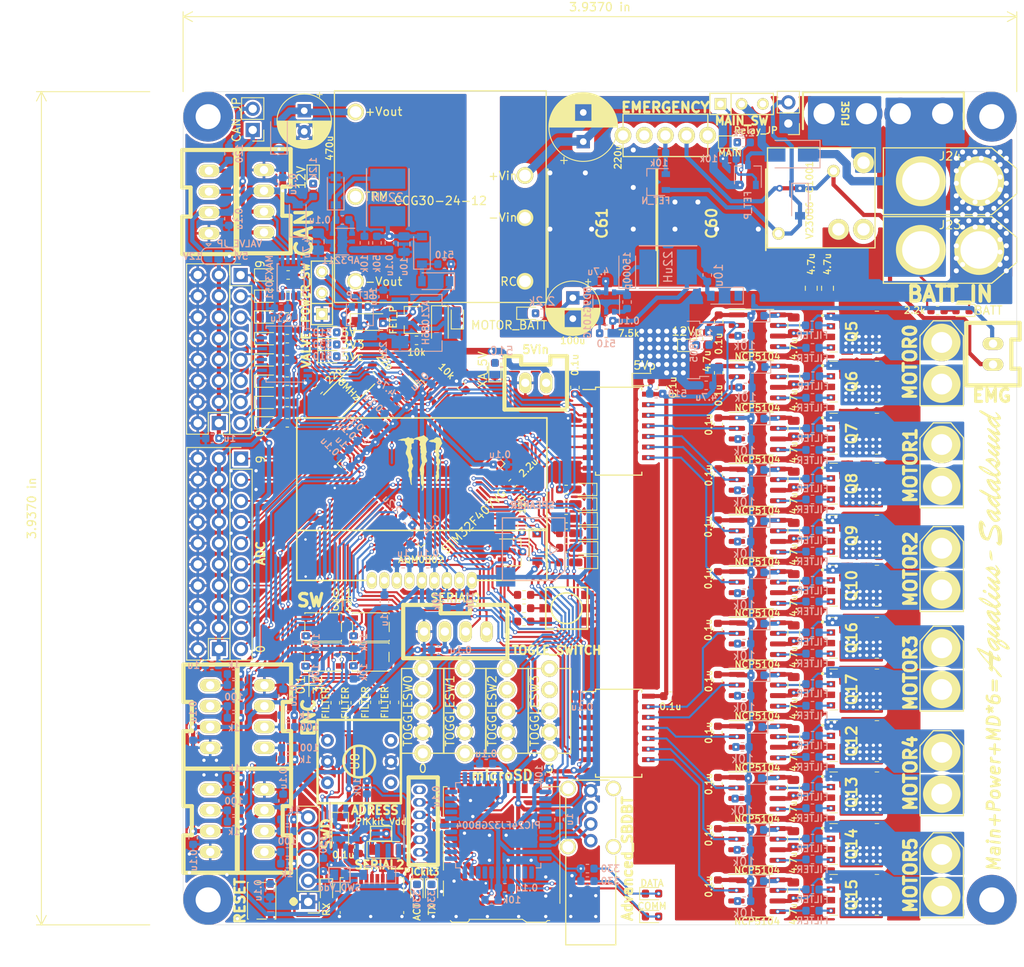
<source format=kicad_pcb>
(kicad_pcb (version 20171130) (host pcbnew "(5.1.4)-1")
  (layers (0 F.Cu signal) (31 B.Cu signal) (34 B.Paste user) (35 F.Paste user) (36 B.SilkS user) (37 F.SilkS user) (38 B.Mask user) (39 F.Mask user) (44 Edge.Cuts user))
  (net 0 "")
  (net 1 /OSC_IN)
  (net 2 GND)
  (net 3 /~RST)
  (net 4 /OSC_OUT)
  (net 5 +3V3)
  (net 6 /FB_Control_OUT)
  (net 7 /FB_Control)
  (net 8 "Net-(C13-Pad2)")
  (net 9 "Net-(C13-Pad1)")
  (net 10 "Net-(C15-Pad1)")
  (net 11 "Net-(C26-Pad1)")
  (net 12 "Net-(C27-Pad2)")
  (net 13 "Net-(C27-Pad1)")
  (net 14 +5V)
  (net 15 "Net-(C31-Pad1)")
  (net 16 "Net-(C32-Pad1)")
  (net 17 "Net-(C35-Pad1)")
  (net 18 GNDPWR)
  (net 19 +5P)
  (net 20 "Net-(C41-Pad1)")
  (net 21 /FB_OUT)
  (net 22 "Net-(C42-Pad1)")
  (net 23 "Net-(C43-Pad2)")
  (net 24 "Net-(C43-Pad1)")
  (net 25 MOTOR_Batt)
  (net 26 Batt)
  (net 27 "Net-(C53-Pad1)")
  (net 28 /Motor0L)
  (net 29 "Net-(C54-Pad1)")
  (net 30 /Motor0R)
  (net 31 "Net-(C55-Pad1)")
  (net 32 /Motor1L)
  (net 33 /Motor1R)
  (net 34 "Net-(C56-Pad1)")
  (net 35 "Net-(C57-Pad1)")
  (net 36 /Motor2L)
  (net 37 /Motor2R)
  (net 38 "Net-(C58-Pad1)")
  (net 39 "Net-(C68-Pad1)")
  (net 40 /Motor3L)
  (net 41 /Motor3R)
  (net 42 "Net-(C69-Pad1)")
  (net 43 /Motor4L)
  (net 44 "Net-(C70-Pad1)")
  (net 45 /Motor4R)
  (net 46 "Net-(C71-Pad1)")
  (net 47 /Motor5L)
  (net 48 "Net-(C72-Pad1)")
  (net 49 "Net-(C73-Pad1)")
  (net 50 /Motor5R)
  (net 51 +12V)
  (net 52 "Net-(D3-Pad2)")
  (net 53 "Net-(D4-Pad2)")
  (net 54 "Net-(D5-Pad2)")
  (net 55 "Net-(D6-Pad2)")
  (net 56 "Net-(D8-Pad2)")
  (net 57 "Net-(D9-Pad2)")
  (net 58 "Net-(D12-Pad2)")
  (net 59 "Net-(D14-Pad1)")
  (net 60 "Net-(D15-Pad2)")
  (net 61 "Net-(D17-Pad1)")
  (net 62 "Net-(D18-Pad1)")
  (net 63 "Net-(D19-Pad1)")
  (net 64 "Net-(D27-Pad2)")
  (net 65 "Net-(D28-Pad2)")
  (net 66 "Net-(D29-Pad2)")
  (net 67 "Net-(D30-Pad2)")
  (net 68 "Net-(D31-Pad2)")
  (net 69 "Net-(D32-Pad2)")
  (net 70 "Net-(D33-Pad1)")
  (net 71 Regulator_5V)
  (net 72 Control_5V)
  (net 73 External_5V)
  (net 74 "Net-(D36-Pad2)")
  (net 75 "Net-(D38-Pad2)")
  (net 76 "Net-(D46-Pad2)")
  (net 77 "Net-(D48-Pad2)")
  (net 78 POWER_Batt)
  (net 79 "Net-(D56-Pad1)")
  (net 80 "Net-(D56-Pad2)")
  (net 81 +BATT)
  (net 82 /MOTOR0L_PWM)
  (net 83 /MOTOR0R_PWM)
  (net 84 /MOTOR1L_PWM)
  (net 85 /MOTOR1R_PWM)
  (net 86 /MOTOR2L_PWM)
  (net 87 /MOTOR2R_PWM)
  (net 88 /motor2_R_signal)
  (net 89 /motor2_L_signal)
  (net 90 /motor1_R_signal)
  (net 91 /motor1_L_signal)
  (net 92 /motor0_R_signal)
  (net 93 /motor0_L_signal)
  (net 94 /motor3_L_signal)
  (net 95 /motor3_R_signal)
  (net 96 /motor4_L_signal)
  (net 97 /motor4_R_signal)
  (net 98 /motor5_L_signal)
  (net 99 /motor5_R_signal)
  (net 100 /MOTOR5R_PWM)
  (net 101 /MOTOR5L_PWM)
  (net 102 /MOTOR4R_PWM)
  (net 103 /MOTOR4L_PWM)
  (net 104 /MOTOR3R_PWM)
  (net 105 /MOTOR3L_PWM)
  (net 106 /PA10_USART1_RX)
  (net 107 /PA9_USART1_TX)
  (net 108 /PC0_ADC12_IN10)
  (net 109 /PC1_ADC12_IN11)
  (net 110 /PC2_ADC12_IN12)
  (net 111 /PC3_ADC12_IN13)
  (net 112 /PC4_ADC12_IN14)
  (net 113 /PC5_ADC12_IN15)
  (net 114 /PB0_ADC12_IN8)
  (net 115 /PB1_ADC12_IN9)
  (net 116 /PA2_ADC12_IN2)
  (net 117 /PA3_ADC12_IN3)
  (net 118 "Net-(J3-Pad2)")
  (net 119 /SWCLK)
  (net 120 /SWDIO)
  (net 121 /CAN_H)
  (net 122 /CAN_L)
  (net 123 /PD8_USART3_TX)
  (net 124 /PD9_USART3_RX)
  (net 125 /PE0_IO)
  (net 126 /PE1_IO)
  (net 127 /D-)
  (net 128 /D+)
  (net 129 "Net-(J9-Pad4)")
  (net 130 "Net-(J9-Pad6)")
  (net 131 "Net-(J11-Pad3)")
  (net 132 "Net-(J11-Pad4)")
  (net 133 "Net-(J12-Pad4)")
  (net 134 "Net-(J12-Pad3)")
  (net 135 "Net-(J13-Pad3)")
  (net 136 "Net-(J13-Pad4)")
  (net 137 "Net-(J14-Pad4)")
  (net 138 "Net-(J14-Pad3)")
  (net 139 "Net-(Q1-Pad3)")
  (net 140 "Net-(Q3-Pad1)")
  (net 141 "Net-(Q5-Pad2)")
  (net 142 "Net-(Q5-Pad4)")
  (net 143 "Net-(Q6-Pad4)")
  (net 144 "Net-(Q6-Pad2)")
  (net 145 "Net-(Q7-Pad2)")
  (net 146 "Net-(Q7-Pad4)")
  (net 147 "Net-(Q8-Pad2)")
  (net 148 "Net-(Q8-Pad4)")
  (net 149 "Net-(Q9-Pad4)")
  (net 150 "Net-(Q9-Pad2)")
  (net 151 "Net-(Q10-Pad2)")
  (net 152 "Net-(Q10-Pad4)")
  (net 153 "Net-(Q11-Pad1)")
  (net 154 "Net-(Q12-Pad2)")
  (net 155 "Net-(Q12-Pad4)")
  (net 156 "Net-(Q13-Pad4)")
  (net 157 "Net-(Q13-Pad2)")
  (net 158 "Net-(Q14-Pad4)")
  (net 159 "Net-(Q14-Pad2)")
  (net 160 "Net-(Q15-Pad4)")
  (net 161 "Net-(Q15-Pad2)")
  (net 162 "Net-(Q16-Pad2)")
  (net 163 "Net-(Q16-Pad4)")
  (net 164 "Net-(Q17-Pad4)")
  (net 165 "Net-(Q17-Pad2)")
  (net 166 "Net-(Q18-Pad1)")
  (net 167 "Net-(R5-Pad1)")
  (net 168 /PB8_Buzzer_TIM10_CH1)
  (net 169 "Net-(R14-Pad1)")
  (net 170 "Net-(R15-Pad1)")
  (net 171 "Net-(R16-Pad1)")
  (net 172 "Net-(R17-Pad1)")
  (net 173 /PA0_TIM5_CH1)
  (net 174 /PD12_TIM4_CH1)
  (net 175 /PA0_TIM5_CH2)
  (net 176 /PD13_TIM4_CH2)
  (net 177 /PB7_I2C1_SDA)
  (net 178 /PB6_I2C1_SCL)
  (net 179 /PA15_TIM2_CH1)
  (net 180 /PB4_TIM3_CH1)
  (net 181 /PB3_TIM2_CH2)
  (net 182 /PB5_TIM3_CH2)
  (net 183 "Net-(R36-Pad2)")
  (net 184 "Net-(R37-Pad2)")
  (net 185 "Net-(R38-Pad2)")
  (net 186 /PD4_DIPSW_2)
  (net 187 /PD3_DIPSW_1)
  (net 188 /PD2_DIPSW_0)
  (net 189 /PA6_SPI1_MISO)
  (net 190 /PA5_SPI1_SCK)
  (net 191 /PA7_SPI1_MOSI)
  (net 192 "Net-(R59-Pad2)")
  (net 193 "Net-(R60-Pad2)")
  (net 194 "Net-(R61-Pad2)")
  (net 195 "Net-(R62-Pad2)")
  (net 196 "Net-(R63-Pad2)")
  (net 197 "Net-(R64-Pad2)")
  (net 198 "Net-(R69-Pad2)")
  (net 199 "Net-(R70-Pad2)")
  (net 200 "Net-(R71-Pad2)")
  (net 201 "Net-(R72-Pad2)")
  (net 202 "Net-(R73-Pad2)")
  (net 203 "Net-(R74-Pad2)")
  (net 204 "Net-(R75-Pad2)")
  (net 205 "Net-(R76-Pad2)")
  (net 206 "Net-(R77-Pad2)")
  (net 207 "Net-(R78-Pad2)")
  (net 208 "Net-(R79-Pad2)")
  (net 209 "Net-(R80-Pad2)")
  (net 210 "Net-(R88-Pad2)")
  (net 211 "Net-(R89-Pad2)")
  (net 212 "Net-(R90-Pad2)")
  (net 213 "Net-(R91-Pad2)")
  (net 214 "Net-(R92-Pad2)")
  (net 215 "Net-(R93-Pad2)")
  (net 216 "Net-(R94-Pad2)")
  (net 217 "Net-(R95-Pad2)")
  (net 218 "Net-(R96-Pad2)")
  (net 219 "Net-(R97-Pad2)")
  (net 220 "Net-(R98-Pad2)")
  (net 221 "Net-(R99-Pad2)")
  (net 222 "Net-(R100-Pad2)")
  (net 223 "Net-(R101-Pad2)")
  (net 224 "Net-(R102-Pad2)")
  (net 225 "Net-(R103-Pad2)")
  (net 226 "Net-(R104-Pad2)")
  (net 227 "Net-(R105-Pad2)")
  (net 228 "Net-(SW8-Pad3)")
  (net 229 "Net-(SW9-Pad3)")
  (net 230 /CAN1_TX)
  (net 231 /CAN1_RX)
  (net 232 /PD5_USART2_TX)
  (net 233 /PD6_USART2_RX)
  (net 234 "Net-(U3-Pad8)")
  (net 235 "Net-(U3-Pad9)")
  (net 236 "Net-(U3-Pad10)")
  (net 237 "Net-(U4-Pad1)")
  (net 238 "Net-(U11-Pad5)")
  (net 239 "Net-(U18-Pad3)")
  (net 240 +12P)
  (net 241 "Net-(D57-Pad2)")
  (net 242 "Net-(JP3-Pad2)")
  (net 243 Valve_Vdd)
  (net 244 "Net-(D1-Pad2)")
  (net 245 "Net-(D2-Pad2)")
  (net 246 "Net-(D7-Pad2)")
  (net 247 "Net-(D10-Pad2)")
  (net 248 "Net-(D11-Pad2)")
  (net 249 "Net-(D13-Pad2)")
  (net 250 "Net-(D21-Pad2)")
  (net 251 "Net-(D22-Pad2)")
  (net 252 "Net-(J8-Pad1)")
  (net 253 "Net-(J8-Pad2)")
  (net 254 "Net-(J8-Pad3)")
  (net 255 "Net-(J8-Pad4)")
  (net 256 "Net-(J8-Pad5)")
  (net 257 "Net-(J8-Pad6)")
  (net 258 "Net-(J8-Pad7)")
  (net 259 "Net-(J8-Pad8)")
  (net 260 "Net-(D25-Pad2)")
  (net 261 "Net-(SW2-Pad1)")
  (net 262 "Net-(SW10-Pad1)")
  (net 263 "Net-(SW11-Pad1)")
  (net 264 "Net-(SW12-Pad1)")
  (net 265 "Net-(D26-Pad2)")
  (net 266 "Net-(C78-Pad1)")
  (net 267 "Net-(D58-Pad1)")
  (net 268 "Net-(D58-Pad2)")
  (net 269 "Net-(J27-Pad5)")
  (net 270 /MCLR)
  (net 271 /PGED1)
  (net 272 /PGEC1)
  (net 273 "Net-(J28-Pad6)")
  (net 274 "Net-(D37-Pad2)")
  (net 275 "Net-(D49-Pad2)")
  (net 276 /PA4_SPI1_NSS)
  (net 277 "Net-(U9-Pad1)")
  (net 278 "Net-(U9-Pad4)")
  (net 279 "Net-(U9-Pad5)")
  (net 280 "Net-(U9-Pad11)")
  (net 281 "Net-(U9-Pad12)")
  (net 282 "Net-(U9-Pad13)")
  (net 283 "Net-(D37-Pad1)")
  (net 284 "Net-(D49-Pad1)")
  (net 285 "Net-(U9-Pad19)")
  (net 286 "Net-(U9-Pad20)")
  (net 287 "Net-(U9-Pad23)")
  (net 288 "Net-(U9-Pad24)")
  (net 289 "Net-(U9-Pad25)")
  (net 290 "Net-(U9-Pad26)")
  (net 291 "Net-(U9-Pad27)")
  (net 292 "Net-(U9-Pad30)")
  (net 293 "Net-(U9-Pad31)")
  (net 294 "Net-(U9-Pad32)")
  (net 295 "Net-(U9-Pad33)")
  (net 296 "Net-(U9-Pad34)")
  (net 297 "Net-(U9-Pad35)")
  (net 298 "Net-(U9-Pad36)")
  (net 299 "Net-(U9-Pad37)")
  (net 300 "Net-(U9-Pad38)")
  (net 301 "Net-(U9-Pad41)")
  (net 302 "Net-(U9-Pad43)")
  (net 303 "Net-(U9-Pad44)")
  (net 304 /USB_A_D-)
  (net 305 /USB_A_D+)
  (net 306 "Net-(J1-Pad8)")
  (net 307 "Net-(J1-Pad1)")
  (net 308 "Net-(J1-Pad2)")
  (net 309 "Net-(J1-Pad3)")
  (net 310 "Net-(J1-Pad5)")
  (net 311 "Net-(J1-Pad7)")
  (net 312 "Net-(J1-Pad11)")
  (net 313 /PE2_IO)
  (net 314 /PE3_IO)
  (net 315 /PE4_IO)
  (net 316 /PC13_IO)
  (net 317 /PC14_IO)
  (net 318 /PC15_IO)
  (net 319 /PB2_SW0)
  (net 320 /PE7_SW3)
  (net 321 /PE8_ADRESS0)
  (net 322 /PE10_ADRESS1)
  (net 323 /PE15_SW1)
  (net 324 /PE12_SW2)
  (net 325 /PB11_GREEN)
  (net 326 /PB10_RED)
  (net 327 /PB12_BLUE)
  (net 328 /PB12_ADRESS2)
  (net 329 /PB13_ADRESS3)
  (net 330 /PD7_DIPSW_3)
  (net 331 /PD10_TOGGLESW_0)
  (net 332 /PD11_TOGGLESW_1)
  (net 333 /PD14_TOGGLESW_2)
  (net 334 /PD15_TOGGLESW_3)
  (net 335 /PA8_LED5)
  (net 336 /PA11_LED4)
  (net 337 /PA12_LED3)
  (net 338 /PC10_LED2)
  (net 339 /PC11_LED1)
  (net 340 /PC12_LED0)
  (net 341 /PB9_SD_Connection)
  (module Mizz_lib:rotary_0F (layer F.Cu) (at 57.125 118.4 270)
    (fp_text reference U8 (at 0 0.5 90) (layer F.SilkS))
    (fp_text value ADRESS (at 5.85 -1.875 180) (layer F.SilkS) (effects (font (thickness 0.25))))
    (pad 1 thru_hole circle (at -2.54 3.81 270) (size 1.524 1.524) (drill 0.762) (layers *.Cu *.Mask) (net 322 /PE10_ADRESS1))
    (pad 2 thru_hole circle (at 0 3.81 270) (size 1.524 1.524) (drill 0.762) (layers *.Cu *.Mask) (net 2 GND))
    (pad 3 thru_hole circle (at 2.54 3.81 270) (size 1.524 1.524) (drill 0.762) (layers *.Cu *.Mask) (net 321 /PE8_ADRESS0))
    (pad 4 thru_hole circle (at 2.54 -3.81 270) (size 1.524 1.524) (drill 0.762) (layers *.Cu *.Mask) (net 328 /PB12_ADRESS2))
    (pad 5 thru_hole circle (at 0 -3.81 270) (size 1.524 1.524) (drill 0.762) (layers *.Cu *.Mask) (net 2 GND))
    (pad 6 thru_hole circle (at -2.54 -3.81 270) (size 1.524 1.524) (drill 0.762) (layers *.Cu *.Mask) (net 329 /PB13_ADRESS3))
  )
  (module Button_Switch_SMD:SW_SPST_PTS810 (layer F.Cu) (at 58.5 105.85)
    (fp_text reference SW6 hide)
    (fp_text value SW2)
    (pad 1 smd rect (at -2.075 -1.075) (size 1.05 0.65) (layers F.Cu F.Paste F.Mask) (net 2 GND))
    (pad 1 smd rect (at 2.075 -1.075) (size 1.05 0.65) (layers F.Cu F.Paste F.Mask) (net 2 GND))
    (pad 2 smd rect (at -2.075 1.075) (size 1.05 0.65) (layers F.Cu F.Paste F.Mask) (net 324 /PE12_SW2))
    (pad 2 smd rect (at 2.075 1.075) (size 1.05 0.65) (layers F.Cu F.Paste F.Mask) (net 324 /PE12_SW2))
  )
  (module Button_Switch_SMD:SW_SPST_PTS810 (layer F.Cu) (at 52.775 105.85)
    (fp_text reference SW7 hide)
    (fp_text value SW3)
    (pad 2 smd rect (at 2.075 1.075) (size 1.05 0.65) (layers F.Cu F.Paste F.Mask) (net 320 /PE7_SW3))
    (pad 2 smd rect (at -2.075 1.075) (size 1.05 0.65) (layers F.Cu F.Paste F.Mask) (net 320 /PE7_SW3))
    (pad 1 smd rect (at 2.075 -1.075) (size 1.05 0.65) (layers F.Cu F.Paste F.Mask) (net 2 GND))
    (pad 1 smd rect (at -2.075 -1.075) (size 1.05 0.65) (layers F.Cu F.Paste F.Mask) (net 2 GND))
  )
  (module Button_Switch_SMD:SW_SPST_PTS810 (layer F.Cu) (at 58.525 102.25)
    (fp_text reference SW4 hide)
    (fp_text value SW1)
    (pad 2 smd rect (at 2.075 1.075) (size 1.05 0.65) (layers F.Cu F.Paste F.Mask) (net 323 /PE15_SW1))
    (pad 2 smd rect (at -2.075 1.075) (size 1.05 0.65) (layers F.Cu F.Paste F.Mask) (net 323 /PE15_SW1))
    (pad 1 smd rect (at 2.075 -1.075) (size 1.05 0.65) (layers F.Cu F.Paste F.Mask) (net 2 GND))
    (pad 1 smd rect (at -2.075 -1.075) (size 1.05 0.65) (layers F.Cu F.Paste F.Mask) (net 2 GND))
  )
  (module Button_Switch_SMD:SW_SPST_PTS810 (layer F.Cu) (at 52.8 102.25)
    (fp_text reference SW3 hide)
    (fp_text value SW0)
    (pad 1 smd rect (at -2.075 -1.075) (size 1.05 0.65) (layers F.Cu F.Paste F.Mask) (net 2 GND))
    (pad 1 smd rect (at 2.075 -1.075) (size 1.05 0.65) (layers F.Cu F.Paste F.Mask) (net 2 GND))
    (pad 2 smd rect (at -2.075 1.075) (size 1.05 0.65) (layers F.Cu F.Paste F.Mask) (net 319 /PB2_SW0))
    (pad 2 smd rect (at 2.075 1.075) (size 1.05 0.65) (layers F.Cu F.Paste F.Mask) (net 319 /PB2_SW0))
  )
  (module Button_Switch_SMD:SW_SPST_PTS810 (layer F.Cu) (at 45.42 135.11 270)
    (fp_text reference SW1 hide)
    (fp_text value RESET (at 0 2.6 270) (layer F.SilkS) (effects (font (size 1.2 1.2) (thickness 0.3))))
    (pad 1 smd rect (at -2.075 -1.075 270) (size 1.05 0.65) (layers F.Cu F.Paste F.Mask) (net 3 /~RST))
    (pad 1 smd rect (at 2.075 -1.075 270) (size 1.05 0.65) (layers F.Cu F.Paste F.Mask) (net 3 /~RST))
    (pad 2 smd rect (at -2.075 1.075 270) (size 1.05 0.65) (layers F.Cu F.Paste F.Mask) (net 2 GND))
    (pad 2 smd rect (at 2.075 1.075 270) (size 1.05 0.65) (layers F.Cu F.Paste F.Mask) (net 2 GND))
  )
  (module Capacitor_THT:CP_Radial_D6.3mm_P2.50mm (layer F.Cu) (at 50.53 40.29 270)
    (fp_text reference C42 hide)
    (fp_text value 470u (at 4.5 -3.04 90) (layer F.SilkS) (effects (font (size 0.8 0.8))))
    (pad 1 thru_hole rect (at 0 0 270) (size 1.6 1.6) (drill 0.8) (layers *.Cu *.Mask) (net 22 "Net-(C42-Pad1)"))
    (pad 2 thru_hole circle (at 2.5 0 270) (size 1.6 1.6) (drill 0.8) (layers *.Cu *.Mask) (net 2 GND))
  )
  (module Package_QFP:LQFP-100_14x14mm_P0.5mm (layer F.Cu) (at 64.55 82.65 315)
    (fp_text reference U6 hide)
    (fp_text value STM32F407VG (at 9.390378 0.39598 225) (layer F.SilkS))
    (pad 1 smd roundrect (at -7.675 -6 315) (size 1.6 0.3) (layers F.Cu F.Paste F.Mask) (net 313 /PE2_IO))
    (pad 2 smd roundrect (at -7.675 -5.5 315) (size 1.6 0.3) (layers F.Cu F.Paste F.Mask) (net 314 /PE3_IO))
    (pad 3 smd roundrect (at -7.675 -5 315) (size 1.6 0.3) (layers F.Cu F.Paste F.Mask) (net 315 /PE4_IO))
    (pad 4 smd roundrect (at -7.675 -4.5 315) (size 1.6 0.3) (layers F.Cu F.Paste F.Mask) (net 93 /motor0_L_signal))
    (pad 5 smd roundrect (at -7.675 -4 315) (size 1.6 0.3) (layers F.Cu F.Paste F.Mask) (net 92 /motor0_R_signal))
    (pad 6 smd roundrect (at -7.675 -3.5 315) (size 1.6 0.3) (layers F.Cu F.Paste F.Mask) (net 5 +3V3))
    (pad 7 smd roundrect (at -7.675 -3 315) (size 1.6 0.3) (layers F.Cu F.Paste F.Mask) (net 316 /PC13_IO))
    (pad 8 smd roundrect (at -7.675 -2.5 315) (size 1.6 0.3) (layers F.Cu F.Paste F.Mask) (net 317 /PC14_IO))
    (pad 9 smd roundrect (at -7.675 -2 315) (size 1.6 0.3) (layers F.Cu F.Paste F.Mask) (net 318 /PC15_IO))
    (pad 10 smd roundrect (at -7.675 -1.5 315) (size 1.6 0.3) (layers F.Cu F.Paste F.Mask) (net 2 GND))
    (pad 11 smd roundrect (at -7.675 -1 315) (size 1.6 0.3) (layers F.Cu F.Paste F.Mask) (net 5 +3V3))
    (pad 12 smd roundrect (at -7.675 -0.5 315) (size 1.6 0.3) (layers F.Cu F.Paste F.Mask) (net 1 /OSC_IN))
    (pad 13 smd roundrect (at -7.675 0 315) (size 1.6 0.3) (layers F.Cu F.Paste F.Mask) (net 4 /OSC_OUT))
    (pad 14 smd roundrect (at -7.675 0.5 315) (size 1.6 0.3) (layers F.Cu F.Paste F.Mask) (net 3 /~RST))
    (pad 15 smd roundrect (at -7.675 1 315) (size 1.6 0.3) (layers F.Cu F.Paste F.Mask) (net 108 /PC0_ADC12_IN10))
    (pad 16 smd roundrect (at -7.675 1.5 315) (size 1.6 0.3) (layers F.Cu F.Paste F.Mask) (net 109 /PC1_ADC12_IN11))
    (pad 17 smd roundrect (at -7.675 2 315) (size 1.6 0.3) (layers F.Cu F.Paste F.Mask) (net 110 /PC2_ADC12_IN12))
    (pad 18 smd roundrect (at -7.675 2.5 315) (size 1.6 0.3) (layers F.Cu F.Paste F.Mask) (net 111 /PC3_ADC12_IN13))
    (pad 19 smd roundrect (at -7.675 3 315) (size 1.6 0.3) (layers F.Cu F.Paste F.Mask) (net 5 +3V3))
    (pad 20 smd roundrect (at -7.675 3.5 315) (size 1.6 0.3) (layers F.Cu F.Paste F.Mask) (net 2 GND))
    (pad 21 smd roundrect (at -7.675 4 315) (size 1.6 0.3) (layers F.Cu F.Paste F.Mask) (net 5 +3V3))
    (pad 22 smd roundrect (at -7.675 4.5 315) (size 1.6 0.3) (layers F.Cu F.Paste F.Mask) (net 5 +3V3))
    (pad 23 smd roundrect (at -7.675 5 315) (size 1.6 0.3) (layers F.Cu F.Paste F.Mask) (net 173 /PA0_TIM5_CH1))
    (pad 24 smd roundrect (at -7.675 5.5 315) (size 1.6 0.3) (layers F.Cu F.Paste F.Mask) (net 175 /PA0_TIM5_CH2))
    (pad 25 smd roundrect (at -7.675 6 315) (size 1.6 0.3) (layers F.Cu F.Paste F.Mask) (net 116 /PA2_ADC12_IN2))
    (pad 26 smd roundrect (at -6 7.675 315) (size 0.3 1.6) (layers F.Cu F.Paste F.Mask) (net 117 /PA3_ADC12_IN3))
    (pad 27 smd roundrect (at -5.5 7.675 315) (size 0.3 1.6) (layers F.Cu F.Paste F.Mask) (net 2 GND))
    (pad 28 smd roundrect (at -5 7.675 315) (size 0.3 1.6) (layers F.Cu F.Paste F.Mask) (net 5 +3V3))
    (pad 29 smd roundrect (at -4.5 7.675 315) (size 0.3 1.6) (layers F.Cu F.Paste F.Mask) (net 276 /PA4_SPI1_NSS))
    (pad 30 smd roundrect (at -4 7.675 315) (size 0.3 1.6) (layers F.Cu F.Paste F.Mask) (net 190 /PA5_SPI1_SCK))
    (pad 31 smd roundrect (at -3.5 7.675 315) (size 0.3 1.6) (layers F.Cu F.Paste F.Mask) (net 189 /PA6_SPI1_MISO))
    (pad 32 smd roundrect (at -3 7.675 315) (size 0.3 1.6) (layers F.Cu F.Paste F.Mask) (net 191 /PA7_SPI1_MOSI))
    (pad 33 smd roundrect (at -2.5 7.675 315) (size 0.3 1.6) (layers F.Cu F.Paste F.Mask) (net 112 /PC4_ADC12_IN14))
    (pad 34 smd roundrect (at -2 7.675 315) (size 0.3 1.6) (layers F.Cu F.Paste F.Mask) (net 113 /PC5_ADC12_IN15))
    (pad 35 smd roundrect (at -1.5 7.675 315) (size 0.3 1.6) (layers F.Cu F.Paste F.Mask) (net 114 /PB0_ADC12_IN8))
    (pad 36 smd roundrect (at -1 7.675 315) (size 0.3 1.6) (layers F.Cu F.Paste F.Mask) (net 115 /PB1_ADC12_IN9))
    (pad 37 smd roundrect (at -0.5 7.675 315) (size 0.3 1.6) (layers F.Cu F.Paste F.Mask) (net 319 /PB2_SW0))
    (pad 38 smd roundrect (at 0 7.675 315) (size 0.3 1.6) (layers F.Cu F.Paste F.Mask) (net 320 /PE7_SW3))
    (pad 39 smd roundrect (at 0.5 7.675 315) (size 0.3 1.6) (layers F.Cu F.Paste F.Mask) (net 321 /PE8_ADRESS0))
    (pad 40 smd roundrect (at 1 7.675 315) (size 0.3 1.6) (layers F.Cu F.Paste F.Mask) (net 99 /motor5_R_signal))
    (pad 41 smd roundrect (at 1.5 7.675 315) (size 0.3 1.6) (layers F.Cu F.Paste F.Mask) (net 322 /PE10_ADRESS1))
    (pad 42 smd roundrect (at 2 7.675 315) (size 0.3 1.6) (layers F.Cu F.Paste F.Mask) (net 98 /motor5_L_signal))
    (pad 43 smd roundrect (at 2.5 7.675 315) (size 0.3 1.6) (layers F.Cu F.Paste F.Mask) (net 324 /PE12_SW2))
    (pad 44 smd roundrect (at 3 7.675 315) (size 0.3 1.6) (layers F.Cu F.Paste F.Mask) (net 97 /motor4_R_signal))
    (pad 45 smd roundrect (at 3.5 7.675 315) (size 0.3 1.6) (layers F.Cu F.Paste F.Mask) (net 96 /motor4_L_signal))
    (pad 46 smd roundrect (at 4 7.675 315) (size 0.3 1.6) (layers F.Cu F.Paste F.Mask) (net 323 /PE15_SW1))
    (pad 47 smd roundrect (at 4.5 7.675 315) (size 0.3 1.6) (layers F.Cu F.Paste F.Mask) (net 326 /PB10_RED))
    (pad 48 smd roundrect (at 5 7.675 315) (size 0.3 1.6) (layers F.Cu F.Paste F.Mask) (net 325 /PB11_GREEN))
    (pad 49 smd roundrect (at 5.5 7.675 315) (size 0.3 1.6) (layers F.Cu F.Paste F.Mask) (net 16 "Net-(C32-Pad1)"))
    (pad 50 smd roundrect (at 6 7.675 315) (size 0.3 1.6) (layers F.Cu F.Paste F.Mask) (net 5 +3V3))
    (pad 51 smd roundrect (at 7.675 6 315) (size 1.6 0.3) (layers F.Cu F.Paste F.Mask) (net 328 /PB12_ADRESS2))
    (pad 52 smd roundrect (at 7.675 5.5 315) (size 1.6 0.3) (layers F.Cu F.Paste F.Mask) (net 329 /PB13_ADRESS3))
    (pad 53 smd roundrect (at 7.675 5 315) (size 1.6 0.3) (layers F.Cu F.Paste F.Mask) (net 95 /motor3_R_signal))
    (pad 54 smd roundrect (at 7.675 4.5 315) (size 1.6 0.3) (layers F.Cu F.Paste F.Mask) (net 94 /motor3_L_signal))
    (pad 55 smd roundrect (at 7.675 4 315) (size 1.6 0.3) (layers F.Cu F.Paste F.Mask) (net 123 /PD8_USART3_TX))
    (pad 56 smd roundrect (at 7.675 3.5 315) (size 1.6 0.3) (layers F.Cu F.Paste F.Mask) (net 124 /PD9_USART3_RX))
    (pad 57 smd roundrect (at 7.675 3 315) (size 1.6 0.3) (layers F.Cu F.Paste F.Mask) (net 331 /PD10_TOGGLESW_0))
    (pad 58 smd roundrect (at 7.675 2.5 315) (size 1.6 0.3) (layers F.Cu F.Paste F.Mask) (net 332 /PD11_TOGGLESW_1))
    (pad 59 smd roundrect (at 7.675 2 315) (size 1.6 0.3) (layers F.Cu F.Paste F.Mask) (net 174 /PD12_TIM4_CH1))
    (pad 60 smd roundrect (at 7.675 1.5 315) (size 1.6 0.3) (layers F.Cu F.Paste F.Mask) (net 176 /PD13_TIM4_CH2))
    (pad 61 smd roundrect (at 7.675 1 315) (size 1.6 0.3) (layers F.Cu F.Paste F.Mask) (net 333 /PD14_TOGGLESW_2))
    (pad 62 smd roundrect (at 7.675 0.5 315) (size 1.6 0.3) (layers F.Cu F.Paste F.Mask) (net 334 /PD15_TOGGLESW_3))
    (pad 63 smd roundrect (at 7.675 0 315) (size 1.6 0.3) (layers F.Cu F.Paste F.Mask) (net 88 /motor2_R_signal))
    (pad 64 smd roundrect (at 7.675 -0.5 315) (size 1.6 0.3) (layers F.Cu F.Paste F.Mask) (net 89 /motor2_L_signal))
    (pad 65 smd roundrect (at 7.675 -1 315) (size 1.6 0.3) (layers F.Cu F.Paste F.Mask) (net 90 /motor1_R_signal))
    (pad 66 smd roundrect (at 7.675 -1.5 315) (size 1.6 0.3) (layers F.Cu F.Paste F.Mask) (net 91 /motor1_L_signal))
    (pad 67 smd roundrect (at 7.675 -2 315) (size 1.6 0.3) (layers F.Cu F.Paste F.Mask) (net 335 /PA8_LED5))
    (pad 68 smd roundrect (at 7.675 -2.5 315) (size 1.6 0.3) (layers F.Cu F.Paste F.Mask) (net 107 /PA9_USART1_TX))
    (pad 69 smd roundrect (at 7.675 -3 315) (size 1.6 0.3) (layers F.Cu F.Paste F.Mask) (net 106 /PA10_USART1_RX))
    (pad 70 smd roundrect (at 7.675 -3.5 315) (size 1.6 0.3) (layers F.Cu F.Paste F.Mask) (net 336 /PA11_LED4))
    (pad 71 smd roundrect (at 7.675 -4 315) (size 1.6 0.3) (layers F.Cu F.Paste F.Mask) (net 337 /PA12_LED3))
    (pad 72 smd roundrect (at 7.675 -4.5 315) (size 1.6 0.3) (layers F.Cu F.Paste F.Mask) (net 120 /SWDIO))
    (pad 73 smd roundrect (at 7.675 -5 315) (size 1.6 0.3) (layers F.Cu F.Paste F.Mask) (net 17 "Net-(C35-Pad1)"))
    (pad 74 smd roundrect (at 7.675 -5.5 315) (size 1.6 0.3) (layers F.Cu F.Paste F.Mask) (net 2 GND))
    (pad 75 smd roundrect (at 7.675 -6 315) (size 1.6 0.3) (layers F.Cu F.Paste F.Mask) (net 5 +3V3))
    (pad 76 smd roundrect (at 6 -7.675 315) (size 0.3 1.6) (layers F.Cu F.Paste F.Mask) (net 119 /SWCLK))
    (pad 77 smd roundrect (at 5.5 -7.675 315) (size 0.3 1.6) (layers F.Cu F.Paste F.Mask) (net 179 /PA15_TIM2_CH1))
    (pad 78 smd roundrect (at 5 -7.675 315) (size 0.3 1.6) (layers F.Cu F.Paste F.Mask) (net 338 /PC10_LED2))
    (pad 79 smd roundrect (at 4.5 -7.675 315) (size 0.3 1.6) (layers F.Cu F.Paste F.Mask) (net 339 /PC11_LED1))
    (pad 80 smd roundrect (at 4 -7.675 315) (size 0.3 1.6) (layers F.Cu F.Paste F.Mask) (net 340 /PC12_LED0))
    (pad 81 smd roundrect (at 3.5 -7.675 315) (size 0.3 1.6) (layers F.Cu F.Paste F.Mask) (net 231 /CAN1_RX))
    (pad 82 smd roundrect (at 3 -7.675 315) (size 0.3 1.6) (layers F.Cu F.Paste F.Mask) (net 230 /CAN1_TX))
    (pad 83 smd roundrect (at 2.5 -7.675 315) (size 0.3 1.6) (layers F.Cu F.Paste F.Mask) (net 188 /PD2_DIPSW_0))
    (pad 84 smd roundrect (at 2 -7.675 315) (size 0.3 1.6) (layers F.Cu F.Paste F.Mask) (net 187 /PD3_DIPSW_1))
    (pad 85 smd roundrect (at 1.5 -7.675 315) (size 0.3 1.6) (layers F.Cu F.Paste F.Mask) (net 186 /PD4_DIPSW_2))
    (pad 86 smd roundrect (at 1 -7.675 315) (size 0.3 1.6) (layers F.Cu F.Paste F.Mask) (net 232 /PD5_USART2_TX))
    (pad 87 smd roundrect (at 0.5 -7.675 315) (size 0.3 1.6) (layers F.Cu F.Paste F.Mask) (net 233 /PD6_USART2_RX))
    (pad 88 smd roundrect (at 0 -7.675 315) (size 0.3 1.6) (layers F.Cu F.Paste F.Mask) (net 330 /PD7_DIPSW_3))
    (pad 89 smd roundrect (at -0.5 -7.675 315) (size 0.3 1.6) (layers F.Cu F.Paste F.Mask) (net 181 /PB3_TIM2_CH2))
    (pad 90 smd roundrect (at -1 -7.675 315) (size 0.3 1.6) (layers F.Cu F.Paste F.Mask) (net 180 /PB4_TIM3_CH1))
    (pad 91 smd roundrect (at -1.5 -7.675 315) (size 0.3 1.6) (layers F.Cu F.Paste F.Mask) (net 182 /PB5_TIM3_CH2))
    (pad 92 smd roundrect (at -2 -7.675 315) (size 0.3 1.6) (layers F.Cu F.Paste F.Mask) (net 178 /PB6_I2C1_SCL))
    (pad 93 smd roundrect (at -2.5 -7.675 315) (size 0.3 1.6) (layers F.Cu F.Paste F.Mask) (net 177 /PB7_I2C1_SDA))
    (pad 94 smd roundrect (at -3 -7.675 315) (size 0.3 1.6) (layers F.Cu F.Paste F.Mask) (net 167 "Net-(R5-Pad1)"))
    (pad 95 smd roundrect (at -3.5 -7.675 315) (size 0.3 1.6) (layers F.Cu F.Paste F.Mask) (net 168 /PB8_Buzzer_TIM10_CH1))
    (pad 96 smd roundrect (at -4 -7.675 315) (size 0.3 1.6) (layers F.Cu F.Paste F.Mask) (net 341 /PB9_SD_Connection))
    (pad 97 smd roundrect (at -4.5 -7.675 315) (size 0.3 1.6) (layers F.Cu F.Paste F.Mask) (net 125 /PE0_IO))
    (pad 98 smd roundrect (at -5 -7.675 315) (size 0.3 1.6) (layers F.Cu F.Paste F.Mask) (net 126 /PE1_IO))
    (pad 99 smd roundrect (at -5.5 -7.675 315) (size 0.3 1.6) (layers F.Cu F.Paste F.Mask) (net 2 GND))
    (pad 100 smd roundrect (at -6 -7.675 315) (size 0.3 1.6) (layers F.Cu F.Paste F.Mask) (net 5 +3V3))
  )
  (module Mizz_lib:2MS1-T1-B4-VS2-Q-E (layer F.Cu) (at 79.95 112.325 270)
    (fp_text reference SW12 hide)
    (fp_text value TOGGLESW3 (at 0 1.78 270) (layer F.SilkS))
    (pad "" thru_hole circle (at 5.08 0 270) (size 2 2) (drill 1.2) (layers *.Cu *.Mask F.SilkS))
    (pad "" thru_hole circle (at -5.08 0 270) (size 2 2) (drill 1.2) (layers *.Cu *.Mask F.SilkS))
    (pad 3 thru_hole circle (at 2.53 0 270) (size 2 2) (drill 1.2) (layers *.Cu *.Mask F.SilkS) (net 2 GND))
    (pad 1 thru_hole circle (at -2.54 0 270) (size 2 2) (drill 1.2) (layers *.Cu *.Mask F.SilkS) (net 264 "Net-(SW12-Pad1)"))
    (pad 2 thru_hole circle (at 0 0 270) (size 2 2) (drill 1.2) (layers *.Cu *.Mask F.SilkS) (net 334 /PD15_TOGGLESW_3))
  )
  (module Mizz_lib:2MS1-T1-B4-VS2-Q-E (layer F.Cu) (at 74.85 112.325 270)
    (fp_text reference SW11 hide)
    (fp_text value TOGGLESW2 (at 0 1.78 270) (layer F.SilkS))
    (pad 2 thru_hole circle (at 0 0 270) (size 2 2) (drill 1.2) (layers *.Cu *.Mask F.SilkS) (net 333 /PD14_TOGGLESW_2))
    (pad 1 thru_hole circle (at -2.54 0 270) (size 2 2) (drill 1.2) (layers *.Cu *.Mask F.SilkS) (net 263 "Net-(SW11-Pad1)"))
    (pad 3 thru_hole circle (at 2.53 0 270) (size 2 2) (drill 1.2) (layers *.Cu *.Mask F.SilkS) (net 2 GND))
    (pad "" thru_hole circle (at -5.08 0 270) (size 2 2) (drill 1.2) (layers *.Cu *.Mask F.SilkS))
    (pad "" thru_hole circle (at 5.08 0 270) (size 2 2) (drill 1.2) (layers *.Cu *.Mask F.SilkS))
  )
  (module Mizz_lib:2MS1-T1-B4-VS2-Q-E (layer F.Cu) (at 69.8 112.325 270)
    (fp_text reference SW10 hide)
    (fp_text value TOGGLESW1 (at 0 1.78 270) (layer F.SilkS))
    (pad "" thru_hole circle (at 5.08 0 270) (size 2 2) (drill 1.2) (layers *.Cu *.Mask F.SilkS))
    (pad "" thru_hole circle (at -5.08 0 270) (size 2 2) (drill 1.2) (layers *.Cu *.Mask F.SilkS))
    (pad 3 thru_hole circle (at 2.53 0 270) (size 2 2) (drill 1.2) (layers *.Cu *.Mask F.SilkS) (net 2 GND))
    (pad 1 thru_hole circle (at -2.54 0 270) (size 2 2) (drill 1.2) (layers *.Cu *.Mask F.SilkS) (net 262 "Net-(SW10-Pad1)"))
    (pad 2 thru_hole circle (at 0 0 270) (size 2 2) (drill 1.2) (layers *.Cu *.Mask F.SilkS) (net 332 /PD11_TOGGLESW_1))
  )
  (module Mizz_lib:2MS1-T1-B4-VS2-Q-E (layer F.Cu) (at 64.75 112.325 270)
    (fp_text reference SW2 hide)
    (fp_text value TOGGLESW0 (at 0 1.78 90) (layer F.SilkS))
    (pad "" thru_hole circle (at 5.08 0 270) (size 2 2) (drill 1.2) (layers *.Cu *.Mask F.SilkS))
    (pad "" thru_hole circle (at -5.08 0 270) (size 2 2) (drill 1.2) (layers *.Cu *.Mask F.SilkS))
    (pad 3 thru_hole circle (at 2.53 0 270) (size 2 2) (drill 1.2) (layers *.Cu *.Mask F.SilkS) (net 2 GND))
    (pad 1 thru_hole circle (at -2.54 0 270) (size 2 2) (drill 1.2) (layers *.Cu *.Mask F.SilkS) (net 261 "Net-(SW2-Pad1)"))
    (pad 2 thru_hole circle (at 0 0 270) (size 2 2) (drill 1.2) (layers *.Cu *.Mask F.SilkS) (net 331 /PD10_TOGGLESW_0))
  )
  (module Mizz_lib:2MS1-T1-B4-VS2-Q-E (layer F.Cu) (at 93.85 43.25 180)
    (fp_text reference SW8 hide)
    (fp_text value EMERGENCY_SW)
    (pad 2 thru_hole circle (at 0 0 180) (size 2 2) (drill 1.2) (layers *.Cu *.Mask F.SilkS) (net 153 "Net-(Q11-Pad1)"))
    (pad 1 thru_hole circle (at -2.54 0 180) (size 2 2) (drill 1.2) (layers *.Cu *.Mask F.SilkS) (net 79 "Net-(D56-Pad1)"))
    (pad 3 thru_hole circle (at 2.53 0 180) (size 2 2) (drill 1.2) (layers *.Cu *.Mask F.SilkS) (net 228 "Net-(SW8-Pad3)"))
    (pad "" thru_hole circle (at -5.08 0 180) (size 2 2) (drill 1.2) (layers *.Cu *.Mask F.SilkS))
    (pad "" thru_hole circle (at 5.08 0 180) (size 2 2) (drill 1.2) (layers *.Cu *.Mask F.SilkS))
  )
  (module Connector_Card:microSD_HC_Hirose_DM3AT-SF-PEJM5 (layer F.Cu) (at 74.2 129.3)
    (fp_text reference J1 hide)
    (fp_text value microSD (at 0.05 -9.25) (layer F.SilkS) (effects (font (size 1.2 1.2) (thickness 0.25))))
    (pad 9 smd rect (at -5.875 -7.725) (size 0.7 1.2) (layers F.Cu F.Paste F.Mask) (net 341 /PB9_SD_Connection))
    (pad 8 smd rect (at -4.925 -7.725) (size 0.7 1.2) (layers F.Cu F.Paste F.Mask) (net 306 "Net-(J1-Pad8)"))
    (pad 1 smd rect (at 2.775 -7.725) (size 0.7 1.2) (layers F.Cu F.Paste F.Mask) (net 307 "Net-(J1-Pad1)"))
    (pad 2 smd rect (at 1.675 -7.725) (size 0.7 1.2) (layers F.Cu F.Paste F.Mask) (net 308 "Net-(J1-Pad2)"))
    (pad 3 smd rect (at 0.575 -7.725) (size 0.7 1.2) (layers F.Cu F.Paste F.Mask) (net 309 "Net-(J1-Pad3)"))
    (pad 4 smd rect (at -0.525 -7.725) (size 0.7 1.2) (layers F.Cu F.Paste F.Mask) (net 5 +3V3))
    (pad 5 smd rect (at -1.625 -7.725) (size 0.7 1.2) (layers F.Cu F.Paste F.Mask) (net 310 "Net-(J1-Pad5)"))
    (pad 6 smd rect (at -2.725 -7.725) (size 0.7 1.2) (layers F.Cu F.Paste F.Mask) (net 2 GND))
    (pad 7 smd rect (at -3.825 -7.725) (size 0.7 1.2) (layers F.Cu F.Paste F.Mask) (net 311 "Net-(J1-Pad7)"))
    (pad 11 smd rect (at 4.325 -7.725) (size 1 1.2) (layers F.Cu F.Paste F.Mask) (net 312 "Net-(J1-Pad11)"))
    (pad 11 smd rect (at -6.825 -3.425) (size 1 1.2) (layers F.Cu F.Paste F.Mask) (net 312 "Net-(J1-Pad11)"))
    (pad 10 smd rect (at -6.825 2.775) (size 1 0.8) (layers F.Cu F.Paste F.Mask) (net 2 GND))
    (pad 11 smd rect (at -6.825 6.925) (size 1 2.8) (layers F.Cu F.Paste F.Mask) (net 312 "Net-(J1-Pad11)"))
    (pad 11 smd rect (at 6.675 7.375) (size 1.3 1.9) (layers F.Cu F.Paste F.Mask) (net 312 "Net-(J1-Pad11)"))
  )
  (module Mizz_lib:SW_Micro_SPST (layer F.Cu) (at 52.65 62.15 90)
    (fp_text reference SW5 hide)
    (fp_text value Control-Power_SW)
    (pad 3 thru_hole circle (at 2.54 0 90) (size 1.397 1.397) (drill 0.8128) (layers *.Cu *.Mask F.SilkS) (net 72 Control_5V))
    (pad 2 thru_hole circle (at 0 0 90) (size 1.397 1.397) (drill 0.8128) (layers *.Cu *.Mask F.SilkS) (net 140 "Net-(Q3-Pad1)"))
    (pad 1 thru_hole rect (at -2.54 0 90) (size 1.397 1.397) (drill 0.8128) (layers *.Cu *.Mask F.SilkS) (net 2 GND))
  )
  (module Mizz_lib:XT30_F (layer F.Cu) (at 124.4 137.15 90)
    (fp_text reference J22 hide)
    (fp_text value MOTOR5 (at 5.1 -1.15 90) (layer F.SilkS) (effects (font (size 1.5 1.5) (thickness 0.375))))
    (pad 1 thru_hole circle (at 7.6 2.6 90) (size 4.5 4.5) (drill 2.5) (layers *.Cu *.Mask F.SilkS) (net 47 /Motor5L))
    (pad 2 thru_hole circle (at 2.6 2.6 90) (size 4.5 4.5) (drill 2.5) (layers *.Cu *.Mask F.SilkS) (net 50 /Motor5R))
  )
  (module Mizz_lib:XT30_F (layer F.Cu) (at 124.4 124.9 90)
    (fp_text reference J21 hide)
    (fp_text value MOTOR4 (at 5.1 -1.15 90) (layer F.SilkS) (effects (font (size 1.5 1.5) (thickness 0.375))))
    (pad 2 thru_hole circle (at 2.6 2.6 90) (size 4.5 4.5) (drill 2.5) (layers *.Cu *.Mask F.SilkS) (net 45 /Motor4R))
    (pad 1 thru_hole circle (at 7.6 2.6 90) (size 4.5 4.5) (drill 2.5) (layers *.Cu *.Mask F.SilkS) (net 43 /Motor4L))
  )
  (module Mizz_lib:XT30_F (layer F.Cu) (at 124.4 112.35 90)
    (fp_text reference J20 hide)
    (fp_text value MOTOR3 (at 4.6 -1.15 90) (layer F.SilkS) (effects (font (size 1.5 1.5) (thickness 0.375))))
    (pad 1 thru_hole circle (at 7.6 2.6 90) (size 4.5 4.5) (drill 2.5) (layers *.Cu *.Mask F.SilkS) (net 40 /Motor3L))
    (pad 2 thru_hole circle (at 2.6 2.6 90) (size 4.5 4.5) (drill 2.5) (layers *.Cu *.Mask F.SilkS) (net 41 /Motor3R))
  )
  (module Mizz_lib:XA_2P (layer F.Cu) (at 79.55 72.95 180)
    (fp_text reference J15 hide)
    (fp_text value 5Vin (at 1.25 4 180) (layer F.SilkS) (effects (font (thickness 0.2))))
    (pad 2 thru_hole oval (at 0 0 180) (size 1.5 2.5) (drill 1) (layers *.Cu *.Mask F.SilkS) (net 73 External_5V))
    (pad 1 thru_hole oval (at 2.5 0 180) (size 1.5 2.5) (drill 1) (layers *.Cu *.Mask F.SilkS) (net 2 GND))
  )
  (module Mizz_lib:XT30_F (layer F.Cu) (at 124.4 100.4 90)
    (fp_text reference J19 hide)
    (fp_text value MOTOR2 (at 5.1 -1.15 90) (layer F.SilkS) (effects (font (size 1.5 1.5) (thickness 0.375))))
    (pad 2 thru_hole circle (at 2.6 2.6 90) (size 4.5 4.5) (drill 2.5) (layers *.Cu *.Mask F.SilkS) (net 37 /Motor2R))
    (pad 1 thru_hole circle (at 7.6 2.6 90) (size 4.5 4.5) (drill 2.5) (layers *.Cu *.Mask F.SilkS) (net 36 /Motor2L))
  )
  (module Mizz_lib:SW_Micro_SPST (layer F.Cu) (at 103 39.475)
    (fp_text reference SW9 hide)
    (fp_text value MAIN_SW (at 0 2.025) (layer F.SilkS) (effects (font (thickness 0.25))))
    (pad 1 thru_hole rect (at -2.54 0) (size 1.397 1.397) (drill 0.8128) (layers *.Cu *.Mask F.SilkS) (net 166 "Net-(Q18-Pad1)"))
    (pad 2 thru_hole circle (at 0 0) (size 1.397 1.397) (drill 0.8128) (layers *.Cu *.Mask F.SilkS) (net 265 "Net-(D26-Pad2)"))
    (pad 3 thru_hole circle (at 2.54 0) (size 1.397 1.397) (drill 0.8128) (layers *.Cu *.Mask F.SilkS) (net 229 "Net-(SW9-Pad3)"))
  )
  (module Mizz_lib:XT60_M (layer F.Cu) (at 128 48.75 180)
    (fp_text reference J24 (at 0 3 180) (layer F.SilkS))
    (fp_text value BATT_IN)
    (pad 1 thru_hole circle (at -3.5 0 180) (size 6 6) (drill 4.5) (layers *.Cu *.Mask F.SilkS) (net 18 GNDPWR))
    (pad 2 thru_hole circle (at 3.5 0 180) (size 6 6) (drill 4.5) (layers *.Cu *.Mask F.SilkS) (net 81 +BATT))
  )
  (module Mizz_lib:XT60_F (layer F.Cu) (at 128 57 180)
    (fp_text reference J23 (at 0 3 180) (layer F.SilkS))
    (fp_text value BATT_IN (at 0 -5.3 180) (layer F.SilkS) (effects (font (size 1.8 1.8) (thickness 0.45))))
    (pad 1 thru_hole circle (at -3.5 0 180) (size 6 6) (drill 4.5) (layers *.Cu *.Mask F.SilkS) (net 18 GNDPWR))
    (pad 2 thru_hole circle (at 3.5 0 180) (size 6 6) (drill 4.5) (layers *.Cu *.Mask F.SilkS) (net 81 +BATT))
  )
  (module Mizz_lib:XA_2P (layer F.Cu) (at 133.15 70.75 90)
    (fp_text reference J16 hide)
    (fp_text value EMERGENCY)
    (pad 1 thru_hole oval (at 2.5 0 90) (size 1.5 2.5) (drill 1) (layers *.Cu *.Mask F.SilkS) (net 240 +12P))
    (pad 2 thru_hole oval (at 0 0 90) (size 1.5 2.5) (drill 1) (layers *.Cu *.Mask F.SilkS) (net 79 "Net-(D56-Pad1)"))
  )
  (module Mizz_lib:XT30_F (layer F.Cu) (at 124.4 87.95 90)
    (fp_text reference J18 hide)
    (fp_text value MOTOR1 (at 5.1 -1.15 90) (layer F.SilkS) (effects (font (size 1.5 1.5) (thickness 0.375))))
    (pad 1 thru_hole circle (at 7.6 2.6 90) (size 4.5 4.5) (drill 2.5) (layers *.Cu *.Mask F.SilkS) (net 32 /Motor1L))
    (pad 2 thru_hole circle (at 2.6 2.6 90) (size 4.5 4.5) (drill 2.5) (layers *.Cu *.Mask F.SilkS) (net 33 /Motor1R))
  )
  (module Mizz_lib:XA_4P (layer F.Cu) (at 39.25 121.75 270)
    (fp_text reference J12 hide)
    (fp_text value ENC0)
    (pad 4 thru_hole oval (at 0 0 270) (size 1.5 2.5) (drill 1) (layers *.Cu *.Mask F.SilkS) (net 133 "Net-(J12-Pad4)"))
    (pad 3 thru_hole oval (at 2.5 0 270) (size 1.5 2.5) (drill 1) (layers *.Cu *.Mask F.SilkS) (net 134 "Net-(J12-Pad3)"))
    (pad 2 thru_hole oval (at 5 0 270) (size 1.5 2.5) (drill 1) (layers *.Cu *.Mask F.SilkS) (net 14 +5V))
    (pad 1 thru_hole oval (at 7.5 0 270) (size 1.5 2.5) (drill 1) (layers *.Cu *.Mask F.SilkS) (net 2 GND))
  )
  (module Mizz_lib:XA_4P (layer F.Cu) (at 39.25 109.25 270)
    (fp_text reference J11 hide)
    (fp_text value ENC1)
    (pad 1 thru_hole oval (at 7.5 0 270) (size 1.5 2.5) (drill 1) (layers *.Cu *.Mask F.SilkS) (net 2 GND))
    (pad 2 thru_hole oval (at 5 0 270) (size 1.5 2.5) (drill 1) (layers *.Cu *.Mask F.SilkS) (net 14 +5V))
    (pad 3 thru_hole oval (at 2.5 0 270) (size 1.5 2.5) (drill 1) (layers *.Cu *.Mask F.SilkS) (net 131 "Net-(J11-Pad3)"))
    (pad 4 thru_hole oval (at 0 0 270) (size 1.5 2.5) (drill 1) (layers *.Cu *.Mask F.SilkS) (net 132 "Net-(J11-Pad4)"))
  )
  (module Mizz_lib:XA_4P (layer F.Cu) (at 45.7 54.9 90)
    (fp_text reference J7 hide)
    (fp_text value CAN (at -0.05 4.8 90) (layer F.SilkS) (effects (font (size 2 2) (thickness 0.4))))
    (pad 4 thru_hole oval (at 0 0 90) (size 1.5 2.5) (drill 1) (layers *.Cu *.Mask F.SilkS) (net 122 /CAN_L))
    (pad 3 thru_hole oval (at 2.5 0 90) (size 1.5 2.5) (drill 1) (layers *.Cu *.Mask F.SilkS) (net 121 /CAN_H))
    (pad 2 thru_hole oval (at 5 0 90) (size 1.5 2.5) (drill 1) (layers *.Cu *.Mask F.SilkS) (net 51 +12V))
    (pad 1 thru_hole oval (at 7.5 0 90) (size 1.5 2.5) (drill 1) (layers *.Cu *.Mask F.SilkS) (net 2 GND))
  )
  (module Mizz_lib:XA_4P (layer F.Cu) (at 39.1 47.5 270)
    (fp_text reference J4 hide)
    (fp_text value CAN)
    (pad 4 thru_hole oval (at 0 0 270) (size 1.5 2.5) (drill 1) (layers *.Cu *.Mask F.SilkS) (net 122 /CAN_L))
    (pad 3 thru_hole oval (at 2.5 0 270) (size 1.5 2.5) (drill 1) (layers *.Cu *.Mask F.SilkS) (net 121 /CAN_H))
    (pad 2 thru_hole oval (at 5 0 270) (size 1.5 2.5) (drill 1) (layers *.Cu *.Mask F.SilkS) (net 51 +12V))
    (pad 1 thru_hole oval (at 7.5 0 270) (size 1.5 2.5) (drill 1) (layers *.Cu *.Mask F.SilkS) (net 2 GND))
  )
  (module Mizz_lib:XA_4P (layer F.Cu) (at 72.4 102.8 180)
    (fp_text reference J6 hide)
    (fp_text value SERIAL0 (at 3.75 4.05 180) (layer F.SilkS) (effects (font (thickness 0.2))))
    (pad 1 thru_hole oval (at 7.5 0 180) (size 1.5 2.5) (drill 1) (layers *.Cu *.Mask F.SilkS) (net 2 GND))
    (pad 2 thru_hole oval (at 5 0 180) (size 1.5 2.5) (drill 1) (layers *.Cu *.Mask F.SilkS) (net 14 +5V))
    (pad 3 thru_hole oval (at 2.5 0 180) (size 1.5 2.5) (drill 1) (layers *.Cu *.Mask F.SilkS) (net 123 /PD8_USART3_TX))
    (pad 4 thru_hole oval (at 0 0 180) (size 1.5 2.5) (drill 1) (layers *.Cu *.Mask F.SilkS) (net 124 /PD9_USART3_RX))
  )
  (module Mizz_lib:ZH_6P (layer F.Cu) (at 64.35 129.3 90)
    (fp_text reference J28 hide)
    (fp_text value PICkit3 (at -2.35 0.25) (layer F.SilkS) (effects (font (size 0.8 0.8) (thickness 0.2))))
    (pad 1 thru_hole oval (at 0 0 90) (size 1 1.524) (drill 0.7) (layers *.Cu *.Mask) (net 270 /MCLR))
    (pad 2 thru_hole oval (at 1.5 0 90) (size 1 1.524) (drill 0.7) (layers *.Cu *.Mask) (net 268 "Net-(D58-Pad2)"))
    (pad 3 thru_hole oval (at 3 0 90) (size 1 1.524) (drill 0.7) (layers *.Cu *.Mask) (net 2 GND))
    (pad 4 thru_hole oval (at 4.5 0 90) (size 1 1.524) (drill 0.7) (layers *.Cu *.Mask) (net 271 /PGED1))
    (pad 5 thru_hole oval (at 6 0 90) (size 1 1.524) (drill 0.7) (layers *.Cu *.Mask) (net 272 /PGEC1))
    (pad 6 thru_hole oval (at 7.5 0 90) (size 1 1.524) (drill 0.7) (layers *.Cu *.Mask) (net 273 "Net-(J28-Pad6)"))
  )
  (module Mizz_lib:XA_4P (layer F.Cu) (at 45.75 129.25 90)
    (fp_text reference J13 hide)
    (fp_text value ENC3)
    (pad 1 thru_hole oval (at 7.5 0 90) (size 1.5 2.5) (drill 1) (layers *.Cu *.Mask F.SilkS) (net 2 GND))
    (pad 2 thru_hole oval (at 5 0 90) (size 1.5 2.5) (drill 1) (layers *.Cu *.Mask F.SilkS) (net 14 +5V))
    (pad 3 thru_hole oval (at 2.5 0 90) (size 1.5 2.5) (drill 1) (layers *.Cu *.Mask F.SilkS) (net 135 "Net-(J13-Pad3)"))
    (pad 4 thru_hole oval (at 0 0 90) (size 1.5 2.5) (drill 1) (layers *.Cu *.Mask F.SilkS) (net 136 "Net-(J13-Pad4)"))
  )
  (module Mizz_lib:XA_4P (layer F.Cu) (at 45.75 116.75 90)
    (fp_text reference J14 hide)
    (fp_text value ENC2)
    (pad 4 thru_hole oval (at 0 0 90) (size 1.5 2.5) (drill 1) (layers *.Cu *.Mask F.SilkS) (net 137 "Net-(J14-Pad4)"))
    (pad 3 thru_hole oval (at 2.5 0 90) (size 1.5 2.5) (drill 1) (layers *.Cu *.Mask F.SilkS) (net 138 "Net-(J14-Pad3)"))
    (pad 2 thru_hole oval (at 5 0 90) (size 1.5 2.5) (drill 1) (layers *.Cu *.Mask F.SilkS) (net 14 +5V))
    (pad 1 thru_hole oval (at 7.5 0 90) (size 1.5 2.5) (drill 1) (layers *.Cu *.Mask F.SilkS) (net 2 GND))
  )
  (module Mizz_lib:XT30_F (layer F.Cu) (at 124.4 75.7 90)
    (fp_text reference J17 hide)
    (fp_text value MOTOR0 (at 5.25 -1.2 90) (layer F.SilkS) (effects (font (size 1.5 1.5) (thickness 0.375))))
    (pad 2 thru_hole circle (at 2.6 2.6 90) (size 4.5 4.5) (drill 2.5) (layers *.Cu *.Mask F.SilkS) (net 30 /Motor0R))
    (pad 1 thru_hole circle (at 7.6 2.6 90) (size 4.5 4.5) (drill 2.5) (layers *.Cu *.Mask F.SilkS) (net 28 /Motor0L))
  )
  (module Mizz_lib:USB_A_Vertical (layer F.Cu) (at 84.9 127.9 180)
    (fp_text reference J27 hide)
    (fp_text value Advanced_SBDBT (at -4.4 -2.15 90) (layer F.SilkS) (effects (font (size 1.2 1.2) (thickness 0.3))))
    (pad 1 thru_hole circle (at 0 0 180) (size 1.62 1.62) (drill 0.92) (layers *.Cu *.Mask) (net 14 +5V))
    (pad 2 thru_hole circle (at 0 2 180) (size 1.62 1.62) (drill 0.92) (layers *.Cu *.Mask) (net 304 /USB_A_D-))
    (pad 3 thru_hole circle (at 0 4 180) (size 1.62 1.62) (drill 0.92) (layers *.Cu *.Mask) (net 305 /USB_A_D+))
    (pad 5 thru_hole circle (at 2.72 -0.73 180) (size 1.85 1.85) (drill 1.35) (layers *.Cu *.Mask F.SilkS) (net 269 "Net-(J27-Pad5)"))
    (pad 4 thru_hole circle (at 0 6 180) (size 1.62 1.62) (drill 0.92) (layers *.Cu *.Mask) (net 2 GND))
    (pad 5 thru_hole circle (at 2.72 6.27 180) (size 1.85 1.85) (drill 1.35) (layers *.Cu *.Mask F.SilkS) (net 269 "Net-(J27-Pad5)"))
    (pad 5 thru_hole circle (at -2.72 -0.73 180) (size 1.85 1.85) (drill 1.35) (layers *.Cu *.Mask F.SilkS) (net 269 "Net-(J27-Pad5)"))
    (pad 5 thru_hole circle (at -2.72 6.27 180) (size 1.85 1.85) (drill 1.35) (layers *.Cu *.Mask F.SilkS) (net 269 "Net-(J27-Pad5)"))
  )
  (module Resistor_SMD:R_0603_1608Metric (layer F.Cu) (at 48.5 77.75)
    (fp_text reference R109 hide)
    (fp_text value 330)
    (pad 2 smd roundrect (at 0.7875 0) (size 0.875 0.95) (layers F.Cu F.Paste F.Mask) (net 316 /PC13_IO))
    (pad 1 smd roundrect (at -0.7875 0) (size 0.875 0.95) (layers F.Cu F.Paste F.Mask) (net 251 "Net-(D22-Pad2)"))
  )
  (module Capacitor_SMD:C_0603_1608Metric (layer B.Cu) (at 65.35 94.65 180)
    (fp_text reference C25 hide)
    (fp_text value 0.1u (at 0 1.25) (layer B.SilkS) (effects (font (size 0.8 0.8)) (justify mirror)))
    (pad 1 smd roundrect (at -0.7875 0 180) (size 0.875 0.95) (layers B.Cu B.Paste B.Mask) (net 2 GND))
    (pad 2 smd roundrect (at 0.7875 0 180) (size 0.875 0.95) (layers B.Cu B.Paste B.Mask) (net 5 +3V3))
  )
  (module Mizz_lib:V23086-C1001-A403 (layer F.Cu) (at 119 44.75 270)
    (fp_text reference U18 hide)
    (fp_text value V23086-C1001 (at 6.27 7.85 270) (layer F.SilkS) (effects (font (size 0.8 0.8))))
    (pad 3 thru_hole circle (at 9.78 1.38 270) (size 2.5 2.5) (drill 1.5) (layers *.Cu *.Mask F.SilkS) (net 239 "Net-(U18-Pad3)"))
    (pad 4 thru_hole circle (at 1.78 1.38 270) (size 2.5 2.5) (drill 1.5) (layers *.Cu *.Mask F.SilkS) (net 78 POWER_Batt))
    (pad 5 thru_hole circle (at 9.78 4.38 270) (size 2.5 2.5) (drill 1.5) (layers *.Cu *.Mask F.SilkS) (net 25 MOTOR_Batt))
    (pad 2 thru_hole circle (at 10.28 11.58 270) (size 1.5 1.5) (drill 0.9) (layers *.Cu *.Mask F.SilkS) (net 80 "Net-(D56-Pad2)"))
    (pad 1 thru_hole circle (at 2.78 4.98 270) (size 1.5 1.5) (drill 0.9) (layers *.Cu *.Mask F.SilkS) (net 79 "Net-(D56-Pad1)"))
  )
  (module Mizz_lib:CAPAE1300X1400N (layer F.Cu) (at 99.4 53.8 90)
    (fp_text reference C60 (at 0 0 90) (layer F.SilkS) (effects (font (size 1.27 1.27) (thickness 0.254))))
    (fp_text value 470u hide)
    (pad 2 smd rect (at 4.85 0 180) (size 2.35 5.65) (layers F.Cu F.Paste F.Mask) (net 18 GNDPWR))
    (pad 1 smd rect (at -4.85 0 180) (size 2.35 5.65) (layers F.Cu F.Paste F.Mask) (net 25 MOTOR_Batt))
  )
  (module Mizz_lib:CAPAE1300X1400N (layer F.Cu) (at 86.25 53.8 90)
    (fp_text reference C61 (at 0 0 90) (layer F.SilkS) (effects (font (size 1.27 1.27) (thickness 0.254))))
    (fp_text value 470u hide)
    (pad 1 smd rect (at -4.85 0 180) (size 2.35 5.65) (layers F.Cu F.Paste F.Mask) (net 25 MOTOR_Batt))
    (pad 2 smd rect (at 4.85 0 180) (size 2.35 5.65) (layers F.Cu F.Paste F.Mask) (net 18 GNDPWR))
  )
  (module Mizz_lib:Inductor_Taiyo-Yuden_NR-50xx_HandSoldering (layer B.Cu) (at 94.175 59.05)
    (fp_text reference L2 hide)
    (fp_text value 22uH (at 0 0 270) (layer B.SilkS) (effects (justify mirror)))
    (pad 1 smd rect (at -2.25 0) (size 2.4 4.2) (layers B.Cu B.Paste B.Mask) (net 24 "Net-(C43-Pad1)"))
    (pad 2 smd rect (at 2.25 0) (size 2.4 4.2) (layers B.Cu B.Paste B.Mask) (net 21 /FB_OUT))
  )
  (module Mizz_lib:Inductor_Taiyo-Yuden_NR-50xx_HandSoldering (layer B.Cu) (at 60.55 50.7 270)
    (fp_text reference L1 hide)
    (fp_text value 22uH (at 0 0 180) (layer B.SilkS) (effects (justify mirror)))
    (pad 2 smd rect (at 2.25 0 270) (size 2.4 4.2) (layers B.Cu B.Paste B.Mask) (net 6 /FB_Control_OUT))
    (pad 1 smd rect (at -2.25 0 270) (size 2.4 4.2) (layers B.Cu B.Paste B.Mask) (net 9 "Net-(C13-Pad1)"))
  )
  (module Mizz_lib:OSTBABS4C2B (layer F.Cu) (at 82.1 100 270)
    (fp_text reference U7 hide)
    (fp_text value OSTBABS4C2B)
    (pad 6 smd rect (at -1.6 -2.4 270) (size 1 1.5) (layers F.Cu F.Paste F.Mask) (net 2 GND))
    (pad 5 smd rect (at 0 -2.4 270) (size 1 1.5) (layers F.Cu F.Paste F.Mask) (net 2 GND))
    (pad 4 smd rect (at 1.6 -2.4 270) (size 1 1.5) (layers F.Cu F.Paste F.Mask) (net 2 GND))
    (pad 3 smd rect (at 1.6 2.6 270) (size 1 1.5) (layers F.Cu F.Paste F.Mask) (net 185 "Net-(R38-Pad2)"))
    (pad 2 smd rect (at 0 2.6 270) (size 1 1.5) (layers F.Cu F.Paste F.Mask) (net 184 "Net-(R37-Pad2)"))
    (pad 1 smd rect (at -1.6 2.6 270) (size 1 1.5) (layers F.Cu F.Paste F.Mask) (net 183 "Net-(R36-Pad2)"))
  )
  (module Mizz_lib:UGCT7525AN4 (layer B.Cu) (at 77.7 93.25)
    (fp_text reference LS1 hide)
    (fp_text value Speaker)
    (pad 3 smd rect (at 3.6 -3.6) (size 2.3 2.3) (layers B.Cu B.Paste B.Mask))
    (pad 2 smd rect (at -3 -3.6) (size 2.3 2.3) (layers B.Cu B.Paste B.Mask) (net 59 "Net-(D14-Pad1)"))
    (pad 1 smd rect (at -3 3) (size 2.3 2.3) (layers B.Cu B.Paste B.Mask) (net 5 +3V3))
  )
  (module Capacitor_SMD:C_0603_1608Metric (layer F.Cu) (at 59.25 71.4 315)
    (fp_text reference C1 hide)
    (fp_text value 22p (at -0.035355 -1.378858 135) (layer F.SilkS) (effects (font (size 0.8 0.8))))
    (pad 1 smd roundrect (at -0.7875 0 315) (size 0.875 0.95) (layers F.Cu F.Paste F.Mask) (net 1 /OSC_IN))
    (pad 2 smd roundrect (at 0.7875 0 315) (size 0.875 0.95) (layers F.Cu F.Paste F.Mask) (net 2 GND))
  )
  (module Capacitor_SMD:C_0603_1608Metric (layer B.Cu) (at 46.42 133.86 90)
    (fp_text reference C2 hide)
    (fp_text value 0.1u (at 0 -1.43 90) (layer B.SilkS) (effects (font (size 0.8 0.8)) (justify mirror)))
    (pad 1 smd roundrect (at -0.7875 0 90) (size 0.875 0.95) (layers B.Cu B.Paste B.Mask) (net 2 GND))
    (pad 2 smd roundrect (at 0.7875 0 90) (size 0.875 0.95) (layers B.Cu B.Paste B.Mask) (net 3 /~RST))
  )
  (module Capacitor_SMD:C_0603_1608Metric (layer F.Cu) (at 52.25 73.8 225)
    (fp_text reference C3 hide)
    (fp_text value 22p (at -2.510229 -0.035355 45) (layer F.SilkS) (effects (font (size 0.8 0.8))))
    (pad 2 smd roundrect (at 0.7875 0 225) (size 0.875 0.95) (layers F.Cu F.Paste F.Mask) (net 2 GND))
    (pad 1 smd roundrect (at -0.7875 0 225) (size 0.875 0.95) (layers F.Cu F.Paste F.Mask) (net 4 /OSC_OUT))
  )
  (module Capacitor_SMD:C_0603_1608Metric (layer B.Cu) (at 47.75 64 180)
    (fp_text reference C4 hide)
    (fp_text value 0.1u (at 0 -1.2) (layer B.SilkS) (effects (font (size 0.8 0.8)) (justify mirror)))
    (pad 2 smd roundrect (at 0.7875 0 180) (size 0.875 0.95) (layers B.Cu B.Paste B.Mask) (net 2 GND))
    (pad 1 smd roundrect (at -0.7875 0 180) (size 0.875 0.95) (layers B.Cu B.Paste B.Mask) (net 5 +3V3))
  )
  (module Capacitor_SMD:C_0603_1608Metric (layer B.Cu) (at 41.5 53.25 270)
    (fp_text reference C6 hide)
    (fp_text value 0.1u (at 0.024999 -1.204999 90) (layer B.SilkS) (effects (font (size 0.8 0.8)) (justify mirror)))
    (pad 2 smd roundrect (at 0.7875 0 270) (size 0.875 0.95) (layers B.Cu B.Paste B.Mask) (net 2 GND))
    (pad 1 smd roundrect (at -0.7875 0 270) (size 0.875 0.95) (layers B.Cu B.Paste B.Mask) (net 51 +12V))
  )
  (module Capacitor_SMD:C_0603_1608Metric (layer B.Cu) (at 39.45 106.85)
    (fp_text reference C7 hide)
    (fp_text value 1u (at -2.2 0) (layer B.SilkS) (effects (font (size 0.8 0.8)) (justify mirror)))
    (pad 2 smd roundrect (at 0.7875 0) (size 0.875 0.95) (layers B.Cu B.Paste B.Mask) (net 5 +3V3))
    (pad 1 smd roundrect (at -0.7875 0) (size 0.875 0.95) (layers B.Cu B.Paste B.Mask) (net 2 GND))
  )
  (module Capacitor_SMD:C_0603_1608Metric (layer B.Cu) (at 60.75 56.15 270)
    (fp_text reference C8 hide)
    (fp_text value 0.1u (at 2.7 0 90) (layer B.SilkS) (effects (font (size 0.8 0.8)) (justify mirror)))
    (pad 1 smd roundrect (at -0.7875 0 270) (size 0.875 0.95) (layers B.Cu B.Paste B.Mask) (net 6 /FB_Control_OUT))
    (pad 2 smd roundrect (at 0.7875 0 270) (size 0.875 0.95) (layers B.Cu B.Paste B.Mask) (net 7 /FB_Control))
  )
  (module Capacitor_SMD:C_0603_1608Metric (layer B.Cu) (at 66.6 105 180)
    (fp_text reference C9 hide)
    (fp_text value 0.1u (at -2.7 0) (layer B.SilkS) (effects (font (size 0.8 0.8)) (justify mirror)))
    (pad 1 smd roundrect (at -0.7875 0 180) (size 0.875 0.95) (layers B.Cu B.Paste B.Mask) (net 14 +5V))
    (pad 2 smd roundrect (at 0.7875 0 180) (size 0.875 0.95) (layers B.Cu B.Paste B.Mask) (net 2 GND))
  )
  (module Capacitor_SMD:C_0603_1608Metric (layer B.Cu) (at 47.95 49.1 90)
    (fp_text reference C10 hide)
    (fp_text value 0.1u (at 0 1.2 90) (layer B.SilkS) (effects (font (size 0.8 0.8)) (justify mirror)))
    (pad 1 smd roundrect (at -0.7875 0 90) (size 0.875 0.95) (layers B.Cu B.Paste B.Mask) (net 51 +12V))
    (pad 2 smd roundrect (at 0.7875 0 90) (size 0.875 0.95) (layers B.Cu B.Paste B.Mask) (net 2 GND))
  )
  (module Capacitor_SMD:C_0603_1608Metric (layer B.Cu) (at 57.5 80.5 135)
    (fp_text reference C11 hide)
    (fp_text value 0.1u (at 2.65 0 135) (layer B.SilkS) (effects (font (size 0.8 0.8)) (justify mirror)))
    (pad 1 smd roundrect (at -0.7875 0 135) (size 0.875 0.95) (layers B.Cu B.Paste B.Mask) (net 5 +3V3))
    (pad 2 smd roundrect (at 0.7875 0 135) (size 0.875 0.95) (layers B.Cu B.Paste B.Mask) (net 2 GND))
  )
  (module Capacitor_SMD:C_0603_1608Metric (layer B.Cu) (at 39.5 79.6)
    (fp_text reference C12 hide)
    (fp_text value 1u (at 2.1 0) (layer B.SilkS) (effects (font (size 0.8 0.8)) (justify mirror)))
    (pad 1 smd roundrect (at -0.7875 0) (size 0.875 0.95) (layers B.Cu B.Paste B.Mask) (net 2 GND))
    (pad 2 smd roundrect (at 0.7875 0) (size 0.875 0.95) (layers B.Cu B.Paste B.Mask) (net 243 Valve_Vdd))
  )
  (module Capacitor_SMD:C_0603_1608Metric (layer B.Cu) (at 55.1 53.4)
    (fp_text reference C13 hide)
    (fp_text value 0.1u (at -2.7 0 180) (layer B.SilkS) (effects (font (size 0.8 0.8)) (justify mirror)))
    (pad 2 smd roundrect (at 0.7875 0) (size 0.875 0.95) (layers B.Cu B.Paste B.Mask) (net 8 "Net-(C13-Pad2)"))
    (pad 1 smd roundrect (at -0.7875 0) (size 0.875 0.95) (layers B.Cu B.Paste B.Mask) (net 9 "Net-(C13-Pad1)"))
  )
  (module Capacitor_SMD:C_0603_1608Metric (layer B.Cu) (at 56.5 81.5 135)
    (fp_text reference C14 hide)
    (fp_text value 1u (at 2.1 -0.05 135) (layer B.SilkS) (effects (font (size 0.8 0.8)) (justify mirror)))
    (pad 2 smd roundrect (at 0.7875 0 135) (size 0.875 0.95) (layers B.Cu B.Paste B.Mask) (net 2 GND))
    (pad 1 smd roundrect (at -0.7875 0 135) (size 0.875 0.95) (layers B.Cu B.Paste B.Mask) (net 5 +3V3))
  )
  (module Capacitor_SMD:C_0805_2012Metric_Pad1.15x1.40mm_HandSolder (layer B.Cu) (at 52.2 56 270)
    (fp_text reference C15 hide)
    (fp_text value 4.7u (at 0.7 1.4 90) (layer B.SilkS) (effects (font (size 0.8 0.8)) (justify mirror)))
    (pad 1 smd roundrect (at -1.025 0 270) (size 1.15 1.4) (layers B.Cu B.Paste B.Mask) (roundrect_rratio 0.217391) (net 10 "Net-(C15-Pad1)"))
    (pad 2 smd roundrect (at 1.025 0 270) (size 1.15 1.4) (layers B.Cu B.Paste B.Mask) (roundrect_rratio 0.217391) (net 2 GND))
  )
  (module Capacitor_SMD:C_0603_1608Metric (layer B.Cu) (at 60.75 77.25 135)
    (fp_text reference C16 hide)
    (fp_text value 0.1u (at 2.7 0 135) (layer B.SilkS) (effects (font (size 0.8 0.8)) (justify mirror)))
    (pad 1 smd roundrect (at -0.7875 0 135) (size 0.875 0.95) (layers B.Cu B.Paste B.Mask) (net 5 +3V3))
    (pad 2 smd roundrect (at 0.7875 0 135) (size 0.875 0.95) (layers B.Cu B.Paste B.Mask) (net 2 GND))
  )
  (module Capacitor_SMD:C_0603_1608Metric (layer B.Cu) (at 58.5 79.5 135)
    (fp_text reference C17 hide)
    (fp_text value 0.1u (at 2.7 -0.05 135) (layer B.SilkS) (effects (font (size 0.8 0.8)) (justify mirror)))
    (pad 2 smd roundrect (at 0.7875 0 135) (size 0.875 0.95) (layers B.Cu B.Paste B.Mask) (net 2 GND))
    (pad 1 smd roundrect (at -0.7875 0 135) (size 0.875 0.95) (layers B.Cu B.Paste B.Mask) (net 5 +3V3))
  )
  (module Capacitor_SMD:C_0603_1608Metric (layer B.Cu) (at 55.5 82.5 135)
    (fp_text reference C18 hide)
    (fp_text value 0.1u (at 2.687006 0 135) (layer B.SilkS) (effects (font (size 0.8 0.8)) (justify mirror)))
    (pad 1 smd roundrect (at -0.7875 0 135) (size 0.875 0.95) (layers B.Cu B.Paste B.Mask) (net 5 +3V3))
    (pad 2 smd roundrect (at 0.7875 0 135) (size 0.875 0.95) (layers B.Cu B.Paste B.Mask) (net 2 GND))
  )
  (module Capacitor_SMD:C_0603_1608Metric (layer F.Cu) (at 57.1 128.65 270)
    (fp_text reference C19 hide)
    (fp_text value 0.1u (at 0.95 1.9) (layer F.SilkS) (effects (font (size 0.8 0.8))))
    (pad 2 smd roundrect (at 0.7875 0 270) (size 0.875 0.95) (layers F.Cu F.Paste F.Mask) (net 2 GND))
    (pad 1 smd roundrect (at -0.7875 0 270) (size 0.875 0.95) (layers F.Cu F.Paste F.Mask) (net 5 +3V3))
  )
  (module Capacitor_SMD:C_0603_1608Metric (layer B.Cu) (at 63.85 91.8 225)
    (fp_text reference C21 hide)
    (fp_text value 0.1u (at -2.687006 0 45) (layer B.SilkS) (effects (font (size 0.8 0.8)) (justify mirror)))
    (pad 2 smd roundrect (at 0.7875 0 225) (size 0.875 0.95) (layers B.Cu B.Paste B.Mask) (net 2 GND))
    (pad 1 smd roundrect (at -0.7875 0 225) (size 0.875 0.95) (layers B.Cu B.Paste B.Mask) (net 5 +3V3))
  )
  (module Capacitor_SMD:C_0603_1608Metric (layer B.Cu) (at 37.2 115.05 90)
    (fp_text reference C22 hide)
    (fp_text value 0.1u (at 2.65 0 90) (layer B.SilkS) (effects (font (size 0.8 0.8)) (justify mirror)))
    (pad 1 smd roundrect (at -0.7875 0 90) (size 0.875 0.95) (layers B.Cu B.Paste B.Mask) (net 2 GND))
    (pad 2 smd roundrect (at 0.7875 0 90) (size 0.875 0.95) (layers B.Cu B.Paste B.Mask) (net 14 +5V))
  )
  (module Capacitor_SMD:C_0603_1608Metric (layer B.Cu) (at 37.2 127.55 90)
    (fp_text reference C23 hide)
    (fp_text value 0.1u (at -2.7 0.05 90) (layer B.SilkS) (effects (font (size 0.8 0.8)) (justify mirror)))
    (pad 1 smd roundrect (at -0.7875 0 90) (size 0.875 0.95) (layers B.Cu B.Paste B.Mask) (net 2 GND))
    (pad 2 smd roundrect (at 0.7875 0 90) (size 0.875 0.95) (layers B.Cu B.Paste B.Mask) (net 14 +5V))
  )
  (module Capacitor_SMD:C_0603_1608Metric (layer B.Cu) (at 74 82.75)
    (fp_text reference C24 hide)
    (fp_text value 0.1u (at 0 -1.2) (layer B.SilkS) (effects (font (size 0.8 0.8)) (justify mirror)))
    (pad 1 smd roundrect (at -0.7875 0) (size 0.875 0.95) (layers B.Cu B.Paste B.Mask) (net 5 +3V3))
    (pad 2 smd roundrect (at 0.7875 0) (size 0.875 0.95) (layers B.Cu B.Paste B.Mask) (net 2 GND))
  )
  (module Capacitor_SMD:C_0603_1608Metric (layer B.Cu) (at 60.15 99.2 270)
    (fp_text reference C26 hide)
    (fp_text value 1u (at 2.25 0 90) (layer B.SilkS) (effects (font (size 0.8 0.8)) (justify mirror)))
    (pad 1 smd roundrect (at -0.7875 0 270) (size 0.875 0.95) (layers B.Cu B.Paste B.Mask) (net 11 "Net-(C26-Pad1)"))
    (pad 2 smd roundrect (at 0.7875 0 270) (size 0.875 0.95) (layers B.Cu B.Paste B.Mask) (net 5 +3V3))
  )
  (module Capacitor_SMD:C_0603_1608Metric (layer B.Cu) (at 62.4 94.65)
    (fp_text reference C27 hide)
    (fp_text value 1u (at 0 -1.25) (layer B.SilkS) (effects (font (size 0.8 0.8)) (justify mirror)))
    (pad 2 smd roundrect (at 0.7875 0) (size 0.875 0.95) (layers B.Cu B.Paste B.Mask) (net 12 "Net-(C27-Pad2)"))
    (pad 1 smd roundrect (at -0.7875 0) (size 0.875 0.95) (layers B.Cu B.Paste B.Mask) (net 13 "Net-(C27-Pad1)"))
  )
  (module Capacitor_SMD:C_0603_1608Metric (layer B.Cu) (at 60 62.6 90)
    (fp_text reference C28 hide)
    (fp_text value 10u (at 0 -1.2 90) (layer B.SilkS) (effects (font (size 0.8 0.8)) (justify mirror)))
    (pad 2 smd roundrect (at 0.7875 0 90) (size 0.875 0.95) (layers B.Cu B.Paste B.Mask) (net 2 GND))
    (pad 1 smd roundrect (at -0.7875 0 90) (size 0.875 0.95) (layers B.Cu B.Paste B.Mask) (net 14 +5V))
  )
  (module Capacitor_SMD:C_0603_1608Metric (layer B.Cu) (at 65.2 73.65 45)
    (fp_text reference C29 hide)
    (fp_text value 0.1u (at 0 -1.2 45) (layer B.SilkS) (effects (font (size 0.8 0.8)) (justify mirror)))
    (pad 2 smd roundrect (at 0.7875 0 45) (size 0.875 0.95) (layers B.Cu B.Paste B.Mask) (net 2 GND))
    (pad 1 smd roundrect (at -0.7875 0 45) (size 0.875 0.95) (layers B.Cu B.Paste B.Mask) (net 5 +3V3))
  )
  (module Capacitor_SMD:C_0603_1608Metric (layer B.Cu) (at 62.25 75.35 135)
    (fp_text reference C30 hide)
    (fp_text value 4.7u (at 2.7 0 135) (layer B.SilkS) (effects (font (size 0.8 0.8)) (justify mirror)))
    (pad 1 smd roundrect (at -0.7875 0 135) (size 0.875 0.95) (layers B.Cu B.Paste B.Mask) (net 5 +3V3))
    (pad 2 smd roundrect (at 0.7875 0 135) (size 0.875 0.95) (layers B.Cu B.Paste B.Mask) (net 2 GND))
  )
  (module Capacitor_SMD:C_0603_1608Metric (layer B.Cu) (at 60 66.6 270)
    (fp_text reference C31 hide)
    (fp_text value 22u (at 2.5 0 90) (layer B.SilkS) (effects (font (size 0.8 0.8)) (justify mirror)))
    (pad 1 smd roundrect (at -0.7875 0 270) (size 0.875 0.95) (layers B.Cu B.Paste B.Mask) (net 15 "Net-(C31-Pad1)"))
    (pad 2 smd roundrect (at 0.7875 0 270) (size 0.875 0.95) (layers B.Cu B.Paste B.Mask) (net 2 GND))
  )
  (module Capacitor_SMD:C_0603_1608Metric (layer B.Cu) (at 62.95 89.45 135)
    (fp_text reference C32 hide)
    (fp_text value 2.2u (at 2.687006 0 315) (layer B.SilkS) (effects (font (size 0.8 0.8)) (justify mirror)))
    (pad 2 smd roundrect (at 0.7875 0 135) (size 0.875 0.95) (layers B.Cu B.Paste B.Mask) (net 2 GND))
    (pad 1 smd roundrect (at -0.7875 0 135) (size 0.875 0.95) (layers B.Cu B.Paste B.Mask) (net 16 "Net-(C32-Pad1)"))
  )
  (module Capacitor_SMD:C_0603_1608Metric (layer B.Cu) (at 48 123.1 270)
    (fp_text reference C33 hide)
    (fp_text value 0.1u (at -2.65 0 90) (layer B.SilkS) (effects (font (size 0.8 0.8)) (justify mirror)))
    (pad 2 smd roundrect (at 0.7875 0 270) (size 0.875 0.95) (layers B.Cu B.Paste B.Mask) (net 14 +5V))
    (pad 1 smd roundrect (at -0.7875 0 270) (size 0.875 0.95) (layers B.Cu B.Paste B.Mask) (net 2 GND))
  )
  (module Capacitor_SMD:C_0603_1608Metric (layer B.Cu) (at 48 110.5 270)
    (fp_text reference C34 hide)
    (fp_text value 0.1u (at 0 -1.2 90) (layer B.SilkS) (effects (font (size 0.8 0.8)) (justify mirror)))
    (pad 2 smd roundrect (at 0.7875 0 270) (size 0.875 0.95) (layers B.Cu B.Paste B.Mask) (net 14 +5V))
    (pad 1 smd roundrect (at -0.7875 0 270) (size 0.875 0.95) (layers B.Cu B.Paste B.Mask) (net 2 GND))
  )
  (module Capacitor_SMD:C_0603_1608Metric (layer F.Cu) (at 75.55 84.9875 45)
    (fp_text reference C35 hide)
    (fp_text value 2.2u (at 2.65 0 45) (layer F.SilkS) (effects (font (size 0.8 0.8))))
    (pad 1 smd roundrect (at -0.7875 0 45) (size 0.875 0.95) (layers F.Cu F.Paste F.Mask) (net 17 "Net-(C35-Pad1)"))
    (pad 2 smd roundrect (at 0.7875 0 45) (size 0.875 0.95) (layers F.Cu F.Paste F.Mask) (net 2 GND))
  )
  (module Capacitor_SMD:C_0603_1608Metric (layer F.Cu) (at 83 73.5 90)
    (fp_text reference C36 hide)
    (fp_text value 0.1u (at 2.7 0 90) (layer F.SilkS) (effects (font (size 0.8 0.8))))
    (pad 1 smd roundrect (at -0.7875 0 90) (size 0.875 0.95) (layers F.Cu F.Paste F.Mask) (net 5 +3V3))
    (pad 2 smd roundrect (at 0.7875 0 90) (size 0.875 0.95) (layers F.Cu F.Paste F.Mask) (net 2 GND))
  )
  (module Capacitor_SMD:C_0603_1608Metric (layer B.Cu) (at 83.85 110.6 180)
    (fp_text reference C37 hide)
    (fp_text value 0.1u (at 0 -1.25 180) (layer B.SilkS) (effects (font (size 0.8 0.8)) (justify mirror)))
    (pad 2 smd roundrect (at 0.7875 0 180) (size 0.875 0.95) (layers B.Cu B.Paste B.Mask) (net 2 GND))
    (pad 1 smd roundrect (at -0.7875 0 180) (size 0.875 0.95) (layers B.Cu B.Paste B.Mask) (net 5 +3V3))
  )
  (module Capacitor_SMD:C_0603_1608Metric (layer F.Cu) (at 93.5 73.5 90)
    (fp_text reference C38 hide)
    (fp_text value 0.1u (at 0 1.25 90) (layer F.SilkS) (effects (font (size 0.8 0.8))))
    (pad 2 smd roundrect (at 0.7875 0 90) (size 0.875 0.95) (layers F.Cu F.Paste F.Mask) (net 18 GNDPWR))
    (pad 1 smd roundrect (at -0.7875 0 90) (size 0.875 0.95) (layers F.Cu F.Paste F.Mask) (net 19 +5P))
  )
  (module Capacitor_SMD:C_0603_1608Metric (layer F.Cu) (at 94.45 110.55)
    (fp_text reference C39 hide)
    (fp_text value 0.1u (at 0 1.25) (layer F.SilkS) (effects (font (size 0.8 0.8))))
    (pad 1 smd roundrect (at -0.7875 0) (size 0.875 0.95) (layers F.Cu F.Paste F.Mask) (net 19 +5P))
    (pad 2 smd roundrect (at 0.7875 0) (size 0.875 0.95) (layers F.Cu F.Paste F.Mask) (net 18 GNDPWR))
  )
  (module Capacitor_SMD:C_0603_1608Metric (layer B.Cu) (at 86.75 65.5)
    (fp_text reference C41 hide)
    (fp_text value 0.1u (at 2.7 0 180) (layer B.SilkS) (effects (font (size 0.8 0.8)) (justify mirror)))
    (pad 1 smd roundrect (at -0.7875 0) (size 0.875 0.95) (layers B.Cu B.Paste B.Mask) (net 20 "Net-(C41-Pad1)"))
    (pad 2 smd roundrect (at 0.7875 0) (size 0.875 0.95) (layers B.Cu B.Paste B.Mask) (net 21 /FB_OUT))
  )
  (module Capacitor_SMD:C_0603_1608Metric (layer B.Cu) (at 89.25 63.25 270)
    (fp_text reference C43 hide)
    (fp_text value 15000p (at -3.75 0 90) (layer B.SilkS) (effects (font (size 0.8 0.8)) (justify mirror)))
    (pad 2 smd roundrect (at 0.7875 0 270) (size 0.875 0.95) (layers B.Cu B.Paste B.Mask) (net 23 "Net-(C43-Pad2)"))
    (pad 1 smd roundrect (at -0.7875 0 270) (size 0.875 0.95) (layers B.Cu B.Paste B.Mask) (net 24 "Net-(C43-Pad1)"))
  )
  (module Capacitor_SMD:C_0603_1608Metric (layer F.Cu) (at 100.25 65.6 270)
    (fp_text reference C44 hide)
    (fp_text value 0.1u (at 2.65 0 90) (layer F.SilkS) (effects (font (size 0.8 0.8))))
    (pad 2 smd roundrect (at 0.7875 0 270) (size 0.875 0.95) (layers F.Cu F.Paste F.Mask) (net 18 GNDPWR))
    (pad 1 smd roundrect (at -0.7875 0 270) (size 0.875 0.95) (layers F.Cu F.Paste F.Mask) (net 240 +12P))
  )
  (module Capacitor_SMD:C_0603_1608Metric (layer F.Cu) (at 100.25 71.75 270)
    (fp_text reference C45 hide)
    (fp_text value 0.1u (at 2.7 0 90) (layer F.SilkS) (effects (font (size 0.8 0.8))))
    (pad 1 smd roundrect (at -0.7875 0 270) (size 0.875 0.95) (layers F.Cu F.Paste F.Mask) (net 240 +12P))
    (pad 2 smd roundrect (at 0.7875 0 270) (size 0.875 0.95) (layers F.Cu F.Paste F.Mask) (net 18 GNDPWR))
  )
  (module Capacitor_SMD:C_0603_1608Metric (layer F.Cu) (at 100.2 77.95 270)
    (fp_text reference C46 hide)
    (fp_text value 0.1u (at 0 1.15 90) (layer F.SilkS) (effects (font (size 0.8 0.8))))
    (pad 2 smd roundrect (at 0.7875 0 270) (size 0.875 0.95) (layers F.Cu F.Paste F.Mask) (net 18 GNDPWR))
    (pad 1 smd roundrect (at -0.7875 0 270) (size 0.875 0.95) (layers F.Cu F.Paste F.Mask) (net 240 +12P))
  )
  (module Capacitor_SMD:C_0603_1608Metric (layer F.Cu) (at 100.2 84.05 270)
    (fp_text reference C47 hide)
    (fp_text value 0.1u (at 0 1.15 90) (layer F.SilkS) (effects (font (size 0.8 0.8))))
    (pad 1 smd roundrect (at -0.7875 0 270) (size 0.875 0.95) (layers F.Cu F.Paste F.Mask) (net 240 +12P))
    (pad 2 smd roundrect (at 0.7875 0 270) (size 0.875 0.95) (layers F.Cu F.Paste F.Mask) (net 18 GNDPWR))
  )
  (module Capacitor_SMD:C_0603_1608Metric (layer F.Cu) (at 100.15 90.2 270)
    (fp_text reference C48 hide)
    (fp_text value 0.1u (at 0 1.15 90) (layer F.SilkS) (effects (font (size 0.8 0.8))))
    (pad 2 smd roundrect (at 0.7875 0 270) (size 0.875 0.95) (layers F.Cu F.Paste F.Mask) (net 18 GNDPWR))
    (pad 1 smd roundrect (at -0.7875 0 270) (size 0.875 0.95) (layers F.Cu F.Paste F.Mask) (net 240 +12P))
  )
  (module Capacitor_SMD:C_0603_1608Metric (layer F.Cu) (at 100.15 96.4 270)
    (fp_text reference C49 hide)
    (fp_text value 0.1u (at 0 1.15 90) (layer F.SilkS) (effects (font (size 0.8 0.8))))
    (pad 2 smd roundrect (at 0.7875 0 270) (size 0.875 0.95) (layers F.Cu F.Paste F.Mask) (net 18 GNDPWR))
    (pad 1 smd roundrect (at -0.7875 0 270) (size 0.875 0.95) (layers F.Cu F.Paste F.Mask) (net 240 +12P))
  )
  (module Capacitor_SMD:C_0603_1608Metric (layer B.Cu) (at 85.9 60.75 180)
    (fp_text reference C50 hide)
    (fp_text value 4.7u (at 0.1 1.15) (layer B.SilkS) (effects (font (size 0.8 0.8)) (justify mirror)))
    (pad 1 smd roundrect (at -0.7875 0 180) (size 0.875 0.95) (layers B.Cu B.Paste B.Mask) (net 25 MOTOR_Batt))
    (pad 2 smd roundrect (at 0.7875 0 180) (size 0.875 0.95) (layers B.Cu B.Paste B.Mask) (net 18 GNDPWR))
  )
  (module Capacitor_THT:CP_Radial_D6.3mm_P2.50mm (layer F.Cu) (at 82.75 62.75 270)
    (fp_text reference C51 hide)
    (fp_text value 100u (at 5.14 0.01) (layer F.SilkS) (effects (font (size 0.8 0.8))))
    (pad 1 thru_hole rect (at 0 0 270) (size 1.6 1.6) (drill 0.8) (layers *.Cu *.Mask) (net 25 MOTOR_Batt))
    (pad 2 thru_hole circle (at 2.5 0 270) (size 1.6 1.6) (drill 0.8) (layers *.Cu *.Mask) (net 18 GNDPWR))
  )
  (module Capacitor_SMD:C_0603_1608Metric (layer B.Cu) (at 98.875 60 90)
    (fp_text reference C59 hide)
    (fp_text value 10u (at -0.05 1.35 90) (layer B.SilkS) (effects (justify mirror)))
    (pad 1 smd roundrect (at -0.7875 0 90) (size 0.875 0.95) (layers B.Cu B.Paste B.Mask) (net 21 /FB_OUT))
    (pad 2 smd roundrect (at 0.7875 0 90) (size 0.875 0.95) (layers B.Cu B.Paste B.Mask) (net 18 GNDPWR))
  )
  (module Capacitor_SMD:C_0603_1608Metric (layer F.Cu) (at 100.15 102.6 270)
    (fp_text reference C62 hide)
    (fp_text value 0.1u (at 0 1.15 90) (layer F.SilkS) (effects (font (size 0.8 0.8))))
    (pad 1 smd roundrect (at -0.7875 0 270) (size 0.875 0.95) (layers F.Cu F.Paste F.Mask) (net 240 +12P))
    (pad 2 smd roundrect (at 0.7875 0 270) (size 0.875 0.95) (layers F.Cu F.Paste F.Mask) (net 18 GNDPWR))
  )
  (module Capacitor_SMD:C_0603_1608Metric (layer F.Cu) (at 100.15 108.75 270)
    (fp_text reference C63 hide)
    (fp_text value 0.1u (at 0 1.1 90) (layer F.SilkS) (effects (font (size 0.8 0.8))))
    (pad 2 smd roundrect (at 0.7875 0 270) (size 0.875 0.95) (layers F.Cu F.Paste F.Mask) (net 18 GNDPWR))
    (pad 1 smd roundrect (at -0.7875 0 270) (size 0.875 0.95) (layers F.Cu F.Paste F.Mask) (net 240 +12P))
  )
  (module Capacitor_SMD:C_0603_1608Metric (layer F.Cu) (at 100.15 114.95 270)
    (fp_text reference C64 hide)
    (fp_text value 0.1u (at 0 1.1 90) (layer F.SilkS) (effects (font (size 0.8 0.8))))
    (pad 1 smd roundrect (at -0.7875 0 270) (size 0.875 0.95) (layers F.Cu F.Paste F.Mask) (net 240 +12P))
    (pad 2 smd roundrect (at 0.7875 0 270) (size 0.875 0.95) (layers F.Cu F.Paste F.Mask) (net 18 GNDPWR))
  )
  (module Capacitor_SMD:C_0603_1608Metric (layer F.Cu) (at 100.15 121.1 270)
    (fp_text reference C65 hide)
    (fp_text value 0.1u (at 0 1.1 90) (layer F.SilkS) (effects (font (size 0.8 0.8))))
    (pad 2 smd roundrect (at 0.7875 0 270) (size 0.875 0.95) (layers F.Cu F.Paste F.Mask) (net 18 GNDPWR))
    (pad 1 smd roundrect (at -0.7875 0 270) (size 0.875 0.95) (layers F.Cu F.Paste F.Mask) (net 240 +12P))
  )
  (module Capacitor_SMD:C_0603_1608Metric (layer F.Cu) (at 100.15 127.25 270)
    (fp_text reference C66 hide)
    (fp_text value 0.1u (at 0 1.1 90) (layer F.SilkS) (effects (font (size 0.8 0.8))))
    (pad 2 smd roundrect (at 0.7875 0 270) (size 0.875 0.95) (layers F.Cu F.Paste F.Mask) (net 18 GNDPWR))
    (pad 1 smd roundrect (at -0.7875 0 270) (size 0.875 0.95) (layers F.Cu F.Paste F.Mask) (net 240 +12P))
  )
  (module Capacitor_SMD:C_0603_1608Metric (layer F.Cu) (at 100.15 133.4 270)
    (fp_text reference C67 hide)
    (fp_text value 0.1u (at 0 1.1 90) (layer F.SilkS) (effects (font (size 0.8 0.8))))
    (pad 2 smd roundrect (at 0.7875 0 270) (size 0.875 0.95) (layers F.Cu F.Paste F.Mask) (net 18 GNDPWR))
    (pad 1 smd roundrect (at -0.7875 0 270) (size 0.875 0.95) (layers F.Cu F.Paste F.Mask) (net 240 +12P))
  )
  (module LED_SMD:LED_0603_1608Metric (layer F.Cu) (at 73.4 71.35 90)
    (fp_text reference D3 hide)
    (fp_text value XA_5V (at -0.01 -1.45 90) (layer F.SilkS))
    (pad 2 smd roundrect (at 0.7875 0 90) (size 0.875 0.95) (layers F.Cu F.Paste F.Mask) (net 52 "Net-(D3-Pad2)"))
    (pad 1 smd roundrect (at -0.7875 0 90) (size 0.875 0.95) (layers F.Cu F.Paste F.Mask) (net 2 GND))
  )
  (module LED_SMD:LED_0603_1608Metric (layer F.Cu) (at 68.9 65 90)
    (fp_text reference D4 hide)
    (fp_text value 12V-5V)
    (pad 2 smd roundrect (at 0.7875 0 90) (size 0.875 0.95) (layers F.Cu F.Paste F.Mask) (net 53 "Net-(D4-Pad2)"))
    (pad 1 smd roundrect (at -0.7875 0 90) (size 0.875 0.95) (layers F.Cu F.Paste F.Mask) (net 2 GND))
  )
  (module LED_SMD:LED_0603_1608Metric (layer F.Cu) (at 53.65 69.8)
    (fp_text reference D5 hide)
    (fp_text value 5Vc (at 2.69 0) (layer F.SilkS))
    (pad 2 smd roundrect (at 0.7875 0) (size 0.875 0.95) (layers F.Cu F.Paste F.Mask) (net 54 "Net-(D5-Pad2)"))
    (pad 1 smd roundrect (at -0.7875 0) (size 0.875 0.95) (layers F.Cu F.Paste F.Mask) (net 2 GND))
  )
  (module LED_SMD:LED_0603_1608Metric (layer F.Cu) (at 51.6 48.3 270)
    (fp_text reference D6 hide)
    (fp_text value 12V (at 0 1.43 90) (layer F.SilkS))
    (pad 2 smd roundrect (at 0.7875 0 270) (size 0.875 0.95) (layers F.Cu F.Paste F.Mask) (net 55 "Net-(D6-Pad2)"))
    (pad 1 smd roundrect (at -0.7875 0 270) (size 0.875 0.95) (layers F.Cu F.Paste F.Mask) (net 2 GND))
  )
  (module LED_SMD:LED_0603_1608Metric (layer F.Cu) (at 53.65 66.9)
    (fp_text reference D8 hide)
    (fp_text value 5V (at 2.22 0) (layer F.SilkS))
    (pad 1 smd roundrect (at -0.7875 0) (size 0.875 0.95) (layers F.Cu F.Paste F.Mask) (net 2 GND))
    (pad 2 smd roundrect (at 0.7875 0) (size 0.875 0.95) (layers F.Cu F.Paste F.Mask) (net 56 "Net-(D8-Pad2)"))
  )
  (module LED_SMD:LED_0603_1608Metric (layer F.Cu) (at 53.65 68.35)
    (fp_text reference D9 hide)
    (fp_text value 3V3 (at 2.73 0) (layer F.SilkS))
    (pad 1 smd roundrect (at -0.7875 0) (size 0.875 0.95) (layers F.Cu F.Paste F.Mask) (net 2 GND))
    (pad 2 smd roundrect (at 0.7875 0) (size 0.875 0.95) (layers F.Cu F.Paste F.Mask) (net 57 "Net-(D9-Pad2)"))
  )
  (module Diode_SMD:D_SOD-123 (layer B.Cu) (at 59.25 132 180)
    (fp_text reference D12 hide)
    (fp_text value DIODE)
    (pad 2 smd rect (at 1.65 0 180) (size 0.9 1.2) (layers B.Cu B.Paste B.Mask) (net 58 "Net-(D12-Pad2)"))
    (pad 1 smd rect (at -1.65 0 180) (size 0.9 1.2) (layers B.Cu B.Paste B.Mask) (net 5 +3V3))
  )
  (module Diode_SMD:D_SOD-123 (layer F.Cu) (at 78.5 92.7 270)
    (fp_text reference D14 hide)
    (fp_text value DIODE)
    (pad 2 smd rect (at 1.65 0 270) (size 0.9 1.2) (layers F.Cu F.Paste F.Mask) (net 5 +3V3))
    (pad 1 smd rect (at -1.65 0 270) (size 0.9 1.2) (layers F.Cu F.Paste F.Mask) (net 59 "Net-(D14-Pad1)"))
  )
  (module Diode_SMD:D_SOD-123 (layer F.Cu) (at 54.85 126.75 270)
    (fp_text reference D15 hide)
    (fp_text value DIODE)
    (pad 1 smd rect (at -1.65 0 270) (size 0.9 1.2) (layers F.Cu F.Paste F.Mask) (net 14 +5V))
    (pad 2 smd rect (at 1.65 0 270) (size 0.9 1.2) (layers F.Cu F.Paste F.Mask) (net 60 "Net-(D15-Pad2)"))
  )
  (module Diode_SMD:D_SOD-123 (layer B.Cu) (at 49.75 53.2 90)
    (fp_text reference D16 hide)
    (fp_text value DIODE)
    (pad 2 smd rect (at 1.65 0 90) (size 0.9 1.2) (layers B.Cu B.Paste B.Mask) (net 51 +12V))
    (pad 1 smd rect (at -1.65 0 90) (size 0.9 1.2) (layers B.Cu B.Paste B.Mask) (net 10 "Net-(C15-Pad1)"))
  )
  (module LED_SMD:LED_0603_1608Metric (layer F.Cu) (at 65.8 133.95 270)
    (fp_text reference D17 hide)
    (fp_text value TX (at 2.2 -0.05 90) (layer F.SilkS) (effects (font (size 0.8 0.8))))
    (pad 2 smd roundrect (at 0.7875 0 270) (size 0.875 0.95) (layers F.Cu F.Paste F.Mask) (net 5 +3V3))
    (pad 1 smd roundrect (at -0.7875 0 270) (size 0.875 0.95) (layers F.Cu F.Paste F.Mask) (net 61 "Net-(D17-Pad1)"))
  )
  (module LED_SMD:LED_0603_1608Metric (layer F.Cu) (at 53.2 133.95 270)
    (fp_text reference D18 hide)
    (fp_text value RX (at 2.2 0 90) (layer F.SilkS) (effects (font (size 0.8 0.8))))
    (pad 1 smd roundrect (at -0.7875 0 270) (size 0.875 0.95) (layers F.Cu F.Paste F.Mask) (net 62 "Net-(D18-Pad1)"))
    (pad 2 smd roundrect (at 0.7875 0 270) (size 0.875 0.95) (layers F.Cu F.Paste F.Mask) (net 5 +3V3))
  )
  (module LED_SMD:LED_0603_1608Metric (layer F.Cu) (at 64.05 133.95 270)
    (fp_text reference D19 hide)
    (fp_text value ACTIVE)
    (pad 2 smd roundrect (at 0.7875 0 270) (size 0.875 0.95) (layers F.Cu F.Paste F.Mask) (net 5 +3V3))
    (pad 1 smd roundrect (at -0.7875 0 270) (size 0.875 0.95) (layers F.Cu F.Paste F.Mask) (net 63 "Net-(D19-Pad1)"))
  )
  (module Diode_SMD:D_SOD-123 (layer B.Cu) (at 54.3 49.95 90)
    (fp_text reference D20 hide)
    (fp_text value DIODE)
    (pad 2 smd rect (at 1.65 0 90) (size 0.9 1.2) (layers B.Cu B.Paste B.Mask) (net 2 GND))
    (pad 1 smd rect (at -1.65 0 90) (size 0.9 1.2) (layers B.Cu B.Paste B.Mask) (net 9 "Net-(C13-Pad1)"))
  )
  (module Diode_SMD:D_SOD-123 (layer B.Cu) (at 64.65 57.05 90)
    (fp_text reference D23 hide)
    (fp_text value DIODE)
    (pad 2 smd rect (at 1.65 0 90) (size 0.9 1.2) (layers B.Cu B.Paste B.Mask) (net 6 /FB_Control_OUT))
    (pad 1 smd rect (at -1.65 0 90) (size 0.9 1.2) (layers B.Cu B.Paste B.Mask) (net 71 Regulator_5V))
  )
  (module Diode_SMD:D_SOD-123 (layer F.Cu) (at 58.3 65.65)
    (fp_text reference D24 hide)
    (fp_text value DIODE)
    (pad 1 smd rect (at -1.65 0) (size 0.9 1.2) (layers F.Cu F.Paste F.Mask) (net 5 +3V3))
    (pad 2 smd rect (at 1.65 0) (size 0.9 1.2) (layers F.Cu F.Paste F.Mask) (net 15 "Net-(C31-Pad1)"))
  )
  (module LED_SMD:LED_0603_1608Metric (layer F.Cu) (at 84.15 85.75 180)
    (fp_text reference D27 hide)
    (fp_text value LED0)
    (pad 1 smd roundrect (at -0.7875 0 180) (size 0.875 0.95) (layers F.Cu F.Paste F.Mask) (net 2 GND))
    (pad 2 smd roundrect (at 0.7875 0 180) (size 0.875 0.95) (layers F.Cu F.Paste F.Mask) (net 64 "Net-(D27-Pad2)"))
  )
  (module LED_SMD:LED_0603_1608Metric (layer F.Cu) (at 84.15 87.5 180)
    (fp_text reference D28 hide)
    (fp_text value LED1)
    (pad 1 smd roundrect (at -0.7875 0 180) (size 0.875 0.95) (layers F.Cu F.Paste F.Mask) (net 2 GND))
    (pad 2 smd roundrect (at 0.7875 0 180) (size 0.875 0.95) (layers F.Cu F.Paste F.Mask) (net 65 "Net-(D28-Pad2)"))
  )
  (module LED_SMD:LED_0603_1608Metric (layer F.Cu) (at 84.2 89.25 180)
    (fp_text reference D29 hide)
    (fp_text value LED2)
    (pad 2 smd roundrect (at 0.7875 0 180) (size 0.875 0.95) (layers F.Cu F.Paste F.Mask) (net 66 "Net-(D29-Pad2)"))
    (pad 1 smd roundrect (at -0.7875 0 180) (size 0.875 0.95) (layers F.Cu F.Paste F.Mask) (net 2 GND))
  )
  (module LED_SMD:LED_0603_1608Metric (layer F.Cu) (at 84.25 91 180)
    (fp_text reference D30 hide)
    (fp_text value LED3)
    (pad 2 smd roundrect (at 0.7875 0 180) (size 0.875 0.95) (layers F.Cu F.Paste F.Mask) (net 67 "Net-(D30-Pad2)"))
    (pad 1 smd roundrect (at -0.7875 0 180) (size 0.875 0.95) (layers F.Cu F.Paste F.Mask) (net 2 GND))
  )
  (module LED_SMD:LED_0603_1608Metric (layer F.Cu) (at 84.25 92.75 180)
    (fp_text reference D31 hide)
    (fp_text value LED4)
    (pad 1 smd roundrect (at -0.7875 0 180) (size 0.875 0.95) (layers F.Cu F.Paste F.Mask) (net 2 GND))
    (pad 2 smd roundrect (at 0.7875 0 180) (size 0.875 0.95) (layers F.Cu F.Paste F.Mask) (net 68 "Net-(D31-Pad2)"))
  )
  (module LED_SMD:LED_0603_1608Metric (layer F.Cu) (at 84.25 94.5 180)
    (fp_text reference D32 hide)
    (fp_text value LED5)
    (pad 2 smd roundrect (at 0.7875 0 180) (size 0.875 0.95) (layers F.Cu F.Paste F.Mask) (net 69 "Net-(D32-Pad2)"))
    (pad 1 smd roundrect (at -0.7875 0 180) (size 0.875 0.95) (layers F.Cu F.Paste F.Mask) (net 2 GND))
  )
  (module Diode_SMD:D_SOD-123 (layer B.Cu) (at 66.3 60.75 180)
    (fp_text reference D33 hide)
    (fp_text value DIODE)
    (pad 1 smd rect (at -1.65 0 180) (size 0.9 1.2) (layers B.Cu B.Paste B.Mask) (net 70 "Net-(D33-Pad1)"))
    (pad 2 smd rect (at 1.65 0 180) (size 0.9 1.2) (layers B.Cu B.Paste B.Mask) (net 71 Regulator_5V))
  )
  (module Diode_SMD:D_SOD-123 (layer F.Cu) (at 66.8 65.95 270)
    (fp_text reference D34 hide)
    (fp_text value DIODE)
    (pad 1 smd rect (at -1.65 0 270) (size 0.9 1.2) (layers F.Cu F.Paste F.Mask) (net 72 Control_5V))
    (pad 2 smd rect (at 1.65 0 270) (size 0.9 1.2) (layers F.Cu F.Paste F.Mask) (net 73 External_5V))
  )
  (module Diode_SMD:D_SOD-123 (layer B.Cu) (at 47.5 43.25 90)
    (fp_text reference D35 hide)
    (fp_text value DIODE)
    (pad 2 smd rect (at 1.65 0 90) (size 0.9 1.2) (layers B.Cu B.Paste B.Mask) (net 22 "Net-(C42-Pad1)"))
    (pad 1 smd rect (at -1.65 0 90) (size 0.9 1.2) (layers B.Cu B.Paste B.Mask) (net 51 +12V))
  )
  (module LED_SMD:LED_0603_1608Metric (layer F.Cu) (at 129.5 64.25 180)
    (fp_text reference D36 hide)
    (fp_text value BATT (at -3.11 0) (layer F.SilkS))
    (pad 1 smd roundrect (at -0.7875 0 180) (size 0.875 0.95) (layers F.Cu F.Paste F.Mask) (net 18 GNDPWR))
    (pad 2 smd roundrect (at 0.7875 0 180) (size 0.875 0.95) (layers F.Cu F.Paste F.Mask) (net 74 "Net-(D36-Pad2)"))
  )
  (module LED_SMD:LED_0603_1608Metric (layer F.Cu) (at 101.7 44.05)
    (fp_text reference D38 hide)
    (fp_text value MAIN)
    (pad 1 smd roundrect (at -0.7875 0) (size 0.875 0.95) (layers F.Cu F.Paste F.Mask) (net 18 GNDPWR))
    (pad 2 smd roundrect (at 0.7875 0) (size 0.875 0.95) (layers F.Cu F.Paste F.Mask) (net 75 "Net-(D38-Pad2)"))
  )
  (module Diode_SMD:D_SOD-123 (layer B.Cu) (at 89.275 59.375 90)
    (fp_text reference D39 hide)
    (fp_text value DIODE)
    (pad 2 smd rect (at 1.65 0 90) (size 0.9 1.2) (layers B.Cu B.Paste B.Mask) (net 18 GNDPWR))
    (pad 1 smd rect (at -1.65 0 90) (size 0.9 1.2) (layers B.Cu B.Paste B.Mask) (net 24 "Net-(C43-Pad1)"))
  )
  (module Diode_SMD:D_0603_1608Metric (layer B.Cu) (at 104.9 64.9 180)
    (fp_text reference D40 hide)
    (fp_text value DIODE)
    (pad 1 smd roundrect (at -0.7875 0 180) (size 0.875 0.95) (layers B.Cu B.Paste B.Mask) (net 27 "Net-(C53-Pad1)"))
    (pad 2 smd roundrect (at 0.7875 0 180) (size 0.875 0.95) (layers B.Cu B.Paste B.Mask) (net 240 +12P))
  )
  (module Diode_SMD:D_0603_1608Metric (layer B.Cu) (at 105 71.05 180)
    (fp_text reference D41 hide)
    (fp_text value DIODE)
    (pad 2 smd roundrect (at 0.7875 0 180) (size 0.875 0.95) (layers B.Cu B.Paste B.Mask) (net 240 +12P))
    (pad 1 smd roundrect (at -0.7875 0 180) (size 0.875 0.95) (layers B.Cu B.Paste B.Mask) (net 29 "Net-(C54-Pad1)"))
  )
  (module Diode_SMD:D_0603_1608Metric (layer B.Cu) (at 104.9 77.25 180)
    (fp_text reference D42 hide)
    (fp_text value DIODE)
    (pad 2 smd roundrect (at 0.7875 0 180) (size 0.875 0.95) (layers B.Cu B.Paste B.Mask) (net 240 +12P))
    (pad 1 smd roundrect (at -0.7875 0 180) (size 0.875 0.95) (layers B.Cu B.Paste B.Mask) (net 31 "Net-(C55-Pad1)"))
  )
  (module Diode_SMD:D_0603_1608Metric (layer B.Cu) (at 104.9 83.4 180)
    (fp_text reference D43 hide)
    (fp_text value DIODE)
    (pad 2 smd roundrect (at 0.7875 0 180) (size 0.875 0.95) (layers B.Cu B.Paste B.Mask) (net 240 +12P))
    (pad 1 smd roundrect (at -0.7875 0 180) (size 0.875 0.95) (layers B.Cu B.Paste B.Mask) (net 34 "Net-(C56-Pad1)"))
  )
  (module Diode_SMD:D_0603_1608Metric (layer B.Cu) (at 104.9 89.55 180)
    (fp_text reference D44 hide)
    (fp_text value DIODE)
    (pad 2 smd roundrect (at 0.7875 0 180) (size 0.875 0.95) (layers B.Cu B.Paste B.Mask) (net 240 +12P))
    (pad 1 smd roundrect (at -0.7875 0 180) (size 0.875 0.95) (layers B.Cu B.Paste B.Mask) (net 35 "Net-(C57-Pad1)"))
  )
  (module Diode_SMD:D_0603_1608Metric (layer B.Cu) (at 104.9 95.7 180)
    (fp_text reference D45 hide)
    (fp_text value DIODE)
    (pad 1 smd roundrect (at -0.7875 0 180) (size 0.875 0.95) (layers B.Cu B.Paste B.Mask) (net 38 "Net-(C58-Pad1)"))
    (pad 2 smd roundrect (at 0.7875 0 180) (size 0.875 0.95) (layers B.Cu B.Paste B.Mask) (net 240 +12P))
  )
  (module LED_SMD:LED_0603_1608Metric (layer F.Cu) (at 91.35 72.55)
    (fp_text reference D46 hide)
    (fp_text value 5Vp (at 0.01 -1.7) (layer F.SilkS))
    (pad 1 smd roundrect (at -0.7875 0) (size 0.875 0.95) (layers F.Cu F.Paste F.Mask) (net 18 GNDPWR))
    (pad 2 smd roundrect (at 0.7875 0) (size 0.875 0.95) (layers F.Cu F.Paste F.Mask) (net 76 "Net-(D46-Pad2)"))
  )
  (module Diode_SMD:D_SOD-123 (layer B.Cu) (at 100.95 62.5 180)
    (fp_text reference D47 hide)
    (fp_text value DIODE)
    (pad 1 smd rect (at -1.65 0 180) (size 0.9 1.2) (layers B.Cu B.Paste B.Mask) (net 240 +12P))
    (pad 2 smd rect (at 1.65 0 180) (size 0.9 1.2) (layers B.Cu B.Paste B.Mask) (net 21 /FB_OUT))
  )
  (module LED_SMD:LED_0603_1608Metric (layer F.Cu) (at 77.5 64.6)
    (fp_text reference D48 hide)
    (fp_text value MOTOR_BATT (at -2.4 1.43) (layer F.SilkS))
    (pad 2 smd roundrect (at 0.7875 0) (size 0.875 0.95) (layers F.Cu F.Paste F.Mask) (net 77 "Net-(D48-Pad2)"))
    (pad 1 smd roundrect (at -0.7875 0) (size 0.875 0.95) (layers F.Cu F.Paste F.Mask) (net 18 GNDPWR))
  )
  (module Diode_SMD:D_0603_1608Metric (layer B.Cu) (at 104.9 101.85 180)
    (fp_text reference D50 hide)
    (fp_text value DIODE)
    (pad 2 smd roundrect (at 0.7875 0 180) (size 0.875 0.95) (layers B.Cu B.Paste B.Mask) (net 240 +12P))
    (pad 1 smd roundrect (at -0.7875 0 180) (size 0.875 0.95) (layers B.Cu B.Paste B.Mask) (net 39 "Net-(C68-Pad1)"))
  )
  (module Diode_SMD:D_0603_1608Metric (layer B.Cu) (at 104.9 108.05 180)
    (fp_text reference D51 hide)
    (fp_text value DIODE)
    (pad 1 smd roundrect (at -0.7875 0 180) (size 0.875 0.95) (layers B.Cu B.Paste B.Mask) (net 42 "Net-(C69-Pad1)"))
    (pad 2 smd roundrect (at 0.7875 0 180) (size 0.875 0.95) (layers B.Cu B.Paste B.Mask) (net 240 +12P))
  )
  (module Diode_SMD:D_0603_1608Metric (layer B.Cu) (at 104.65 114.25 180)
    (fp_text reference D52 hide)
    (fp_text value DIODE)
    (pad 1 smd roundrect (at -0.7875 0 180) (size 0.875 0.95) (layers B.Cu B.Paste B.Mask) (net 44 "Net-(C70-Pad1)"))
    (pad 2 smd roundrect (at 0.7875 0 180) (size 0.875 0.95) (layers B.Cu B.Paste B.Mask) (net 240 +12P))
  )
  (module Diode_SMD:D_0603_1608Metric (layer B.Cu) (at 104.6 120.4 180)
    (fp_text reference D53 hide)
    (fp_text value DIODE)
    (pad 1 smd roundrect (at -0.7875 0 180) (size 0.875 0.95) (layers B.Cu B.Paste B.Mask) (net 46 "Net-(C71-Pad1)"))
    (pad 2 smd roundrect (at 0.7875 0 180) (size 0.875 0.95) (layers B.Cu B.Paste B.Mask) (net 240 +12P))
  )
  (module Diode_SMD:D_0603_1608Metric (layer B.Cu) (at 104.85 126.6 180)
    (fp_text reference D54 hide)
    (fp_text value DIODE)
    (pad 1 smd roundrect (at -0.7875 0 180) (size 0.875 0.95) (layers B.Cu B.Paste B.Mask) (net 48 "Net-(C72-Pad1)"))
    (pad 2 smd roundrect (at 0.7875 0 180) (size 0.875 0.95) (layers B.Cu B.Paste B.Mask) (net 240 +12P))
  )
  (module Diode_SMD:D_0603_1608Metric (layer B.Cu) (at 104.85 132.75 180)
    (fp_text reference D55 hide)
    (fp_text value DIODE)
    (pad 2 smd roundrect (at 0.7875 0 180) (size 0.875 0.95) (layers B.Cu B.Paste B.Mask) (net 240 +12P))
    (pad 1 smd roundrect (at -0.7875 0 180) (size 0.875 0.95) (layers B.Cu B.Paste B.Mask) (net 49 "Net-(C73-Pad1)"))
  )
  (module Diode_SMD:D_SOD-123 (layer B.Cu) (at 110 51.25 270)
    (fp_text reference D56 hide)
    (fp_text value DIODE)
    (pad 1 smd rect (at -1.65 0 270) (size 0.9 1.2) (layers B.Cu B.Paste B.Mask) (net 79 "Net-(D56-Pad1)"))
    (pad 2 smd rect (at 1.65 0 270) (size 0.9 1.2) (layers B.Cu B.Paste B.Mask) (net 80 "Net-(D56-Pad2)"))
  )
  (module Package_SO:SOIC-16W_5.3x10.2mm_P1.27mm (layer F.Cu) (at 88.25 78.75)
    (fp_text reference ISO1 hide)
    (fp_text value Si8660 hide)
    (pad 16 smd rect (at 3.55 -4.445) (size 1.5 0.6) (layers F.Cu F.Paste F.Mask) (net 19 +5P))
    (pad 15 smd rect (at 3.55 -3.175) (size 1.5 0.6) (layers F.Cu F.Paste F.Mask) (net 82 /MOTOR0L_PWM))
    (pad 14 smd rect (at 3.55 -1.905) (size 1.5 0.6) (layers F.Cu F.Paste F.Mask) (net 83 /MOTOR0R_PWM))
    (pad 13 smd rect (at 3.55 -0.635) (size 1.5 0.6) (layers F.Cu F.Paste F.Mask) (net 84 /MOTOR1L_PWM))
    (pad 12 smd rect (at 3.55 0.635) (size 1.5 0.6) (layers F.Cu F.Paste F.Mask) (net 85 /MOTOR1R_PWM))
    (pad 11 smd rect (at 3.55 1.905) (size 1.5 0.6) (layers F.Cu F.Paste F.Mask) (net 86 /MOTOR2L_PWM))
    (pad 10 smd rect (at 3.55 3.175) (size 1.5 0.6) (layers F.Cu F.Paste F.Mask) (net 87 /MOTOR2R_PWM))
    (pad 9 smd rect (at 3.55 4.445) (size 1.5 0.6) (layers F.Cu F.Paste F.Mask) (net 18 GNDPWR))
    (pad 8 smd rect (at -3.55 4.445) (size 1.5 0.6) (layers F.Cu F.Paste F.Mask) (net 2 GND))
    (pad 7 smd rect (at -3.55 3.175) (size 1.5 0.6) (layers F.Cu F.Paste F.Mask) (net 88 /motor2_R_signal))
    (pad 6 smd rect (at -3.55 1.905) (size 1.5 0.6) (layers F.Cu F.Paste F.Mask) (net 89 /motor2_L_signal))
    (pad 5 smd rect (at -3.55 0.635) (size 1.5 0.6) (layers F.Cu F.Paste F.Mask) (net 90 /motor1_R_signal))
    (pad 4 smd rect (at -3.55 -0.635) (size 1.5 0.6) (layers F.Cu F.Paste F.Mask) (net 91 /motor1_L_signal))
    (pad 3 smd rect (at -3.55 -1.905) (size 1.5 0.6) (layers F.Cu F.Paste F.Mask) (net 92 /motor0_R_signal))
    (pad 2 smd rect (at -3.55 -3.175) (size 1.5 0.6) (layers F.Cu F.Paste F.Mask) (net 93 /motor0_L_signal))
    (pad 1 smd rect (at -3.55 -4.445) (size 1.5 0.6) (layers F.Cu F.Paste F.Mask) (net 5 +3V3))
  )
  (module Package_SO:SOIC-16W_5.3x10.2mm_P1.27mm (layer F.Cu) (at 88.25 115)
    (fp_text reference ISO2 hide)
    (fp_text value Si8660 hide)
    (pad 1 smd rect (at -3.55 -4.445) (size 1.5 0.6) (layers F.Cu F.Paste F.Mask) (net 5 +3V3))
    (pad 2 smd rect (at -3.55 -3.175) (size 1.5 0.6) (layers F.Cu F.Paste F.Mask) (net 94 /motor3_L_signal))
    (pad 3 smd rect (at -3.55 -1.905) (size 1.5 0.6) (layers F.Cu F.Paste F.Mask) (net 95 /motor3_R_signal))
    (pad 4 smd rect (at -3.55 -0.635) (size 1.5 0.6) (layers F.Cu F.Paste F.Mask) (net 96 /motor4_L_signal))
    (pad 5 smd rect (at -3.55 0.635) (size 1.5 0.6) (layers F.Cu F.Paste F.Mask) (net 97 /motor4_R_signal))
    (pad 6 smd rect (at -3.55 1.905) (size 1.5 0.6) (layers F.Cu F.Paste F.Mask) (net 98 /motor5_L_signal))
    (pad 7 smd rect (at -3.55 3.175) (size 1.5 0.6) (layers F.Cu F.Paste F.Mask) (net 99 /motor5_R_signal))
    (pad 8 smd rect (at -3.55 4.445) (size 1.5 0.6) (layers F.Cu F.Paste F.Mask) (net 2 GND))
    (pad 9 smd rect (at 3.55 4.445) (size 1.5 0.6) (layers F.Cu F.Paste F.Mask) (net 18 GNDPWR))
    (pad 10 smd rect (at 3.55 3.175) (size 1.5 0.6) (layers F.Cu F.Paste F.Mask) (net 100 /MOTOR5R_PWM))
    (pad 11 smd rect (at 3.55 1.905) (size 1.5 0.6) (layers F.Cu F.Paste F.Mask) (net 101 /MOTOR5L_PWM))
    (pad 12 smd rect (at 3.55 0.635) (size 1.5 0.6) (layers F.Cu F.Paste F.Mask) (net 102 /MOTOR4R_PWM))
    (pad 13 smd rect (at 3.55 -0.635) (size 1.5 0.6) (layers F.Cu F.Paste F.Mask) (net 103 /MOTOR4L_PWM))
    (pad 14 smd rect (at 3.55 -1.905) (size 1.5 0.6) (layers F.Cu F.Paste F.Mask) (net 104 /MOTOR3R_PWM))
    (pad 15 smd rect (at 3.55 -3.175) (size 1.5 0.6) (layers F.Cu F.Paste F.Mask) (net 105 /MOTOR3L_PWM))
    (pad 16 smd rect (at 3.55 -4.445) (size 1.5 0.6) (layers F.Cu F.Paste F.Mask) (net 19 +5P))
  )
  (module Connector_PinHeader_2.54mm:PinHeader_1x10_P2.54mm_Vertical (layer F.Cu) (at 42.95 82.04)
    (fp_text reference J2 hide)
    (fp_text value ADC (at 2.35 11.36 90) (layer F.SilkS) (effects (font (thickness 0.25))))
    (pad 1 thru_hole rect (at 0 0) (size 1.7 1.7) (drill 1) (layers *.Cu *.Mask) (net 108 /PC0_ADC12_IN10))
    (pad 2 thru_hole oval (at 0 2.54) (size 1.7 1.7) (drill 1) (layers *.Cu *.Mask) (net 109 /PC1_ADC12_IN11))
    (pad 3 thru_hole oval (at 0 5.08) (size 1.7 1.7) (drill 1) (layers *.Cu *.Mask) (net 110 /PC2_ADC12_IN12))
    (pad 4 thru_hole oval (at 0 7.62) (size 1.7 1.7) (drill 1) (layers *.Cu *.Mask) (net 111 /PC3_ADC12_IN13))
    (pad 5 thru_hole oval (at 0 10.16) (size 1.7 1.7) (drill 1) (layers *.Cu *.Mask) (net 116 /PA2_ADC12_IN2))
    (pad 6 thru_hole oval (at 0 12.7) (size 1.7 1.7) (drill 1) (layers *.Cu *.Mask) (net 117 /PA3_ADC12_IN3))
    (pad 7 thru_hole oval (at 0 15.24) (size 1.7 1.7) (drill 1) (layers *.Cu *.Mask) (net 112 /PC4_ADC12_IN14))
    (pad 8 thru_hole oval (at 0 17.78) (size 1.7 1.7) (drill 1) (layers *.Cu *.Mask) (net 113 /PC5_ADC12_IN15))
    (pad 9 thru_hole oval (at 0 20.32) (size 1.7 1.7) (drill 1) (layers *.Cu *.Mask) (net 114 /PB0_ADC12_IN8))
    (pad 10 thru_hole oval (at 0 22.86) (size 1.7 1.7) (drill 1) (layers *.Cu *.Mask) (net 115 /PB1_ADC12_IN9))
  )
  (module Connector_PinHeader_2.54mm:PinHeader_1x05_P2.54mm_Vertical (layer F.Cu) (at 51 135.25 180)
    (fp_text reference J3 hide)
    (fp_text value SWD (at -2.225 8.15 270) (layer F.SilkS) (effects (font (size 1.2 1.2) (thickness 0.3))))
    (pad 1 thru_hole rect (at 0 0 180) (size 1.7 1.7) (drill 1) (layers *.Cu *.Mask) (net 2 GND))
    (pad 2 thru_hole oval (at 0 2.54 180) (size 1.7 1.7) (drill 1) (layers *.Cu *.Mask) (net 118 "Net-(J3-Pad2)"))
    (pad 3 thru_hole oval (at 0 5.08 180) (size 1.7 1.7) (drill 1) (layers *.Cu *.Mask) (net 119 /SWCLK))
    (pad 4 thru_hole oval (at 0 7.62 180) (size 1.7 1.7) (drill 1) (layers *.Cu *.Mask) (net 120 /SWDIO))
    (pad 5 thru_hole oval (at 0 10.16 180) (size 1.7 1.7) (drill 1) (layers *.Cu *.Mask) (net 3 /~RST))
  )
  (module Connector_PinHeader_2.54mm:PinHeader_2x10_P2.54mm_Vertical (layer F.Cu) (at 40.3 104.9 180)
    (fp_text reference J5 hide)
    (fp_text value ADC_Vdd)
    (pad 1 thru_hole rect (at 0 0 180) (size 1.7 1.7) (drill 1) (layers *.Cu *.Mask) (net 5 +3V3))
    (pad 2 thru_hole oval (at 2.54 0 180) (size 1.7 1.7) (drill 1) (layers *.Cu *.Mask) (net 2 GND))
    (pad 3 thru_hole oval (at 0 2.54 180) (size 1.7 1.7) (drill 1) (layers *.Cu *.Mask) (net 5 +3V3))
    (pad 4 thru_hole oval (at 2.54 2.54 180) (size 1.7 1.7) (drill 1) (layers *.Cu *.Mask) (net 2 GND))
    (pad 5 thru_hole oval (at 0 5.08 180) (size 1.7 1.7) (drill 1) (layers *.Cu *.Mask) (net 5 +3V3))
    (pad 6 thru_hole oval (at 2.54 5.08 180) (size 1.7 1.7) (drill 1) (layers *.Cu *.Mask) (net 2 GND))
    (pad 7 thru_hole oval (at 0 7.62 180) (size 1.7 1.7) (drill 1) (layers *.Cu *.Mask) (net 5 +3V3))
    (pad 8 thru_hole oval (at 2.54 7.62 180) (size 1.7 1.7) (drill 1) (layers *.Cu *.Mask) (net 2 GND))
    (pad 9 thru_hole oval (at 0 10.16 180) (size 1.7 1.7) (drill 1) (layers *.Cu *.Mask) (net 5 +3V3))
    (pad 10 thru_hole oval (at 2.54 10.16 180) (size 1.7 1.7) (drill 1) (layers *.Cu *.Mask) (net 2 GND))
    (pad 11 thru_hole oval (at 0 12.7 180) (size 1.7 1.7) (drill 1) (layers *.Cu *.Mask) (net 5 +3V3))
    (pad 12 thru_hole oval (at 2.54 12.7 180) (size 1.7 1.7) (drill 1) (layers *.Cu *.Mask) (net 2 GND))
    (pad 13 thru_hole oval (at 0 15.24 180) (size 1.7 1.7) (drill 1) (layers *.Cu *.Mask) (net 5 +3V3))
    (pad 14 thru_hole oval (at 2.54 15.24 180) (size 1.7 1.7) (drill 1) (layers *.Cu *.Mask) (net 2 GND))
    (pad 15 thru_hole oval (at 0 17.78 180) (size 1.7 1.7) (drill 1) (layers *.Cu *.Mask) (net 5 +3V3))
    (pad 16 thru_hole oval (at 2.54 17.78 180) (size 1.7 1.7) (drill 1) (layers *.Cu *.Mask) (net 2 GND))
    (pad 17 thru_hole oval (at 0 20.32 180) (size 1.7 1.7) (drill 1) (layers *.Cu *.Mask) (net 5 +3V3))
    (pad 18 thru_hole oval (at 2.54 20.32 180) (size 1.7 1.7) (drill 1) (layers *.Cu *.Mask) (net 2 GND))
    (pad 19 thru_hole oval (at 0 22.86 180) (size 1.7 1.7) (drill 1) (layers *.Cu *.Mask) (net 5 +3V3))
    (pad 20 thru_hole oval (at 2.54 22.86 180) (size 1.7 1.7) (drill 1) (layers *.Cu *.Mask) (net 2 GND))
  )
  (module Connector_PinHeader_2.54mm:PinHeader_1x08_P2.54mm_Vertical (layer F.Cu) (at 42.9 60.02)
    (fp_text reference J8 hide)
    (fp_text value VALVE (at 7.85 8.98 90) (layer F.SilkS) (effects (font (thickness 0.25))))
    (pad 1 thru_hole rect (at 0 0) (size 1.7 1.7) (drill 1) (layers *.Cu *.Mask) (net 252 "Net-(J8-Pad1)"))
    (pad 2 thru_hole oval (at 0 2.54) (size 1.7 1.7) (drill 1) (layers *.Cu *.Mask) (net 253 "Net-(J8-Pad2)"))
    (pad 3 thru_hole oval (at 0 5.08) (size 1.7 1.7) (drill 1) (layers *.Cu *.Mask) (net 254 "Net-(J8-Pad3)"))
    (pad 4 thru_hole oval (at 0 7.62) (size 1.7 1.7) (drill 1) (layers *.Cu *.Mask) (net 255 "Net-(J8-Pad4)"))
    (pad 5 thru_hole oval (at 0 10.16) (size 1.7 1.7) (drill 1) (layers *.Cu *.Mask) (net 256 "Net-(J8-Pad5)"))
    (pad 6 thru_hole oval (at 0 12.7) (size 1.7 1.7) (drill 1) (layers *.Cu *.Mask) (net 257 "Net-(J8-Pad6)"))
    (pad 7 thru_hole oval (at 0 15.24) (size 1.7 1.7) (drill 1) (layers *.Cu *.Mask) (net 258 "Net-(J8-Pad7)"))
    (pad 8 thru_hole oval (at 0 17.78) (size 1.7 1.7) (drill 1) (layers *.Cu *.Mask) (net 259 "Net-(J8-Pad8)"))
  )
  (module Connector_USB:USB_Micro-B_Molex_47346-0001 (layer F.Cu) (at 58.65 134.05)
    (fp_text reference J9 hide)
    (fp_text value SERIAL2 (at 0.9 -3.25 180) (layer F.SilkS) (effects (font (thickness 0.25))))
    (pad 1 smd rect (at -1.3 -1.46) (size 0.45 1.38) (layers F.Cu F.Paste F.Mask) (net 60 "Net-(D15-Pad2)"))
    (pad 2 smd rect (at -0.65 -1.46) (size 0.45 1.38) (layers F.Cu F.Paste F.Mask) (net 127 /D-))
    (pad 3 smd rect (at 0 -1.46) (size 0.45 1.38) (layers F.Cu F.Paste F.Mask) (net 128 /D+))
    (pad 4 smd rect (at 0.65 -1.46) (size 0.45 1.38) (layers F.Cu F.Paste F.Mask) (net 129 "Net-(J9-Pad4)"))
    (pad 5 smd rect (at 1.3 -1.46) (size 0.45 1.38) (layers F.Cu F.Paste F.Mask) (net 2 GND))
    (pad 6 smd rect (at -2.4625 -1.1) (size 1.475 2.1) (layers F.Cu F.Paste F.Mask) (net 130 "Net-(J9-Pad6)"))
    (pad 6 smd rect (at 2.4625 -1.1) (size 1.475 2.1) (layers F.Cu F.Paste F.Mask) (net 130 "Net-(J9-Pad6)"))
    (pad 6 smd rect (at -2.91 1.2) (size 2.375 1.9) (layers F.Cu F.Paste F.Mask) (net 130 "Net-(J9-Pad6)"))
    (pad 6 smd rect (at 2.91 1.2) (size 2.375 1.9) (layers F.Cu F.Paste F.Mask) (net 130 "Net-(J9-Pad6)"))
    (pad 6 smd rect (at -0.84 1.2) (size 1.175 1.9) (layers F.Cu F.Paste F.Mask) (net 130 "Net-(J9-Pad6)"))
    (pad 6 smd rect (at 0.84 1.2) (size 1.175 1.9) (layers F.Cu F.Paste F.Mask) (net 130 "Net-(J9-Pad6)"))
  )
  (module Connector_PinHeader_2.54mm:PinHeader_2x08_P2.54mm_Vertical (layer F.Cu) (at 40.29 77.78 180)
    (fp_text reference J10 hide)
    (fp_text value I/O_Vdd)
    (pad 1 thru_hole rect (at 0 0 180) (size 1.7 1.7) (drill 1) (layers *.Cu *.Mask) (net 243 Valve_Vdd))
    (pad 2 thru_hole oval (at 2.54 0 180) (size 1.7 1.7) (drill 1) (layers *.Cu *.Mask) (net 2 GND))
    (pad 3 thru_hole oval (at 0 2.54 180) (size 1.7 1.7) (drill 1) (layers *.Cu *.Mask) (net 243 Valve_Vdd))
    (pad 4 thru_hole oval (at 2.54 2.54 180) (size 1.7 1.7) (drill 1) (layers *.Cu *.Mask) (net 2 GND))
    (pad 5 thru_hole oval (at 0 5.08 180) (size 1.7 1.7) (drill 1) (layers *.Cu *.Mask) (net 243 Valve_Vdd))
    (pad 6 thru_hole oval (at 2.54 5.08 180) (size 1.7 1.7) (drill 1) (layers *.Cu *.Mask) (net 2 GND))
    (pad 7 thru_hole oval (at 0 7.62 180) (size 1.7 1.7) (drill 1) (layers *.Cu *.Mask) (net 243 Valve_Vdd))
    (pad 8 thru_hole oval (at 2.54 7.62 180) (size 1.7 1.7) (drill 1) (layers *.Cu *.Mask) (net 2 GND))
    (pad 9 thru_hole oval (at 0 10.16 180) (size 1.7 1.7) (drill 1) (layers *.Cu *.Mask) (net 243 Valve_Vdd))
    (pad 10 thru_hole oval (at 2.54 10.16 180) (size 1.7 1.7) (drill 1) (layers *.Cu *.Mask) (net 2 GND))
    (pad 11 thru_hole oval (at 0 12.7 180) (size 1.7 1.7) (drill 1) (layers *.Cu *.Mask) (net 243 Valve_Vdd))
    (pad 12 thru_hole oval (at 2.54 12.7 180) (size 1.7 1.7) (drill 1) (layers *.Cu *.Mask) (net 2 GND))
    (pad 13 thru_hole oval (at 0 15.24 180) (size 1.7 1.7) (drill 1) (layers *.Cu *.Mask) (net 243 Valve_Vdd))
    (pad 14 thru_hole oval (at 2.54 15.24 180) (size 1.7 1.7) (drill 1) (layers *.Cu *.Mask) (net 2 GND))
    (pad 15 thru_hole oval (at 0 17.78 180) (size 1.7 1.7) (drill 1) (layers *.Cu *.Mask) (net 243 Valve_Vdd))
    (pad 16 thru_hole oval (at 2.54 17.78 180) (size 1.7 1.7) (drill 1) (layers *.Cu *.Mask) (net 2 GND))
  )
  (module Mizz_lib:GS2 (layer B.Cu) (at 54.75 132 270)
    (fp_text reference JP1 hide)
    (fp_text value SWD_Vdd (at 1.524 0 180) (layer B.SilkS) (effects (font (size 0.8 0.8)) (justify mirror)))
    (pad 1 smd rect (at 0 0.635 270) (size 1.27 0.9652) (layers B.Cu B.Paste B.Mask) (net 118 "Net-(J3-Pad2)"))
    (pad 2 smd rect (at 0 -0.635 270) (size 1.27 0.9652) (layers B.Cu B.Paste B.Mask) (net 58 "Net-(D12-Pad2)"))
  )
  (module Connector_PinHeader_2.54mm:PinHeader_1x02_P2.54mm_Vertical (layer F.Cu) (at 108.6 41.825 180)
    (fp_text reference JP2 hide)
    (fp_text value Relay_JP (at 3.9 -0.825) (layer F.SilkS) (effects (font (size 0.8 0.8))))
    (pad 1 thru_hole rect (at 0 0 180) (size 1.7 1.7) (drill 1) (layers *.Cu *.Mask) (net 18 GNDPWR))
    (pad 2 thru_hole oval (at 0 2.54 180) (size 1.7 1.7) (drill 1) (layers *.Cu *.Mask) (net 80 "Net-(D56-Pad2)"))
  )
  (module Package_TO_SOT_SMD:SOT-23W (layer F.Cu) (at 75.45 93.3)
    (fp_text reference Q1 hide)
    (fp_text value NPN)
    (pad 3 smd rect (at 1.2 0) (size 1 0.7) (layers F.Cu F.Paste F.Mask) (net 139 "Net-(Q1-Pad3)"))
    (pad 2 smd rect (at -1.2 0.95) (size 1 0.7) (layers F.Cu F.Paste F.Mask) (net 2 GND))
    (pad 1 smd rect (at -1.2 -0.95) (size 1 0.7) (layers F.Cu F.Paste F.Mask) (net 168 /PB8_Buzzer_TIM10_CH1))
  )
  (module Package_TO_SOT_SMD:SOT-23W (layer B.Cu) (at 57.2 65 270)
    (fp_text reference Q3 hide)
    (fp_text value FET_P (at -2.55 -0.05 180) (layer B.SilkS) (effects (font (size 0.8 0.8)) (justify mirror)))
    (pad 1 smd rect (at -1.2 0.95 270) (size 1 0.7) (layers B.Cu B.Paste B.Mask) (net 140 "Net-(Q3-Pad1)"))
    (pad 2 smd rect (at -1.2 -0.95 270) (size 1 0.7) (layers B.Cu B.Paste B.Mask) (net 14 +5V))
    (pad 3 smd rect (at 1.2 0 270) (size 1 0.7) (layers B.Cu B.Paste B.Mask) (net 72 Control_5V))
  )
  (module Package_TO_SOT_SMD:SOT-23W (layer F.Cu) (at 63.6 65.4 180)
    (fp_text reference Q4 hide)
    (fp_text value FET_P (at 2.4 0 90) (layer F.SilkS) (effects (font (size 0.8 0.8))))
    (pad 1 smd rect (at -1.2 -0.95 180) (size 1 0.7) (layers F.Cu F.Paste F.Mask) (net 73 External_5V))
    (pad 2 smd rect (at -1.2 0.95 180) (size 1 0.7) (layers F.Cu F.Paste F.Mask) (net 72 Control_5V))
    (pad 3 smd rect (at 1.2 0 180) (size 1 0.7) (layers F.Cu F.Paste F.Mask) (net 70 "Net-(D33-Pad1)"))
  )
  (module Package_TO_SOT_SMD:SOT-23W (layer B.Cu) (at 92.7 48.85 180)
    (fp_text reference Q11 hide)
    (fp_text value FET_N (at 0 -2.234999) (layer B.SilkS) (effects (font (size 0.8 0.8)) (justify mirror)))
    (pad 3 smd rect (at 1.2 0 180) (size 1 0.7) (layers B.Cu B.Paste B.Mask) (net 18 GNDPWR))
    (pad 2 smd rect (at -1.2 -0.95 180) (size 1 0.7) (layers B.Cu B.Paste B.Mask) (net 80 "Net-(D56-Pad2)"))
    (pad 1 smd rect (at -1.2 0.95 180) (size 1 0.7) (layers B.Cu B.Paste B.Mask) (net 153 "Net-(Q11-Pad1)"))
  )
  (module Package_TO_SOT_SMD:SOT-23W (layer B.Cu) (at 103.75 48 90)
    (fp_text reference Q18 hide)
    (fp_text value FET_P (at -3.65 0 90) (layer B.SilkS) (effects (font (size 0.8 0.8)) (justify mirror)))
    (pad 1 smd rect (at -1.2 0.95 90) (size 1 0.7) (layers B.Cu B.Paste B.Mask) (net 166 "Net-(Q18-Pad1)"))
    (pad 2 smd rect (at -1.2 -0.95 90) (size 1 0.7) (layers B.Cu B.Paste B.Mask) (net 26 Batt))
    (pad 3 smd rect (at 1.2 0 90) (size 1 0.7) (layers B.Cu B.Paste B.Mask) (net 265 "Net-(D26-Pad2)"))
  )
  (module Resistor_SMD:R_0603_1608Metric (layer B.Cu) (at 74.2 70.55)
    (fp_text reference R1 hide)
    (fp_text value 510 (at 0 -1.43) (layer B.SilkS) (effects (justify mirror)))
    (pad 2 smd roundrect (at 0.7875 0) (size 0.875 0.95) (layers B.Cu B.Paste B.Mask) (net 73 External_5V))
    (pad 1 smd roundrect (at -0.7875 0) (size 0.875 0.95) (layers B.Cu B.Paste B.Mask) (net 52 "Net-(D3-Pad2)"))
  )
  (module Resistor_SMD:R_0603_1608Metric (layer B.Cu) (at 67.35 58.7 180)
    (fp_text reference R2 hide)
    (fp_text value 510 (at 0 1.1) (layer B.SilkS) (effects (font (size 0.8 0.8)) (justify mirror)))
    (pad 2 smd roundrect (at 0.7875 0 180) (size 0.875 0.95) (layers B.Cu B.Paste B.Mask) (net 71 Regulator_5V))
    (pad 1 smd roundrect (at -0.7875 0 180) (size 0.875 0.95) (layers B.Cu B.Paste B.Mask) (net 53 "Net-(D4-Pad2)"))
  )
  (module Resistor_SMD:R_0603_1608Metric (layer B.Cu) (at 55.2 69.75)
    (fp_text reference R3 hide)
    (fp_text value 510 (at -2.5 0) (layer B.SilkS) (effects (font (size 0.8 0.8)) (justify mirror)))
    (pad 1 smd roundrect (at -0.7875 0) (size 0.875 0.95) (layers B.Cu B.Paste B.Mask) (net 54 "Net-(D5-Pad2)"))
    (pad 2 smd roundrect (at 0.7875 0) (size 0.875 0.95) (layers B.Cu B.Paste B.Mask) (net 72 Control_5V))
  )
  (module Resistor_SMD:R_0603_1608Metric (layer B.Cu) (at 51.6 49.8 270)
    (fp_text reference R4 hide)
    (fp_text value 1.2k (at -2.65 0 90) (layer B.SilkS) (effects (font (size 0.8 0.8)) (justify mirror)))
    (pad 1 smd roundrect (at -0.7875 0 270) (size 0.875 0.95) (layers B.Cu B.Paste B.Mask) (net 55 "Net-(D6-Pad2)"))
    (pad 2 smd roundrect (at 0.7875 0 270) (size 0.875 0.95) (layers B.Cu B.Paste B.Mask) (net 51 +12V))
  )
  (module Resistor_SMD:R_0603_1608Metric (layer F.Cu) (at 69.35 73.3 135)
    (fp_text reference R5 hide)
    (fp_text value 10k (at 2.474874 0 135) (layer F.SilkS) (effects (font (size 0.8 0.8))))
    (pad 1 smd roundrect (at -0.7875 0 135) (size 0.875 0.95) (layers F.Cu F.Paste F.Mask) (net 167 "Net-(R5-Pad1)"))
    (pad 2 smd roundrect (at 0.7875 0 135) (size 0.875 0.95) (layers F.Cu F.Paste F.Mask) (net 2 GND))
  )
  (module Resistor_SMD:R_0603_1608Metric (layer B.Cu) (at 55.2 66.9)
    (fp_text reference R6 hide)
    (fp_text value 510 (at -2.5 0) (layer B.SilkS) (effects (font (size 0.8 0.8)) (justify mirror)))
    (pad 2 smd roundrect (at 0.7875 0) (size 0.875 0.95) (layers B.Cu B.Paste B.Mask) (net 14 +5V))
    (pad 1 smd roundrect (at -0.7875 0) (size 0.875 0.95) (layers B.Cu B.Paste B.Mask) (net 56 "Net-(D8-Pad2)"))
  )
  (module Resistor_SMD:R_0603_1608Metric (layer B.Cu) (at 55.2 68.35)
    (fp_text reference R7 hide)
    (fp_text value 330 (at -2.5 0) (layer B.SilkS) (effects (font (size 0.8 0.8)) (justify mirror)))
    (pad 2 smd roundrect (at 0.7875 0) (size 0.875 0.95) (layers B.Cu B.Paste B.Mask) (net 5 +3V3))
    (pad 1 smd roundrect (at -0.7875 0) (size 0.875 0.95) (layers B.Cu B.Paste B.Mask) (net 57 "Net-(D9-Pad2)"))
  )
  (module Resistor_SMD:R_0603_1608Metric (layer B.Cu) (at 59.25 56.15 270)
    (fp_text reference R8 hide)
    (fp_text value 50k (at 2.5 0 90) (layer B.SilkS) (effects (font (size 0.8 0.8)) (justify mirror)))
    (pad 1 smd roundrect (at -0.7875 0 270) (size 0.875 0.95) (layers B.Cu B.Paste B.Mask) (net 6 /FB_Control_OUT))
    (pad 2 smd roundrect (at 0.7875 0 270) (size 0.875 0.95) (layers B.Cu B.Paste B.Mask) (net 7 /FB_Control))
  )
  (module Resistor_SMD:R_0603_1608Metric (layer B.Cu) (at 57.75 56.15 90)
    (fp_text reference R9 hide)
    (fp_text value 10k (at -2.5 0 90) (layer B.SilkS) (effects (font (size 0.8 0.8)) (justify mirror)))
    (pad 1 smd roundrect (at -0.7875 0 90) (size 0.875 0.95) (layers B.Cu B.Paste B.Mask) (net 7 /FB_Control))
    (pad 2 smd roundrect (at 0.7875 0 90) (size 0.875 0.95) (layers B.Cu B.Paste B.Mask) (net 2 GND))
  )
  (module Resistor_SMD:R_0603_1608Metric (layer F.Cu) (at 76.65 90.1 90)
    (fp_text reference R11 hide)
    (fp_text value 120 (at 2.55 0 270) (layer F.SilkS) (effects (font (size 0.8 0.8))))
    (pad 2 smd roundrect (at 0.7875 0 90) (size 0.875 0.95) (layers F.Cu F.Paste F.Mask) (net 59 "Net-(D14-Pad1)"))
    (pad 1 smd roundrect (at -0.7875 0 90) (size 0.875 0.95) (layers F.Cu F.Paste F.Mask) (net 139 "Net-(Q1-Pad3)"))
  )
  (module Resistor_SMD:R_0603_1608Metric (layer B.Cu) (at 42.1 107.9 180)
    (fp_text reference R12 hide)
    (fp_text value 1k (at 0 1.15) (layer B.SilkS) (effects (font (size 0.8 0.8)) (justify mirror)))
    (pad 1 smd roundrect (at -0.7875 0 180) (size 0.875 0.95) (layers B.Cu B.Paste B.Mask) (net 5 +3V3))
    (pad 2 smd roundrect (at 0.7875 0 180) (size 0.875 0.95) (layers B.Cu B.Paste B.Mask) (net 132 "Net-(J11-Pad4)"))
  )
  (module Resistor_SMD:R_0603_1608Metric (layer B.Cu) (at 42.15 120.35 180)
    (fp_text reference R13 hide)
    (fp_text value 1k (at 0 1.15) (layer B.SilkS) (effects (font (size 0.8 0.8)) (justify mirror)))
    (pad 1 smd roundrect (at -0.7875 0 180) (size 0.875 0.95) (layers B.Cu B.Paste B.Mask) (net 5 +3V3))
    (pad 2 smd roundrect (at 0.7875 0 180) (size 0.875 0.95) (layers B.Cu B.Paste B.Mask) (net 133 "Net-(J12-Pad4)"))
  )
  (module Resistor_SMD:R_0603_1608Metric (layer B.Cu) (at 65.8 132.35 270)
    (fp_text reference R14 hide)
    (fp_text value 330 (at 2.6 0 90) (layer B.SilkS) (effects (font (size 0.8 0.8)) (justify mirror)))
    (pad 2 smd roundrect (at 0.7875 0 270) (size 0.875 0.95) (layers B.Cu B.Paste B.Mask) (net 61 "Net-(D17-Pad1)"))
    (pad 1 smd roundrect (at -0.7875 0 270) (size 0.875 0.95) (layers B.Cu B.Paste B.Mask) (net 169 "Net-(R14-Pad1)"))
  )
  (module Resistor_SMD:R_0603_1608Metric (layer B.Cu) (at 52.8 130.8 270)
    (fp_text reference R15 hide)
    (fp_text value 330 (at -2.5 0 90) (layer B.SilkS) (effects (font (size 0.8 0.8)) (justify mirror)))
    (pad 1 smd roundrect (at -0.7875 0 270) (size 0.875 0.95) (layers B.Cu B.Paste B.Mask) (net 170 "Net-(R15-Pad1)"))
    (pad 2 smd roundrect (at 0.7875 0 270) (size 0.875 0.95) (layers B.Cu B.Paste B.Mask) (net 62 "Net-(D18-Pad1)"))
  )
  (module Resistor_SMD:R_0603_1608Metric (layer B.Cu) (at 58.05 121.5 90)
    (fp_text reference R16 hide)
    (fp_text value 10k (at 0 -1.15 90) (layer B.SilkS) (effects (font (size 0.8 0.8)) (justify mirror)))
    (pad 2 smd roundrect (at 0.7875 0 90) (size 0.875 0.95) (layers B.Cu B.Paste B.Mask) (net 5 +3V3))
    (pad 1 smd roundrect (at -0.7875 0 90) (size 0.875 0.95) (layers B.Cu B.Paste B.Mask) (net 171 "Net-(R16-Pad1)"))
  )
  (module Resistor_SMD:R_0603_1608Metric (layer B.Cu) (at 64.05 132.35 270)
    (fp_text reference R17 hide)
    (fp_text value 330 (at 2.6 0 90) (layer B.SilkS) (effects (font (size 0.8 0.8)) (justify mirror)))
    (pad 1 smd roundrect (at -0.7875 0 270) (size 0.875 0.95) (layers B.Cu B.Paste B.Mask) (net 172 "Net-(R17-Pad1)"))
    (pad 2 smd roundrect (at 0.7875 0 270) (size 0.875 0.95) (layers B.Cu B.Paste B.Mask) (net 63 "Net-(D19-Pad1)"))
  )
  (module Resistor_SMD:R_0603_1608Metric (layer B.Cu) (at 42.1 113.15 180)
    (fp_text reference R18 hide)
    (fp_text value 1k (at 0 -1.2) (layer B.SilkS) (effects (font (size 0.8 0.8)) (justify mirror)))
    (pad 1 smd roundrect (at -0.7875 0 180) (size 0.875 0.95) (layers B.Cu B.Paste B.Mask) (net 5 +3V3))
    (pad 2 smd roundrect (at 0.7875 0 180) (size 0.875 0.95) (layers B.Cu B.Paste B.Mask) (net 131 "Net-(J11-Pad3)"))
  )
  (module Resistor_SMD:R_0603_1608Metric (layer B.Cu) (at 42.1 125.6 180)
    (fp_text reference R19 hide)
    (fp_text value 1k (at 0 -1.2) (layer B.SilkS) (effects (font (size 0.8 0.8)) (justify mirror)))
    (pad 2 smd roundrect (at 0.7875 0 180) (size 0.875 0.95) (layers B.Cu B.Paste B.Mask) (net 134 "Net-(J12-Pad3)"))
    (pad 1 smd roundrect (at -0.7875 0 180) (size 0.875 0.95) (layers B.Cu B.Paste B.Mask) (net 5 +3V3))
  )
  (module Resistor_SMD:R_0603_1608Metric (layer B.Cu) (at 42.1 109.2 180)
    (fp_text reference R20 hide)
    (fp_text value 100)
    (pad 2 smd roundrect (at 0.7875 0 180) (size 0.875 0.95) (layers B.Cu B.Paste B.Mask) (net 132 "Net-(J11-Pad4)"))
    (pad 1 smd roundrect (at -0.7875 0 180) (size 0.875 0.95) (layers B.Cu B.Paste B.Mask) (net 173 /PA0_TIM5_CH1))
  )
  (module Resistor_SMD:R_0603_1608Metric (layer B.Cu) (at 42.15 121.75 180)
    (fp_text reference R21 hide)
    (fp_text value 100)
    (pad 2 smd roundrect (at 0.7875 0 180) (size 0.875 0.95) (layers B.Cu B.Paste B.Mask) (net 133 "Net-(J12-Pad4)"))
    (pad 1 smd roundrect (at -0.7875 0 180) (size 0.875 0.95) (layers B.Cu B.Paste B.Mask) (net 180 /PB4_TIM3_CH1))
  )
  (module Resistor_SMD:R_0603_1608Metric (layer B.Cu) (at 42.1 111.75 180)
    (fp_text reference R22 hide)
    (fp_text value 100 (at 0 1.1) (layer B.SilkS) (effects (font (size 0.8 0.8)) (justify mirror)))
    (pad 2 smd roundrect (at 0.7875 0 180) (size 0.875 0.95) (layers B.Cu B.Paste B.Mask) (net 131 "Net-(J11-Pad3)"))
    (pad 1 smd roundrect (at -0.7875 0 180) (size 0.875 0.95) (layers B.Cu B.Paste B.Mask) (net 175 /PA0_TIM5_CH2))
  )
  (module Resistor_SMD:R_0603_1608Metric (layer B.Cu) (at 42.1 124.25 180)
    (fp_text reference R23 hide)
    (fp_text value 100 (at 0 1.1) (layer B.SilkS) (effects (font (size 0.8 0.8)) (justify mirror)))
    (pad 2 smd roundrect (at 0.7875 0 180) (size 0.875 0.95) (layers B.Cu B.Paste B.Mask) (net 134 "Net-(J12-Pad3)"))
    (pad 1 smd roundrect (at -0.7875 0 180) (size 0.875 0.95) (layers B.Cu B.Paste B.Mask) (net 182 /PB5_TIM3_CH2))
  )
  (module Resistor_SMD:R_0603_1608Metric (layer B.Cu) (at 67.65 99.15 270)
    (fp_text reference R24 hide)
    (fp_text value 10k (at 0 1.25 270) (layer B.SilkS) (effects (font (size 0.8 0.8)) (justify mirror)))
    (pad 2 smd roundrect (at 0.7875 0 270) (size 0.875 0.95) (layers B.Cu B.Paste B.Mask) (net 5 +3V3))
    (pad 1 smd roundrect (at -0.7875 0 270) (size 0.875 0.95) (layers B.Cu B.Paste B.Mask) (net 177 /PB7_I2C1_SDA))
  )
  (module Resistor_SMD:R_0603_1608Metric (layer B.Cu) (at 69.15 99.15 270)
    (fp_text reference R25 hide)
    (fp_text value 10k (at 0 -1.25 270) (layer B.SilkS) (effects (font (size 0.8 0.8)) (justify mirror)))
    (pad 2 smd roundrect (at 0.7875 0 270) (size 0.875 0.95) (layers B.Cu B.Paste B.Mask) (net 5 +3V3))
    (pad 1 smd roundrect (at -0.7875 0 270) (size 0.875 0.95) (layers B.Cu B.Paste B.Mask) (net 178 /PB6_I2C1_SCL))
  )
  (module Resistor_SMD:R_0603_1608Metric (layer B.Cu) (at 48.5 130.65 180)
    (fp_text reference R28 hide)
    (fp_text value 1k (at 0 -1.2) (layer B.SilkS) (effects (font (size 0.8 0.8)) (justify mirror)))
    (pad 1 smd roundrect (at -0.7875 0 180) (size 0.875 0.95) (layers B.Cu B.Paste B.Mask) (net 5 +3V3))
    (pad 2 smd roundrect (at 0.7875 0 180) (size 0.875 0.95) (layers B.Cu B.Paste B.Mask) (net 136 "Net-(J13-Pad4)"))
  )
  (module Resistor_SMD:R_0603_1608Metric (layer B.Cu) (at 48.6 118.15 180)
    (fp_text reference R29 hide)
    (fp_text value 1k (at -2.1 0) (layer B.SilkS) (effects (font (size 0.8 0.8)) (justify mirror)))
    (pad 2 smd roundrect (at 0.7875 0 180) (size 0.875 0.95) (layers B.Cu B.Paste B.Mask) (net 137 "Net-(J14-Pad4)"))
    (pad 1 smd roundrect (at -0.7875 0 180) (size 0.875 0.95) (layers B.Cu B.Paste B.Mask) (net 5 +3V3))
  )
  (module Resistor_SMD:R_0603_1608Metric (layer B.Cu) (at 48.5 125.35 180)
    (fp_text reference R30 hide)
    (fp_text value 1k (at -0.85 1.15) (layer B.SilkS) (effects (font (size 0.8 0.8)) (justify mirror)))
    (pad 2 smd roundrect (at 0.7875 0 180) (size 0.875 0.95) (layers B.Cu B.Paste B.Mask) (net 135 "Net-(J13-Pad3)"))
    (pad 1 smd roundrect (at -0.7875 0 180) (size 0.875 0.95) (layers B.Cu B.Paste B.Mask) (net 5 +3V3))
  )
  (module Resistor_SMD:R_0603_1608Metric (layer B.Cu) (at 48.55 112.85 180)
    (fp_text reference R31 hide)
    (fp_text value 1k (at -2.1 0) (layer B.SilkS) (effects (font (size 0.8 0.8)) (justify mirror)))
    (pad 1 smd roundrect (at -0.7875 0 180) (size 0.875 0.95) (layers B.Cu B.Paste B.Mask) (net 5 +3V3))
    (pad 2 smd roundrect (at 0.7875 0 180) (size 0.875 0.95) (layers B.Cu B.Paste B.Mask) (net 138 "Net-(J14-Pad3)"))
  )
  (module Resistor_SMD:R_0603_1608Metric (layer B.Cu) (at 48.5 129.25 180)
    (fp_text reference R32 hide)
    (fp_text value 100)
    (pad 1 smd roundrect (at -0.7875 0 180) (size 0.875 0.95) (layers B.Cu B.Paste B.Mask) (net 179 /PA15_TIM2_CH1))
    (pad 2 smd roundrect (at 0.7875 0 180) (size 0.875 0.95) (layers B.Cu B.Paste B.Mask) (net 136 "Net-(J13-Pad4)"))
  )
  (module Resistor_SMD:R_0603_1608Metric (layer B.Cu) (at 48.6 116.75 180)
    (fp_text reference R33 hide)
    (fp_text value 100 (at -2.55 0) (layer B.SilkS) (effects (font (size 0.8 0.8)) (justify mirror)))
    (pad 1 smd roundrect (at -0.7875 0 180) (size 0.875 0.95) (layers B.Cu B.Paste B.Mask) (net 174 /PD12_TIM4_CH1))
    (pad 2 smd roundrect (at 0.7875 0 180) (size 0.875 0.95) (layers B.Cu B.Paste B.Mask) (net 137 "Net-(J14-Pad4)"))
  )
  (module Resistor_SMD:R_0603_1608Metric (layer B.Cu) (at 48.5 126.75 180)
    (fp_text reference R34 hide)
    (fp_text value 100 (at 0 -1.2) (layer B.SilkS) (effects (font (size 0.8 0.8)) (justify mirror)))
    (pad 2 smd roundrect (at 0.7875 0 180) (size 0.875 0.95) (layers B.Cu B.Paste B.Mask) (net 135 "Net-(J13-Pad3)"))
    (pad 1 smd roundrect (at -0.7875 0 180) (size 0.875 0.95) (layers B.Cu B.Paste B.Mask) (net 181 /PB3_TIM2_CH2))
  )
  (module Resistor_SMD:R_0603_1608Metric (layer B.Cu) (at 48.6 114.25 180)
    (fp_text reference R35 hide)
    (fp_text value 100 (at -2.55 0) (layer B.SilkS) (effects (font (size 0.8 0.8)) (justify mirror)))
    (pad 2 smd roundrect (at 0.7875 0 180) (size 0.875 0.95) (layers B.Cu B.Paste B.Mask) (net 138 "Net-(J14-Pad3)"))
    (pad 1 smd roundrect (at -0.7875 0 180) (size 0.875 0.95) (layers B.Cu B.Paste B.Mask) (net 176 /PD13_TIM4_CH2))
  )
  (module Resistor_SMD:R_0603_1608Metric (layer F.Cu) (at 76.9 98.4)
    (fp_text reference R36 hide)
    (fp_text value 330)
    (pad 1 smd roundrect (at -0.7875 0) (size 0.875 0.95) (layers F.Cu F.Paste F.Mask) (net 327 /PB12_BLUE))
    (pad 2 smd roundrect (at 0.7875 0) (size 0.875 0.95) (layers F.Cu F.Paste F.Mask) (net 183 "Net-(R36-Pad2)"))
  )
  (module Resistor_SMD:R_0603_1608Metric (layer F.Cu) (at 76.9 100)
    (fp_text reference R37 hide)
    (fp_text value 330)
    (pad 2 smd roundrect (at 0.7875 0) (size 0.875 0.95) (layers F.Cu F.Paste F.Mask) (net 184 "Net-(R37-Pad2)"))
    (pad 1 smd roundrect (at -0.7875 0) (size 0.875 0.95) (layers F.Cu F.Paste F.Mask) (net 325 /PB11_GREEN))
  )
  (module Resistor_SMD:R_0603_1608Metric (layer F.Cu) (at 76.9 101.6)
    (fp_text reference R38 hide)
    (fp_text value 330)
    (pad 1 smd roundrect (at -0.7875 0) (size 0.875 0.95) (layers F.Cu F.Paste F.Mask) (net 326 /PB10_RED))
    (pad 2 smd roundrect (at 0.7875 0) (size 0.875 0.95) (layers F.Cu F.Paste F.Mask) (net 185 "Net-(R38-Pad2)"))
  )
  (module Resistor_SMD:R_0603_1608Metric (layer F.Cu) (at 81.95 85.75 180)
    (fp_text reference R40 hide)
    (fp_text value 330)
    (pad 2 smd roundrect (at 0.7875 0 180) (size 0.875 0.95) (layers F.Cu F.Paste F.Mask) (net 340 /PC12_LED0))
    (pad 1 smd roundrect (at -0.7875 0 180) (size 0.875 0.95) (layers F.Cu F.Paste F.Mask) (net 64 "Net-(D27-Pad2)"))
  )
  (module Resistor_SMD:R_0603_1608Metric (layer F.Cu) (at 81.95 87.5 180)
    (fp_text reference R43 hide)
    (fp_text value 330)
    (pad 2 smd roundrect (at 0.7875 0 180) (size 0.875 0.95) (layers F.Cu F.Paste F.Mask) (net 339 /PC11_LED1))
    (pad 1 smd roundrect (at -0.7875 0 180) (size 0.875 0.95) (layers F.Cu F.Paste F.Mask) (net 65 "Net-(D28-Pad2)"))
  )
  (module Resistor_SMD:R_0603_1608Metric (layer F.Cu) (at 81.95 89.25 180)
    (fp_text reference R47 hide)
    (fp_text value 330)
    (pad 1 smd roundrect (at -0.7875 0 180) (size 0.875 0.95) (layers F.Cu F.Paste F.Mask) (net 66 "Net-(D29-Pad2)"))
    (pad 2 smd roundrect (at 0.7875 0 180) (size 0.875 0.95) (layers F.Cu F.Paste F.Mask) (net 338 /PC10_LED2))
  )
  (module Resistor_SMD:R_0603_1608Metric (layer F.Cu) (at 81.95 91 180)
    (fp_text reference R49 hide)
    (fp_text value 330)
    (pad 1 smd roundrect (at -0.7875 0 180) (size 0.875 0.95) (layers F.Cu F.Paste F.Mask) (net 67 "Net-(D30-Pad2)"))
    (pad 2 smd roundrect (at 0.7875 0 180) (size 0.875 0.95) (layers F.Cu F.Paste F.Mask) (net 337 /PA12_LED3))
  )
  (module Resistor_SMD:R_0603_1608Metric (layer F.Cu) (at 81.95 92.75 180)
    (fp_text reference R51 hide)
    (fp_text value 330)
    (pad 2 smd roundrect (at 0.7875 0 180) (size 0.875 0.95) (layers F.Cu F.Paste F.Mask) (net 336 /PA11_LED4))
    (pad 1 smd roundrect (at -0.7875 0 180) (size 0.875 0.95) (layers F.Cu F.Paste F.Mask) (net 68 "Net-(D31-Pad2)"))
  )
  (module Resistor_SMD:R_0603_1608Metric (layer F.Cu) (at 81.95 94.5 180)
    (fp_text reference R52 hide)
    (fp_text value 330)
    (pad 1 smd roundrect (at -0.7875 0 180) (size 0.875 0.95) (layers F.Cu F.Paste F.Mask) (net 69 "Net-(D32-Pad2)"))
    (pad 2 smd roundrect (at 0.7875 0 180) (size 0.875 0.95) (layers F.Cu F.Paste F.Mask) (net 335 /PA8_LED5))
  )
  (module Resistor_SMD:R_0603_1608Metric (layer F.Cu) (at 64 67.85)
    (fp_text reference R53 hide)
    (fp_text value 10k (at 0 1.43) (layer F.SilkS) (effects (font (size 0.8 0.8))))
    (pad 2 smd roundrect (at 0.7875 0) (size 0.875 0.95) (layers F.Cu F.Paste F.Mask) (net 73 External_5V))
    (pad 1 smd roundrect (at -0.7875 0) (size 0.875 0.95) (layers F.Cu F.Paste F.Mask) (net 2 GND))
  )
  (module Resistor_SMD:R_0603_1608Metric (layer B.Cu) (at 86.75 67)
    (fp_text reference R57 hide)
    (fp_text value 510 (at 0 1.25) (layer B.SilkS) (effects (font (size 0.8 0.8)) (justify mirror)))
    (pad 2 smd roundrect (at 0.7875 0) (size 0.875 0.95) (layers B.Cu B.Paste B.Mask) (net 18 GNDPWR))
    (pad 1 smd roundrect (at -0.7875 0) (size 0.875 0.95) (layers B.Cu B.Paste B.Mask) (net 20 "Net-(C41-Pad1)"))
  )
  (module Resistor_SMD:R_0603_1608Metric (layer F.Cu) (at 86.75 67)
    (fp_text reference R58 hide)
    (fp_text value 7.5k (at 2.7 0) (layer F.SilkS) (effects (font (size 0.8 0.8))))
    (pad 1 smd roundrect (at -0.7875 0) (size 0.875 0.95) (layers F.Cu F.Paste F.Mask) (net 20 "Net-(C41-Pad1)"))
    (pad 2 smd roundrect (at 0.7875 0) (size 0.875 0.95) (layers F.Cu F.Paste F.Mask) (net 21 /FB_OUT))
  )
  (module Resistor_SMD:R_0603_1608Metric (layer B.Cu) (at 103.45 73.5 180)
    (fp_text reference R59 hide)
    (fp_text value 10k (at 0 -1.2) (layer B.SilkS) (effects (justify mirror)))
    (pad 2 smd roundrect (at 0.7875 0 180) (size 0.875 0.95) (layers B.Cu B.Paste B.Mask) (net 192 "Net-(R59-Pad2)"))
    (pad 1 smd roundrect (at -0.7875 0 180) (size 0.875 0.95) (layers B.Cu B.Paste B.Mask) (net 240 +12P))
  )
  (module Resistor_SMD:R_0603_1608Metric (layer B.Cu) (at 103.3 85.85 180)
    (fp_text reference R60 hide)
    (fp_text value 10k (at 0 -1.43) (layer B.SilkS) (effects (justify mirror)))
    (pad 1 smd roundrect (at -0.7875 0 180) (size 0.875 0.95) (layers B.Cu B.Paste B.Mask) (net 240 +12P))
    (pad 2 smd roundrect (at 0.7875 0 180) (size 0.875 0.95) (layers B.Cu B.Paste B.Mask) (net 193 "Net-(R60-Pad2)"))
  )
  (module Resistor_SMD:R_0603_1608Metric (layer B.Cu) (at 103.3 98.2 180)
    (fp_text reference R61 hide)
    (fp_text value 10k (at 0 -1.43) (layer B.SilkS) (effects (justify mirror)))
    (pad 2 smd roundrect (at 0.7875 0 180) (size 0.875 0.95) (layers B.Cu B.Paste B.Mask) (net 194 "Net-(R61-Pad2)"))
    (pad 1 smd roundrect (at -0.7875 0 180) (size 0.875 0.95) (layers B.Cu B.Paste B.Mask) (net 240 +12P))
  )
  (module Resistor_SMD:R_0603_1608Metric (layer B.Cu) (at 103.35 67.3 180)
    (fp_text reference R62 hide)
    (fp_text value 10k (at 0 -1.2) (layer B.SilkS) (effects (justify mirror)))
    (pad 1 smd roundrect (at -0.7875 0 180) (size 0.875 0.95) (layers B.Cu B.Paste B.Mask) (net 240 +12P))
    (pad 2 smd roundrect (at 0.7875 0 180) (size 0.875 0.95) (layers B.Cu B.Paste B.Mask) (net 195 "Net-(R62-Pad2)"))
  )
  (module Resistor_SMD:R_0603_1608Metric (layer B.Cu) (at 103.35 79.7 180)
    (fp_text reference R63 hide)
    (fp_text value 10k (at 0 -1.43) (layer B.SilkS) (effects (justify mirror)))
    (pad 2 smd roundrect (at 0.7875 0 180) (size 0.875 0.95) (layers B.Cu B.Paste B.Mask) (net 196 "Net-(R63-Pad2)"))
    (pad 1 smd roundrect (at -0.7875 0 180) (size 0.875 0.95) (layers B.Cu B.Paste B.Mask) (net 240 +12P))
  )
  (module Resistor_SMD:R_0603_1608Metric (layer B.Cu) (at 103.3 92 180)
    (fp_text reference R64 hide)
    (fp_text value 10k (at 0 -1.43) (layer B.SilkS) (effects (justify mirror)))
    (pad 1 smd roundrect (at -0.7875 0 180) (size 0.875 0.95) (layers B.Cu B.Paste B.Mask) (net 240 +12P))
    (pad 2 smd roundrect (at 0.7875 0 180) (size 0.875 0.95) (layers B.Cu B.Paste B.Mask) (net 197 "Net-(R64-Pad2)"))
  )
  (module Resistor_SMD:R_0603_1608Metric (layer F.Cu) (at 126.5 64.25 180)
    (fp_text reference R65 hide)
    (fp_text value 2.2k (at 2.75 0) (layer F.SilkS) (effects (font (size 0.8 0.8))))
    (pad 2 smd roundrect (at 0.7875 0 180) (size 0.875 0.95) (layers F.Cu F.Paste F.Mask) (net 81 +BATT))
    (pad 1 smd roundrect (at -0.7875 0 180) (size 0.875 0.95) (layers F.Cu F.Paste F.Mask) (net 74 "Net-(D36-Pad2)"))
  )
  (module Resistor_SMD:R_0603_1608Metric (layer B.Cu) (at 103.25 44.1)
    (fp_text reference R67 hide)
    (fp_text value 2.2k (at 0 -1.15) (layer B.SilkS) (effects (font (size 0.8 0.8)) (justify mirror)))
    (pad 2 smd roundrect (at 0.7875 0) (size 0.875 0.95) (layers B.Cu B.Paste B.Mask) (net 26 Batt))
    (pad 1 smd roundrect (at -0.7875 0) (size 0.875 0.95) (layers B.Cu B.Paste B.Mask) (net 75 "Net-(D38-Pad2)"))
  )
  (module Resistor_SMD:R_0603_1608Metric (layer B.Cu) (at 92.75 74.25)
    (fp_text reference R68 hide)
    (fp_text value 510 (at 2.55 0) (layer B.SilkS) (effects (font (size 0.8 0.8)) (justify mirror)))
    (pad 2 smd roundrect (at 0.7875 0) (size 0.875 0.95) (layers B.Cu B.Paste B.Mask) (net 19 +5P))
    (pad 1 smd roundrect (at -0.7875 0) (size 0.875 0.95) (layers B.Cu B.Paste B.Mask) (net 76 "Net-(D46-Pad2)"))
  )
  (module Resistor_SMD:R_0603_1608Metric (layer B.Cu) (at 111.45 66.05 180)
    (fp_text reference R69 hide)
    (fp_text value FILTER (at 0 -1.2) (layer B.SilkS) (effects (font (size 0.8 0.8)) (justify mirror)))
    (pad 2 smd roundrect (at 0.7875 0 180) (size 0.875 0.95) (layers B.Cu B.Paste B.Mask) (net 198 "Net-(R69-Pad2)"))
    (pad 1 smd roundrect (at -0.7875 0 180) (size 0.875 0.95) (layers B.Cu B.Paste B.Mask) (net 141 "Net-(Q5-Pad2)"))
  )
  (module Resistor_SMD:R_0603_1608Metric (layer B.Cu) (at 111.5 68.75 180)
    (fp_text reference R70 hide)
    (fp_text value FILTER (at 0 -1.25) (layer B.SilkS) (effects (font (size 0.8 0.8)) (justify mirror)))
    (pad 1 smd roundrect (at -0.7875 0 180) (size 0.875 0.95) (layers B.Cu B.Paste B.Mask) (net 142 "Net-(Q5-Pad4)"))
    (pad 2 smd roundrect (at 0.7875 0 180) (size 0.875 0.95) (layers B.Cu B.Paste B.Mask) (net 199 "Net-(R70-Pad2)"))
  )
  (module Resistor_SMD:R_0603_1608Metric (layer B.Cu) (at 111.55 72.15 180)
    (fp_text reference R71 hide)
    (fp_text value FILTER (at 0 -1.2) (layer B.SilkS) (effects (font (size 0.8 0.8)) (justify mirror)))
    (pad 1 smd roundrect (at -0.7875 0 180) (size 0.875 0.95) (layers B.Cu B.Paste B.Mask) (net 144 "Net-(Q6-Pad2)"))
    (pad 2 smd roundrect (at 0.7875 0 180) (size 0.875 0.95) (layers B.Cu B.Paste B.Mask) (net 200 "Net-(R71-Pad2)"))
  )
  (module Resistor_SMD:R_0603_1608Metric (layer B.Cu) (at 111.5 74.75 180)
    (fp_text reference R72 hide)
    (fp_text value FILTER (at 0 -1.2) (layer B.SilkS) (effects (font (size 0.8 0.8)) (justify mirror)))
    (pad 1 smd roundrect (at -0.7875 0 180) (size 0.875 0.95) (layers B.Cu B.Paste B.Mask) (net 143 "Net-(Q6-Pad4)"))
    (pad 2 smd roundrect (at 0.7875 0 180) (size 0.875 0.95) (layers B.Cu B.Paste B.Mask) (net 201 "Net-(R72-Pad2)"))
  )
  (module Resistor_SMD:R_0603_1608Metric (layer B.Cu) (at 111.55 78.4 180)
    (fp_text reference R73 hide)
    (fp_text value FILTER (at 0 -1.2) (layer B.SilkS) (effects (font (size 0.8 0.8)) (justify mirror)))
    (pad 2 smd roundrect (at 0.7875 0 180) (size 0.875 0.95) (layers B.Cu B.Paste B.Mask) (net 202 "Net-(R73-Pad2)"))
    (pad 1 smd roundrect (at -0.7875 0 180) (size 0.875 0.95) (layers B.Cu B.Paste B.Mask) (net 145 "Net-(Q7-Pad2)"))
  )
  (module Resistor_SMD:R_0603_1608Metric (layer B.Cu) (at 111.5 81 180)
    (fp_text reference R74 hide)
    (fp_text value FILTER (at 0 -1.25) (layer B.SilkS) (effects (font (size 0.8 0.8)) (justify mirror)))
    (pad 1 smd roundrect (at -0.7875 0 180) (size 0.875 0.95) (layers B.Cu B.Paste B.Mask) (net 146 "Net-(Q7-Pad4)"))
    (pad 2 smd roundrect (at 0.7875 0 180) (size 0.875 0.95) (layers B.Cu B.Paste B.Mask) (net 203 "Net-(R74-Pad2)"))
  )
  (module Resistor_SMD:R_0603_1608Metric (layer B.Cu) (at 111.5 84.45 180)
    (fp_text reference R75 hide)
    (fp_text value FILTER (at 0 -1.2) (layer B.SilkS) (effects (font (size 0.8 0.8)) (justify mirror)))
    (pad 1 smd roundrect (at -0.7875 0 180) (size 0.875 0.95) (layers B.Cu B.Paste B.Mask) (net 147 "Net-(Q8-Pad2)"))
    (pad 2 smd roundrect (at 0.7875 0 180) (size 0.875 0.95) (layers B.Cu B.Paste B.Mask) (net 204 "Net-(R75-Pad2)"))
  )
  (module Resistor_SMD:R_0603_1608Metric (layer B.Cu) (at 111.5 86.95 180)
    (fp_text reference R76 hide)
    (fp_text value FILTER (at 0 -1.2) (layer B.SilkS) (effects (font (size 0.8 0.8)) (justify mirror)))
    (pad 2 smd roundrect (at 0.7875 0 180) (size 0.875 0.95) (layers B.Cu B.Paste B.Mask) (net 205 "Net-(R76-Pad2)"))
    (pad 1 smd roundrect (at -0.7875 0 180) (size 0.875 0.95) (layers B.Cu B.Paste B.Mask) (net 148 "Net-(Q8-Pad4)"))
  )
  (module Resistor_SMD:R_0603_1608Metric (layer B.Cu) (at 111.5 90.65 180)
    (fp_text reference R77 hide)
    (fp_text value FILTER (at 0 -1.2) (layer B.SilkS) (effects (font (size 0.8 0.8)) (justify mirror)))
    (pad 2 smd roundrect (at 0.7875 0 180) (size 0.875 0.95) (layers B.Cu B.Paste B.Mask) (net 206 "Net-(R77-Pad2)"))
    (pad 1 smd roundrect (at -0.7875 0 180) (size 0.875 0.95) (layers B.Cu B.Paste B.Mask) (net 150 "Net-(Q9-Pad2)"))
  )
  (module Resistor_SMD:R_0603_1608Metric (layer B.Cu) (at 111.5 93.2 180)
    (fp_text reference R78 hide)
    (fp_text value FILTER (at 0 -1.2) (layer B.SilkS) (effects (font (size 0.8 0.8)) (justify mirror)))
    (pad 1 smd roundrect (at -0.7875 0 180) (size 0.875 0.95) (layers B.Cu B.Paste B.Mask) (net 149 "Net-(Q9-Pad4)"))
    (pad 2 smd roundrect (at 0.7875 0 180) (size 0.875 0.95) (layers B.Cu B.Paste B.Mask) (net 207 "Net-(R78-Pad2)"))
  )
  (module Resistor_SMD:R_0603_1608Metric (layer B.Cu) (at 111.5 96.7 180)
    (fp_text reference R79 hide)
    (fp_text value FILTER (at 0 -1.2) (layer B.SilkS) (effects (font (size 0.8 0.8)) (justify mirror)))
    (pad 1 smd roundrect (at -0.7875 0 180) (size 0.875 0.95) (layers B.Cu B.Paste B.Mask) (net 151 "Net-(Q10-Pad2)"))
    (pad 2 smd roundrect (at 0.7875 0 180) (size 0.875 0.95) (layers B.Cu B.Paste B.Mask) (net 208 "Net-(R79-Pad2)"))
  )
  (module Resistor_SMD:R_0603_1608Metric (layer B.Cu) (at 111.5 99.2 180)
    (fp_text reference R80 hide)
    (fp_text value FILTER (at 0 -1.194999) (layer B.SilkS) (effects (font (size 0.8 0.8)) (justify mirror)))
    (pad 2 smd roundrect (at 0.7875 0 180) (size 0.875 0.95) (layers B.Cu B.Paste B.Mask) (net 209 "Net-(R80-Pad2)"))
    (pad 1 smd roundrect (at -0.7875 0 180) (size 0.875 0.95) (layers B.Cu B.Paste B.Mask) (net 152 "Net-(Q10-Pad4)"))
  )
  (module Resistor_SMD:R_0603_1608Metric (layer B.Cu) (at 79.05 64.6)
    (fp_text reference R81 hide)
    (fp_text value 2.2k (at 0 -1.43) (layer B.SilkS) (effects (justify mirror)))
    (pad 2 smd roundrect (at 0.7875 0) (size 0.875 0.95) (layers B.Cu B.Paste B.Mask) (net 25 MOTOR_Batt))
    (pad 1 smd roundrect (at -0.7875 0) (size 0.875 0.95) (layers B.Cu B.Paste B.Mask) (net 77 "Net-(D48-Pad2)"))
  )
  (module Resistor_SMD:R_0603_1608Metric (layer B.Cu) (at 101.55 46.05 180)
    (fp_text reference R82 hide)
    (fp_text value 10k (at 2.5 0) (layer B.SilkS) (effects (font (size 0.8 0.8)) (justify mirror)))
    (pad 2 smd roundrect (at 0.7875 0 180) (size 0.875 0.95) (layers B.Cu B.Paste B.Mask) (net 18 GNDPWR))
    (pad 1 smd roundrect (at -0.7875 0 180) (size 0.875 0.95) (layers B.Cu B.Paste B.Mask) (net 166 "Net-(Q18-Pad1)"))
  )
  (module Resistor_SMD:R_0603_1608Metric (layer B.Cu) (at 93.1 45.35 180)
    (fp_text reference R87 hide)
    (fp_text value 10k (at 0 -1.2) (layer B.SilkS) (effects (font (size 0.8 0.8)) (justify mirror)))
    (pad 1 smd roundrect (at -0.7875 0 180) (size 0.875 0.95) (layers B.Cu B.Paste B.Mask) (net 153 "Net-(Q11-Pad1)"))
    (pad 2 smd roundrect (at 0.7875 0 180) (size 0.875 0.95) (layers B.Cu B.Paste B.Mask) (net 18 GNDPWR))
  )
  (module Resistor_SMD:R_0603_1608Metric (layer B.Cu) (at 103.3 110.5 180)
    (fp_text reference R88 hide)
    (fp_text value 10k (at 0 -1.43) (layer B.SilkS) (effects (justify mirror)))
    (pad 1 smd roundrect (at -0.7875 0 180) (size 0.875 0.95) (layers B.Cu B.Paste B.Mask) (net 240 +12P))
    (pad 2 smd roundrect (at 0.7875 0 180) (size 0.875 0.95) (layers B.Cu B.Paste B.Mask) (net 210 "Net-(R88-Pad2)"))
  )
  (module Resistor_SMD:R_0603_1608Metric (layer B.Cu) (at 103 122.85 180)
    (fp_text reference R89 hide)
    (fp_text value 10k (at 0 -1.43) (layer B.SilkS) (effects (justify mirror)))
    (pad 1 smd roundrect (at -0.7875 0 180) (size 0.875 0.95) (layers B.Cu B.Paste B.Mask) (net 240 +12P))
    (pad 2 smd roundrect (at 0.7875 0 180) (size 0.875 0.95) (layers B.Cu B.Paste B.Mask) (net 211 "Net-(R89-Pad2)"))
  )
  (module Resistor_SMD:R_0603_1608Metric (layer B.Cu) (at 103.3 135.15 180)
    (fp_text reference R90 hide)
    (fp_text value 10k (at 0 -1.43) (layer B.SilkS) (effects (justify mirror)))
    (pad 1 smd roundrect (at -0.7875 0 180) (size 0.875 0.95) (layers B.Cu B.Paste B.Mask) (net 240 +12P))
    (pad 2 smd roundrect (at 0.7875 0 180) (size 0.875 0.95) (layers B.Cu B.Paste B.Mask) (net 212 "Net-(R90-Pad2)"))
  )
  (module Resistor_SMD:R_0603_1608Metric (layer B.Cu) (at 103.3 104.25 180)
    (fp_text reference R91 hide)
    (fp_text value 10k (at 0 -1.43) (layer B.SilkS) (effects (justify mirror)))
    (pad 2 smd roundrect (at 0.7875 0 180) (size 0.875 0.95) (layers B.Cu B.Paste B.Mask) (net 213 "Net-(R91-Pad2)"))
    (pad 1 smd roundrect (at -0.7875 0 180) (size 0.875 0.95) (layers B.Cu B.Paste B.Mask) (net 240 +12P))
  )
  (module Resistor_SMD:R_0603_1608Metric (layer B.Cu) (at 103.1 116.65 180)
    (fp_text reference R92 hide)
    (fp_text value 10k (at 0 -1.43) (layer B.SilkS) (effects (justify mirror)))
    (pad 2 smd roundrect (at 0.7875 0 180) (size 0.875 0.95) (layers B.Cu B.Paste B.Mask) (net 214 "Net-(R92-Pad2)"))
    (pad 1 smd roundrect (at -0.7875 0 180) (size 0.875 0.95) (layers B.Cu B.Paste B.Mask) (net 240 +12P))
  )
  (module Resistor_SMD:R_0603_1608Metric (layer B.Cu) (at 103.25 129 180)
    (fp_text reference R93 hide)
    (fp_text value 10k (at 0 -1.43) (layer B.SilkS) (effects (justify mirror)))
    (pad 1 smd roundrect (at -0.7875 0 180) (size 0.875 0.95) (layers B.Cu B.Paste B.Mask) (net 240 +12P))
    (pad 2 smd roundrect (at 0.7875 0 180) (size 0.875 0.95) (layers B.Cu B.Paste B.Mask) (net 215 "Net-(R93-Pad2)"))
  )
  (module Resistor_SMD:R_0603_1608Metric (layer B.Cu) (at 111.5 102.9 180)
    (fp_text reference R94 hide)
    (fp_text value FILTER (at 0 -1.15) (layer B.SilkS) (effects (font (size 0.8 0.8)) (justify mirror)))
    (pad 1 smd roundrect (at -0.7875 0 180) (size 0.875 0.95) (layers B.Cu B.Paste B.Mask) (net 162 "Net-(Q16-Pad2)"))
    (pad 2 smd roundrect (at 0.7875 0 180) (size 0.875 0.95) (layers B.Cu B.Paste B.Mask) (net 216 "Net-(R94-Pad2)"))
  )
  (module Resistor_SMD:R_0603_1608Metric (layer B.Cu) (at 111.5 105.45 180)
    (fp_text reference R95 hide)
    (fp_text value FILTER (at 0 -1.2) (layer B.SilkS) (effects (font (size 0.8 0.8)) (justify mirror)))
    (pad 2 smd roundrect (at 0.7875 0 180) (size 0.875 0.95) (layers B.Cu B.Paste B.Mask) (net 217 "Net-(R95-Pad2)"))
    (pad 1 smd roundrect (at -0.7875 0 180) (size 0.875 0.95) (layers B.Cu B.Paste B.Mask) (net 163 "Net-(Q16-Pad4)"))
  )
  (module Resistor_SMD:R_0603_1608Metric (layer B.Cu) (at 111.5 109.1 180)
    (fp_text reference R96 hide)
    (fp_text value FILTER (at 0 -1.15) (layer B.SilkS) (effects (font (size 0.8 0.8)) (justify mirror)))
    (pad 1 smd roundrect (at -0.7875 0 180) (size 0.875 0.95) (layers B.Cu B.Paste B.Mask) (net 165 "Net-(Q17-Pad2)"))
    (pad 2 smd roundrect (at 0.7875 0 180) (size 0.875 0.95) (layers B.Cu B.Paste B.Mask) (net 218 "Net-(R96-Pad2)"))
  )
  (module Resistor_SMD:R_0603_1608Metric (layer B.Cu) (at 111.5 111.7 180)
    (fp_text reference R97 hide)
    (fp_text value FILTER (at 0 -1.2) (layer B.SilkS) (effects (font (size 0.8 0.8)) (justify mirror)))
    (pad 2 smd roundrect (at 0.7875 0 180) (size 0.875 0.95) (layers B.Cu B.Paste B.Mask) (net 219 "Net-(R97-Pad2)"))
    (pad 1 smd roundrect (at -0.7875 0 180) (size 0.875 0.95) (layers B.Cu B.Paste B.Mask) (net 164 "Net-(Q17-Pad4)"))
  )
  (module Resistor_SMD:R_0603_1608Metric (layer B.Cu) (at 111.5 115.3 180)
    (fp_text reference R98 hide)
    (fp_text value FILTER (at 0 -1.2) (layer B.SilkS) (effects (font (size 0.8 0.8)) (justify mirror)))
    (pad 1 smd roundrect (at -0.7875 0 180) (size 0.875 0.95) (layers B.Cu B.Paste B.Mask) (net 154 "Net-(Q12-Pad2)"))
    (pad 2 smd roundrect (at 0.7875 0 180) (size 0.875 0.95) (layers B.Cu B.Paste B.Mask) (net 220 "Net-(R98-Pad2)"))
  )
  (module Resistor_SMD:R_0603_1608Metric (layer B.Cu) (at 111.5 117.85 180)
    (fp_text reference R99 hide)
    (fp_text value FILTER (at 0 -1.214999) (layer B.SilkS) (effects (font (size 0.8 0.8)) (justify mirror)))
    (pad 2 smd roundrect (at 0.7875 0 180) (size 0.875 0.95) (layers B.Cu B.Paste B.Mask) (net 221 "Net-(R99-Pad2)"))
    (pad 1 smd roundrect (at -0.7875 0 180) (size 0.875 0.95) (layers B.Cu B.Paste B.Mask) (net 155 "Net-(Q12-Pad4)"))
  )
  (module Resistor_SMD:R_0603_1608Metric (layer B.Cu) (at 111.5 121.45 180)
    (fp_text reference R100 hide)
    (fp_text value FILTER (at 0 -1.2) (layer B.SilkS) (effects (font (size 0.8 0.8)) (justify mirror)))
    (pad 1 smd roundrect (at -0.7875 0 180) (size 0.875 0.95) (layers B.Cu B.Paste B.Mask) (net 157 "Net-(Q13-Pad2)"))
    (pad 2 smd roundrect (at 0.7875 0 180) (size 0.875 0.95) (layers B.Cu B.Paste B.Mask) (net 222 "Net-(R100-Pad2)"))
  )
  (module Resistor_SMD:R_0603_1608Metric (layer B.Cu) (at 111.5 124 180)
    (fp_text reference R101 hide)
    (fp_text value FILTER (at 0 -1.2) (layer B.SilkS) (effects (font (size 0.8 0.8)) (justify mirror)))
    (pad 2 smd roundrect (at 0.7875 0 180) (size 0.875 0.95) (layers B.Cu B.Paste B.Mask) (net 223 "Net-(R101-Pad2)"))
    (pad 1 smd roundrect (at -0.7875 0 180) (size 0.875 0.95) (layers B.Cu B.Paste B.Mask) (net 156 "Net-(Q13-Pad4)"))
  )
  (module Resistor_SMD:R_0603_1608Metric (layer B.Cu) (at 111.5 127.65 180)
    (fp_text reference R102 hide)
    (fp_text value FILTER (at 0 -1.2) (layer B.SilkS) (effects (font (size 0.8 0.8)) (justify mirror)))
    (pad 1 smd roundrect (at -0.7875 0 180) (size 0.875 0.95) (layers B.Cu B.Paste B.Mask) (net 159 "Net-(Q14-Pad2)"))
    (pad 2 smd roundrect (at 0.7875 0 180) (size 0.875 0.95) (layers B.Cu B.Paste B.Mask) (net 224 "Net-(R102-Pad2)"))
  )
  (module Resistor_SMD:R_0603_1608Metric (layer B.Cu) (at 111.5 130.15 180)
    (fp_text reference R103 hide)
    (fp_text value FILTER (at 0 -1.2) (layer B.SilkS) (effects (font (size 0.8 0.8)) (justify mirror)))
    (pad 1 smd roundrect (at -0.7875 0 180) (size 0.875 0.95) (layers B.Cu B.Paste B.Mask) (net 158 "Net-(Q14-Pad4)"))
    (pad 2 smd roundrect (at 0.7875 0 180) (size 0.875 0.95) (layers B.Cu B.Paste B.Mask) (net 225 "Net-(R103-Pad2)"))
  )
  (module Resistor_SMD:R_0603_1608Metric (layer B.Cu) (at 111.5 133.75 180)
    (fp_text reference R104 hide)
    (fp_text value FILTER (at 0 -1.2) (layer B.SilkS) (effects (font (size 0.8 0.8)) (justify mirror)))
    (pad 2 smd roundrect (at 0.7875 0 180) (size 0.875 0.95) (layers B.Cu B.Paste B.Mask) (net 226 "Net-(R104-Pad2)"))
    (pad 1 smd roundrect (at -0.7875 0 180) (size 0.875 0.95) (layers B.Cu B.Paste B.Mask) (net 161 "Net-(Q15-Pad2)"))
  )
  (module Resistor_SMD:R_0603_1608Metric (layer B.Cu) (at 111.5 136.3 180)
    (fp_text reference R105 hide)
    (fp_text value FILTER (at 0 -1.2) (layer B.SilkS) (effects (font (size 0.8 0.8)) (justify mirror)))
    (pad 1 smd roundrect (at -0.7875 0 180) (size 0.875 0.95) (layers B.Cu B.Paste B.Mask) (net 160 "Net-(Q15-Pad4)"))
    (pad 2 smd roundrect (at 0.7875 0 180) (size 0.875 0.95) (layers B.Cu B.Paste B.Mask) (net 227 "Net-(R105-Pad2)"))
  )
  (module Package_SO:TSOP-6_1.65x3.05mm_P0.95mm (layer B.Cu) (at 55.1 56 180)
    (fp_text reference U2 hide)
    (fp_text value AP3211 (at 0.2 -2.25) (layer B.SilkS) (effects (font (size 0.8 0.8)) (justify mirror)))
    (pad 1 smd rect (at -1.16 0.95 180) (size 0.7 0.51) (layers B.Cu B.Paste B.Mask) (net 8 "Net-(C13-Pad2)"))
    (pad 2 smd rect (at -1.16 0 180) (size 0.7 0.51) (layers B.Cu B.Paste B.Mask) (net 2 GND))
    (pad 3 smd rect (at -1.16 -0.95 180) (size 0.7 0.51) (layers B.Cu B.Paste B.Mask) (net 7 /FB_Control))
    (pad 4 smd rect (at 1.16 -0.95 180) (size 0.7 0.51) (layers B.Cu B.Paste B.Mask) (net 10 "Net-(C15-Pad1)"))
    (pad 5 smd rect (at 1.16 0 180) (size 0.7 0.51) (layers B.Cu B.Paste B.Mask) (net 10 "Net-(C15-Pad1)"))
    (pad 6 smd rect (at 1.16 0.95 180) (size 0.7 0.51) (layers B.Cu B.Paste B.Mask) (net 9 "Net-(C13-Pad1)"))
  )
  (module Package_SO:SOIC-14_3.9x8.7mm_P1.27mm (layer B.Cu) (at 58.05 126.75 270)
    (fp_text reference U3 hide)
    (fp_text value MCP2221A)
    (pad 1 smd roundrect (at -2.475 3.81 270) (size 1.95 0.6) (layers B.Cu B.Paste B.Mask) (net 5 +3V3))
    (pad 2 smd roundrect (at -2.475 2.54 270) (size 1.95 0.6) (layers B.Cu B.Paste B.Mask) (net 169 "Net-(R14-Pad1)"))
    (pad 3 smd roundrect (at -2.475 1.27 270) (size 1.95 0.6) (layers B.Cu B.Paste B.Mask) (net 170 "Net-(R15-Pad1)"))
    (pad 4 smd roundrect (at -2.475 0 270) (size 1.95 0.6) (layers B.Cu B.Paste B.Mask) (net 171 "Net-(R16-Pad1)"))
    (pad 5 smd roundrect (at -2.475 -1.27 270) (size 1.95 0.6) (layers B.Cu B.Paste B.Mask) (net 232 /PD5_USART2_TX))
    (pad 6 smd roundrect (at -2.475 -2.54 270) (size 1.95 0.6) (layers B.Cu B.Paste B.Mask) (net 233 /PD6_USART2_RX))
    (pad 7 smd roundrect (at -2.475 -3.81 270) (size 1.95 0.6) (layers B.Cu B.Paste B.Mask) (net 172 "Net-(R17-Pad1)"))
    (pad 8 smd roundrect (at 2.475 -3.81 270) (size 1.95 0.6) (layers B.Cu B.Paste B.Mask) (net 234 "Net-(U3-Pad8)"))
    (pad 9 smd roundrect (at 2.475 -2.54 270) (size 1.95 0.6) (layers B.Cu B.Paste B.Mask) (net 235 "Net-(U3-Pad9)"))
    (pad 10 smd roundrect (at 2.475 -1.27 270) (size 1.95 0.6) (layers B.Cu B.Paste B.Mask) (net 236 "Net-(U3-Pad10)"))
    (pad 11 smd roundrect (at 2.475 0 270) (size 1.95 0.6) (layers B.Cu B.Paste B.Mask) (net 5 +3V3))
    (pad 12 smd roundrect (at 2.475 1.27 270) (size 1.95 0.6) (layers B.Cu B.Paste B.Mask) (net 127 /D-))
    (pad 13 smd roundrect (at 2.475 2.54 270) (size 1.95 0.6) (layers B.Cu B.Paste B.Mask) (net 128 /D+))
    (pad 14 smd roundrect (at 2.475 3.81 270) (size 1.95 0.6) (layers B.Cu B.Paste B.Mask) (net 2 GND))
  )
  (module Package_TO_SOT_SMD:SOT-223-3_TabPin2 (layer B.Cu) (at 65.15 65.75)
    (fp_text reference U5 hide)
    (fp_text value AZ1086H (at -0.05 0 270) (layer B.SilkS) (effects (font (size 0.8 0.8)) (justify mirror)))
    (pad 2 smd rect (at 3.15 0) (size 2 3.8) (layers B.Cu B.Paste B.Mask) (net 15 "Net-(C31-Pad1)"))
    (pad 2 smd rect (at -3.15 0) (size 2 1.5) (layers B.Cu B.Paste B.Mask) (net 15 "Net-(C31-Pad1)"))
    (pad 3 smd rect (at -3.15 -2.3) (size 2 1.5) (layers B.Cu B.Paste B.Mask) (net 14 +5V))
    (pad 1 smd rect (at -3.15 2.3) (size 2 1.5) (layers B.Cu B.Paste B.Mask) (net 2 GND))
  )
  (module Package_SO:TSOP-6_1.65x3.05mm_P0.95mm (layer B.Cu) (at 86.75 63.25 90)
    (fp_text reference U10 hide)
    (fp_text value BD9G101G (at -1.25 -2.25 90) (layer B.SilkS) (effects (font (size 0.8 0.8)) (justify mirror)))
    (pad 6 smd rect (at 1.16 0.95 90) (size 0.7 0.51) (layers B.Cu B.Paste B.Mask) (net 24 "Net-(C43-Pad1)"))
    (pad 5 smd rect (at 1.16 0 90) (size 0.7 0.51) (layers B.Cu B.Paste B.Mask) (net 25 MOTOR_Batt))
    (pad 4 smd rect (at 1.16 -0.95 90) (size 0.7 0.51) (layers B.Cu B.Paste B.Mask) (net 25 MOTOR_Batt))
    (pad 3 smd rect (at -1.16 -0.95 90) (size 0.7 0.51) (layers B.Cu B.Paste B.Mask) (net 20 "Net-(C41-Pad1)"))
    (pad 2 smd rect (at -1.16 0 90) (size 0.7 0.51) (layers B.Cu B.Paste B.Mask) (net 18 GNDPWR))
    (pad 1 smd rect (at -1.16 0.95 90) (size 0.7 0.51) (layers B.Cu B.Paste B.Mask) (net 23 "Net-(C43-Pad2)"))
  )
  (module Mizz_lib:CCG30-24-xxS (layer F.Cu) (at 66.85 50.6 180)
    (fp_text reference U11 hide)
    (fp_text value CCG30-24-12 (at 0 -0.5) (layer F.SilkS))
    (fp_text user -Vout (at 6.8 -10.2) (layer F.SilkS))
    (fp_text user TRM (at 7.7 0) (layer F.SilkS))
    (fp_text user +Vout (at 6.8 10.2) (layer F.SilkS))
    (fp_text user +Vin (at -7.5 2.5) (layer F.SilkS))
    (fp_text user -Vin (at -7.5 -2.5) (layer F.SilkS))
    (fp_text user RC (at -8.2 -10.2) (layer F.SilkS))
    (pad 1 thru_hole circle (at -10.16 -10.16 180) (size 2 2) (drill 1.4) (layers *.Cu *.Mask F.SilkS) (net 18 GNDPWR))
    (pad 2 thru_hole circle (at -10.16 -2.54 180) (size 2 2) (drill 1.4) (layers *.Cu *.Mask F.SilkS) (net 18 GNDPWR))
    (pad 3 thru_hole circle (at -10.16 2.54 180) (size 2 2) (drill 1.4) (layers *.Cu *.Mask F.SilkS) (net 26 Batt))
    (pad 4 thru_hole circle (at 10.16 -10.16 180) (size 2 2) (drill 1.4) (layers *.Cu *.Mask F.SilkS) (net 2 GND))
    (pad 5 thru_hole circle (at 10.16 0 180) (size 2 2) (drill 1.4) (layers *.Cu *.Mask F.SilkS) (net 238 "Net-(U11-Pad5)"))
    (pad 6 thru_hole circle (at 10.16 10.16 180) (size 2 2) (drill 1.4) (layers *.Cu *.Mask F.SilkS) (net 22 "Net-(C42-Pad1)"))
  )
  (module Package_SO:SOIC-8_3.9x4.9mm_P1.27mm (layer F.Cu) (at 104.9 66.7)
    (fp_text reference U12 hide)
    (fp_text value NCP5104 (at 0 3.1 180) (layer F.SilkS) (effects (font (size 0.8 0.8))))
    (pad 8 smd roundrect (at 2.475 -1.905) (size 1.95 0.6) (layers F.Cu F.Paste F.Mask) (net 27 "Net-(C53-Pad1)"))
    (pad 7 smd roundrect (at 2.475 -0.635) (size 1.95 0.6) (layers F.Cu F.Paste F.Mask) (net 198 "Net-(R69-Pad2)"))
    (pad 6 smd roundrect (at 2.475 0.635) (size 1.95 0.6) (layers F.Cu F.Paste F.Mask) (net 28 /Motor0L))
    (pad 5 smd roundrect (at 2.475 1.905) (size 1.95 0.6) (layers F.Cu F.Paste F.Mask) (net 199 "Net-(R70-Pad2)"))
    (pad 4 smd roundrect (at -2.475 1.905) (size 1.95 0.6) (layers F.Cu F.Paste F.Mask) (net 18 GNDPWR))
    (pad 3 smd roundrect (at -2.475 0.635) (size 1.95 0.6) (layers F.Cu F.Paste F.Mask) (net 195 "Net-(R62-Pad2)"))
    (pad 2 smd roundrect (at -2.475 -0.635) (size 1.95 0.6) (layers F.Cu F.Paste F.Mask) (net 82 /MOTOR0L_PWM))
    (pad 1 smd roundrect (at -2.475 -1.905) (size 1.95 0.6) (layers F.Cu F.Paste F.Mask) (net 240 +12P))
  )
  (module Package_SO:SOIC-8_3.9x4.9mm_P1.27mm (layer F.Cu) (at 104.9 72.85)
    (fp_text reference U13 hide)
    (fp_text value NCP5104 (at 0 3.1 180) (layer F.SilkS) (effects (font (size 0.8 0.8))))
    (pad 1 smd roundrect (at -2.475 -1.905) (size 1.95 0.6) (layers F.Cu F.Paste F.Mask) (net 240 +12P))
    (pad 2 smd roundrect (at -2.475 -0.635) (size 1.95 0.6) (layers F.Cu F.Paste F.Mask) (net 83 /MOTOR0R_PWM))
    (pad 3 smd roundrect (at -2.475 0.635) (size 1.95 0.6) (layers F.Cu F.Paste F.Mask) (net 192 "Net-(R59-Pad2)"))
    (pad 4 smd roundrect (at -2.475 1.905) (size 1.95 0.6) (layers F.Cu F.Paste F.Mask) (net 18 GNDPWR))
    (pad 5 smd roundrect (at 2.475 1.905) (size 1.95 0.6) (layers F.Cu F.Paste F.Mask) (net 201 "Net-(R72-Pad2)"))
    (pad 6 smd roundrect (at 2.475 0.635) (size 1.95 0.6) (layers F.Cu F.Paste F.Mask) (net 30 /Motor0R))
    (pad 7 smd roundrect (at 2.475 -0.635) (size 1.95 0.6) (layers F.Cu F.Paste F.Mask) (net 200 "Net-(R71-Pad2)"))
    (pad 8 smd roundrect (at 2.475 -1.905) (size 1.95 0.6) (layers F.Cu F.Paste F.Mask) (net 29 "Net-(C54-Pad1)"))
  )
  (module Package_SO:SOIC-8_3.9x4.9mm_P1.27mm (layer F.Cu) (at 104.9 79.05)
    (fp_text reference U14 hide)
    (fp_text value NCP5104 (at 0 3.1 180) (layer F.SilkS) (effects (font (size 0.8 0.8))))
    (pad 1 smd roundrect (at -2.475 -1.905) (size 1.95 0.6) (layers F.Cu F.Paste F.Mask) (net 240 +12P))
    (pad 2 smd roundrect (at -2.475 -0.635) (size 1.95 0.6) (layers F.Cu F.Paste F.Mask) (net 84 /MOTOR1L_PWM))
    (pad 3 smd roundrect (at -2.475 0.635) (size 1.95 0.6) (layers F.Cu F.Paste F.Mask) (net 196 "Net-(R63-Pad2)"))
    (pad 4 smd roundrect (at -2.475 1.905) (size 1.95 0.6) (layers F.Cu F.Paste F.Mask) (net 18 GNDPWR))
    (pad 5 smd roundrect (at 2.475 1.905) (size 1.95 0.6) (layers F.Cu F.Paste F.Mask) (net 203 "Net-(R74-Pad2)"))
    (pad 6 smd roundrect (at 2.475 0.635) (size 1.95 0.6) (layers F.Cu F.Paste F.Mask) (net 32 /Motor1L))
    (pad 7 smd roundrect (at 2.475 -0.635) (size 1.95 0.6) (layers F.Cu F.Paste F.Mask) (net 202 "Net-(R73-Pad2)"))
    (pad 8 smd roundrect (at 2.475 -1.905) (size 1.95 0.6) (layers F.Cu F.Paste F.Mask) (net 31 "Net-(C55-Pad1)"))
  )
  (module Package_SO:SOIC-8_3.9x4.9mm_P1.27mm (layer F.Cu) (at 104.9 85.2)
    (fp_text reference U15 hide)
    (fp_text value NCP5104 (at 0 3.1 180) (layer F.SilkS) (effects (font (size 0.8 0.8))))
    (pad 8 smd roundrect (at 2.475 -1.905) (size 1.95 0.6) (layers F.Cu F.Paste F.Mask) (net 34 "Net-(C56-Pad1)"))
    (pad 7 smd roundrect (at 2.475 -0.635) (size 1.95 0.6) (layers F.Cu F.Paste F.Mask) (net 204 "Net-(R75-Pad2)"))
    (pad 6 smd roundrect (at 2.475 0.635) (size 1.95 0.6) (layers F.Cu F.Paste F.Mask) (net 33 /Motor1R))
    (pad 5 smd roundrect (at 2.475 1.905) (size 1.95 0.6) (layers F.Cu F.Paste F.Mask) (net 205 "Net-(R76-Pad2)"))
    (pad 4 smd roundrect (at -2.475 1.905) (size 1.95 0.6) (layers F.Cu F.Paste F.Mask) (net 18 GNDPWR))
    (pad 3 smd roundrect (at -2.475 0.635) (size 1.95 0.6) (layers F.Cu F.Paste F.Mask) (net 193 "Net-(R60-Pad2)"))
    (pad 2 smd roundrect (at -2.475 -0.635) (size 1.95 0.6) (layers F.Cu F.Paste F.Mask) (net 85 /MOTOR1R_PWM))
    (pad 1 smd roundrect (at -2.475 -1.905) (size 1.95 0.6) (layers F.Cu F.Paste F.Mask) (net 240 +12P))
  )
  (module Package_SO:SOIC-8_3.9x4.9mm_P1.27mm (layer F.Cu) (at 104.9 91.35)
    (fp_text reference U16 hide)
    (fp_text value NCP5104 (at 0 3.1 180) (layer F.SilkS) (effects (font (size 0.8 0.8))))
    (pad 1 smd roundrect (at -2.475 -1.905) (size 1.95 0.6) (layers F.Cu F.Paste F.Mask) (net 240 +12P))
    (pad 2 smd roundrect (at -2.475 -0.635) (size 1.95 0.6) (layers F.Cu F.Paste F.Mask) (net 86 /MOTOR2L_PWM))
    (pad 3 smd roundrect (at -2.475 0.635) (size 1.95 0.6) (layers F.Cu F.Paste F.Mask) (net 197 "Net-(R64-Pad2)"))
    (pad 4 smd roundrect (at -2.475 1.905) (size 1.95 0.6) (layers F.Cu F.Paste F.Mask) (net 18 GNDPWR))
    (pad 5 smd roundrect (at 2.475 1.905) (size 1.95 0.6) (layers F.Cu F.Paste F.Mask) (net 207 "Net-(R78-Pad2)"))
    (pad 6 smd roundrect (at 2.475 0.635) (size 1.95 0.6) (layers F.Cu F.Paste F.Mask) (net 36 /Motor2L))
    (pad 7 smd roundrect (at 2.475 -0.635) (size 1.95 0.6) (layers F.Cu F.Paste F.Mask) (net 206 "Net-(R77-Pad2)"))
    (pad 8 smd roundrect (at 2.475 -1.905) (size 1.95 0.6) (layers F.Cu F.Paste F.Mask) (net 35 "Net-(C57-Pad1)"))
  )
  (module Package_SO:SOIC-8_3.9x4.9mm_P1.27mm (layer F.Cu) (at 104.9 97.5)
    (fp_text reference U17 hide)
    (fp_text value NCP5104 (at 0 3.1 180) (layer F.SilkS) (effects (font (size 0.8 0.8))))
    (pad 1 smd roundrect (at -2.475 -1.905) (size 1.95 0.6) (layers F.Cu F.Paste F.Mask) (net 240 +12P))
    (pad 2 smd roundrect (at -2.475 -0.635) (size 1.95 0.6) (layers F.Cu F.Paste F.Mask) (net 87 /MOTOR2R_PWM))
    (pad 3 smd roundrect (at -2.475 0.635) (size 1.95 0.6) (layers F.Cu F.Paste F.Mask) (net 194 "Net-(R61-Pad2)"))
    (pad 4 smd roundrect (at -2.475 1.905) (size 1.95 0.6) (layers F.Cu F.Paste F.Mask) (net 18 GNDPWR))
    (pad 5 smd roundrect (at 2.475 1.905) (size 1.95 0.6) (layers F.Cu F.Paste F.Mask) (net 209 "Net-(R80-Pad2)"))
    (pad 6 smd roundrect (at 2.475 0.635) (size 1.95 0.6) (layers F.Cu F.Paste F.Mask) (net 37 /Motor2R))
    (pad 7 smd roundrect (at 2.475 -0.635) (size 1.95 0.6) (layers F.Cu F.Paste F.Mask) (net 208 "Net-(R79-Pad2)"))
    (pad 8 smd roundrect (at 2.475 -1.905) (size 1.95 0.6) (layers F.Cu F.Paste F.Mask) (net 38 "Net-(C58-Pad1)"))
  )
  (module Package_SO:SOIC-8_3.9x4.9mm_P1.27mm (layer F.Cu) (at 104.9 103.65)
    (fp_text reference U19 hide)
    (fp_text value NCP5104 (at 0 3.1 180) (layer F.SilkS) (effects (font (size 0.8 0.8))))
    (pad 8 smd roundrect (at 2.475 -1.905) (size 1.95 0.6) (layers F.Cu F.Paste F.Mask) (net 39 "Net-(C68-Pad1)"))
    (pad 7 smd roundrect (at 2.475 -0.635) (size 1.95 0.6) (layers F.Cu F.Paste F.Mask) (net 216 "Net-(R94-Pad2)"))
    (pad 6 smd roundrect (at 2.475 0.635) (size 1.95 0.6) (layers F.Cu F.Paste F.Mask) (net 40 /Motor3L))
    (pad 5 smd roundrect (at 2.475 1.905) (size 1.95 0.6) (layers F.Cu F.Paste F.Mask) (net 217 "Net-(R95-Pad2)"))
    (pad 4 smd roundrect (at -2.475 1.905) (size 1.95 0.6) (layers F.Cu F.Paste F.Mask) (net 18 GNDPWR))
    (pad 3 smd roundrect (at -2.475 0.635) (size 1.95 0.6) (layers F.Cu F.Paste F.Mask) (net 213 "Net-(R91-Pad2)"))
    (pad 2 smd roundrect (at -2.475 -0.635) (size 1.95 0.6) (layers F.Cu F.Paste F.Mask) (net 105 /MOTOR3L_PWM))
    (pad 1 smd roundrect (at -2.475 -1.905) (size 1.95 0.6) (layers F.Cu F.Paste F.Mask) (net 240 +12P))
  )
  (module Package_SO:SOIC-8_3.9x4.9mm_P1.27mm (layer F.Cu) (at 104.9 109.85)
    (fp_text reference U20 hide)
    (fp_text value NCP5104 (at 0 3.1 180) (layer F.SilkS) (effects (font (size 0.8 0.8))))
    (pad 1 smd roundrect (at -2.475 -1.905) (size 1.95 0.6) (layers F.Cu F.Paste F.Mask) (net 240 +12P))
    (pad 2 smd roundrect (at -2.475 -0.635) (size 1.95 0.6) (layers F.Cu F.Paste F.Mask) (net 104 /MOTOR3R_PWM))
    (pad 3 smd roundrect (at -2.475 0.635) (size 1.95 0.6) (layers F.Cu F.Paste F.Mask) (net 210 "Net-(R88-Pad2)"))
    (pad 4 smd roundrect (at -2.475 1.905) (size 1.95 0.6) (layers F.Cu F.Paste F.Mask) (net 18 GNDPWR))
    (pad 5 smd roundrect (at 2.475 1.905) (size 1.95 0.6) (layers F.Cu F.Paste F.Mask) (net 219 "Net-(R97-Pad2)"))
    (pad 6 smd roundrect (at 2.475 0.635) (size 1.95 0.6) (layers F.Cu F.Paste F.Mask) (net 41 /Motor3R))
    (pad 7 smd roundrect (at 2.475 -0.635) (size 1.95 0.6) (layers F.Cu F.Paste F.Mask) (net 218 "Net-(R96-Pad2)"))
    (pad 8 smd roundrect (at 2.475 -1.905) (size 1.95 0.6) (layers F.Cu F.Paste F.Mask) (net 42 "Net-(C69-Pad1)"))
  )
  (module Package_SO:SOIC-8_3.9x4.9mm_P1.27mm (layer F.Cu) (at 104.9 116.05)
    (fp_text reference U21 hide)
    (fp_text value NCP5104 (at 0 3.1 180) (layer F.SilkS) (effects (font (size 0.8 0.8))))
    (pad 8 smd roundrect (at 2.475 -1.905) (size 1.95 0.6) (layers F.Cu F.Paste F.Mask) (net 44 "Net-(C70-Pad1)"))
    (pad 7 smd roundrect (at 2.475 -0.635) (size 1.95 0.6) (layers F.Cu F.Paste F.Mask) (net 220 "Net-(R98-Pad2)"))
    (pad 6 smd roundrect (at 2.475 0.635) (size 1.95 0.6) (layers F.Cu F.Paste F.Mask) (net 43 /Motor4L))
    (pad 5 smd roundrect (at 2.475 1.905) (size 1.95 0.6) (layers F.Cu F.Paste F.Mask) (net 221 "Net-(R99-Pad2)"))
    (pad 4 smd roundrect (at -2.475 1.905) (size 1.95 0.6) (layers F.Cu F.Paste F.Mask) (net 18 GNDPWR))
    (pad 3 smd roundrect (at -2.475 0.635) (size 1.95 0.6) (layers F.Cu F.Paste F.Mask) (net 214 "Net-(R92-Pad2)"))
    (pad 2 smd roundrect (at -2.475 -0.635) (size 1.95 0.6) (layers F.Cu F.Paste F.Mask) (net 103 /MOTOR4L_PWM))
    (pad 1 smd roundrect (at -2.475 -1.905) (size 1.95 0.6) (layers F.Cu F.Paste F.Mask) (net 240 +12P))
  )
  (module Package_SO:SOIC-8_3.9x4.9mm_P1.27mm (layer F.Cu) (at 104.85 122.2)
    (fp_text reference U22 hide)
    (fp_text value NCP5104 (at 0 3.1 180) (layer F.SilkS) (effects (font (size 0.8 0.8))))
    (pad 8 smd roundrect (at 2.475 -1.905) (size 1.95 0.6) (layers F.Cu F.Paste F.Mask) (net 46 "Net-(C71-Pad1)"))
    (pad 7 smd roundrect (at 2.475 -0.635) (size 1.95 0.6) (layers F.Cu F.Paste F.Mask) (net 222 "Net-(R100-Pad2)"))
    (pad 6 smd roundrect (at 2.475 0.635) (size 1.95 0.6) (layers F.Cu F.Paste F.Mask) (net 45 /Motor4R))
    (pad 5 smd roundrect (at 2.475 1.905) (size 1.95 0.6) (layers F.Cu F.Paste F.Mask) (net 223 "Net-(R101-Pad2)"))
    (pad 4 smd roundrect (at -2.475 1.905) (size 1.95 0.6) (layers F.Cu F.Paste F.Mask) (net 18 GNDPWR))
    (pad 3 smd roundrect (at -2.475 0.635) (size 1.95 0.6) (layers F.Cu F.Paste F.Mask) (net 211 "Net-(R89-Pad2)"))
    (pad 2 smd roundrect (at -2.475 -0.635) (size 1.95 0.6) (layers F.Cu F.Paste F.Mask) (net 102 /MOTOR4R_PWM))
    (pad 1 smd roundrect (at -2.475 -1.905) (size 1.95 0.6) (layers F.Cu F.Paste F.Mask) (net 240 +12P))
  )
  (module Package_SO:SOIC-8_3.9x4.9mm_P1.27mm (layer F.Cu) (at 104.85 128.35)
    (fp_text reference U23 hide)
    (fp_text value NCP5104 (at 0 3.1 180) (layer F.SilkS) (effects (font (size 0.8 0.8))))
    (pad 1 smd roundrect (at -2.475 -1.905) (size 1.95 0.6) (layers F.Cu F.Paste F.Mask) (net 240 +12P))
    (pad 2 smd roundrect (at -2.475 -0.635) (size 1.95 0.6) (layers F.Cu F.Paste F.Mask) (net 101 /MOTOR5L_PWM))
    (pad 3 smd roundrect (at -2.475 0.635) (size 1.95 0.6) (layers F.Cu F.Paste F.Mask) (net 215 "Net-(R93-Pad2)"))
    (pad 4 smd roundrect (at -2.475 1.905) (size 1.95 0.6) (layers F.Cu F.Paste F.Mask) (net 18 GNDPWR))
    (pad 5 smd roundrect (at 2.475 1.905) (size 1.95 0.6) (layers F.Cu F.Paste F.Mask) (net 225 "Net-(R103-Pad2)"))
    (pad 6 smd roundrect (at 2.475 0.635) (size 1.95 0.6) (layers F.Cu F.Paste F.Mask) (net 47 /Motor5L))
    (pad 7 smd roundrect (at 2.475 -0.635) (size 1.95 0.6) (layers F.Cu F.Paste F.Mask) (net 224 "Net-(R102-Pad2)"))
    (pad 8 smd roundrect (at 2.475 -1.905) (size 1.95 0.6) (layers F.Cu F.Paste F.Mask) (net 48 "Net-(C72-Pad1)"))
  )
  (module Package_SO:SOIC-8_3.9x4.9mm_P1.27mm (layer F.Cu) (at 104.85 134.5)
    (fp_text reference U24 hide)
    (fp_text value NCP5104 (at 0 3.1 180) (layer F.SilkS) (effects (font (size 0.8 0.8))))
    (pad 8 smd roundrect (at 2.475 -1.905) (size 1.95 0.6) (layers F.Cu F.Paste F.Mask) (net 49 "Net-(C73-Pad1)"))
    (pad 7 smd roundrect (at 2.475 -0.635) (size 1.95 0.6) (layers F.Cu F.Paste F.Mask) (net 226 "Net-(R104-Pad2)"))
    (pad 6 smd roundrect (at 2.475 0.635) (size 1.95 0.6) (layers F.Cu F.Paste F.Mask) (net 50 /Motor5R))
    (pad 5 smd roundrect (at 2.475 1.905) (size 1.95 0.6) (layers F.Cu F.Paste F.Mask) (net 227 "Net-(R105-Pad2)"))
    (pad 4 smd roundrect (at -2.475 1.905) (size 1.95 0.6) (layers F.Cu F.Paste F.Mask) (net 18 GNDPWR))
    (pad 3 smd roundrect (at -2.475 0.635) (size 1.95 0.6) (layers F.Cu F.Paste F.Mask) (net 212 "Net-(R90-Pad2)"))
    (pad 2 smd roundrect (at -2.475 -0.635) (size 1.95 0.6) (layers F.Cu F.Paste F.Mask) (net 100 /MOTOR5R_PWM))
    (pad 1 smd roundrect (at -2.475 -1.905) (size 1.95 0.6) (layers F.Cu F.Paste F.Mask) (net 240 +12P))
  )
  (module Mizz_lib:Mini_Monster (layer F.Cu) (at 64.55 82.6)
    (fp_text reference U25 hide)
    (fp_text value LOGO hide)
  )
  (module Mizz_lib:Crystal_SMD_5032_2Pads (layer F.Cu) (at 55.9 73.75 225)
    (fp_text reference Y1 hide)
    (fp_text value 8MHz (at 0 0 135) (layer F.SilkS) (effects (font (size 0.8 0.8))))
    (pad 1 smd rect (at -2.05 0 225) (size 2 2.4) (layers F.Cu F.Paste F.Mask) (net 1 /OSC_IN))
    (pad 2 smd rect (at 2.05 0 225) (size 2 2.4) (layers F.Cu F.Paste F.Mask) (net 4 /OSC_OUT))
  )
  (module SamacSys_Parts:3522-2 (layer F.Cu) (at 120 42.5 180)
    (fp_text reference J25 hide)
    (fp_text value FUSE (at 4.525 1.875 90) (layer F.SilkS) (effects (font (size 0.8 0.8) (thickness 0.2))))
    (pad 1 thru_hole circle (at -7.11 1.85 180) (size 3.84 3.84) (drill 2.54) (layers *.Cu *.Mask) (net 81 +BATT))
    (pad 2 thru_hole circle (at -2.03 1.85 180) (size 3.84 3.84) (drill 2.54) (layers *.Cu *.Mask) (net 81 +BATT))
    (pad 3 thru_hole circle (at 2.03 1.85 180) (size 3.84 3.84) (drill 2.54) (layers *.Cu *.Mask) (net 78 POWER_Batt))
    (pad 4 thru_hole circle (at 7.11 1.85 180) (size 3.84 3.84) (drill 2.54) (layers *.Cu *.Mask) (net 78 POWER_Batt))
  )
  (module Capacitor_SMD:C_0603_1608Metric (layer F.Cu) (at 98.85 67.7 270)
    (fp_text reference C74 hide)
    (fp_text value 4.7u (at 2.65 0 270) (layer F.SilkS) (effects (font (size 0.8 0.8))))
    (pad 1 smd roundrect (at -0.7875 0 270) (size 0.875 0.95) (layers F.Cu F.Paste F.Mask) (net 240 +12P))
    (pad 2 smd roundrect (at 0.7875 0 270) (size 0.875 0.95) (layers F.Cu F.Paste F.Mask) (net 18 GNDPWR))
  )
  (module Capacitor_SMD:C_0603_1608Metric (layer B.Cu) (at 98.75 73.25 180)
    (fp_text reference C75 hide)
    (fp_text value 4.7u (at 0 -1.43) (layer B.SilkS) (effects (font (size 0.8 0.8)) (justify mirror)))
    (pad 2 smd roundrect (at 0.7875 0 180) (size 0.875 0.95) (layers B.Cu B.Paste B.Mask) (net 18 GNDPWR))
    (pad 1 smd roundrect (at -0.7875 0 180) (size 0.875 0.95) (layers B.Cu B.Paste B.Mask) (net 19 +5P))
  )
  (module LED_SMD:LED_0603_1608Metric (layer F.Cu) (at 96.8 68.45)
    (fp_text reference D57 hide)
    (fp_text value 12Vp (at -0.37 -1.67) (layer F.SilkS))
    (pad 1 smd roundrect (at -0.7875 0) (size 0.875 0.95) (layers F.Cu F.Paste F.Mask) (net 18 GNDPWR))
    (pad 2 smd roundrect (at 0.7875 0) (size 0.875 0.95) (layers F.Cu F.Paste F.Mask) (net 241 "Net-(D57-Pad2)"))
  )
  (module Mizz_lib:NVMFD5C446NLWFT1G (layer F.Cu) (at 116.2 66.8 270)
    (fp_text reference Q5 (at 0 0 90) (layer F.SilkS) (effects (font (size 1.27 1.27) (thickness 0.254))))
    (fp_text value NVMFD5C446NLT1G hide)
    (pad 14 smd rect (at -1.24 -0.897 270) (size 2.08 4.28) (layers F.Cu F.Paste F.Mask) (net 25 MOTOR_Batt))
    (pad 13 smd rect (at 1.24 -0.897 270) (size 2.08 4.28) (layers F.Cu F.Paste F.Mask) (net 28 /Motor0L))
    (pad 12 smd rect (at 2.527 -1.757 270) (size 0.495 1.4) (layers F.Cu F.Paste F.Mask) (net 28 /Motor0L))
    (pad 11 smd rect (at 2.527 0.543 270) (size 0.495 1.4) (layers F.Cu F.Paste F.Mask) (net 28 /Motor0L))
    (pad 10 smd rect (at -2.527 0.543 270) (size 0.495 1.4) (layers F.Cu F.Paste F.Mask) (net 25 MOTOR_Batt))
    (pad 9 smd rect (at -2.527 -1.757 270) (size 0.495 1.4) (layers F.Cu F.Paste F.Mask) (net 25 MOTOR_Batt))
    (pad 8 smd rect (at -1.905 -3.317) (size 0.56 0.75) (layers F.Cu F.Paste F.Mask) (net 25 MOTOR_Batt))
    (pad 7 smd rect (at -0.575 -3.317) (size 0.56 0.75) (layers F.Cu F.Paste F.Mask) (net 25 MOTOR_Batt))
    (pad 6 smd rect (at 0.575 -3.317) (size 0.56 0.75) (layers F.Cu F.Paste F.Mask) (net 28 /Motor0L))
    (pad 5 smd rect (at 1.905 -3.317) (size 0.56 0.75) (layers F.Cu F.Paste F.Mask) (net 28 /Motor0L))
    (pad 4 smd rect (at 1.905 2.492 270) (size 0.75 1) (layers F.Cu F.Paste F.Mask) (net 142 "Net-(Q5-Pad4)"))
    (pad 3 smd rect (at 0.635 2.492 270) (size 0.75 1) (layers F.Cu F.Paste F.Mask) (net 18 GNDPWR))
    (pad 2 smd rect (at -0.635 2.492 270) (size 0.75 1) (layers F.Cu F.Paste F.Mask) (net 141 "Net-(Q5-Pad2)"))
    (pad 1 smd rect (at -1.905 2.492 270) (size 0.75 1) (layers F.Cu F.Paste F.Mask) (net 28 /Motor0L))
  )
  (module Mizz_lib:NVMFD5C446NLWFT1G (layer F.Cu) (at 116.2 72.8 270)
    (fp_text reference Q6 (at 0 0 90) (layer F.SilkS) (effects (font (size 1.27 1.27) (thickness 0.254))))
    (fp_text value NVMFD5C446NLT1G hide)
    (pad 1 smd rect (at -1.905 2.492 270) (size 0.75 1) (layers F.Cu F.Paste F.Mask) (net 30 /Motor0R))
    (pad 2 smd rect (at -0.635 2.492 270) (size 0.75 1) (layers F.Cu F.Paste F.Mask) (net 144 "Net-(Q6-Pad2)"))
    (pad 3 smd rect (at 0.635 2.492 270) (size 0.75 1) (layers F.Cu F.Paste F.Mask) (net 18 GNDPWR))
    (pad 4 smd rect (at 1.905 2.492 270) (size 0.75 1) (layers F.Cu F.Paste F.Mask) (net 143 "Net-(Q6-Pad4)"))
    (pad 5 smd rect (at 1.905 -3.317) (size 0.56 0.75) (layers F.Cu F.Paste F.Mask) (net 30 /Motor0R))
    (pad 6 smd rect (at 0.575 -3.317) (size 0.56 0.75) (layers F.Cu F.Paste F.Mask) (net 30 /Motor0R))
    (pad 7 smd rect (at -0.575 -3.317) (size 0.56 0.75) (layers F.Cu F.Paste F.Mask) (net 25 MOTOR_Batt))
    (pad 8 smd rect (at -1.905 -3.317) (size 0.56 0.75) (layers F.Cu F.Paste F.Mask) (net 25 MOTOR_Batt))
    (pad 9 smd rect (at -2.527 -1.757 270) (size 0.495 1.4) (layers F.Cu F.Paste F.Mask) (net 25 MOTOR_Batt))
    (pad 10 smd rect (at -2.527 0.543 270) (size 0.495 1.4) (layers F.Cu F.Paste F.Mask) (net 25 MOTOR_Batt))
    (pad 11 smd rect (at 2.527 0.543 270) (size 0.495 1.4) (layers F.Cu F.Paste F.Mask) (net 30 /Motor0R))
    (pad 12 smd rect (at 2.527 -1.757 270) (size 0.495 1.4) (layers F.Cu F.Paste F.Mask) (net 30 /Motor0R))
    (pad 13 smd rect (at 1.24 -0.897 270) (size 2.08 4.28) (layers F.Cu F.Paste F.Mask) (net 30 /Motor0R))
    (pad 14 smd rect (at -1.24 -0.897 270) (size 2.08 4.28) (layers F.Cu F.Paste F.Mask) (net 25 MOTOR_Batt))
  )
  (module Mizz_lib:NVMFD5C446NLWFT1G (layer F.Cu) (at 116.2 79.05 270)
    (fp_text reference Q7 (at 0 0 90) (layer F.SilkS) (effects (font (size 1.27 1.27) (thickness 0.254))))
    (fp_text value NVMFD5C446NLT1G hide)
    (pad 14 smd rect (at -1.24 -0.897 270) (size 2.08 4.28) (layers F.Cu F.Paste F.Mask) (net 25 MOTOR_Batt))
    (pad 13 smd rect (at 1.24 -0.897 270) (size 2.08 4.28) (layers F.Cu F.Paste F.Mask) (net 32 /Motor1L))
    (pad 12 smd rect (at 2.527 -1.757 270) (size 0.495 1.4) (layers F.Cu F.Paste F.Mask) (net 32 /Motor1L))
    (pad 11 smd rect (at 2.527 0.543 270) (size 0.495 1.4) (layers F.Cu F.Paste F.Mask) (net 32 /Motor1L))
    (pad 10 smd rect (at -2.527 0.543 270) (size 0.495 1.4) (layers F.Cu F.Paste F.Mask) (net 25 MOTOR_Batt))
    (pad 9 smd rect (at -2.527 -1.757 270) (size 0.495 1.4) (layers F.Cu F.Paste F.Mask) (net 25 MOTOR_Batt))
    (pad 8 smd rect (at -1.905 -3.317) (size 0.56 0.75) (layers F.Cu F.Paste F.Mask) (net 25 MOTOR_Batt))
    (pad 7 smd rect (at -0.575 -3.317) (size 0.56 0.75) (layers F.Cu F.Paste F.Mask) (net 25 MOTOR_Batt))
    (pad 6 smd rect (at 0.575 -3.317) (size 0.56 0.75) (layers F.Cu F.Paste F.Mask) (net 32 /Motor1L))
    (pad 5 smd rect (at 1.905 -3.317) (size 0.56 0.75) (layers F.Cu F.Paste F.Mask) (net 32 /Motor1L))
    (pad 4 smd rect (at 1.905 2.492 270) (size 0.75 1) (layers F.Cu F.Paste F.Mask) (net 146 "Net-(Q7-Pad4)"))
    (pad 3 smd rect (at 0.635 2.492 270) (size 0.75 1) (layers F.Cu F.Paste F.Mask) (net 18 GNDPWR))
    (pad 2 smd rect (at -0.635 2.492 270) (size 0.75 1) (layers F.Cu F.Paste F.Mask) (net 145 "Net-(Q7-Pad2)"))
    (pad 1 smd rect (at -1.905 2.492 270) (size 0.75 1) (layers F.Cu F.Paste F.Mask) (net 32 /Motor1L))
  )
  (module Mizz_lib:NVMFD5C446NLWFT1G (layer F.Cu) (at 116.2 85.05 270)
    (fp_text reference Q8 (at 0 0 90) (layer F.SilkS) (effects (font (size 1.27 1.27) (thickness 0.254))))
    (fp_text value NVMFD5C446NLT1G hide)
    (pad 1 smd rect (at -1.905 2.492 270) (size 0.75 1) (layers F.Cu F.Paste F.Mask) (net 33 /Motor1R))
    (pad 2 smd rect (at -0.635 2.492 270) (size 0.75 1) (layers F.Cu F.Paste F.Mask) (net 147 "Net-(Q8-Pad2)"))
    (pad 3 smd rect (at 0.635 2.492 270) (size 0.75 1) (layers F.Cu F.Paste F.Mask) (net 18 GNDPWR))
    (pad 4 smd rect (at 1.905 2.492 270) (size 0.75 1) (layers F.Cu F.Paste F.Mask) (net 148 "Net-(Q8-Pad4)"))
    (pad 5 smd rect (at 1.905 -3.317) (size 0.56 0.75) (layers F.Cu F.Paste F.Mask) (net 33 /Motor1R))
    (pad 6 smd rect (at 0.575 -3.317) (size 0.56 0.75) (layers F.Cu F.Paste F.Mask) (net 33 /Motor1R))
    (pad 7 smd rect (at -0.575 -3.317) (size 0.56 0.75) (layers F.Cu F.Paste F.Mask) (net 25 MOTOR_Batt))
    (pad 8 smd rect (at -1.905 -3.317) (size 0.56 0.75) (layers F.Cu F.Paste F.Mask) (net 25 MOTOR_Batt))
    (pad 9 smd rect (at -2.527 -1.757 270) (size 0.495 1.4) (layers F.Cu F.Paste F.Mask) (net 25 MOTOR_Batt))
    (pad 10 smd rect (at -2.527 0.543 270) (size 0.495 1.4) (layers F.Cu F.Paste F.Mask) (net 25 MOTOR_Batt))
    (pad 11 smd rect (at 2.527 0.543 270) (size 0.495 1.4) (layers F.Cu F.Paste F.Mask) (net 33 /Motor1R))
    (pad 12 smd rect (at 2.527 -1.757 270) (size 0.495 1.4) (layers F.Cu F.Paste F.Mask) (net 33 /Motor1R))
    (pad 13 smd rect (at 1.24 -0.897 270) (size 2.08 4.28) (layers F.Cu F.Paste F.Mask) (net 33 /Motor1R))
    (pad 14 smd rect (at -1.24 -0.897 270) (size 2.08 4.28) (layers F.Cu F.Paste F.Mask) (net 25 MOTOR_Batt))
  )
  (module Mizz_lib:NVMFD5C446NLWFT1G (layer F.Cu) (at 116.2 91.3 270)
    (fp_text reference Q9 (at 0 0 90) (layer F.SilkS) (effects (font (size 1.27 1.27) (thickness 0.254))))
    (fp_text value NVMFD5C446NLT1G hide)
    (pad 14 smd rect (at -1.24 -0.897 270) (size 2.08 4.28) (layers F.Cu F.Paste F.Mask) (net 25 MOTOR_Batt))
    (pad 13 smd rect (at 1.24 -0.897 270) (size 2.08 4.28) (layers F.Cu F.Paste F.Mask) (net 36 /Motor2L))
    (pad 12 smd rect (at 2.527 -1.757 270) (size 0.495 1.4) (layers F.Cu F.Paste F.Mask) (net 36 /Motor2L))
    (pad 11 smd rect (at 2.527 0.543 270) (size 0.495 1.4) (layers F.Cu F.Paste F.Mask) (net 36 /Motor2L))
    (pad 10 smd rect (at -2.527 0.543 270) (size 0.495 1.4) (layers F.Cu F.Paste F.Mask) (net 25 MOTOR_Batt))
    (pad 9 smd rect (at -2.527 -1.757 270) (size 0.495 1.4) (layers F.Cu F.Paste F.Mask) (net 25 MOTOR_Batt))
    (pad 8 smd rect (at -1.905 -3.317) (size 0.56 0.75) (layers F.Cu F.Paste F.Mask) (net 25 MOTOR_Batt))
    (pad 7 smd rect (at -0.575 -3.317) (size 0.56 0.75) (layers F.Cu F.Paste F.Mask) (net 25 MOTOR_Batt))
    (pad 6 smd rect (at 0.575 -3.317) (size 0.56 0.75) (layers F.Cu F.Paste F.Mask) (net 36 /Motor2L))
    (pad 5 smd rect (at 1.905 -3.317) (size 0.56 0.75) (layers F.Cu F.Paste F.Mask) (net 36 /Motor2L))
    (pad 4 smd rect (at 1.905 2.492 270) (size 0.75 1) (layers F.Cu F.Paste F.Mask) (net 149 "Net-(Q9-Pad4)"))
    (pad 3 smd rect (at 0.635 2.492 270) (size 0.75 1) (layers F.Cu F.Paste F.Mask) (net 18 GNDPWR))
    (pad 2 smd rect (at -0.635 2.492 270) (size 0.75 1) (layers F.Cu F.Paste F.Mask) (net 150 "Net-(Q9-Pad2)"))
    (pad 1 smd rect (at -1.905 2.492 270) (size 0.75 1) (layers F.Cu F.Paste F.Mask) (net 36 /Motor2L))
  )
  (module Mizz_lib:NVMFD5C446NLWFT1G (layer F.Cu) (at 116.2 97.3 270)
    (fp_text reference Q10 (at 0 0 90) (layer F.SilkS) (effects (font (size 1.27 1.27) (thickness 0.254))))
    (fp_text value NVMFD5C446NLT1G hide)
    (pad 14 smd rect (at -1.24 -0.897 270) (size 2.08 4.28) (layers F.Cu F.Paste F.Mask) (net 25 MOTOR_Batt))
    (pad 13 smd rect (at 1.24 -0.897 270) (size 2.08 4.28) (layers F.Cu F.Paste F.Mask) (net 37 /Motor2R))
    (pad 12 smd rect (at 2.527 -1.757 270) (size 0.495 1.4) (layers F.Cu F.Paste F.Mask) (net 37 /Motor2R))
    (pad 11 smd rect (at 2.527 0.543 270) (size 0.495 1.4) (layers F.Cu F.Paste F.Mask) (net 37 /Motor2R))
    (pad 10 smd rect (at -2.527 0.543 270) (size 0.495 1.4) (layers F.Cu F.Paste F.Mask) (net 25 MOTOR_Batt))
    (pad 9 smd rect (at -2.527 -1.757 270) (size 0.495 1.4) (layers F.Cu F.Paste F.Mask) (net 25 MOTOR_Batt))
    (pad 8 smd rect (at -1.905 -3.317) (size 0.56 0.75) (layers F.Cu F.Paste F.Mask) (net 25 MOTOR_Batt))
    (pad 7 smd rect (at -0.575 -3.317) (size 0.56 0.75) (layers F.Cu F.Paste F.Mask) (net 25 MOTOR_Batt))
    (pad 6 smd rect (at 0.575 -3.317) (size 0.56 0.75) (layers F.Cu F.Paste F.Mask) (net 37 /Motor2R))
    (pad 5 smd rect (at 1.905 -3.317) (size 0.56 0.75) (layers F.Cu F.Paste F.Mask) (net 37 /Motor2R))
    (pad 4 smd rect (at 1.905 2.492 270) (size 0.75 1) (layers F.Cu F.Paste F.Mask) (net 152 "Net-(Q10-Pad4)"))
    (pad 3 smd rect (at 0.635 2.492 270) (size 0.75 1) (layers F.Cu F.Paste F.Mask) (net 18 GNDPWR))
    (pad 2 smd rect (at -0.635 2.492 270) (size 0.75 1) (layers F.Cu F.Paste F.Mask) (net 151 "Net-(Q10-Pad2)"))
    (pad 1 smd rect (at -1.905 2.492 270) (size 0.75 1) (layers F.Cu F.Paste F.Mask) (net 37 /Motor2R))
  )
  (module Mizz_lib:NVMFD5C446NLWFT1G (layer F.Cu) (at 116.2 115.95 270)
    (fp_text reference Q12 (at 0 0 90) (layer F.SilkS) (effects (font (size 1.27 1.27) (thickness 0.254))))
    (fp_text value NVMFD5C446NLT1G hide)
    (pad 14 smd rect (at -1.24 -0.897 270) (size 2.08 4.28) (layers F.Cu F.Paste F.Mask) (net 25 MOTOR_Batt))
    (pad 13 smd rect (at 1.24 -0.897 270) (size 2.08 4.28) (layers F.Cu F.Paste F.Mask) (net 43 /Motor4L))
    (pad 12 smd rect (at 2.527 -1.757 270) (size 0.495 1.4) (layers F.Cu F.Paste F.Mask) (net 43 /Motor4L))
    (pad 11 smd rect (at 2.527 0.543 270) (size 0.495 1.4) (layers F.Cu F.Paste F.Mask) (net 43 /Motor4L))
    (pad 10 smd rect (at -2.527 0.543 270) (size 0.495 1.4) (layers F.Cu F.Paste F.Mask) (net 25 MOTOR_Batt))
    (pad 9 smd rect (at -2.527 -1.757 270) (size 0.495 1.4) (layers F.Cu F.Paste F.Mask) (net 25 MOTOR_Batt))
    (pad 8 smd rect (at -1.905 -3.317) (size 0.56 0.75) (layers F.Cu F.Paste F.Mask) (net 25 MOTOR_Batt))
    (pad 7 smd rect (at -0.575 -3.317) (size 0.56 0.75) (layers F.Cu F.Paste F.Mask) (net 25 MOTOR_Batt))
    (pad 6 smd rect (at 0.575 -3.317) (size 0.56 0.75) (layers F.Cu F.Paste F.Mask) (net 43 /Motor4L))
    (pad 5 smd rect (at 1.905 -3.317) (size 0.56 0.75) (layers F.Cu F.Paste F.Mask) (net 43 /Motor4L))
    (pad 4 smd rect (at 1.905 2.492 270) (size 0.75 1) (layers F.Cu F.Paste F.Mask) (net 155 "Net-(Q12-Pad4)"))
    (pad 3 smd rect (at 0.635 2.492 270) (size 0.75 1) (layers F.Cu F.Paste F.Mask) (net 18 GNDPWR))
    (pad 2 smd rect (at -0.635 2.492 270) (size 0.75 1) (layers F.Cu F.Paste F.Mask) (net 154 "Net-(Q12-Pad2)"))
    (pad 1 smd rect (at -1.905 2.492 270) (size 0.75 1) (layers F.Cu F.Paste F.Mask) (net 43 /Motor4L))
  )
  (module Mizz_lib:NVMFD5C446NLWFT1G (layer F.Cu) (at 116.2 122.1 270)
    (fp_text reference Q13 (at 0 0 90) (layer F.SilkS) (effects (font (size 1.27 1.27) (thickness 0.254))))
    (fp_text value NVMFD5C446NLT1G hide)
    (pad 1 smd rect (at -1.905 2.492 270) (size 0.75 1) (layers F.Cu F.Paste F.Mask) (net 45 /Motor4R))
    (pad 2 smd rect (at -0.635 2.492 270) (size 0.75 1) (layers F.Cu F.Paste F.Mask) (net 157 "Net-(Q13-Pad2)"))
    (pad 3 smd rect (at 0.635 2.492 270) (size 0.75 1) (layers F.Cu F.Paste F.Mask) (net 18 GNDPWR))
    (pad 4 smd rect (at 1.905 2.492 270) (size 0.75 1) (layers F.Cu F.Paste F.Mask) (net 156 "Net-(Q13-Pad4)"))
    (pad 5 smd rect (at 1.905 -3.317) (size 0.56 0.75) (layers F.Cu F.Paste F.Mask) (net 45 /Motor4R))
    (pad 6 smd rect (at 0.575 -3.317) (size 0.56 0.75) (layers F.Cu F.Paste F.Mask) (net 45 /Motor4R))
    (pad 7 smd rect (at -0.575 -3.317) (size 0.56 0.75) (layers F.Cu F.Paste F.Mask) (net 25 MOTOR_Batt))
    (pad 8 smd rect (at -1.905 -3.317) (size 0.56 0.75) (layers F.Cu F.Paste F.Mask) (net 25 MOTOR_Batt))
    (pad 9 smd rect (at -2.527 -1.757 270) (size 0.495 1.4) (layers F.Cu F.Paste F.Mask) (net 25 MOTOR_Batt))
    (pad 10 smd rect (at -2.527 0.543 270) (size 0.495 1.4) (layers F.Cu F.Paste F.Mask) (net 25 MOTOR_Batt))
    (pad 11 smd rect (at 2.527 0.543 270) (size 0.495 1.4) (layers F.Cu F.Paste F.Mask) (net 45 /Motor4R))
    (pad 12 smd rect (at 2.527 -1.757 270) (size 0.495 1.4) (layers F.Cu F.Paste F.Mask) (net 45 /Motor4R))
    (pad 13 smd rect (at 1.24 -0.897 270) (size 2.08 4.28) (layers F.Cu F.Paste F.Mask) (net 45 /Motor4R))
    (pad 14 smd rect (at -1.24 -0.897 270) (size 2.08 4.28) (layers F.Cu F.Paste F.Mask) (net 25 MOTOR_Batt))
  )
  (module Mizz_lib:NVMFD5C446NLWFT1G (layer F.Cu) (at 116.2 128.3 270)
    (fp_text reference Q14 (at 0 0 90) (layer F.SilkS) (effects (font (size 1.27 1.27) (thickness 0.254))))
    (fp_text value NVMFD5C446NLT1G hide)
    (pad 14 smd rect (at -1.24 -0.897 270) (size 2.08 4.28) (layers F.Cu F.Paste F.Mask) (net 25 MOTOR_Batt))
    (pad 13 smd rect (at 1.24 -0.897 270) (size 2.08 4.28) (layers F.Cu F.Paste F.Mask) (net 47 /Motor5L))
    (pad 12 smd rect (at 2.527 -1.757 270) (size 0.495 1.4) (layers F.Cu F.Paste F.Mask) (net 47 /Motor5L))
    (pad 11 smd rect (at 2.527 0.543 270) (size 0.495 1.4) (layers F.Cu F.Paste F.Mask) (net 47 /Motor5L))
    (pad 10 smd rect (at -2.527 0.543 270) (size 0.495 1.4) (layers F.Cu F.Paste F.Mask) (net 25 MOTOR_Batt))
    (pad 9 smd rect (at -2.527 -1.757 270) (size 0.495 1.4) (layers F.Cu F.Paste F.Mask) (net 25 MOTOR_Batt))
    (pad 8 smd rect (at -1.905 -3.317) (size 0.56 0.75) (layers F.Cu F.Paste F.Mask) (net 25 MOTOR_Batt))
    (pad 7 smd rect (at -0.575 -3.317) (size 0.56 0.75) (layers F.Cu F.Paste F.Mask) (net 25 MOTOR_Batt))
    (pad 6 smd rect (at 0.575 -3.317) (size 0.56 0.75) (layers F.Cu F.Paste F.Mask) (net 47 /Motor5L))
    (pad 5 smd rect (at 1.905 -3.317) (size 0.56 0.75) (layers F.Cu F.Paste F.Mask) (net 47 /Motor5L))
    (pad 4 smd rect (at 1.905 2.492 270) (size 0.75 1) (layers F.Cu F.Paste F.Mask) (net 158 "Net-(Q14-Pad4)"))
    (pad 3 smd rect (at 0.635 2.492 270) (size 0.75 1) (layers F.Cu F.Paste F.Mask) (net 18 GNDPWR))
    (pad 2 smd rect (at -0.635 2.492 270) (size 0.75 1) (layers F.Cu F.Paste F.Mask) (net 159 "Net-(Q14-Pad2)"))
    (pad 1 smd rect (at -1.905 2.492 270) (size 0.75 1) (layers F.Cu F.Paste F.Mask) (net 47 /Motor5L))
  )
  (module Mizz_lib:NVMFD5C446NLWFT1G (layer F.Cu) (at 116.2 134.4 270)
    (fp_text reference Q15 (at 0 0 90) (layer F.SilkS) (effects (font (size 1.27 1.27) (thickness 0.254))))
    (fp_text value NVMFD5C446NLT1G hide)
    (pad 1 smd rect (at -1.905 2.492 270) (size 0.75 1) (layers F.Cu F.Paste F.Mask) (net 50 /Motor5R))
    (pad 2 smd rect (at -0.635 2.492 270) (size 0.75 1) (layers F.Cu F.Paste F.Mask) (net 161 "Net-(Q15-Pad2)"))
    (pad 3 smd rect (at 0.635 2.492 270) (size 0.75 1) (layers F.Cu F.Paste F.Mask) (net 18 GNDPWR))
    (pad 4 smd rect (at 1.905 2.492 270) (size 0.75 1) (layers F.Cu F.Paste F.Mask) (net 160 "Net-(Q15-Pad4)"))
    (pad 5 smd rect (at 1.905 -3.317) (size 0.56 0.75) (layers F.Cu F.Paste F.Mask) (net 50 /Motor5R))
    (pad 6 smd rect (at 0.575 -3.317) (size 0.56 0.75) (layers F.Cu F.Paste F.Mask) (net 50 /Motor5R))
    (pad 7 smd rect (at -0.575 -3.317) (size 0.56 0.75) (layers F.Cu F.Paste F.Mask) (net 25 MOTOR_Batt))
    (pad 8 smd rect (at -1.905 -3.317) (size 0.56 0.75) (layers F.Cu F.Paste F.Mask) (net 25 MOTOR_Batt))
    (pad 9 smd rect (at -2.527 -1.757 270) (size 0.495 1.4) (layers F.Cu F.Paste F.Mask) (net 25 MOTOR_Batt))
    (pad 10 smd rect (at -2.527 0.543 270) (size 0.495 1.4) (layers F.Cu F.Paste F.Mask) (net 25 MOTOR_Batt))
    (pad 11 smd rect (at 2.527 0.543 270) (size 0.495 1.4) (layers F.Cu F.Paste F.Mask) (net 50 /Motor5R))
    (pad 12 smd rect (at 2.527 -1.757 270) (size 0.495 1.4) (layers F.Cu F.Paste F.Mask) (net 50 /Motor5R))
    (pad 13 smd rect (at 1.24 -0.897 270) (size 2.08 4.28) (layers F.Cu F.Paste F.Mask) (net 50 /Motor5R))
    (pad 14 smd rect (at -1.24 -0.897 270) (size 2.08 4.28) (layers F.Cu F.Paste F.Mask) (net 25 MOTOR_Batt))
  )
  (module Mizz_lib:NVMFD5C446NLWFT1G (layer F.Cu) (at 116.2 103.55 270)
    (fp_text reference Q16 (at 0 0 90) (layer F.SilkS) (effects (font (size 1.27 1.27) (thickness 0.254))))
    (fp_text value NVMFD5C446NLT1G hide)
    (pad 1 smd rect (at -1.905 2.492 270) (size 0.75 1) (layers F.Cu F.Paste F.Mask) (net 40 /Motor3L))
    (pad 2 smd rect (at -0.635 2.492 270) (size 0.75 1) (layers F.Cu F.Paste F.Mask) (net 162 "Net-(Q16-Pad2)"))
    (pad 3 smd rect (at 0.635 2.492 270) (size 0.75 1) (layers F.Cu F.Paste F.Mask) (net 18 GNDPWR))
    (pad 4 smd rect (at 1.905 2.492 270) (size 0.75 1) (layers F.Cu F.Paste F.Mask) (net 163 "Net-(Q16-Pad4)"))
    (pad 5 smd rect (at 1.905 -3.317) (size 0.56 0.75) (layers F.Cu F.Paste F.Mask) (net 40 /Motor3L))
    (pad 6 smd rect (at 0.575 -3.317) (size 0.56 0.75) (layers F.Cu F.Paste F.Mask) (net 40 /Motor3L))
    (pad 7 smd rect (at -0.575 -3.317) (size 0.56 0.75) (layers F.Cu F.Paste F.Mask) (net 25 MOTOR_Batt))
    (pad 8 smd rect (at -1.905 -3.317) (size 0.56 0.75) (layers F.Cu F.Paste F.Mask) (net 25 MOTOR_Batt))
    (pad 9 smd rect (at -2.527 -1.757 270) (size 0.495 1.4) (layers F.Cu F.Paste F.Mask) (net 25 MOTOR_Batt))
    (pad 10 smd rect (at -2.527 0.543 270) (size 0.495 1.4) (layers F.Cu F.Paste F.Mask) (net 25 MOTOR_Batt))
    (pad 11 smd rect (at 2.527 0.543 270) (size 0.495 1.4) (layers F.Cu F.Paste F.Mask) (net 40 /Motor3L))
    (pad 12 smd rect (at 2.527 -1.757 270) (size 0.495 1.4) (layers F.Cu F.Paste F.Mask) (net 40 /Motor3L))
    (pad 13 smd rect (at 1.24 -0.897 270) (size 2.08 4.28) (layers F.Cu F.Paste F.Mask) (net 40 /Motor3L))
    (pad 14 smd rect (at -1.24 -0.897 270) (size 2.08 4.28) (layers F.Cu F.Paste F.Mask) (net 25 MOTOR_Batt))
  )
  (module Mizz_lib:NVMFD5C446NLWFT1G (layer F.Cu) (at 116.2 109.75 270)
    (fp_text reference Q17 (at 0 0 90) (layer F.SilkS) (effects (font (size 1.27 1.27) (thickness 0.254))))
    (fp_text value NVMFD5C446NLT1G hide)
    (pad 1 smd rect (at -1.905 2.492 270) (size 0.75 1) (layers F.Cu F.Paste F.Mask) (net 41 /Motor3R))
    (pad 2 smd rect (at -0.635 2.492 270) (size 0.75 1) (layers F.Cu F.Paste F.Mask) (net 165 "Net-(Q17-Pad2)"))
    (pad 3 smd rect (at 0.635 2.492 270) (size 0.75 1) (layers F.Cu F.Paste F.Mask) (net 18 GNDPWR))
    (pad 4 smd rect (at 1.905 2.492 270) (size 0.75 1) (layers F.Cu F.Paste F.Mask) (net 164 "Net-(Q17-Pad4)"))
    (pad 5 smd rect (at 1.905 -3.317) (size 0.56 0.75) (layers F.Cu F.Paste F.Mask) (net 41 /Motor3R))
    (pad 6 smd rect (at 0.575 -3.317) (size 0.56 0.75) (layers F.Cu F.Paste F.Mask) (net 41 /Motor3R))
    (pad 7 smd rect (at -0.575 -3.317) (size 0.56 0.75) (layers F.Cu F.Paste F.Mask) (net 25 MOTOR_Batt))
    (pad 8 smd rect (at -1.905 -3.317) (size 0.56 0.75) (layers F.Cu F.Paste F.Mask) (net 25 MOTOR_Batt))
    (pad 9 smd rect (at -2.527 -1.757 270) (size 0.495 1.4) (layers F.Cu F.Paste F.Mask) (net 25 MOTOR_Batt))
    (pad 10 smd rect (at -2.527 0.543 270) (size 0.495 1.4) (layers F.Cu F.Paste F.Mask) (net 25 MOTOR_Batt))
    (pad 11 smd rect (at 2.527 0.543 270) (size 0.495 1.4) (layers F.Cu F.Paste F.Mask) (net 41 /Motor3R))
    (pad 12 smd rect (at 2.527 -1.757 270) (size 0.495 1.4) (layers F.Cu F.Paste F.Mask) (net 41 /Motor3R))
    (pad 13 smd rect (at 1.24 -0.897 270) (size 2.08 4.28) (layers F.Cu F.Paste F.Mask) (net 41 /Motor3R))
    (pad 14 smd rect (at -1.24 -0.897 270) (size 2.08 4.28) (layers F.Cu F.Paste F.Mask) (net 25 MOTOR_Batt))
  )
  (module Resistor_SMD:R_0603_1608Metric (layer B.Cu) (at 98.3 68.4)
    (fp_text reference R83 hide)
    (fp_text value 1.2k (at 0 -1.43) (layer B.SilkS) (effects (font (size 0.8 0.8)) (justify mirror)))
    (pad 1 smd roundrect (at -0.7875 0) (size 0.875 0.95) (layers B.Cu B.Paste B.Mask) (net 241 "Net-(D57-Pad2)"))
    (pad 2 smd roundrect (at 0.7875 0) (size 0.875 0.95) (layers B.Cu B.Paste B.Mask) (net 240 +12P))
  )
  (module Package_TO_SOT_SMD:TO-252-2 (layer B.Cu) (at 95.5 69 180)
    (fp_text reference U26 hide)
    (fp_text value 7805 (at -1.775001 0.025001 90) (layer B.SilkS) (effects (font (size 0.8 0.8)) (justify mirror)))
    (pad 1 smd rect (at -4.2 2.28 180) (size 2.2 1.2) (layers B.Cu B.Paste B.Mask) (net 240 +12P))
    (pad 3 smd rect (at -4.2 -2.28 180) (size 2.2 1.2) (layers B.Cu B.Paste B.Mask) (net 19 +5P))
    (pad 2 smd rect (at 2.1 0 180) (size 6.4 5.8) (layers B.Cu B.Mask) (net 18 GNDPWR))
  )
  (module Capacitor_THT:CP_Radial_D8.0mm_P3.50mm (layer F.Cu) (at 84 44 90)
    (fp_text reference C52 hide)
    (fp_text value 220u (at -1.83 4.17 90) (layer F.SilkS) (effects (font (size 0.8 0.8))))
    (pad 1 thru_hole rect (at 0 0 90) (size 1.6 1.6) (drill 0.8) (layers *.Cu *.Mask) (net 26 Batt))
    (pad 2 thru_hole circle (at 3.5 0 90) (size 1.6 1.6) (drill 0.8) (layers *.Cu *.Mask) (net 18 GNDPWR))
  )
  (module Capacitor_SMD:C_0805_2012Metric (layer B.Cu) (at 62.5 56.3 270)
    (fp_text reference C20 hide)
    (fp_text value 10u (at 2.7 0 90) (layer B.SilkS) (effects (font (size 0.8 0.8)) (justify mirror)))
    (pad 2 smd roundrect (at 0.9375 0 270) (size 0.975 1.4) (layers B.Cu B.Paste B.Mask) (net 2 GND))
    (pad 1 smd roundrect (at -0.9375 0 270) (size 0.975 1.4) (layers B.Cu B.Paste B.Mask) (net 6 /FB_Control_OUT))
  )
  (module Capacitor_SMD:C_0805_2012Metric (layer F.Cu) (at 109.25 66.05 270)
    (fp_text reference C53 hide)
    (fp_text value 4.7u (at 2.85 0 90) (layer F.SilkS) (effects (font (size 0.8 0.8))))
    (pad 1 smd roundrect (at -0.9375 0 270) (size 0.975 1.4) (layers F.Cu F.Paste F.Mask) (net 27 "Net-(C53-Pad1)"))
    (pad 2 smd roundrect (at 0.9375 0 270) (size 0.975 1.4) (layers F.Cu F.Paste F.Mask) (net 28 /Motor0L))
  )
  (module Capacitor_SMD:C_0805_2012Metric (layer F.Cu) (at 109.25 72.2 270)
    (fp_text reference C54 hide)
    (fp_text value 4.7u (at 2.85 0 90) (layer F.SilkS) (effects (font (size 0.8 0.8))))
    (pad 1 smd roundrect (at -0.9375 0 270) (size 0.975 1.4) (layers F.Cu F.Paste F.Mask) (net 29 "Net-(C54-Pad1)"))
    (pad 2 smd roundrect (at 0.9375 0 270) (size 0.975 1.4) (layers F.Cu F.Paste F.Mask) (net 30 /Motor0R))
  )
  (module Capacitor_SMD:C_0805_2012Metric (layer F.Cu) (at 109.25 78.45 270)
    (fp_text reference C55 hide)
    (fp_text value 4.7u (at 2.85 0 90) (layer F.SilkS) (effects (font (size 0.8 0.8))))
    (pad 1 smd roundrect (at -0.9375 0 270) (size 0.975 1.4) (layers F.Cu F.Paste F.Mask) (net 31 "Net-(C55-Pad1)"))
    (pad 2 smd roundrect (at 0.9375 0 270) (size 0.975 1.4) (layers F.Cu F.Paste F.Mask) (net 32 /Motor1L))
  )
  (module Capacitor_SMD:C_0805_2012Metric (layer F.Cu) (at 109.25 84.55 270)
    (fp_text reference C56 hide)
    (fp_text value 4.7u (at 2.85 0 90) (layer F.SilkS) (effects (font (size 0.8 0.8))))
    (pad 1 smd roundrect (at -0.9375 0 270) (size 0.975 1.4) (layers F.Cu F.Paste F.Mask) (net 34 "Net-(C56-Pad1)"))
    (pad 2 smd roundrect (at 0.9375 0 270) (size 0.975 1.4) (layers F.Cu F.Paste F.Mask) (net 33 /Motor1R))
  )
  (module Capacitor_SMD:C_0805_2012Metric (layer F.Cu) (at 109.25 90.7 270)
    (fp_text reference C57 hide)
    (fp_text value 4.7u (at 2.85 0 90) (layer F.SilkS) (effects (font (size 0.8 0.8))))
    (pad 2 smd roundrect (at 0.9375 0 270) (size 0.975 1.4) (layers F.Cu F.Paste F.Mask) (net 36 /Motor2L))
    (pad 1 smd roundrect (at -0.9375 0 270) (size 0.975 1.4) (layers F.Cu F.Paste F.Mask) (net 35 "Net-(C57-Pad1)"))
  )
  (module Capacitor_SMD:C_0805_2012Metric (layer F.Cu) (at 109.25 96.85 270)
    (fp_text reference C58 hide)
    (fp_text value 4.7u (at 2.85 0 90) (layer F.SilkS) (effects (font (size 0.8 0.8))))
    (pad 1 smd roundrect (at -0.9375 0 270) (size 0.975 1.4) (layers F.Cu F.Paste F.Mask) (net 38 "Net-(C58-Pad1)"))
    (pad 2 smd roundrect (at 0.9375 0 270) (size 0.975 1.4) (layers F.Cu F.Paste F.Mask) (net 37 /Motor2R))
  )
  (module Capacitor_SMD:C_0805_2012Metric (layer F.Cu) (at 109.25 103 270)
    (fp_text reference C68 hide)
    (fp_text value 4.7u (at 2.85 0 90) (layer F.SilkS) (effects (font (size 0.8 0.8))))
    (pad 2 smd roundrect (at 0.9375 0 270) (size 0.975 1.4) (layers F.Cu F.Paste F.Mask) (net 40 /Motor3L))
    (pad 1 smd roundrect (at -0.9375 0 270) (size 0.975 1.4) (layers F.Cu F.Paste F.Mask) (net 39 "Net-(C68-Pad1)"))
  )
  (module Capacitor_SMD:C_0805_2012Metric (layer F.Cu) (at 109.25 109.2 270)
    (fp_text reference C69 hide)
    (fp_text value 4.7u (at 2.85 0 90) (layer F.SilkS) (effects (font (size 0.8 0.8))))
    (pad 2 smd roundrect (at 0.9375 0 270) (size 0.975 1.4) (layers F.Cu F.Paste F.Mask) (net 41 /Motor3R))
    (pad 1 smd roundrect (at -0.9375 0 270) (size 0.975 1.4) (layers F.Cu F.Paste F.Mask) (net 42 "Net-(C69-Pad1)"))
  )
  (module Capacitor_SMD:C_0805_2012Metric (layer F.Cu) (at 109.25 115.45 270)
    (fp_text reference C70 hide)
    (fp_text value 4.7u (at 2.85 0 90) (layer F.SilkS) (effects (font (size 0.8 0.8))))
    (pad 2 smd roundrect (at 0.9375 0 270) (size 0.975 1.4) (layers F.Cu F.Paste F.Mask) (net 43 /Motor4L))
    (pad 1 smd roundrect (at -0.9375 0 270) (size 0.975 1.4) (layers F.Cu F.Paste F.Mask) (net 44 "Net-(C70-Pad1)"))
  )
  (module Capacitor_SMD:C_0805_2012Metric (layer F.Cu) (at 109.2 121.55 270)
    (fp_text reference C71 hide)
    (fp_text value 4.7u (at 2.85 0 90) (layer F.SilkS) (effects (font (size 0.8 0.8))))
    (pad 2 smd roundrect (at 0.9375 0 270) (size 0.975 1.4) (layers F.Cu F.Paste F.Mask) (net 45 /Motor4R))
    (pad 1 smd roundrect (at -0.9375 0 270) (size 0.975 1.4) (layers F.Cu F.Paste F.Mask) (net 46 "Net-(C71-Pad1)"))
  )
  (module Capacitor_SMD:C_0805_2012Metric (layer F.Cu) (at 109.2 127.7 270)
    (fp_text reference C72 hide)
    (fp_text value 4.7u (at 2.85 0 90) (layer F.SilkS) (effects (font (size 0.8 0.8))))
    (pad 1 smd roundrect (at -0.9375 0 270) (size 0.975 1.4) (layers F.Cu F.Paste F.Mask) (net 48 "Net-(C72-Pad1)"))
    (pad 2 smd roundrect (at 0.9375 0 270) (size 0.975 1.4) (layers F.Cu F.Paste F.Mask) (net 47 /Motor5L))
  )
  (module Capacitor_SMD:C_0805_2012Metric (layer F.Cu) (at 109.2 133.85 270)
    (fp_text reference C73 hide)
    (fp_text value 4.7u (at 2.85 0 90) (layer F.SilkS) (effects (font (size 0.8 0.8))))
    (pad 1 smd roundrect (at -0.9375 0 270) (size 0.975 1.4) (layers F.Cu F.Paste F.Mask) (net 49 "Net-(C73-Pad1)"))
    (pad 2 smd roundrect (at 0.9375 0 270) (size 0.975 1.4) (layers F.Cu F.Paste F.Mask) (net 50 /Motor5R))
  )
  (module Capacitor_SMD:C_0805_2012Metric (layer F.Cu) (at 113.3 61.6 270)
    (fp_text reference C76 hide)
    (fp_text value 4.7u (at -2.9 0 90) (layer F.SilkS) (effects (font (size 0.8 0.8))))
    (pad 1 smd roundrect (at -0.9375 0 270) (size 0.975 1.4) (layers F.Cu F.Paste F.Mask) (net 25 MOTOR_Batt))
    (pad 2 smd roundrect (at 0.9375 0 270) (size 0.975 1.4) (layers F.Cu F.Paste F.Mask) (net 18 GNDPWR))
  )
  (module Capacitor_SMD:C_0805_2012Metric (layer F.Cu) (at 111.35 61.6 270)
    (fp_text reference C77 hide)
    (fp_text value 4.7u (at -2.9 0 90) (layer F.SilkS) (effects (font (size 0.8 0.8))))
    (pad 2 smd roundrect (at 0.9375 0 270) (size 0.975 1.4) (layers F.Cu F.Paste F.Mask) (net 18 GNDPWR))
    (pad 1 smd roundrect (at -0.9375 0 270) (size 0.975 1.4) (layers F.Cu F.Paste F.Mask) (net 25 MOTOR_Batt))
  )
  (module Package_SO:TSSOP-8_3x3mm_P0.65mm (layer B.Cu) (at 48.9 60.3 90)
    (fp_text reference U1 hide)
    (fp_text value MAX3051 (at 0 -2.55 270) (layer B.SilkS) (effects (font (size 0.8 0.8)) (justify mirror)))
    (pad 1 smd rect (at -2.15 0.975 90) (size 1.1 0.4) (layers B.Cu B.Paste B.Mask) (net 230 /CAN1_TX))
    (pad 2 smd rect (at -2.15 0.325 90) (size 1.1 0.4) (layers B.Cu B.Paste B.Mask) (net 2 GND))
    (pad 3 smd rect (at -2.15 -0.325 90) (size 1.1 0.4) (layers B.Cu B.Paste B.Mask) (net 5 +3V3))
    (pad 4 smd rect (at -2.15 -0.975 90) (size 1.1 0.4) (layers B.Cu B.Paste B.Mask) (net 231 /CAN1_RX))
    (pad 5 smd rect (at 2.15 -0.975 90) (size 1.1 0.4) (layers B.Cu B.Paste B.Mask) (net 2 GND))
    (pad 6 smd rect (at 2.15 -0.325 90) (size 1.1 0.4) (layers B.Cu B.Paste B.Mask) (net 122 /CAN_L))
    (pad 7 smd rect (at 2.15 0.325 90) (size 1.1 0.4) (layers B.Cu B.Paste B.Mask) (net 121 /CAN_H))
    (pad 8 smd rect (at 2.15 0.975 90) (size 1.1 0.4) (layers B.Cu B.Paste B.Mask) (net 2 GND))
  )
  (module Connector_PinHeader_2.54mm:PinHeader_1x02_P2.54mm_Vertical (layer F.Cu) (at 44.35 42.6 180)
    (fp_text reference JP3 hide)
    (fp_text value CAN_JP (at 1.95 1.25 90) (layer F.SilkS))
    (pad 1 thru_hole rect (at 0 0 180) (size 1.7 1.7) (drill 1) (layers *.Cu *.Mask) (net 121 /CAN_H))
    (pad 2 thru_hole oval (at 0 2.54 180) (size 1.7 1.7) (drill 1) (layers *.Cu *.Mask) (net 242 "Net-(JP3-Pad2)"))
  )
  (module Resistor_SMD:R_0603_1608Metric (layer B.Cu) (at 41.5 45.45 270)
    (fp_text reference R10 hide)
    (fp_text value 120 (at -0.005001 -1.244999 90) (layer B.SilkS) (effects (font (size 0.8 0.8)) (justify mirror)))
    (pad 1 smd roundrect (at -0.7875 0 270) (size 0.875 0.95) (layers B.Cu B.Paste B.Mask) (net 242 "Net-(JP3-Pad2)"))
    (pad 2 smd roundrect (at 0.7875 0 270) (size 0.875 0.95) (layers B.Cu B.Paste B.Mask) (net 122 /CAN_L))
  )
  (module LED_SMD:LED_0603_1608Metric (layer F.Cu) (at 46.05 60)
    (fp_text reference D1 hide)
    (fp_text value LED0)
    (pad 1 smd roundrect (at -0.7875 0) (size 0.875 0.95) (layers F.Cu F.Paste F.Mask) (net 2 GND))
    (pad 2 smd roundrect (at 0.7875 0) (size 0.875 0.95) (layers F.Cu F.Paste F.Mask) (net 244 "Net-(D1-Pad2)"))
  )
  (module LED_SMD:LED_0603_1608Metric (layer F.Cu) (at 46.05 62.55)
    (fp_text reference D2 hide)
    (fp_text value LED1)
    (pad 2 smd roundrect (at 0.7875 0) (size 0.875 0.95) (layers F.Cu F.Paste F.Mask) (net 245 "Net-(D2-Pad2)"))
    (pad 1 smd roundrect (at -0.7875 0) (size 0.875 0.95) (layers F.Cu F.Paste F.Mask) (net 2 GND))
  )
  (module LED_SMD:LED_0603_1608Metric (layer F.Cu) (at 46.05 65.05)
    (fp_text reference D7 hide)
    (fp_text value LED2)
    (pad 2 smd roundrect (at 0.7875 0) (size 0.875 0.95) (layers F.Cu F.Paste F.Mask) (net 246 "Net-(D7-Pad2)"))
    (pad 1 smd roundrect (at -0.7875 0) (size 0.875 0.95) (layers F.Cu F.Paste F.Mask) (net 2 GND))
  )
  (module LED_SMD:LED_0603_1608Metric (layer F.Cu) (at 46.05 67.65)
    (fp_text reference D10 hide)
    (fp_text value LED3)
    (pad 1 smd roundrect (at -0.7875 0) (size 0.875 0.95) (layers F.Cu F.Paste F.Mask) (net 2 GND))
    (pad 2 smd roundrect (at 0.7875 0) (size 0.875 0.95) (layers F.Cu F.Paste F.Mask) (net 247 "Net-(D10-Pad2)"))
  )
  (module LED_SMD:LED_0603_1608Metric (layer F.Cu) (at 46.05 70.2)
    (fp_text reference D11 hide)
    (fp_text value LED4)
    (pad 2 smd roundrect (at 0.7875 0) (size 0.875 0.95) (layers F.Cu F.Paste F.Mask) (net 248 "Net-(D11-Pad2)"))
    (pad 1 smd roundrect (at -0.7875 0) (size 0.875 0.95) (layers F.Cu F.Paste F.Mask) (net 2 GND))
  )
  (module LED_SMD:LED_0603_1608Metric (layer F.Cu) (at 46.05 72.75)
    (fp_text reference D13 hide)
    (fp_text value LED5)
    (pad 2 smd roundrect (at 0.7875 0) (size 0.875 0.95) (layers F.Cu F.Paste F.Mask) (net 249 "Net-(D13-Pad2)"))
    (pad 1 smd roundrect (at -0.7875 0) (size 0.875 0.95) (layers F.Cu F.Paste F.Mask) (net 2 GND))
  )
  (module LED_SMD:LED_0603_1608Metric (layer F.Cu) (at 46.05 75.3)
    (fp_text reference D21 hide)
    (fp_text value LED6)
    (pad 1 smd roundrect (at -0.7875 0) (size 0.875 0.95) (layers F.Cu F.Paste F.Mask) (net 2 GND))
    (pad 2 smd roundrect (at 0.7875 0) (size 0.875 0.95) (layers F.Cu F.Paste F.Mask) (net 250 "Net-(D21-Pad2)"))
  )
  (module LED_SMD:LED_0603_1608Metric (layer F.Cu) (at 46.05 77.75)
    (fp_text reference D22 hide)
    (fp_text value LED7)
    (pad 1 smd roundrect (at -0.7875 0) (size 0.875 0.95) (layers F.Cu F.Paste F.Mask) (net 2 GND))
    (pad 2 smd roundrect (at 0.7875 0) (size 0.875 0.95) (layers F.Cu F.Paste F.Mask) (net 251 "Net-(D22-Pad2)"))
  )
  (module Jumper:SolderJumper-3_P1.3mm_Open_RoundedPad1.0x1.5mm (layer B.Cu) (at 40.25 57.75)
    (fp_text reference JP4 hide)
    (fp_text value VALVE_JP (at 2.5 -1.5) (layer B.SilkS) (effects (font (size 0.8 0.8)) (justify mirror)))
    (pad 1 smd custom (at -1.3 0) (size 1 0.5) (layers B.Cu B.Mask) (net 51 +12V) (options (clearance outline) (anchor rect)) (primitives (gr_circle (center 0 -0.25) (end 0.5 -0.25) (width 0)) (gr_circle (center 0 0.25) (end 0.5 0.25) (width 0)) (gr_poly (pts (xy 0.55 0.75) (xy 0 0.75) (xy 0 -0.75) (xy 0.55 -0.75)) (width 0))))
    (pad 3 smd custom (at 1.3 0) (size 1 0.5) (layers B.Cu B.Mask) (net 14 +5V) (options (clearance outline) (anchor rect)) (primitives (gr_circle (center 0 -0.25) (end 0.5 -0.25) (width 0)) (gr_circle (center 0 0.25) (end 0.5 0.25) (width 0)) (gr_poly (pts (xy -0.55 0.75) (xy 0 0.75) (xy 0 -0.75) (xy -0.55 -0.75)) (width 0))))
    (pad 2 smd rect (at 0 0) (size 1 1.5) (layers B.Cu B.Mask) (net 243 Valve_Vdd))
  )
  (module Resistor_SMD:R_0603_1608Metric (layer F.Cu) (at 48.6 60)
    (fp_text reference R26 hide)
    (fp_text value 330)
    (pad 1 smd roundrect (at -0.7875 0) (size 0.875 0.95) (layers F.Cu F.Paste F.Mask) (net 244 "Net-(D1-Pad2)"))
    (pad 2 smd roundrect (at 0.7875 0) (size 0.875 0.95) (layers F.Cu F.Paste F.Mask) (net 125 /PE0_IO))
  )
  (module Resistor_SMD:R_0603_1608Metric (layer F.Cu) (at 48.6 62.55)
    (fp_text reference R84 hide)
    (fp_text value 330)
    (pad 2 smd roundrect (at 0.7875 0) (size 0.875 0.95) (layers F.Cu F.Paste F.Mask) (net 126 /PE1_IO))
    (pad 1 smd roundrect (at -0.7875 0) (size 0.875 0.95) (layers F.Cu F.Paste F.Mask) (net 245 "Net-(D2-Pad2)"))
  )
  (module Resistor_SMD:R_0603_1608Metric (layer F.Cu) (at 48.5 65.05)
    (fp_text reference R85 hide)
    (fp_text value 330)
    (pad 1 smd roundrect (at -0.7875 0) (size 0.875 0.95) (layers F.Cu F.Paste F.Mask) (net 246 "Net-(D7-Pad2)"))
    (pad 2 smd roundrect (at 0.7875 0) (size 0.875 0.95) (layers F.Cu F.Paste F.Mask) (net 313 /PE2_IO))
  )
  (module Resistor_SMD:R_0603_1608Metric (layer F.Cu) (at 48.5 67.65)
    (fp_text reference R86 hide)
    (fp_text value 330)
    (pad 2 smd roundrect (at 0.7875 0) (size 0.875 0.95) (layers F.Cu F.Paste F.Mask) (net 314 /PE3_IO))
    (pad 1 smd roundrect (at -0.7875 0) (size 0.875 0.95) (layers F.Cu F.Paste F.Mask) (net 247 "Net-(D10-Pad2)"))
  )
  (module Resistor_SMD:R_0603_1608Metric (layer F.Cu) (at 48.5 70.2)
    (fp_text reference R106 hide)
    (fp_text value 330)
    (pad 1 smd roundrect (at -0.7875 0) (size 0.875 0.95) (layers F.Cu F.Paste F.Mask) (net 248 "Net-(D11-Pad2)"))
    (pad 2 smd roundrect (at 0.7875 0) (size 0.875 0.95) (layers F.Cu F.Paste F.Mask) (net 315 /PE4_IO))
  )
  (module Resistor_SMD:R_0603_1608Metric (layer F.Cu) (at 48.5 72.75)
    (fp_text reference R107 hide)
    (fp_text value 330)
    (pad 2 smd roundrect (at 0.7875 0) (size 0.875 0.95) (layers F.Cu F.Paste F.Mask) (net 318 /PC15_IO))
    (pad 1 smd roundrect (at -0.7875 0) (size 0.875 0.95) (layers F.Cu F.Paste F.Mask) (net 249 "Net-(D13-Pad2)"))
  )
  (module Resistor_SMD:R_0603_1608Metric (layer F.Cu) (at 48.5 75.3)
    (fp_text reference R108 hide)
    (fp_text value 330)
    (pad 1 smd roundrect (at -0.7875 0) (size 0.875 0.95) (layers F.Cu F.Paste F.Mask) (net 250 "Net-(D21-Pad2)"))
    (pad 2 smd roundrect (at 0.7875 0) (size 0.875 0.95) (layers F.Cu F.Paste F.Mask) (net 317 /PC14_IO))
  )
  (module Package_SO:SSOP-18_4.4x6.5mm_P0.65mm (layer B.Cu) (at 48.25 69.5 180)
    (fp_text reference U27 hide)
    (fp_text value TBD62083A)
    (pad 10 smd rect (at 2.7 -2.6 180) (size 1 0.4) (layers B.Cu B.Paste B.Mask) (net 243 Valve_Vdd))
    (pad 11 smd rect (at 2.7 -1.95 180) (size 1 0.4) (layers B.Cu B.Paste B.Mask) (net 259 "Net-(J8-Pad8)"))
    (pad 12 smd rect (at 2.7 -1.3 180) (size 1 0.4) (layers B.Cu B.Paste B.Mask) (net 258 "Net-(J8-Pad7)"))
    (pad 13 smd rect (at 2.7 -0.65 180) (size 1 0.4) (layers B.Cu B.Paste B.Mask) (net 257 "Net-(J8-Pad6)"))
    (pad 14 smd rect (at 2.7 0 180) (size 1 0.4) (layers B.Cu B.Paste B.Mask) (net 256 "Net-(J8-Pad5)"))
    (pad 15 smd rect (at 2.7 0.65 180) (size 1 0.4) (layers B.Cu B.Paste B.Mask) (net 255 "Net-(J8-Pad4)"))
    (pad 16 smd rect (at 2.7 1.3 180) (size 1 0.4) (layers B.Cu B.Paste B.Mask) (net 254 "Net-(J8-Pad3)"))
    (pad 17 smd rect (at 2.7 1.95 180) (size 1 0.4) (layers B.Cu B.Paste B.Mask) (net 253 "Net-(J8-Pad2)"))
    (pad 18 smd rect (at 2.7 2.6 180) (size 1 0.4) (layers B.Cu B.Paste B.Mask) (net 252 "Net-(J8-Pad1)"))
    (pad 9 smd rect (at -2.7 -2.6 180) (size 1 0.4) (layers B.Cu B.Paste B.Mask) (net 2 GND))
    (pad 8 smd rect (at -2.7 -1.95 180) (size 1 0.4) (layers B.Cu B.Paste B.Mask) (net 316 /PC13_IO))
    (pad 7 smd rect (at -2.7 -1.3 180) (size 1 0.4) (layers B.Cu B.Paste B.Mask) (net 317 /PC14_IO))
    (pad 6 smd rect (at -2.7 -0.65 180) (size 1 0.4) (layers B.Cu B.Paste B.Mask) (net 318 /PC15_IO))
    (pad 5 smd rect (at -2.7 0 180) (size 1 0.4) (layers B.Cu B.Paste B.Mask) (net 315 /PE4_IO))
    (pad 4 smd rect (at -2.7 0.65 180) (size 1 0.4) (layers B.Cu B.Paste B.Mask) (net 314 /PE3_IO))
    (pad 3 smd rect (at -2.7 1.3 180) (size 1 0.4) (layers B.Cu B.Paste B.Mask) (net 313 /PE2_IO))
    (pad 2 smd rect (at -2.7 1.95 180) (size 1 0.4) (layers B.Cu B.Paste B.Mask) (net 126 /PE1_IO))
    (pad 1 smd rect (at -2.7 2.6 180) (size 1 0.4) (layers B.Cu B.Paste B.Mask) (net 125 /PE0_IO))
  )
  (module Diode_SMD:D_SMA (layer B.Cu) (at 109 45.5 180)
    (fp_text reference D26 hide)
    (fp_text value DIODE)
    (pad 1 smd rect (at -2 0 180) (size 2.5 1.8) (layers B.Cu B.Paste B.Mask) (net 81 +BATT))
    (pad 2 smd rect (at 2 0 180) (size 2.5 1.8) (layers B.Cu B.Paste B.Mask) (net 265 "Net-(D26-Pad2)"))
  )
  (module Capacitor_SMD:C_0603_1608Metric (layer B.Cu) (at 66.35 125.3 90)
    (fp_text reference C40 hide)
    (fp_text value 0.1u (at 2.7 0 90) (layer B.SilkS) (effects (font (size 0.8 0.8)) (justify mirror)))
    (pad 1 smd roundrect (at -0.7875 0 90) (size 0.875 0.95) (layers B.Cu B.Paste B.Mask) (net 5 +3V3))
    (pad 2 smd roundrect (at 0.7875 0 90) (size 0.875 0.95) (layers B.Cu B.Paste B.Mask) (net 2 GND))
  )
  (module Capacitor_SMD:C_0603_1608Metric (layer B.Cu) (at 81.1 125.35 90)
    (fp_text reference C78 hide)
    (fp_text value 1u (at 0 1.25 270) (layer B.SilkS) (effects (font (size 0.8 0.8)) (justify mirror)))
    (pad 2 smd roundrect (at 0.7875 0 90) (size 0.875 0.95) (layers B.Cu B.Paste B.Mask) (net 2 GND))
    (pad 1 smd roundrect (at -0.7875 0 90) (size 0.875 0.95) (layers B.Cu B.Paste B.Mask) (net 266 "Net-(C78-Pad1)"))
  )
  (module Capacitor_SMD:C_0603_1608Metric (layer B.Cu) (at 72.35 118.65 180)
    (fp_text reference C79 hide)
    (fp_text value 0.1u (at 0 1.2) (layer B.SilkS) (effects (font (size 0.8 0.8)) (justify mirror)))
    (pad 1 smd roundrect (at -0.7875 0 180) (size 0.875 0.95) (layers B.Cu B.Paste B.Mask) (net 5 +3V3))
    (pad 2 smd roundrect (at 0.7875 0 180) (size 0.875 0.95) (layers B.Cu B.Paste B.Mask) (net 2 GND))
  )
  (module Capacitor_SMD:C_0603_1608Metric (layer B.Cu) (at 74.6 133.55)
    (fp_text reference C80 hide)
    (fp_text value 0.1u (at 2.65 0) (layer B.SilkS) (effects (font (size 0.8 0.8)) (justify mirror)))
    (pad 2 smd roundrect (at 0.7875 0) (size 0.875 0.95) (layers B.Cu B.Paste B.Mask) (net 2 GND))
    (pad 1 smd roundrect (at -0.7875 0) (size 0.875 0.95) (layers B.Cu B.Paste B.Mask) (net 5 +3V3))
  )
  (module Diode_SMD:D_SOD-123 (layer F.Cu) (at 60.3 129)
    (fp_text reference D58 hide)
    (fp_text value DIODE)
    (pad 1 smd rect (at -1.65 0) (size 0.9 1.2) (layers F.Cu F.Paste F.Mask) (net 267 "Net-(D58-Pad1)"))
    (pad 2 smd rect (at 1.65 0) (size 0.9 1.2) (layers F.Cu F.Paste F.Mask) (net 268 "Net-(D58-Pad2)"))
  )
  (module Mizz_lib:GS2 (layer F.Cu) (at 59.75 127.05 90)
    (fp_text reference JP5 hide)
    (fp_text value PIKkit_Vdd (at 1.45 0) (layer F.SilkS) (effects (font (size 0.8 0.8))))
    (pad 1 smd rect (at 0 -0.635 90) (size 1.27 0.9652) (layers F.Cu F.Paste F.Mask) (net 267 "Net-(D58-Pad1)"))
    (pad 2 smd rect (at 0 0.635 90) (size 1.27 0.9652) (layers F.Cu F.Paste F.Mask) (net 5 +3V3))
  )
  (module Resistor_SMD:R_0603_1608Metric (layer F.Cu) (at 54.25 111.35 90)
    (fp_text reference R39 hide)
    (fp_text value FILTER (at 0 -1.15 90) (layer F.SilkS) (effects (font (size 0.8 0.8))))
    (pad 2 smd roundrect (at 0.7875 0 90) (size 0.875 0.95) (layers F.Cu F.Paste F.Mask) (net 189 /PA6_SPI1_MISO))
    (pad 1 smd roundrect (at -0.7875 0 90) (size 0.875 0.95) (layers F.Cu F.Paste F.Mask) (net 311 "Net-(J1-Pad7)"))
  )
  (module Resistor_SMD:R_0603_1608Metric (layer B.Cu) (at 73 135)
    (fp_text reference R41 hide)
    (fp_text value 10k (at 2.45 0) (layer B.SilkS) (effects (font (size 0.8 0.8)) (justify mirror)))
    (pad 1 smd roundrect (at -0.7875 0) (size 0.875 0.95) (layers B.Cu B.Paste B.Mask) (net 270 /MCLR))
    (pad 2 smd roundrect (at 0.7875 0) (size 0.875 0.95) (layers B.Cu B.Paste B.Mask) (net 5 +3V3))
  )
  (module Resistor_SMD:R_0603_1608Metric (layer B.Cu) (at 84.5 131.25)
    (fp_text reference R42 hide)
    (fp_text value 330 (at 2.75 0) (layer B.SilkS) (effects (font (size 0.8 0.8)) (justify mirror)))
    (pad 1 smd roundrect (at -0.7875 0) (size 0.875 0.95) (layers B.Cu B.Paste B.Mask) (net 5 +3V3))
    (pad 2 smd roundrect (at 0.7875 0) (size 0.875 0.95) (layers B.Cu B.Paste B.Mask) (net 274 "Net-(D37-Pad2)"))
  )
  (module Resistor_SMD:R_0603_1608Metric (layer B.Cu) (at 84.5 132.75)
    (fp_text reference R44 hide)
    (fp_text value 330 (at 2.75 0) (layer B.SilkS) (effects (font (size 0.8 0.8)) (justify mirror)))
    (pad 2 smd roundrect (at 0.7875 0) (size 0.875 0.95) (layers B.Cu B.Paste B.Mask) (net 275 "Net-(D49-Pad2)"))
    (pad 1 smd roundrect (at -0.7875 0) (size 0.875 0.95) (layers B.Cu B.Paste B.Mask) (net 5 +3V3))
  )
  (module Package_QFP:LQFP-44_10x10mm_P0.8mm (layer B.Cu) (at 73.8 126.05 180)
    (fp_text reference U9 hide)
    (fp_text value PIC24FJ32GB004 (at 0 0) (layer B.SilkS) (effects (font (size 0.8 0.8)) (justify mirror)))
    (pad 1 smd roundrect (at -5.6625 4 180) (size 1.475 0.55) (layers B.Cu B.Paste B.Mask) (net 277 "Net-(U9-Pad1)"))
    (pad 2 smd roundrect (at -5.6625 3.2 180) (size 1.475 0.55) (layers B.Cu B.Paste B.Mask) (net 106 /PA10_USART1_RX))
    (pad 3 smd roundrect (at -5.6625 2.4 180) (size 1.475 0.55) (layers B.Cu B.Paste B.Mask) (net 107 /PA9_USART1_TX))
    (pad 4 smd roundrect (at -5.6625 1.6 180) (size 1.475 0.55) (layers B.Cu B.Paste B.Mask) (net 278 "Net-(U9-Pad4)"))
    (pad 5 smd roundrect (at -5.6625 0.8 180) (size 1.475 0.55) (layers B.Cu B.Paste B.Mask) (net 279 "Net-(U9-Pad5)"))
    (pad 6 smd roundrect (at -5.6625 0 180) (size 1.475 0.55) (layers B.Cu B.Paste B.Mask) (net 2 GND))
    (pad 7 smd roundrect (at -5.6625 -0.8 180) (size 1.475 0.55) (layers B.Cu B.Paste B.Mask) (net 266 "Net-(C78-Pad1)"))
    (pad 8 smd roundrect (at -5.6625 -1.6 180) (size 1.475 0.55) (layers B.Cu B.Paste B.Mask) (net 305 /USB_A_D+))
    (pad 9 smd roundrect (at -5.6625 -2.4 180) (size 1.475 0.55) (layers B.Cu B.Paste B.Mask) (net 304 /USB_A_D-))
    (pad 10 smd roundrect (at -5.6625 -3.2 180) (size 1.475 0.55) (layers B.Cu B.Paste B.Mask) (net 5 +3V3))
    (pad 11 smd roundrect (at -5.6625 -4 180) (size 1.475 0.55) (layers B.Cu B.Paste B.Mask) (net 280 "Net-(U9-Pad11)"))
    (pad 12 smd roundrect (at -4 -5.6625 180) (size 0.55 1.475) (layers B.Cu B.Paste B.Mask) (net 281 "Net-(U9-Pad12)"))
    (pad 13 smd roundrect (at -3.2 -5.6625 180) (size 0.55 1.475) (layers B.Cu B.Paste B.Mask) (net 282 "Net-(U9-Pad13)"))
    (pad 14 smd roundrect (at -2.4 -5.6625 180) (size 0.55 1.475) (layers B.Cu B.Paste B.Mask) (net 283 "Net-(D37-Pad1)"))
    (pad 15 smd roundrect (at -1.6 -5.6625 180) (size 0.55 1.475) (layers B.Cu B.Paste B.Mask) (net 284 "Net-(D49-Pad1)"))
    (pad 16 smd roundrect (at -0.8 -5.6625 180) (size 0.55 1.475) (layers B.Cu B.Paste B.Mask) (net 2 GND))
    (pad 17 smd roundrect (at 0 -5.6625 180) (size 0.55 1.475) (layers B.Cu B.Paste B.Mask) (net 5 +3V3))
    (pad 18 smd roundrect (at 0.8 -5.6625 180) (size 0.55 1.475) (layers B.Cu B.Paste B.Mask) (net 270 /MCLR))
    (pad 19 smd roundrect (at 1.6 -5.6625 180) (size 0.55 1.475) (layers B.Cu B.Paste B.Mask) (net 285 "Net-(U9-Pad19)"))
    (pad 20 smd roundrect (at 2.4 -5.6625 180) (size 0.55 1.475) (layers B.Cu B.Paste B.Mask) (net 286 "Net-(U9-Pad20)"))
    (pad 21 smd roundrect (at 3.2 -5.6625 180) (size 0.55 1.475) (layers B.Cu B.Paste B.Mask) (net 271 /PGED1))
    (pad 22 smd roundrect (at 4 -5.6625 180) (size 0.55 1.475) (layers B.Cu B.Paste B.Mask) (net 272 /PGEC1))
    (pad 23 smd roundrect (at 5.6625 -4 180) (size 1.475 0.55) (layers B.Cu B.Paste B.Mask) (net 287 "Net-(U9-Pad23)"))
    (pad 24 smd roundrect (at 5.6625 -3.2 180) (size 1.475 0.55) (layers B.Cu B.Paste B.Mask) (net 288 "Net-(U9-Pad24)"))
    (pad 25 smd roundrect (at 5.6625 -2.4 180) (size 1.475 0.55) (layers B.Cu B.Paste B.Mask) (net 289 "Net-(U9-Pad25)"))
    (pad 26 smd roundrect (at 5.6625 -1.6 180) (size 1.475 0.55) (layers B.Cu B.Paste B.Mask) (net 290 "Net-(U9-Pad26)"))
    (pad 27 smd roundrect (at 5.6625 -0.8 180) (size 1.475 0.55) (layers B.Cu B.Paste B.Mask) (net 291 "Net-(U9-Pad27)"))
    (pad 28 smd roundrect (at 5.6625 0 180) (size 1.475 0.55) (layers B.Cu B.Paste B.Mask) (net 5 +3V3))
    (pad 29 smd roundrect (at 5.6625 0.8 180) (size 1.475 0.55) (layers B.Cu B.Paste B.Mask) (net 2 GND))
    (pad 30 smd roundrect (at 5.6625 1.6 180) (size 1.475 0.55) (layers B.Cu B.Paste B.Mask) (net 292 "Net-(U9-Pad30)"))
    (pad 31 smd roundrect (at 5.6625 2.4 180) (size 1.475 0.55) (layers B.Cu B.Paste B.Mask) (net 293 "Net-(U9-Pad31)"))
    (pad 32 smd roundrect (at 5.6625 3.2 180) (size 1.475 0.55) (layers B.Cu B.Paste B.Mask) (net 294 "Net-(U9-Pad32)"))
    (pad 33 smd roundrect (at 5.6625 4 180) (size 1.475 0.55) (layers B.Cu B.Paste B.Mask) (net 295 "Net-(U9-Pad33)"))
    (pad 34 smd roundrect (at 4 5.6625 180) (size 0.55 1.475) (layers B.Cu B.Paste B.Mask) (net 296 "Net-(U9-Pad34)"))
    (pad 35 smd roundrect (at 3.2 5.6625 180) (size 0.55 1.475) (layers B.Cu B.Paste B.Mask) (net 297 "Net-(U9-Pad35)"))
    (pad 36 smd roundrect (at 2.4 5.6625 180) (size 0.55 1.475) (layers B.Cu B.Paste B.Mask) (net 298 "Net-(U9-Pad36)"))
    (pad 37 smd roundrect (at 1.6 5.6625 180) (size 0.55 1.475) (layers B.Cu B.Paste B.Mask) (net 299 "Net-(U9-Pad37)"))
    (pad 38 smd roundrect (at 0.8 5.6625 180) (size 0.55 1.475) (layers B.Cu B.Paste B.Mask) (net 300 "Net-(U9-Pad38)"))
    (pad 39 smd roundrect (at 0 5.6625 180) (size 0.55 1.475) (layers B.Cu B.Paste B.Mask) (net 2 GND))
    (pad 40 smd roundrect (at -0.8 5.6625 180) (size 0.55 1.475) (layers B.Cu B.Paste B.Mask) (net 5 +3V3))
    (pad 41 smd roundrect (at -1.6 5.6625 180) (size 0.55 1.475) (layers B.Cu B.Paste B.Mask) (net 301 "Net-(U9-Pad41)"))
    (pad 42 smd roundrect (at -2.4 5.6625 180) (size 0.55 1.475) (layers B.Cu B.Paste B.Mask) (net 14 +5V))
    (pad 43 smd roundrect (at -3.2 5.6625 180) (size 0.55 1.475) (layers B.Cu B.Paste B.Mask) (net 302 "Net-(U9-Pad43)"))
    (pad 44 smd roundrect (at -4 5.6625 180) (size 0.55 1.475) (layers B.Cu B.Paste B.Mask) (net 303 "Net-(U9-Pad44)"))
  )
  (module LED_SMD:LED_0603_1608Metric (layer F.Cu) (at 92.25 134.25)
    (fp_text reference D37 hide)
    (fp_text value DATA (at 0 -1.25) (layer F.SilkS) (effects (font (size 0.8 0.8))))
    (pad 2 smd roundrect (at 0.7875 0) (size 0.875 0.95) (layers F.Cu F.Paste F.Mask) (net 274 "Net-(D37-Pad2)"))
    (pad 1 smd roundrect (at -0.7875 0) (size 0.875 0.95) (layers F.Cu F.Paste F.Mask) (net 283 "Net-(D37-Pad1)"))
  )
  (module LED_SMD:LED_0603_1608Metric (layer F.Cu) (at 92.25 137)
    (fp_text reference D49 hide)
    (fp_text value COMM (at 0 -1.25) (layer F.SilkS) (effects (font (size 0.8 0.8))))
    (pad 1 smd roundrect (at -0.7875 0) (size 0.875 0.95) (layers F.Cu F.Paste F.Mask) (net 284 "Net-(D49-Pad1)"))
    (pad 2 smd roundrect (at 0.7875 0) (size 0.875 0.95) (layers F.Cu F.Paste F.Mask) (net 275 "Net-(D49-Pad2)"))
  )
  (module Resistor_SMD:R_0603_1608Metric (layer B.Cu) (at 79.95 119.9 90)
    (fp_text reference R45 hide)
    (fp_text value 10k (at 0 -1.25 90) (layer B.SilkS) (effects (font (size 0.8 0.8)) (justify mirror)))
    (pad 1 smd roundrect (at -0.7875 0 90) (size 0.875 0.95) (layers B.Cu B.Paste B.Mask) (net 341 /PB9_SD_Connection))
    (pad 2 smd roundrect (at 0.7875 0 90) (size 0.875 0.95) (layers B.Cu B.Paste B.Mask) (net 5 +3V3))
  )
  (module Resistor_SMD:R_0603_1608Metric (layer F.Cu) (at 61.35 111.3 90)
    (fp_text reference R46 hide)
    (fp_text value FILTER (at 0 -1.15 90) (layer F.SilkS) (effects (font (size 0.8 0.8))))
    (pad 2 smd roundrect (at 0.7875 0 90) (size 0.875 0.95) (layers F.Cu F.Paste F.Mask) (net 276 /PA4_SPI1_NSS))
    (pad 1 smd roundrect (at -0.7875 0 90) (size 0.875 0.95) (layers F.Cu F.Paste F.Mask) (net 308 "Net-(J1-Pad2)"))
  )
  (module Resistor_SMD:R_0603_1608Metric (layer F.Cu) (at 59 111.3 90)
    (fp_text reference R48 hide)
    (fp_text value FILTER (at 0 -1.15 90) (layer F.SilkS) (effects (font (size 0.8 0.8))))
    (pad 1 smd roundrect (at -0.7875 0 90) (size 0.875 0.95) (layers F.Cu F.Paste F.Mask) (net 309 "Net-(J1-Pad3)"))
    (pad 2 smd roundrect (at 0.7875 0 90) (size 0.875 0.95) (layers F.Cu F.Paste F.Mask) (net 191 /PA7_SPI1_MOSI))
  )
  (module Resistor_SMD:R_0603_1608Metric (layer F.Cu) (at 56.65 111.35 90)
    (fp_text reference R50 hide)
    (fp_text value FILTER (at 0 -1.2 90) (layer F.SilkS) (effects (font (size 0.8 0.8))))
    (pad 2 smd roundrect (at 0.7875 0 90) (size 0.875 0.95) (layers F.Cu F.Paste F.Mask) (net 190 /PA5_SPI1_SCK))
    (pad 1 smd roundrect (at -0.7875 0 90) (size 0.875 0.95) (layers F.Cu F.Paste F.Mask) (net 310 "Net-(J1-Pad5)"))
  )
  (module Resistor_SMD:R_0603_1608Metric (layer B.Cu) (at 50.75 104.1 270)
    (fp_text reference R54 hide)
    (fp_text value 10k (at 0 -1.2 270) (layer B.SilkS) (effects (font (size 0.8 0.8)) (justify mirror)))
    (pad 1 smd roundrect (at -0.7875 0 270) (size 0.875 0.95) (layers B.Cu B.Paste B.Mask) (net 319 /PB2_SW0))
    (pad 2 smd roundrect (at 0.7875 0 270) (size 0.875 0.95) (layers B.Cu B.Paste B.Mask) (net 5 +3V3))
  )
  (module Resistor_SMD:R_0603_1608Metric (layer B.Cu) (at 56.45 104.1 270)
    (fp_text reference R55 hide)
    (fp_text value 10k (at 0 -1.2 90) (layer B.SilkS) (effects (font (size 0.8 0.8)) (justify mirror)))
    (pad 2 smd roundrect (at 0.7875 0 270) (size 0.875 0.95) (layers B.Cu B.Paste B.Mask) (net 5 +3V3))
    (pad 1 smd roundrect (at -0.7875 0 270) (size 0.875 0.95) (layers B.Cu B.Paste B.Mask) (net 323 /PE15_SW1))
  )
  (module Resistor_SMD:R_0603_1608Metric (layer B.Cu) (at 56.45 107.7 270)
    (fp_text reference R56 hide)
    (fp_text value 10k (at 0 -1.194999 90) (layer B.SilkS) (effects (font (size 0.8 0.8)) (justify mirror)))
    (pad 1 smd roundrect (at -0.7875 0 270) (size 0.875 0.95) (layers B.Cu B.Paste B.Mask) (net 324 /PE12_SW2))
    (pad 2 smd roundrect (at 0.7875 0 270) (size 0.875 0.95) (layers B.Cu B.Paste B.Mask) (net 5 +3V3))
  )
  (module Resistor_SMD:R_0603_1608Metric (layer B.Cu) (at 50.7 107.75 270)
    (fp_text reference R66 hide)
    (fp_text value 10k (at 0 -1.2 90) (layer B.SilkS) (effects (font (size 0.8 0.8)) (justify mirror)))
    (pad 2 smd roundrect (at 0.7875 0 270) (size 0.875 0.95) (layers B.Cu B.Paste B.Mask) (net 5 +3V3))
    (pad 1 smd roundrect (at -0.7875 0 270) (size 0.875 0.95) (layers B.Cu B.Paste B.Mask) (net 320 /PE7_SW3))
  )
  (module Mizz_lib:Aqualius_Sadalsuud_silk_40x9.4 (layer F.Cu) (at 133.5 92.25 90)
    (fp_text reference U28 hide)
    (fp_text value LOGO hide)
  )
  (module Mizz_lib:AQM0802 (layer F.Cu) (at 49.64 77.16)
    (fp_text reference U4 hide)
    (fp_text value AQM0802 (at 14.9 17) (layer F.SilkS) (effects (font (size 0.8 0.8))))
    (pad 9 thru_hole oval (at 21 19.5) (size 1.2 2) (drill 0.8) (layers *.Cu *.Mask F.SilkS) (net 5 +3V3))
    (pad 8 thru_hole oval (at 19.5 19.5) (size 1.2 2) (drill 0.8) (layers *.Cu *.Mask F.SilkS) (net 178 /PB6_I2C1_SCL))
    (pad 7 thru_hole oval (at 18 19.5) (size 1.2 2) (drill 0.8) (layers *.Cu *.Mask F.SilkS) (net 177 /PB7_I2C1_SDA))
    (pad 6 thru_hole oval (at 16.5 19.5) (size 1.2 2) (drill 0.8) (layers *.Cu *.Mask F.SilkS) (net 2 GND))
    (pad 5 thru_hole oval (at 15 19.5) (size 1.2 2) (drill 0.8) (layers *.Cu *.Mask F.SilkS) (net 5 +3V3))
    (pad 4 thru_hole oval (at 13.5 19.5) (size 1.2 2) (drill 0.8) (layers *.Cu *.Mask F.SilkS) (net 12 "Net-(C27-Pad2)"))
    (pad 3 thru_hole oval (at 12 19.5) (size 1.2 2) (drill 0.8) (layers *.Cu *.Mask F.SilkS) (net 13 "Net-(C27-Pad1)"))
    (pad 2 thru_hole oval (at 10.5 19.5) (size 1.2 2) (drill 0.8) (layers *.Cu *.Mask F.SilkS) (net 11 "Net-(C26-Pad1)"))
    (pad 1 thru_hole oval (at 9 19.5) (size 1.2 2) (drill 0.8) (layers *.Cu *.Mask F.SilkS) (net 237 "Net-(U4-Pad1)"))
  )
  (gr_text ENC (at 51.05 113.125 90) (layer F.SilkS) (effects (font (size 1.5 1.5) (thickness 0.375))))
  (gr_text MAIN (at 101.6 45.35) (layer F.SilkS) (effects (font (size 0.8 0.8))))
  (gr_text POWER_SW (at 50.7 62.15 90) (layer F.SilkS) (effects (font (size 0.9 0.9) (thickness 0.225))))
  (gr_text 5V (at 43.1 57.75) (layer B.SilkS) (effects (font (size 0.8 0.8)) (justify mirror)))
  (gr_text 12V (at 37.1 57.75) (layer B.SilkS) (effects (font (size 0.8 0.8)) (justify mirror)))
  (gr_text ACT (at 64.05 136.45 90) (layer F.SilkS) (effects (font (size 0.8 0.8))))
  (gr_text SPEAKER (at 77.9 87.65) (layer B.SilkS) (effects (font (size 0.8 0.8) (thickness 0.2)) (justify mirror)))
  (gr_line (start 55.075 97.5) (end 55.075 100.25) (layer F.SilkS) (width 0.12))
  (gr_line (start 56.325 99) (end 53.825 99) (layer F.SilkS) (width 0.12))
  (gr_text 2 (at 55.875 99.75) (layer F.SilkS) (effects (font (size 1 1))))
  (gr_text 3 (at 54.325 99.75) (layer F.SilkS) (effects (font (size 1 1))))
  (gr_text 1 (at 55.875 98.2) (layer F.SilkS) (effects (font (size 1 1))))
  (gr_text 0 (at 54.325 98.2) (layer F.SilkS) (effects (font (size 1 1))))
  (gr_text SW (at 51.275 99.05) (layer F.SilkS) (effects (font (size 1.5 1.5) (thickness 0.375))))
  (gr_line (start 52.85 109.25) (end 49.3 109.25) (layer F.SilkS) (width 0.12))
  (gr_line (start 51.1 107.95) (end 51.1 110.6) (layer F.SilkS) (width 0.12))
  (gr_text 3 (at 52.15 109.85 90) (layer F.SilkS) (effects (font (size 1 1))))
  (gr_text 0 (at 50.1 109.85 90) (layer F.SilkS) (effects (font (size 1 1))))
  (gr_text 1 (at 50.1 108.55 90) (layer F.SilkS) (effects (font (size 1 1))))
  (gr_text 2 (at 52.15 108.55 90) (layer F.SilkS) (effects (font (size 1 1))))
  (gr_text EMG (at 133 74.5) (layer F.SilkS) (effects (font (size 1.5 1.5) (thickness 0.375))))
  (gr_text 0 (at 45.3 104.9 90) (layer F.SilkS) (effects (font (size 1 1))))
  (gr_text 9 (at 45.3 82.15 90) (layer F.SilkS) (effects (font (size 1 1))))
  (gr_text 0 (at 45.25 79 90) (layer F.SilkS) (effects (font (size 1 1))))
  (gr_text 9 (at 45.25 58.7 90) (layer F.SilkS) (effects (font (size 1 1))))
  (gr_text . (at 49.25 134) (layer F.SilkS) (effects (font (size 3 3) (thickness 0.75))))
  (gr_text 3 (at 79.95 119.25) (layer F.SilkS) (effects (font (size 1 1))))
  (gr_text 0 (at 64.75 119.25) (layer F.SilkS) (effects (font (size 1 1))))
  (gr_text TOGLE_SWITCH (at 80.8 105.05) (layer F.SilkS) (effects (font (size 1 1) (thickness 0.25))))
  (gr_text Main+Power+MD*6= (at 133.25 131.75 90) (layer F.SilkS) (effects (font (size 1.5 1.5) (thickness 0.3) italic) (justify left)))
  (gr_text EMERGENCY (at 93.85 39.9) (layer F.SilkS) (effects (font (size 1.2 1.2) (thickness 0.3))))
  (gr_arc (start 133 135) (end 133 138) (angle -90) (layer Edge.Cuts) (width 0.05))
  (gr_arc (start 133 41) (end 136 41) (angle -90) (layer Edge.Cuts) (width 0.05))
  (gr_arc (start 39 41) (end 39 38) (angle -90) (layer Edge.Cuts) (width 0.05))
  (gr_arc (start 39 135) (end 36 135) (angle -90) (layer Edge.Cuts) (width 0.05))
  (gr_line (start 133 138) (end 39 138) (layer Edge.Cuts) (width 0.05))
  (gr_line (start 136 41) (end 136 135) (layer Edge.Cuts) (width 0.05))
  (gr_line (start 39 38) (end 133 38) (layer Edge.Cuts) (width 0.05))
  (gr_line (start 36 135) (end 36 41) (layer Edge.Cuts) (width 0.05))
  (dimension 100 (width 0.12) (layer F.SilkS) (gr_text "100.000 mm" (at 86 27.73) (layer F.SilkS) (effects (font (size 1 1) (thickness 0.15)))) (feature1 (pts (xy 136 38) (xy 136 28.413579))) (feature2 (pts (xy 36 38) (xy 36 28.413579))) (crossbar (pts (xy 36 29) (xy 136 29))) (arrow1a (pts (xy 136 29) (xy 134.873496 29.586421))) (arrow1b (pts (xy 136 29) (xy 134.873496 28.413579))) (arrow2a (pts (xy 36 29) (xy 37.126504 29.586421))) (arrow2b (pts (xy 36 29) (xy 37.126504 28.413579))))
  (dimension 100 (width 0.12) (layer F.SilkS) (gr_text "100.000 mm" (at 17.73 88 270) (layer F.SilkS) (effects (font (size 1 1) (thickness 0.15)))) (feature1 (pts (xy 32 138) (xy 18.413579 138))) (feature2 (pts (xy 32 38) (xy 18.413579 38))) (crossbar (pts (xy 19 38) (xy 19 138))) (arrow1a (pts (xy 19 138) (xy 18.413579 136.873496))) (arrow1b (pts (xy 19 138) (xy 19.586421 136.873496))) (arrow2a (pts (xy 19 38) (xy 18.413579 39.126504))) (arrow2b (pts (xy 19 38) (xy 19.586421 39.126504))))
  (via (at 39 41) (size 6) (drill 3) (layers F.Cu B.Cu) (net 0))
  (via (at 39 135) (size 6) (drill 3) (layers F.Cu B.Cu) (net 0))
  (via (at 133 135) (size 6) (drill 3) (layers F.Cu B.Cu) (net 0))
  (via (at 133 41) (size 6) (drill 3) (layers F.Cu B.Cu) (net 0))
  (segment (start 57.349569 74.742462) (end 57.349569 72.300431) (width 0.25) (layer F.Cu) (net 1))
  (segment (start 59.476509 76.869402) (end 57.349569 74.742462) (width 0.25) (layer F.Cu) (net 1))
  (segment (start 57.349569 72.300431) (end 57.349569 72.264125) (width 0.25) (layer F.Cu) (net 1))
  (segment (start 57.349569 72.186737) (end 58.693153 70.843153) (width 0.25) (layer F.Cu) (net 1))
  (segment (start 57.349569 72.300431) (end 57.349569 72.186737) (width 0.25) (layer F.Cu) (net 1))
  (segment (start 65.8 95.0875) (end 65.8375 95.05) (width 0.25) (layer B.Cu) (net 2))
  (via (at 50.67 72.97) (size 0.8) (drill 0.4) (layers F.Cu B.Cu) (net 2))
  (via (at 59.49 73.43) (size 0.8) (drill 0.4) (layers F.Cu B.Cu) (net 2))
  (via (at 64.92 72.03) (size 0.8) (drill 0.4) (layers F.Cu B.Cu) (net 2))
  (via (at 63.55 77.01) (size 0.8) (drill 0.4) (layers F.Cu B.Cu) (net 2))
  (segment (start 60.820011 76.79869) (end 60.82869 76.79869) (width 0.25) (layer F.Cu) (net 2))
  (segment (start 60.183616 76.162295) (end 60.820011 76.79869) (width 0.25) (layer F.Cu) (net 2))
  (segment (start 60.82869 76.79869) (end 61.17 77.14) (width 0.25) (layer F.Cu) (net 2))
  (segment (start 65.13 71.82) (end 64.92 72.03) (width 0.25) (layer F.Cu) (net 2))
  (segment (start 66.4 71.82) (end 65.13 71.82) (width 0.25) (layer F.Cu) (net 2))
  (segment (start 66.724352 72.144352) (end 66.4 71.82) (width 0.25) (layer F.Cu) (net 2))
  (segment (start 66.087957 73.333868) (end 66.724352 72.697473) (width 0.25) (layer F.Cu) (net 2))
  (segment (start 66.724352 72.697473) (end 66.724352 72.144352) (width 0.25) (layer F.Cu) (net 2))
  (segment (start 65.325001 74.096824) (end 65.325001 74.495001) (width 0.25) (layer F.Cu) (net 2))
  (segment (start 66.087957 73.333868) (end 65.325001 74.096824) (width 0.25) (layer F.Cu) (net 2))
  (segment (start 57.582101 80.631848) (end 58.780846 80.631848) (width 0.25) (layer F.Cu) (net 2))
  (segment (start 56.648082 79.697829) (end 57.582101 80.631848) (width 0.25) (layer F.Cu) (net 2))
  (segment (start 58.780846 80.631848) (end 59.501848 80.631848) (width 0.25) (layer F.Cu) (net 2))
  (segment (start 59.501848 80.631848) (end 59.86 80.99) (width 0.25) (layer F.Cu) (net 2))
  (via (at 68.793153 72.743153) (size 0.8) (drill 0.4) (layers F.Cu B.Cu) (net 2))
  (via (at 72.31 133.01) (size 0.5) (drill 0.3) (layers F.Cu B.Cu) (net 2))
  (via (at 74.78 134.53) (size 0.5) (drill 0.3) (layers F.Cu B.Cu) (net 2))
  (via (at 75 130.25) (size 0.8) (drill 0.4) (layers F.Cu B.Cu) (net 2))
  (via (at 72.75 130.25) (size 0.8) (drill 0.4) (layers F.Cu B.Cu) (net 2))
  (via (at 72.75 127.25) (size 0.8) (drill 0.4) (layers F.Cu B.Cu) (net 2))
  (via (at 74.75 127.25) (size 0.8) (drill 0.4) (layers F.Cu B.Cu) (net 2))
  (via (at 78 125.5) (size 0.8) (drill 0.4) (layers F.Cu B.Cu) (net 2))
  (via (at 77.75 130.25) (size 0.8) (drill 0.4) (layers F.Cu B.Cu) (net 2))
  (via (at 70.75 125) (size 0.8) (drill 0.4) (layers F.Cu B.Cu) (net 2))
  (via (at 69.75 127) (size 0.8) (drill 0.4) (layers F.Cu B.Cu) (net 2))
  (via (at 68.5 132.75) (size 0.8) (drill 0.4) (layers F.Cu B.Cu) (net 2))
  (via (at 67 134) (size 0.8) (drill 0.4) (layers F.Cu B.Cu) (net 2))
  (via (at 66 137) (size 0.8) (drill 0.4) (layers F.Cu B.Cu) (net 2))
  (via (at 68.75 137) (size 0.8) (drill 0.4) (layers F.Cu B.Cu) (net 2))
  (via (at 72.5 137) (size 0.8) (drill 0.4) (layers F.Cu B.Cu) (net 2))
  (via (at 76.25 137) (size 0.8) (drill 0.4) (layers F.Cu B.Cu) (net 2))
  (via (at 79.5 137) (size 0.8) (drill 0.4) (layers F.Cu B.Cu) (net 2))
  (via (at 82.5 137) (size 0.8) (drill 0.4) (layers F.Cu B.Cu) (net 2))
  (via (at 85.5 137) (size 0.8) (drill 0.4) (layers F.Cu B.Cu) (net 2))
  (via (at 85.5 134.5) (size 0.8) (drill 0.4) (layers F.Cu B.Cu) (net 2))
  (via (at 82.5 134.5) (size 0.8) (drill 0.4) (layers F.Cu B.Cu) (net 2))
  (via (at 79.5 134.55) (size 0.8) (drill 0.4) (layers F.Cu B.Cu) (net 2))
  (via (at 79.5 132.25) (size 0.8) (drill 0.4) (layers F.Cu B.Cu) (net 2))
  (via (at 82.65 132.1) (size 0.8) (drill 0.4) (layers F.Cu B.Cu) (net 2))
  (via (at 62.25 137) (size 0.8) (drill 0.4) (layers F.Cu B.Cu) (net 2))
  (via (at 58.5 137) (size 0.8) (drill 0.4) (layers F.Cu B.Cu) (net 2))
  (via (at 54.75 137) (size 0.8) (drill 0.4) (layers F.Cu B.Cu) (net 2))
  (via (at 42.5 137.25) (size 0.8) (drill 0.4) (layers F.Cu B.Cu) (net 2))
  (via (at 42.7 134.8) (size 0.8) (drill 0.4) (layers F.Cu B.Cu) (net 2))
  (via (at 36.75 131.75) (size 0.8) (drill 0.4) (layers F.Cu B.Cu) (net 2))
  (via (at 41.25 132) (size 0.8) (drill 0.4) (layers F.Cu B.Cu) (net 2))
  (via (at 36.75 129.5) (size 0.8) (drill 0.4) (layers F.Cu B.Cu) (net 2))
  (via (at 38.5 120) (size 0.8) (drill 0.4) (layers F.Cu B.Cu) (net 2))
  (via (at 40 120) (size 0.8) (drill 0.4) (layers F.Cu B.Cu) (net 2))
  (via (at 40 118.25) (size 0.8) (drill 0.4) (layers F.Cu B.Cu) (net 2))
  (via (at 38.5 118.25) (size 0.8) (drill 0.4) (layers F.Cu B.Cu) (net 2))
  (via (at 41.75 83.5) (size 0.8) (drill 0.4) (layers F.Cu B.Cu) (net 2))
  (via (at 41.75 85.75) (size 0.8) (drill 0.4) (layers F.Cu B.Cu) (net 2))
  (via (at 41.75 88.25) (size 0.8) (drill 0.4) (layers F.Cu B.Cu) (net 2))
  (via (at 41.75 91) (size 0.8) (drill 0.4) (layers F.Cu B.Cu) (net 2))
  (via (at 41.75 93.5) (size 0.8) (drill 0.4) (layers F.Cu B.Cu) (net 2))
  (via (at 41.75 96) (size 0.8) (drill 0.4) (layers F.Cu B.Cu) (net 2))
  (via (at 41.75 98.5) (size 0.8) (drill 0.4) (layers F.Cu B.Cu) (net 2))
  (via (at 41.75 101) (size 0.8) (drill 0.4) (layers F.Cu B.Cu) (net 2))
  (via (at 41.75 76.5) (size 0.8) (drill 0.4) (layers F.Cu B.Cu) (net 2))
  (via (at 41.75 74) (size 0.8) (drill 0.4) (layers F.Cu B.Cu) (net 2))
  (via (at 41.75 71.5) (size 0.8) (drill 0.4) (layers F.Cu B.Cu) (net 2))
  (via (at 41.75 69) (size 0.8) (drill 0.4) (layers F.Cu B.Cu) (net 2))
  (via (at 41.75 66.5) (size 0.8) (drill 0.4) (layers F.Cu B.Cu) (net 2))
  (via (at 41.75 63.75) (size 0.8) (drill 0.4) (layers F.Cu B.Cu) (net 2))
  (via (at 41.75 61.5) (size 0.8) (drill 0.4) (layers F.Cu B.Cu) (net 2))
  (via (at 44.75 83.5) (size 0.8) (drill 0.4) (layers F.Cu B.Cu) (net 2))
  (via (at 44.75 85.75) (size 0.8) (drill 0.4) (layers F.Cu B.Cu) (net 2))
  (via (at 54.25 83) (size 0.8) (drill 0.4) (layers F.Cu B.Cu) (net 2))
  (via (at 50.7 96.2) (size 0.5) (drill 0.3) (layers F.Cu B.Cu) (net 2))
  (via (at 54.19 85.57) (size 0.5) (drill 0.3) (layers F.Cu B.Cu) (net 2))
  (segment (start 54.19 85.231825) (end 54.19 85.57) (width 0.25) (layer F.Cu) (net 2))
  (segment (start 55.233868 84.187957) (end 54.19 85.231825) (width 0.25) (layer F.Cu) (net 2))
  (via (at 50.68 91.75) (size 0.5) (drill 0.3) (layers F.Cu B.Cu) (net 2))
  (via (at 51.5 105.9) (size 0.8) (drill 0.4) (layers F.Cu B.Cu) (net 2))
  (via (at 51.2 99.95) (size 0.8) (drill 0.4) (layers F.Cu B.Cu) (net 2))
  (segment (start 61.3375 67.3875) (end 62 68.05) (width 0.5) (layer B.Cu) (net 2))
  (segment (start 60 67.3875) (end 61.3375 67.3875) (width 0.5) (layer B.Cu) (net 2))
  (via (at 82.1775 77.2) (size 0.5) (drill 0.3) (layers F.Cu B.Cu) (net 2))
  (segment (start 57.452498 129.4375) (end 58.434998 130.42) (width 0.25) (layer F.Cu) (net 2))
  (segment (start 57.1 129.4375) (end 57.452498 129.4375) (width 0.25) (layer F.Cu) (net 2))
  (segment (start 58.434998 130.42) (end 59.49 130.42) (width 0.25) (layer F.Cu) (net 2))
  (segment (start 59.95 130.88) (end 59.95 132.59) (width 0.25) (layer F.Cu) (net 2))
  (segment (start 59.49 130.42) (end 59.95 130.88) (width 0.25) (layer F.Cu) (net 2))
  (via (at 53.78 130.81) (size 0.5) (drill 0.3) (layers F.Cu B.Cu) (net 2))
  (segment (start 84.090001 123.030197) (end 83.5 123.620198) (width 0.25) (layer B.Cu) (net 2))
  (segment (start 84.9 121.9) (end 84.090001 122.709999) (width 0.25) (layer B.Cu) (net 2))
  (segment (start 84.090001 122.709999) (end 84.090001 123.030197) (width 0.25) (layer B.Cu) (net 2))
  (via (at 70.47 123.08) (size 0.8) (drill 0.4) (layers F.Cu B.Cu) (net 2))
  (segment (start 50.69 125.09) (end 50.1 124.5) (width 0.25) (layer B.Cu) (net 3))
  (segment (start 50.1 124.5) (end 48.893506 124.5) (width 0.25) (layer B.Cu) (net 3))
  (segment (start 48.893506 124.5) (end 48.5 124.893506) (width 0.25) (layer B.Cu) (net 3))
  (segment (start 48.5 124.893506) (end 48.5 131) (width 0.25) (layer B.Cu) (net 3))
  (segment (start 51 125.09) (end 50.69 125.09) (width 0.25) (layer B.Cu) (net 3))
  (segment (start 48.5 131) (end 48.4925 131) (width 0.25) (layer B.Cu) (net 3))
  (segment (start 46.995 133.0725) (end 46.42 133.0725) (width 0.25) (layer B.Cu) (net 3))
  (segment (start 48.5 131.5675) (end 46.995 133.0725) (width 0.25) (layer B.Cu) (net 3))
  (segment (start 48.5 131) (end 48.5 131.5675) (width 0.25) (layer B.Cu) (net 3))
  (segment (start 59.405797 78.212904) (end 59.405797 78.215797) (width 0.25) (layer F.Cu) (net 3))
  (segment (start 58.769402 77.576509) (end 59.405797 78.212904) (width 0.25) (layer F.Cu) (net 3))
  (via (at 61.04 80.46) (size 0.5) (drill 0.3) (layers F.Cu B.Cu) (net 3))
  (segment (start 59.405797 78.215797) (end 61.04 79.85) (width 0.25) (layer F.Cu) (net 3))
  (segment (start 61.04 79.85) (end 61.04 80.46) (width 0.25) (layer F.Cu) (net 3))
  (segment (start 61.04 80.46) (end 61.04 82.57) (width 0.25) (layer B.Cu) (net 3))
  (segment (start 57.099569 75.199569) (end 54.450431 75.199569) (width 0.25) (layer F.Cu) (net 4))
  (segment (start 59.122955 77.222955) (end 57.099569 75.199569) (width 0.25) (layer F.Cu) (net 4))
  (segment (start 52.806847 73.555985) (end 52.806847 73.243153) (width 0.25) (layer F.Cu) (net 4))
  (segment (start 54.450431 75.199569) (end 52.806847 73.555985) (width 0.25) (layer F.Cu) (net 4))
  (segment (start 61.75 132) (end 60.9 132) (width 0.5) (layer B.Cu) (net 5))
  (segment (start 68.1 126.0875) (end 68.1375 126.05) (width 0.5) (layer B.Cu) (net 5))
  (segment (start 66.35 126.0875) (end 68.1 126.0875) (width 0.5) (layer B.Cu) (net 5))
  (segment (start 68.1375 126.05) (end 71.05 126.05) (width 0.5) (layer B.Cu) (net 5))
  (segment (start 74.6 122.5) (end 74.6 120.3875) (width 0.5) (layer B.Cu) (net 5))
  (segment (start 71.05 126.05) (end 73.2 126.05) (width 0.5) (layer B.Cu) (net 5))
  (segment (start 73.2 126.05) (end 73.8 126.65) (width 0.5) (layer B.Cu) (net 5))
  (segment (start 75.15 129.25) (end 73.8 127.9) (width 0.5) (layer B.Cu) (net 5))
  (segment (start 79.4625 129.25) (end 75.15 129.25) (width 0.5) (layer B.Cu) (net 5))
  (segment (start 73.8 126.65) (end 73.8 127.9) (width 0.5) (layer B.Cu) (net 5))
  (segment (start 73.8 127.9) (end 73.8 131.7125) (width 0.5) (layer B.Cu) (net 5))
  (segment (start 73.8 133.4875) (end 73.8125 133.5) (width 0.5) (layer B.Cu) (net 5))
  (segment (start 73.8 131.7125) (end 73.8 133.4875) (width 0.5) (layer B.Cu) (net 5))
  (segment (start 73.8125 134.975) (end 73.7875 135) (width 0.5) (layer B.Cu) (net 5))
  (segment (start 73.8125 133.5) (end 73.8125 134.975) (width 0.5) (layer B.Cu) (net 5))
  (segment (start 84.6375 117.6375) (end 84.6375 110.6) (width 0.5) (layer B.Cu) (net 5))
  (segment (start 84.65 117.65) (end 84.6375 117.6375) (width 0.5) (layer B.Cu) (net 5))
  (via (at 84.6375 110.6) (size 0.8) (drill 0.4) (layers F.Cu B.Cu) (net 5))
  (segment (start 83.175 131.25) (end 83.7125 131.25) (width 0.25) (layer B.Cu) (net 5))
  (segment (start 82.054088 131.25) (end 83.175 131.25) (width 0.25) (layer B.Cu) (net 5))
  (segment (start 80.054088 129.25) (end 82.054088 131.25) (width 0.25) (layer B.Cu) (net 5))
  (segment (start 79.4625 129.25) (end 80.054088 129.25) (width 0.25) (layer B.Cu) (net 5))
  (segment (start 82.054088 131.25) (end 82.054088 131.254088) (width 0.25) (layer B.Cu) (net 5))
  (via (at 83.7125 131.25) (size 0.5) (drill 0.3) (layers F.Cu B.Cu) (net 5))
  (segment (start 83.7125 131.25) (end 83.7125 132.75) (width 0.25) (layer B.Cu) (net 5))
  (segment (start 74.6 119.55) (end 74.6 120.3875) (width 0.5) (layer B.Cu) (net 5))
  (segment (start 74.6 119.301002) (end 74.6 119.55) (width 0.5) (layer B.Cu) (net 5))
  (segment (start 73.948998 118.65) (end 74.6 119.301002) (width 0.5) (layer B.Cu) (net 5))
  (segment (start 73.1375 118.65) (end 73.948998 118.65) (width 0.5) (layer B.Cu) (net 5))
  (via (at 74.015 123.085) (size 0.8) (drill 0.4) (layers F.Cu B.Cu) (net 5))
  (segment (start 73.675 122.745) (end 74.015 123.085) (width 0.5) (layer F.Cu) (net 5))
  (segment (start 73.675 121.625) (end 73.675 122.745) (width 0.5) (layer F.Cu) (net 5))
  (segment (start 71.05 126.05) (end 74.015 123.085) (width 0.5) (layer B.Cu) (net 5))
  (segment (start 74.015 123.085) (end 74.6 122.5) (width 0.5) (layer B.Cu) (net 5))
  (segment (start 73.2 126.05) (end 75.91 126.05) (width 0.5) (layer B.Cu) (net 5))
  (segment (start 75.91 126.05) (end 78.13 123.83) (width 0.5) (layer B.Cu) (net 5))
  (segment (start 79.488388 119.574112) (end 79.95 119.1125) (width 0.5) (layer B.Cu) (net 5))
  (segment (start 79.02499 120.03751) (end 79.488388 119.574112) (width 0.5) (layer B.Cu) (net 5))
  (segment (start 79.02499 120.730876) (end 79.02499 120.03751) (width 0.5) (layer B.Cu) (net 5))
  (segment (start 78.13 121.625866) (end 79.02499 120.730876) (width 0.5) (layer B.Cu) (net 5))
  (segment (start 78.13 123.83) (end 78.13 121.625866) (width 0.5) (layer B.Cu) (net 5))
  (segment (start 61.306847 77.406847) (end 62.806847 75.906847) (width 0.5) (layer B.Cu) (net 5))
  (segment (start 61.306847 77.806847) (end 61.306847 77.406847) (width 0.5) (layer B.Cu) (net 5))
  (segment (start 57.056847 82.056847) (end 58.056847 81.056847) (width 0.5) (layer B.Cu) (net 5))
  (segment (start 58.056847 81.056847) (end 59.056847 80.056847) (width 0.5) (layer B.Cu) (net 5))
  (segment (start 61.306847 77.806847) (end 59.056847 80.056847) (width 0.5) (layer B.Cu) (net 5))
  (segment (start 57.056847 82.056847) (end 56.056847 83.056847) (width 0.5) (layer B.Cu) (net 5))
  (segment (start 62.943153 75.906847) (end 64.643153 74.206847) (width 0.5) (layer B.Cu) (net 5))
  (segment (start 62.806847 75.906847) (end 62.943153 75.906847) (width 0.5) (layer B.Cu) (net 5))
  (segment (start 64.5625 91.398806) (end 64.406847 91.243153) (width 0.5) (layer B.Cu) (net 5))
  (segment (start 64.5625 94.65) (end 64.5625 91.398806) (width 0.5) (layer B.Cu) (net 5))
  (segment (start 56.65 65.65) (end 56.6 65.65) (width 0.5) (layer F.Cu) (net 5))
  (via (at 55.9875 68.35) (size 0.8) (drill 0.4) (layers F.Cu B.Cu) (net 5))
  (segment (start 59.65 68.35) (end 64.643153 73.343153) (width 0.5) (layer B.Cu) (net 5))
  (segment (start 55.9875 68.35) (end 59.65 68.35) (width 0.5) (layer B.Cu) (net 5))
  (segment (start 64.643153 73.343153) (end 64.643153 74.206847) (width 0.5) (layer B.Cu) (net 5))
  (segment (start 56.6 65.65) (end 55.9875 66.2625) (width 0.5) (layer F.Cu) (net 5))
  (segment (start 55.9875 66.2625) (end 55.9875 68.35) (width 0.5) (layer F.Cu) (net 5))
  (segment (start 64.643153 74.858861) (end 64.65 74.865708) (width 0.5) (layer B.Cu) (net 5))
  (segment (start 64.406847 91.243153) (end 64.65 91) (width 0.5) (layer B.Cu) (net 5))
  (segment (start 64.65 90.65) (end 64.65 91) (width 0.5) (layer B.Cu) (net 5))
  (segment (start 64.65 89.85) (end 64.65 90.65) (width 0.5) (layer B.Cu) (net 5))
  (segment (start 64.65 83.7) (end 64.65 89.85) (width 0.5) (layer B.Cu) (net 5))
  (segment (start 64.65 80.2) (end 64.65 83.7) (width 0.5) (layer B.Cu) (net 5))
  (segment (start 64.643153 74.858861) (end 64.643153 74.206847) (width 0.5) (layer B.Cu) (net 5))
  (segment (start 64.5625 96.5125) (end 64.65 96.6) (width 0.5) (layer B.Cu) (net 5))
  (segment (start 64.5625 94.65) (end 64.5625 96.5125) (width 0.5) (layer B.Cu) (net 5))
  (segment (start 60.725 99.9875) (end 60.15 99.9875) (width 0.5) (layer B.Cu) (net 5))
  (segment (start 61.6625 99.9875) (end 60.725 99.9875) (width 0.5) (layer B.Cu) (net 5))
  (segment (start 64.65 97) (end 61.6625 99.9875) (width 0.5) (layer B.Cu) (net 5))
  (segment (start 64.65 96.6) (end 64.65 97) (width 0.5) (layer B.Cu) (net 5))
  (segment (start 64.65 96.6) (end 64.65 99.3) (width 0.5) (layer B.Cu) (net 5))
  (segment (start 64.65 99.3) (end 65.3 99.95) (width 0.5) (layer B.Cu) (net 5))
  (segment (start 65.3125 99.9375) (end 67.65 99.9375) (width 0.5) (layer B.Cu) (net 5))
  (segment (start 65.3 99.95) (end 65.3125 99.9375) (width 0.5) (layer B.Cu) (net 5))
  (segment (start 67.65 99.9375) (end 69.15 99.9375) (width 0.5) (layer B.Cu) (net 5))
  (segment (start 71 96.25) (end 70.65 96.6) (width 0.5) (layer B.Cu) (net 5))
  (segment (start 74.7 96.25) (end 71 96.25) (width 0.5) (layer B.Cu) (net 5))
  (segment (start 74.7 96.25) (end 77.2 96.25) (width 0.5) (layer B.Cu) (net 5))
  (via (at 78.15 95.3) (size 0.8) (drill 0.4) (layers F.Cu B.Cu) (net 5))
  (segment (start 77.2 96.25) (end 78.15 95.3) (width 0.5) (layer B.Cu) (net 5))
  (segment (start 83.0175 74.305) (end 83 74.2875) (width 0.5) (layer F.Cu) (net 5))
  (segment (start 84.7 74.305) (end 83.0175 74.305) (width 0.5) (layer F.Cu) (net 5))
  (via (at 60.385 127.05) (size 0.8) (drill 0.4) (layers F.Cu B.Cu) (net 5))
  (segment (start 58.05 127.65) (end 58.05 129.225) (width 0.5) (layer B.Cu) (net 5))
  (segment (start 60.385 127.05) (end 58.65 127.05) (width 0.5) (layer B.Cu) (net 5))
  (segment (start 58.65 127.05) (end 58.05 127.65) (width 0.5) (layer B.Cu) (net 5))
  (via (at 57.8 127.65) (size 0.8) (drill 0.4) (layers F.Cu B.Cu) (net 5))
  (segment (start 58.05 127.65) (end 57.8 127.65) (width 0.5) (layer B.Cu) (net 5))
  (segment (start 57.5875 127.8625) (end 57.8 127.65) (width 0.5) (layer F.Cu) (net 5))
  (segment (start 57.1 127.8625) (end 57.5875 127.8625) (width 0.5) (layer F.Cu) (net 5))
  (via (at 54.6 126.2) (size 0.8) (drill 0.4) (layers F.Cu B.Cu) (net 5))
  (segment (start 57.1 127.8625) (end 56.2625 127.8625) (width 0.5) (layer F.Cu) (net 5))
  (segment (start 56.2625 127.8625) (end 54.6 126.2) (width 0.5) (layer F.Cu) (net 5))
  (segment (start 54.24 125.84) (end 54.6 126.2) (width 0.5) (layer B.Cu) (net 5))
  (segment (start 54.24 124.275) (end 54.24 125.84) (width 0.5) (layer B.Cu) (net 5))
  (via (at 49.2875 125.35) (size 0.8) (drill 0.4) (layers F.Cu B.Cu) (net 5))
  (via (at 49.2875 130.65) (size 0.8) (drill 0.4) (layers F.Cu B.Cu) (net 5))
  (segment (start 49.2875 130.075) (end 49.2875 125.35) (width 0.5) (layer F.Cu) (net 5))
  (segment (start 49.2875 130.65) (end 49.2875 130.075) (width 0.5) (layer F.Cu) (net 5))
  (segment (start 50.75 104.8875) (end 48.9625 104.8875) (width 0.5) (layer B.Cu) (net 5))
  (segment (start 43.4625 106.75) (end 47.1 106.75) (width 0.5) (layer B.Cu) (net 5))
  (segment (start 42.8875 107.325) (end 43.4625 106.75) (width 0.5) (layer B.Cu) (net 5))
  (segment (start 42.8875 107.9) (end 42.8875 107.325) (width 0.5) (layer B.Cu) (net 5))
  (segment (start 43.4625 106.75) (end 41.45 106.75) (width 0.5) (layer B.Cu) (net 5))
  (segment (start 41.35 106.85) (end 40.2375 106.85) (width 0.5) (layer B.Cu) (net 5))
  (segment (start 41.45 106.75) (end 41.35 106.85) (width 0.5) (layer B.Cu) (net 5))
  (segment (start 40.2375 104.9625) (end 40.3 104.9) (width 0.5) (layer B.Cu) (net 5))
  (segment (start 40.2375 106.85) (end 40.2375 104.9625) (width 0.5) (layer B.Cu) (net 5))
  (segment (start 40.3 104.9) (end 40.3 102.36) (width 0.5) (layer B.Cu) (net 5))
  (segment (start 40.3 102.36) (end 40.3 99.82) (width 0.5) (layer B.Cu) (net 5))
  (segment (start 40.3 99.82) (end 40.3 97.28) (width 0.5) (layer B.Cu) (net 5))
  (segment (start 40.3 97.28) (end 40.3 94.74) (width 0.5) (layer B.Cu) (net 5))
  (segment (start 40.3 94.74) (end 40.3 92.2) (width 0.5) (layer B.Cu) (net 5))
  (segment (start 40.3 92.2) (end 40.3 89.66) (width 0.5) (layer B.Cu) (net 5))
  (segment (start 40.3 89.66) (end 40.3 87.12) (width 0.5) (layer B.Cu) (net 5))
  (segment (start 40.3 87.12) (end 40.3 84.58) (width 0.5) (layer B.Cu) (net 5))
  (segment (start 40.3 84.58) (end 40.3 82.04) (width 0.5) (layer B.Cu) (net 5))
  (segment (start 50.75 104.8875) (end 51.325 104.8875) (width 0.5) (layer B.Cu) (net 5))
  (segment (start 59.1625 99.9875) (end 60.15 99.9875) (width 0.5) (layer B.Cu) (net 5))
  (segment (start 58.35 100.8) (end 59.1625 99.9875) (width 0.5) (layer B.Cu) (net 5))
  (segment (start 58.35 103.6) (end 58.35 100.8) (width 0.5) (layer B.Cu) (net 5))
  (segment (start 56.45 104.8875) (end 57.0625 104.8875) (width 0.5) (layer B.Cu) (net 5))
  (segment (start 57.0625 104.8875) (end 58.35 103.6) (width 0.5) (layer B.Cu) (net 5))
  (segment (start 58.35 107.1625) (end 58.35 106.1) (width 0.5) (layer B.Cu) (net 5))
  (segment (start 57.025 108.4875) (end 58.35 107.1625) (width 0.5) (layer B.Cu) (net 5))
  (segment (start 56.45 108.4875) (end 57.025 108.4875) (width 0.5) (layer B.Cu) (net 5))
  (segment (start 58.35 103.6) (end 58.35 106.1) (width 0.5) (layer B.Cu) (net 5))
  (segment (start 53.9125 104.8875) (end 53.9125 104.9875) (width 0.5) (layer B.Cu) (net 5))
  (segment (start 53.9125 104.8875) (end 56.45 104.8875) (width 0.5) (layer B.Cu) (net 5))
  (segment (start 51.325 104.8875) (end 53.9125 104.8875) (width 0.5) (layer B.Cu) (net 5))
  (segment (start 53.9125 104.9875) (end 52.75 106.15) (width 0.5) (layer B.Cu) (net 5))
  (segment (start 52.75 106.15) (end 52.75 107.5) (width 0.5) (layer B.Cu) (net 5))
  (segment (start 51.7125 108.5375) (end 52.75 107.5) (width 0.5) (layer B.Cu) (net 5))
  (segment (start 50.7 108.5375) (end 51.7125 108.5375) (width 0.5) (layer B.Cu) (net 5))
  (segment (start 48.9625 104.8875) (end 47.1 106.75) (width 0.5) (layer B.Cu) (net 5))
  (segment (start 49.3375 109.9) (end 49.3375 112.85) (width 0.5) (layer B.Cu) (net 5))
  (segment (start 50.7 108.5375) (end 49.3375 109.9) (width 0.5) (layer B.Cu) (net 5))
  (via (at 49.3375 112.85) (size 0.8) (drill 0.4) (layers F.Cu B.Cu) (net 5))
  (via (at 49.3875 118.15) (size 0.8) (drill 0.4) (layers F.Cu B.Cu) (net 5))
  (segment (start 49.3375 112.85) (end 49.3375 118.1) (width 0.5) (layer F.Cu) (net 5))
  (segment (start 49.3375 118.1) (end 49.3875 118.15) (width 0.5) (layer F.Cu) (net 5))
  (via (at 42.8875 107.9) (size 0.8) (drill 0.4) (layers F.Cu B.Cu) (net 5))
  (via (at 42.8875 113.15) (size 0.8) (drill 0.4) (layers F.Cu B.Cu) (net 5))
  (segment (start 42.8875 107.9) (end 42.8875 113.15) (width 0.5) (layer F.Cu) (net 5))
  (via (at 42.9375 120.35) (size 0.8) (drill 0.4) (layers F.Cu B.Cu) (net 5))
  (segment (start 42.8875 113.15) (end 42.8875 120.3) (width 0.5) (layer F.Cu) (net 5))
  (segment (start 42.8875 120.3) (end 42.9375 120.35) (width 0.5) (layer F.Cu) (net 5))
  (via (at 42.8875 125.6) (size 0.8) (drill 0.4) (layers F.Cu B.Cu) (net 5))
  (segment (start 42.9375 120.35) (end 42.9375 125.55) (width 0.5) (layer F.Cu) (net 5))
  (segment (start 42.9375 125.55) (end 42.8875 125.6) (width 0.5) (layer F.Cu) (net 5))
  (segment (start 49.2875 118.25) (end 49.3875 118.15) (width 0.5) (layer F.Cu) (net 5))
  (segment (start 60.9 131.85) (end 59.8 130.75) (width 0.3) (layer B.Cu) (net 5))
  (segment (start 58.05 129.637124) (end 58.412876 130) (width 0.3) (layer B.Cu) (net 5))
  (segment (start 58.05 129.225) (end 58.05 129.637124) (width 0.3) (layer B.Cu) (net 5))
  (segment (start 59.8 130.75) (end 59.162876 130.75) (width 0.3) (layer B.Cu) (net 5))
  (segment (start 59.162876 130.75) (end 58.412876 130) (width 0.3) (layer B.Cu) (net 5))
  (segment (start 60.9 131.85) (end 60.9 132) (width 0.3) (layer B.Cu) (net 5))
  (segment (start 48.5375 64) (end 48.5375 62.4875) (width 0.3) (layer B.Cu) (net 5))
  (segment (start 48.5375 62.4875) (end 48.575 62.45) (width 0.3) (layer B.Cu) (net 5))
  (segment (start 59.830062 76.515849) (end 59.830062 76.530062) (width 0.25) (layer F.Cu) (net 5))
  (segment (start 61.193153 77.806847) (end 61.306847 77.806847) (width 0.25) (layer B.Cu) (net 5))
  (segment (start 61.15 77.85) (end 61.193153 77.806847) (width 0.25) (layer B.Cu) (net 5))
  (via (at 61.15 77.85) (size 0.5) (drill 0.3) (layers F.Cu B.Cu) (net 5))
  (segment (start 59.830062 76.530062) (end 61.15 77.85) (width 0.25) (layer F.Cu) (net 5))
  (segment (start 61.597829 74.748082) (end 61.598082 74.748082) (width 0.25) (layer F.Cu) (net 5))
  (segment (start 62.8 75.9) (end 62.806847 75.906847) (width 0.25) (layer B.Cu) (net 5))
  (via (at 62.8 75.9) (size 0.5) (drill 0.3) (layers F.Cu B.Cu) (net 5))
  (segment (start 62.75 75.9) (end 62.8 75.9) (width 0.25) (layer F.Cu) (net 5))
  (segment (start 61.598082 74.748082) (end 62.75 75.9) (width 0.25) (layer F.Cu) (net 5))
  (segment (start 65.734404 72.980315) (end 65.719685 72.980315) (width 0.25) (layer F.Cu) (net 5))
  (segment (start 64.743153 74.206847) (end 64.643153 74.206847) (width 0.25) (layer B.Cu) (net 5))
  (segment (start 64.75 74.2) (end 64.743153 74.206847) (width 0.25) (layer B.Cu) (net 5))
  (via (at 64.75 74.2) (size 0.5) (drill 0.3) (layers F.Cu B.Cu) (net 5))
  (segment (start 64.75 73.95) (end 64.75 74.2) (width 0.25) (layer F.Cu) (net 5))
  (segment (start 65.719685 72.980315) (end 64.75 73.95) (width 0.25) (layer F.Cu) (net 5))
  (via (at 59.056847 80.056847) (size 0.5) (drill 0.3) (layers F.Cu B.Cu) (net 5))
  (segment (start 57.001635 79.344276) (end 57.714206 80.056847) (width 0.25) (layer F.Cu) (net 5))
  (segment (start 57.714206 80.056847) (end 59.056847 80.056847) (width 0.25) (layer F.Cu) (net 5))
  (via (at 57.056847 82.056847) (size 0.5) (drill 0.3) (layers F.Cu B.Cu) (net 5))
  (segment (start 55.940975 80.404936) (end 57.056847 81.520808) (width 0.25) (layer F.Cu) (net 5))
  (segment (start 57.056847 81.520808) (end 57.056847 82.056847) (width 0.25) (layer F.Cu) (net 5))
  (segment (start 56.294528 80.051383) (end 57.299992 81.056847) (width 0.25) (layer F.Cu) (net 5))
  (segment (start 55.587422 84.541511) (end 56.223817 83.905116) (width 0.25) (layer F.Cu) (net 5))
  (segment (start 63.365596 92.319685) (end 63.365596 92.284404) (width 0.25) (layer F.Cu) (net 5))
  (via (at 73.2125 82.75) (size 0.5) (drill 0.3) (layers F.Cu B.Cu) (net 5))
  (segment (start 74.219685 83.834404) (end 74.219685 83.757185) (width 0.25) (layer F.Cu) (net 5))
  (segment (start 74.219685 83.757185) (end 73.2125 82.75) (width 0.25) (layer F.Cu) (net 5))
  (via (at 83 74.2875) (size 0.8) (drill 0.4) (layers F.Cu B.Cu) (net 5))
  (segment (start 84.65 75.9375) (end 83 74.2875) (width 0.5) (layer B.Cu) (net 5))
  (segment (start 83.6 96.25) (end 84.65 95.2) (width 0.5) (layer B.Cu) (net 5))
  (segment (start 84.65 95.2) (end 84.65 75.9375) (width 0.5) (layer B.Cu) (net 5))
  (segment (start 77.2 96.25) (end 80.4 96.25) (width 0.5) (layer B.Cu) (net 5))
  (segment (start 63.22499 133.014986) (end 63.22499 133.82499) (width 0.3) (layer B.Cu) (net 5))
  (segment (start 61.75 132) (end 62.210004 132) (width 0.3) (layer B.Cu) (net 5))
  (segment (start 62.210004 132) (end 63.22499 133.014986) (width 0.3) (layer B.Cu) (net 5))
  (via (at 64.05 134.7375) (size 0.5) (drill 0.3) (layers F.Cu B.Cu) (net 5))
  (segment (start 63.22499 133.82499) (end 64.05 134.65) (width 0.3) (layer B.Cu) (net 5))
  (segment (start 64.05 134.65) (end 64.05 134.7375) (width 0.3) (layer B.Cu) (net 5))
  (segment (start 64.05 134.7375) (end 65.8 134.7375) (width 0.3) (layer F.Cu) (net 5))
  (segment (start 49.35 130.7125) (end 49.2875 130.65) (width 0.3) (layer F.Cu) (net 5))
  (segment (start 49.35 136.55) (end 49.35 130.7125) (width 0.3) (layer F.Cu) (net 5))
  (segment (start 49.7 136.9) (end 49.35 136.55) (width 0.3) (layer F.Cu) (net 5))
  (segment (start 52.3 136.9) (end 49.7 136.9) (width 0.3) (layer F.Cu) (net 5))
  (segment (start 53.2 134.7375) (end 53.2 136) (width 0.3) (layer F.Cu) (net 5))
  (segment (start 53.2 136) (end 52.3 136.9) (width 0.3) (layer F.Cu) (net 5))
  (via (at 55.468272 82.673151) (size 0.5) (drill 0.3) (layers F.Cu B.Cu) (net 5))
  (segment (start 56.223817 83.905116) (end 56.223817 83.428696) (width 0.25) (layer F.Cu) (net 5))
  (segment (start 56.223817 83.428696) (end 55.468272 82.673151) (width 0.25) (layer F.Cu) (net 5))
  (segment (start 55.673151 82.673151) (end 56.056847 83.056847) (width 0.25) (layer B.Cu) (net 5))
  (segment (start 55.468272 82.673151) (end 55.673151 82.673151) (width 0.25) (layer B.Cu) (net 5))
  (segment (start 57.299992 81.056847) (end 57.299992 81.059992) (width 0.25) (layer F.Cu) (net 5))
  (via (at 58.056847 81.356848) (size 0.5) (drill 0.3) (layers F.Cu B.Cu) (net 5))
  (segment (start 57.299992 81.056847) (end 57.599993 81.356848) (width 0.25) (layer F.Cu) (net 5))
  (segment (start 57.599993 81.356848) (end 58.056847 81.356848) (width 0.25) (layer F.Cu) (net 5))
  (segment (start 48.5375 64.575) (end 48.54 64.5775) (width 0.5) (layer B.Cu) (net 5))
  (segment (start 48.5375 64) (end 48.5375 64.575) (width 0.5) (layer B.Cu) (net 5))
  (segment (start 48.54 64.5775) (end 48.54 64.79) (width 0.5) (layer B.Cu) (net 5))
  (segment (start 48.54 64.79) (end 47.64 65.69) (width 0.5) (layer B.Cu) (net 5))
  (segment (start 40.3 82.04) (end 41.95 80.39) (width 0.5) (layer B.Cu) (net 5))
  (segment (start 41.95 80.39) (end 44.23 80.39) (width 0.5) (layer B.Cu) (net 5))
  (segment (start 47.64 76.98) (end 47.64 65.69) (width 0.5) (layer B.Cu) (net 5))
  (segment (start 44.23 80.39) (end 47.64 76.98) (width 0.5) (layer B.Cu) (net 5))
  (segment (start 64.65 76.65) (end 64.65 80.2) (width 0.5) (layer B.Cu) (net 5))
  (segment (start 73.2125 82.75) (end 71.95 82.75) (width 0.5) (layer B.Cu) (net 5))
  (segment (start 64.649999 76.536004) (end 68.333995 80.22) (width 0.5) (layer B.Cu) (net 5))
  (segment (start 64.65 75.82) (end 64.649999 76.536004) (width 0.5) (layer B.Cu) (net 5))
  (segment (start 64.65 75.82) (end 64.65 76.65) (width 0.5) (layer B.Cu) (net 5))
  (segment (start 64.65 74.865708) (end 64.65 75.82) (width 0.5) (layer B.Cu) (net 5))
  (segment (start 68.333995 80.22) (end 68.35 80.22) (width 0.5) (layer B.Cu) (net 5))
  (segment (start 70.88 82.75) (end 71.17 82.75) (width 0.5) (layer B.Cu) (net 5))
  (segment (start 68.35 80.22) (end 70.88 82.75) (width 0.5) (layer B.Cu) (net 5))
  (segment (start 71.17 82.75) (end 71.95 82.75) (width 0.5) (layer B.Cu) (net 5))
  (segment (start 69.611612 99.475888) (end 69.15 99.9375) (width 0.5) (layer B.Cu) (net 5))
  (segment (start 69.624112 99.475888) (end 69.611612 99.475888) (width 0.5) (layer B.Cu) (net 5))
  (segment (start 70.07501 99.02499) (end 69.624112 99.475888) (width 0.5) (layer B.Cu) (net 5))
  (segment (start 70.07501 97.559928) (end 70.07501 99.02499) (width 0.5) (layer B.Cu) (net 5))
  (segment (start 70.65 96.6) (end 70.65 96.984938) (width 0.5) (layer B.Cu) (net 5))
  (segment (start 70.65 96.984938) (end 70.07501 97.559928) (width 0.5) (layer B.Cu) (net 5))
  (segment (start 78.5 94.95) (end 78.15 95.3) (width 0.5) (layer F.Cu) (net 5))
  (segment (start 78.5 94.35) (end 78.5 94.95) (width 0.5) (layer F.Cu) (net 5))
  (via (at 64.538413 91.941587) (size 0.5) (drill 0.3) (layers F.Cu B.Cu) (net 5))
  (segment (start 63.365596 92.319685) (end 64.160315 92.319685) (width 0.25) (layer F.Cu) (net 5))
  (segment (start 64.160315 92.319685) (end 64.538413 91.941587) (width 0.25) (layer F.Cu) (net 5))
  (segment (start 82.28 96.25) (end 82.35 96.25) (width 0.5) (layer B.Cu) (net 5))
  (segment (start 80.4 96.25) (end 82.28 96.25) (width 0.5) (layer B.Cu) (net 5))
  (segment (start 82.84 96.25) (end 82.92 96.25) (width 0.5) (layer B.Cu) (net 5))
  (segment (start 82.84 96.25) (end 83.6 96.25) (width 0.5) (layer B.Cu) (net 5))
  (segment (start 82.28 96.25) (end 82.84 96.25) (width 0.5) (layer B.Cu) (net 5))
  (segment (start 82.92 96.25) (end 85.06 98.39) (width 0.5) (layer B.Cu) (net 5))
  (segment (start 85.06 109.6025) (end 85.06 108.99) (width 0.5) (layer B.Cu) (net 5))
  (segment (start 84.6375 110.025) (end 85.06 109.6025) (width 0.5) (layer B.Cu) (net 5))
  (segment (start 84.6375 110.6) (end 84.6375 110.025) (width 0.5) (layer B.Cu) (net 5))
  (segment (start 85.06 98.39) (end 85.06 108.99) (width 0.5) (layer B.Cu) (net 5))
  (segment (start 85.06 108.99) (end 85.06 109.42) (width 0.5) (layer B.Cu) (net 5))
  (segment (start 49.2875 125.35) (end 49.2875 121.4675) (width 0.5) (layer F.Cu) (net 5))
  (segment (start 49.2875 121.4675) (end 49.2875 120.5775) (width 0.5) (layer F.Cu) (net 5))
  (segment (start 49.2875 120.4275) (end 49.2875 119.6825) (width 0.5) (layer F.Cu) (net 5))
  (segment (start 49.2875 119.6825) (end 49.2875 118.25) (width 0.5) (layer F.Cu) (net 5))
  (segment (start 49.2875 120.5775) (end 49.2875 119.6825) (width 0.5) (layer F.Cu) (net 5))
  (segment (start 54.034315 126.2) (end 53.2 125.365685) (width 0.5) (layer F.Cu) (net 5))
  (segment (start 53.2 125.365685) (end 53.2 124.34) (width 0.5) (layer F.Cu) (net 5))
  (segment (start 54.6 126.2) (end 54.034315 126.2) (width 0.5) (layer F.Cu) (net 5))
  (segment (start 53.2 124.34) (end 49.2875 120.4275) (width 0.5) (layer F.Cu) (net 5))
  (via (at 79.95 119.1125) (size 0.8) (drill 0.4) (layers F.Cu B.Cu) (net 5))
  (segment (start 80.411612 119.574112) (end 82.195888 119.574112) (width 0.5) (layer F.Cu) (net 5))
  (segment (start 79.95 119.1125) (end 80.411612 119.574112) (width 0.5) (layer F.Cu) (net 5))
  (via (at 58.05 120.7125) (size 0.5) (drill 0.3) (layers F.Cu B.Cu) (net 5))
  (segment (start 54.6 126.2) (end 56.41 126.2) (width 0.5) (layer F.Cu) (net 5))
  (segment (start 58.05 124.56) (end 58.05 120.7125) (width 0.5) (layer F.Cu) (net 5))
  (segment (start 56.41 126.2) (end 58.05 124.56) (width 0.5) (layer F.Cu) (net 5))
  (segment (start 82.96911 119.574112) (end 82.664112 119.574112) (width 0.5) (layer F.Cu) (net 5))
  (segment (start 82.195888 119.574112) (end 82.664112 119.574112) (width 0.5) (layer F.Cu) (net 5))
  (segment (start 83.777042 119.508958) (end 83.034264 119.508958) (width 0.5) (layer B.Cu) (net 5))
  (segment (start 84.6375 117.6375) (end 84.6375 118.6485) (width 0.5) (layer B.Cu) (net 5))
  (segment (start 84.6375 118.6485) (end 83.777042 119.508958) (width 0.5) (layer B.Cu) (net 5))
  (via (at 82.873076 119.450204) (size 0.8) (drill 0.4) (layers F.Cu B.Cu) (net 5))
  (segment (start 83.034264 119.508958) (end 82.93183 119.508958) (width 0.25) (layer B.Cu) (net 5))
  (segment (start 82.93183 119.508958) (end 82.873076 119.450204) (width 0.25) (layer B.Cu) (net 5))
  (segment (start 60.55 55.1625) (end 60.75 55.3625) (width 0.5) (layer B.Cu) (net 6))
  (segment (start 60.55 52.95) (end 60.55 55.1625) (width 0.5) (layer B.Cu) (net 6))
  (segment (start 60.75 55.3625) (end 59.25 55.3625) (width 0.5) (layer B.Cu) (net 6))
  (via (at 60.75 55.3625) (size 0.8) (drill 0.4) (layers F.Cu B.Cu) (net 6))
  (segment (start 60.75 55.3625) (end 62.5 55.3625) (width 0.5) (layer B.Cu) (net 6))
  (segment (start 64.6125 55.3625) (end 64.65 55.4) (width 0.5) (layer B.Cu) (net 6))
  (segment (start 62.5 55.3625) (end 64.6125 55.3625) (width 0.5) (layer B.Cu) (net 6))
  (segment (start 57.7375 56.95) (end 57.75 56.9375) (width 0.8) (layer B.Cu) (net 7))
  (segment (start 56.26 56.95) (end 57.7375 56.95) (width 0.8) (layer B.Cu) (net 7))
  (segment (start 57.75 56.9375) (end 59.25 56.9375) (width 0.8) (layer B.Cu) (net 7))
  (segment (start 59.25 56.9375) (end 60.75 56.9375) (width 0.8) (layer B.Cu) (net 7))
  (segment (start 56.26 53.7725) (end 55.8875 53.4) (width 0.5) (layer B.Cu) (net 8))
  (segment (start 56.26 55.05) (end 56.26 53.7725) (width 0.5) (layer B.Cu) (net 8))
  (segment (start 53.94 53.7725) (end 54.3125 53.4) (width 0.5) (layer B.Cu) (net 9))
  (segment (start 53.94 55.05) (end 53.94 53.7725) (width 0.5) (layer B.Cu) (net 9))
  (segment (start 54.3125 51.6125) (end 54.3 51.6) (width 0.5) (layer B.Cu) (net 9))
  (segment (start 54.3125 53.4) (end 54.3125 51.6125) (width 0.5) (layer B.Cu) (net 9))
  (segment (start 57.95 48.45) (end 60.55 48.45) (width 0.5) (layer B.Cu) (net 9))
  (segment (start 56.5 48.45) (end 57.95 48.45) (width 0.5) (layer B.Cu) (net 9))
  (segment (start 54.3 50.65) (end 56.5 48.45) (width 0.5) (layer B.Cu) (net 9))
  (segment (start 54.3 51.6) (end 54.3 50.65) (width 0.5) (layer B.Cu) (net 9))
  (segment (start 52.075 54.85) (end 52.2 54.975) (width 0.5) (layer B.Cu) (net 10))
  (segment (start 49.75 54.85) (end 52.075 54.85) (width 0.5) (layer B.Cu) (net 10))
  (segment (start 53.94 56.95) (end 53.94 56) (width 0.5) (layer B.Cu) (net 10))
  (segment (start 53.225 56) (end 52.2 54.975) (width 0.5) (layer B.Cu) (net 10))
  (segment (start 53.94 56) (end 53.225 56) (width 0.5) (layer B.Cu) (net 10))
  (segment (start 60.15 98.4125) (end 60.15 96.6) (width 0.5) (layer B.Cu) (net 11))
  (segment (start 63.15 94.6875) (end 63.1875 94.65) (width 0.5) (layer B.Cu) (net 12))
  (segment (start 63.15 96.6) (end 63.15 94.6875) (width 0.5) (layer B.Cu) (net 12))
  (segment (start 61.65 94.6875) (end 61.6125 94.65) (width 0.5) (layer B.Cu) (net 13))
  (segment (start 61.65 96.6) (end 61.65 94.6875) (width 0.5) (layer B.Cu) (net 13))
  (segment (start 59.5875 63.8) (end 60 63.3875) (width 0.5) (layer B.Cu) (net 14))
  (segment (start 58.15 63.8) (end 59.5875 63.8) (width 0.5) (layer B.Cu) (net 14))
  (segment (start 61.9375 63.3875) (end 62 63.45) (width 0.5) (layer B.Cu) (net 14))
  (segment (start 60 63.3875) (end 61.9375 63.3875) (width 0.5) (layer B.Cu) (net 14))
  (via (at 58.15 63.8) (size 0.8) (drill 0.4) (layers F.Cu B.Cu) (net 14))
  (segment (start 57.3 63.8) (end 54.55 61.05) (width 0.5) (layer F.Cu) (net 14))
  (segment (start 58.15 63.8) (end 57.3 63.8) (width 0.5) (layer F.Cu) (net 14))
  (segment (start 54.55 61.05) (end 54.55 59) (width 0.5) (layer F.Cu) (net 14))
  (segment (start 54.55 59) (end 53.25 57.7) (width 0.5) (layer F.Cu) (net 14))
  (via (at 41.55 57.75) (size 0.8) (drill 0.4) (layers F.Cu B.Cu) (net 14))
  (segment (start 41.6 57.7) (end 41.55 57.75) (width 0.5) (layer F.Cu) (net 14))
  (segment (start 76.2 121.6) (end 76.2 120.3875) (width 0.5) (layer B.Cu) (net 14))
  (via (at 76.2 123.4) (size 0.8) (drill 0.4) (layers F.Cu B.Cu) (net 14))
  (segment (start 76.2 121.6) (end 76.2 123.4) (width 0.5) (layer B.Cu) (net 14))
  (segment (start 76.95 124.15) (end 76.2 123.4) (width 0.5) (layer F.Cu) (net 14))
  (segment (start 82.35 124.15) (end 76.95 124.15) (width 0.5) (layer F.Cu) (net 14))
  (segment (start 82.95 124.75) (end 82.35 124.15) (width 0.5) (layer F.Cu) (net 14))
  (segment (start 84.9 128.05) (end 82.95 126.1) (width 0.5) (layer F.Cu) (net 14))
  (segment (start 82.95 126.1) (end 82.95 124.75) (width 0.5) (layer F.Cu) (net 14))
  (segment (start 67.3875 102.8125) (end 67.4 102.8) (width 0.5) (layer B.Cu) (net 14))
  (segment (start 67.3875 105) (end 67.3875 102.8125) (width 0.5) (layer B.Cu) (net 14))
  (via (at 67.3875 105) (size 0.8) (drill 0.4) (layers F.Cu B.Cu) (net 14))
  (segment (start 76.2 120.3875) (end 76.2 119.53) (width 0.5) (layer B.Cu) (net 14))
  (segment (start 76.2 119.53) (end 77.28 118.45) (width 0.5) (layer B.Cu) (net 14))
  (segment (start 58.15 63.8) (end 56.3 63.8) (width 0.5) (layer F.Cu) (net 14))
  (segment (start 55.9875 66.4375) (end 55.9875 66.9) (width 0.5) (layer B.Cu) (net 14))
  (segment (start 55.3 65.75) (end 55.9875 66.4375) (width 0.5) (layer B.Cu) (net 14))
  (segment (start 55.3 64.8) (end 55.3 65.75) (width 0.5) (layer B.Cu) (net 14))
  (via (at 55.3 64.8) (size 0.8) (drill 0.4) (layers F.Cu B.Cu) (net 14))
  (segment (start 56.3 63.8) (end 55.3 64.8) (width 0.5) (layer F.Cu) (net 14))
  (segment (start 46.1125 123.8875) (end 45.75 124.25) (width 0.5) (layer B.Cu) (net 14))
  (segment (start 48 123.8875) (end 46.1125 123.8875) (width 0.5) (layer B.Cu) (net 14))
  (segment (start 41 126.75) (end 39.25 126.75) (width 0.5) (layer F.Cu) (net 14))
  (segment (start 42.995502 126.75) (end 41 126.75) (width 0.5) (layer F.Cu) (net 14))
  (segment (start 45.495502 124.25) (end 42.995502 126.75) (width 0.5) (layer F.Cu) (net 14))
  (segment (start 45.75 124.25) (end 45.495502 124.25) (width 0.5) (layer F.Cu) (net 14))
  (via (at 37.2 126.7625) (size 0.8) (drill 0.4) (layers F.Cu B.Cu) (net 14))
  (segment (start 39.25 126.75) (end 37.2125 126.75) (width 0.5) (layer F.Cu) (net 14))
  (segment (start 37.2125 126.75) (end 37.2 126.7625) (width 0.5) (layer F.Cu) (net 14))
  (via (at 37.2 114.2625) (size 0.8) (drill 0.4) (layers F.Cu B.Cu) (net 14))
  (segment (start 37.2 114.2625) (end 37.2 126.7625) (width 0.5) (layer F.Cu) (net 14))
  (segment (start 39.2375 114.2625) (end 39.25 114.25) (width 0.5) (layer F.Cu) (net 14))
  (segment (start 37.2 114.2625) (end 39.2375 114.2625) (width 0.5) (layer F.Cu) (net 14))
  (segment (start 46.2125 111.2875) (end 45.75 111.75) (width 0.5) (layer B.Cu) (net 14))
  (segment (start 48 111.2875) (end 46.2125 111.2875) (width 0.5) (layer B.Cu) (net 14))
  (segment (start 56.6 133.35) (end 53.25 136.7) (width 0.5) (layer B.Cu) (net 14))
  (segment (start 53.25 136.7) (end 45.95 136.7) (width 0.5) (layer B.Cu) (net 14))
  (segment (start 45.95 136.7) (end 43.05 133.8) (width 0.5) (layer B.Cu) (net 14))
  (via (at 42.995502 126.75) (size 0.8) (drill 0.4) (layers F.Cu B.Cu) (net 14))
  (segment (start 43.05 133.8) (end 43.05 126.804498) (width 0.5) (layer B.Cu) (net 14))
  (segment (start 43.05 126.804498) (end 42.995502 126.75) (width 0.5) (layer B.Cu) (net 14))
  (via (at 62.450002 133.35) (size 0.8) (drill 0.4) (layers F.Cu B.Cu) (net 14))
  (segment (start 61.9 133.35) (end 62.450002 133.35) (width 0.5) (layer B.Cu) (net 14))
  (segment (start 61.9 133.35) (end 56.6 133.35) (width 0.5) (layer B.Cu) (net 14))
  (segment (start 44 113) (end 44 113.93) (width 0.5) (layer B.Cu) (net 14))
  (segment (start 45.75 111.75) (end 45.25 111.75) (width 0.5) (layer B.Cu) (net 14))
  (segment (start 45.25 111.75) (end 44 113) (width 0.5) (layer B.Cu) (net 14))
  (segment (start 43.68 114.25) (end 39.25 114.25) (width 0.5) (layer B.Cu) (net 14))
  (segment (start 44 113.93) (end 43.68 114.25) (width 0.5) (layer B.Cu) (net 14))
  (segment (start 76.2 133.2) (end 76.2 123.4) (width 0.5) (layer F.Cu) (net 14))
  (segment (start 75.215 135.325) (end 76.2 134.34) (width 0.5) (layer F.Cu) (net 14))
  (segment (start 62.850001 132.950001) (end 62.850001 131.949999) (width 0.5) (layer F.Cu) (net 14))
  (segment (start 62.450002 133.35) (end 62.850001 132.950001) (width 0.5) (layer F.Cu) (net 14))
  (segment (start 62.850001 131.949999) (end 64.05 130.75) (width 0.5) (layer F.Cu) (net 14))
  (segment (start 76.2 134.34) (end 76.2 133.2) (width 0.5) (layer F.Cu) (net 14))
  (segment (start 64.05 130.75) (end 68 130.75) (width 0.5) (layer F.Cu) (net 14))
  (segment (start 68 130.75) (end 72.575 135.325) (width 0.5) (layer F.Cu) (net 14))
  (segment (start 72.575 135.325) (end 75.215 135.325) (width 0.5) (layer F.Cu) (net 14))
  (segment (start 78.13 106.3) (end 78.13 117.6) (width 0.5) (layer F.Cu) (net 14))
  (segment (start 77.01 105.18) (end 78.13 106.3) (width 0.5) (layer F.Cu) (net 14))
  (segment (start 67.56 105.18) (end 77.01 105.18) (width 0.5) (layer F.Cu) (net 14))
  (segment (start 67.3875 105) (end 67.3875 105.0075) (width 0.5) (layer F.Cu) (net 14))
  (segment (start 67.3875 105.0075) (end 67.56 105.18) (width 0.5) (layer F.Cu) (net 14))
  (segment (start 77.28 118.45) (end 77.679999 118.050001) (width 0.5) (layer B.Cu) (net 14))
  (via (at 78.13 117.6) (size 0.8) (drill 0.4) (layers F.Cu B.Cu) (net 14))
  (segment (start 77.679999 118.050001) (end 78.13 117.6) (width 0.5) (layer B.Cu) (net 14))
  (segment (start 37.2 109.09) (end 37.21 109.08) (width 0.5) (layer F.Cu) (net 14))
  (segment (start 37.2 114.2625) (end 37.2 109.09) (width 0.5) (layer F.Cu) (net 14))
  (segment (start 37.21 109.08) (end 37.21 107.94) (width 0.5) (layer F.Cu) (net 14))
  (segment (start 37.21 107.94) (end 37.22 107.94) (width 0.5) (layer F.Cu) (net 14))
  (segment (start 37.22 107.94) (end 38.62 106.54) (width 0.5) (layer F.Cu) (net 14))
  (via (at 44.53 105.59) (size 0.8) (drill 0.4) (layers F.Cu B.Cu) (net 14))
  (segment (start 38.62 106.54) (end 43.58 106.54) (width 0.5) (layer F.Cu) (net 14))
  (segment (start 43.58 106.54) (end 44.53 105.59) (width 0.5) (layer F.Cu) (net 14))
  (segment (start 44.929999 105.190001) (end 44.929999 87.630001) (width 0.5) (layer B.Cu) (net 14))
  (segment (start 44.53 105.59) (end 44.929999 105.190001) (width 0.5) (layer B.Cu) (net 14))
  (via (at 46.3 80.18) (size 0.8) (drill 0.4) (layers F.Cu B.Cu) (net 14))
  (segment (start 46.271728 80.18) (end 46.3 80.18) (width 0.5) (layer F.Cu) (net 14))
  (segment (start 53.25 57.7) (end 46.32 57.7) (width 0.5) (layer F.Cu) (net 14))
  (segment (start 46.32 57.7) (end 41.6 57.7) (width 0.5) (layer F.Cu) (net 14))
  (segment (start 46.32 57.7) (end 46.141728 57.7) (width 0.5) (layer F.Cu) (net 14))
  (segment (start 44.37499 59.466738) (end 44.37499 78.283262) (width 0.5) (layer F.Cu) (net 14))
  (segment (start 46.141728 57.7) (end 44.37499 59.466738) (width 0.5) (layer F.Cu) (net 14))
  (segment (start 44.37499 78.283262) (end 46.271728 80.18) (width 0.5) (layer F.Cu) (net 14))
  (segment (start 46.3 86.26) (end 44.929999 87.630001) (width 0.5) (layer B.Cu) (net 14))
  (segment (start 46.3 80.18) (end 46.3 86.26) (width 0.5) (layer B.Cu) (net 14))
  (via (at 64.13 104.99) (size 0.8) (drill 0.4) (layers F.Cu B.Cu) (net 14))
  (segment (start 63.65 104.99) (end 64.13 104.99) (width 0.5) (layer B.Cu) (net 14))
  (segment (start 67.3775 104.99) (end 67.3875 105) (width 0.5) (layer F.Cu) (net 14))
  (segment (start 64.13 104.99) (end 67.3775 104.99) (width 0.5) (layer F.Cu) (net 14))
  (via (at 55.88 121.66) (size 0.8) (drill 0.4) (layers F.Cu B.Cu) (net 14))
  (segment (start 55.88 112.76) (end 56.5 112.14) (width 0.5) (layer B.Cu) (net 14))
  (segment (start 56.5 112.14) (end 63.65 104.99) (width 0.5) (layer B.Cu) (net 14))
  (segment (start 54.88 119.67) (end 55.88 118.67) (width 0.5) (layer B.Cu) (net 14))
  (segment (start 52.2175 119.67) (end 54.88 119.67) (width 0.5) (layer B.Cu) (net 14))
  (segment (start 48 123.8875) (end 52.2175 119.67) (width 0.5) (layer B.Cu) (net 14))
  (segment (start 55.88 121.66) (end 55.88 118.67) (width 0.5) (layer B.Cu) (net 14))
  (segment (start 55.88 118.67) (end 55.88 112.76) (width 0.5) (layer B.Cu) (net 14))
  (segment (start 54.85 124.19) (end 54.85 125.1) (width 0.5) (layer F.Cu) (net 14))
  (segment (start 55.89 123.15) (end 54.85 124.19) (width 0.5) (layer F.Cu) (net 14))
  (segment (start 55.89 122.235685) (end 55.89 123.15) (width 0.5) (layer F.Cu) (net 14))
  (segment (start 55.88 121.66) (end 55.88 122.225685) (width 0.5) (layer F.Cu) (net 14))
  (segment (start 55.88 122.225685) (end 55.89 122.235685) (width 0.5) (layer F.Cu) (net 14))
  (via (at 60 65.8125) (size 0.8) (drill 0.4) (layers F.Cu B.Cu) (net 15))
  (segment (start 61.9375 65.8125) (end 62 65.75) (width 0.5) (layer B.Cu) (net 15))
  (segment (start 60 65.8125) (end 61.9375 65.8125) (width 0.5) (layer B.Cu) (net 15))
  (segment (start 63.5 65.75) (end 64.2 66.45) (width 0.5) (layer B.Cu) (net 15))
  (segment (start 62 65.75) (end 63.5 65.75) (width 0.5) (layer B.Cu) (net 15))
  (segment (start 64.2 66.45) (end 66.55 66.45) (width 0.5) (layer B.Cu) (net 15))
  (segment (start 67.25 65.75) (end 68.3 65.75) (width 0.5) (layer B.Cu) (net 15))
  (segment (start 66.55 66.45) (end 67.25 65.75) (width 0.5) (layer B.Cu) (net 15))
  (segment (start 63.012043 91.966132) (end 63.75 91.228175) (width 0.25) (layer F.Cu) (net 16))
  (via (at 63.506847 90.006847) (size 0.5) (drill 0.3) (layers F.Cu B.Cu) (net 16))
  (segment (start 63.75 91.228175) (end 63.75 90.25) (width 0.25) (layer F.Cu) (net 16))
  (segment (start 63.75 90.25) (end 63.506847 90.006847) (width 0.25) (layer F.Cu) (net 16))
  (segment (start 74.515414 85.544347) (end 74.993153 85.544347) (width 0.25) (layer F.Cu) (net 17))
  (segment (start 73.512578 84.541511) (end 74.515414 85.544347) (width 0.25) (layer F.Cu) (net 17))
  (via (at 131 51.25) (size 1) (drill 0.6) (layers F.Cu B.Cu) (net 18))
  (via (at 132.5 51.25) (size 1) (drill 0.6) (layers F.Cu B.Cu) (net 18))
  (via (at 132.5 54.25) (size 1) (drill 0.6) (layers F.Cu B.Cu) (net 18))
  (via (at 131 54.25) (size 1) (drill 0.6) (layers F.Cu B.Cu) (net 18))
  (via (at 129.5 58.75) (size 1) (drill 0.6) (layers F.Cu B.Cu) (net 18))
  (via (at 128.75 58) (size 1) (drill 0.6) (layers F.Cu B.Cu) (net 18))
  (via (at 128.75 56.5) (size 1) (drill 0.6) (layers F.Cu B.Cu) (net 18))
  (via (at 128.75 49) (size 1) (drill 0.6) (layers F.Cu B.Cu) (net 18))
  (via (at 129.5 46.75) (size 1) (drill 0.6) (layers F.Cu B.Cu) (net 18))
  (via (at 131.75 46) (size 1) (drill 0.6) (layers F.Cu B.Cu) (net 18))
  (via (at 134 48.25) (size 1) (drill 0.6) (layers F.Cu B.Cu) (net 18))
  (via (at 134 49.75) (size 1) (drill 0.6) (layers F.Cu B.Cu) (net 18))
  (via (at 134 55.75) (size 1) (drill 0.6) (layers F.Cu B.Cu) (net 18))
  (via (at 134 57.25) (size 1) (drill 0.6) (layers F.Cu B.Cu) (net 18))
  (segment (start 97.9625 73.25) (end 96.75 73.25) (width 1) (layer B.Cu) (net 18))
  (segment (start 93.4 69) (end 93.4 70.15) (width 1) (layer B.Cu) (net 18))
  (segment (start 96.5 73.25) (end 96.75 73.25) (width 1) (layer B.Cu) (net 18))
  (segment (start 93.4 70.15) (end 96.5 73.25) (width 1) (layer B.Cu) (net 18))
  (via (at 91 66.75) (size 1) (drill 0.6) (layers F.Cu B.Cu) (net 18))
  (via (at 92 66.75) (size 1) (drill 0.6) (layers F.Cu B.Cu) (net 18))
  (via (at 93 66.75) (size 1) (drill 0.6) (layers F.Cu B.Cu) (net 18))
  (via (at 94 66.75) (size 1) (drill 0.6) (layers F.Cu B.Cu) (net 18))
  (via (at 95 66.75) (size 1) (drill 0.6) (layers F.Cu B.Cu) (net 18))
  (via (at 96 66.75) (size 1) (drill 0.6) (layers F.Cu B.Cu) (net 18))
  (via (at 92 67.75) (size 1) (drill 0.6) (layers F.Cu B.Cu) (net 18))
  (via (at 96 67.75) (size 1) (drill 0.6) (layers F.Cu B.Cu) (net 18))
  (via (at 94 67.75) (size 1) (drill 0.6) (layers F.Cu B.Cu) (net 18))
  (via (at 91 67.75) (size 1) (drill 0.6) (layers F.Cu B.Cu) (net 18))
  (via (at 93 67.75) (size 1) (drill 0.6) (layers F.Cu B.Cu) (net 18))
  (via (at 95 67.75) (size 1) (drill 0.6) (layers F.Cu B.Cu) (net 18))
  (via (at 92 68.75) (size 1) (drill 0.6) (layers F.Cu B.Cu) (net 18))
  (via (at 95 68.75) (size 1) (drill 0.6) (layers F.Cu B.Cu) (net 18))
  (via (at 93 68.75) (size 1) (drill 0.6) (layers F.Cu B.Cu) (net 18))
  (via (at 96 68.75) (size 1) (drill 0.6) (layers F.Cu B.Cu) (net 18))
  (via (at 91 68.75) (size 1) (drill 0.6) (layers F.Cu B.Cu) (net 18))
  (via (at 94 68.75) (size 1) (drill 0.6) (layers F.Cu B.Cu) (net 18))
  (via (at 91 69.75) (size 1) (drill 0.6) (layers F.Cu B.Cu) (net 18))
  (via (at 95 69.75) (size 1) (drill 0.6) (layers F.Cu B.Cu) (net 18))
  (via (at 96 69.75) (size 1) (drill 0.6) (layers F.Cu B.Cu) (net 18))
  (via (at 94 69.75) (size 1) (drill 0.6) (layers F.Cu B.Cu) (net 18))
  (via (at 93 69.75) (size 1) (drill 0.6) (layers F.Cu B.Cu) (net 18))
  (via (at 92 69.75) (size 1) (drill 0.6) (layers F.Cu B.Cu) (net 18))
  (via (at 96 70.75) (size 1) (drill 0.6) (layers F.Cu B.Cu) (net 18))
  (via (at 93 70.75) (size 1) (drill 0.6) (layers F.Cu B.Cu) (net 18))
  (via (at 92 70.75) (size 1) (drill 0.6) (layers F.Cu B.Cu) (net 18))
  (via (at 95 70.75) (size 1) (drill 0.6) (layers F.Cu B.Cu) (net 18))
  (via (at 94 70.75) (size 1) (drill 0.6) (layers F.Cu B.Cu) (net 18))
  (via (at 91 70.75) (size 1) (drill 0.6) (layers F.Cu B.Cu) (net 18))
  (via (at 94 71.75) (size 1) (drill 0.6) (layers F.Cu B.Cu) (net 18))
  (via (at 95 71.75) (size 1) (drill 0.6) (layers F.Cu B.Cu) (net 18))
  (via (at 96 71.75) (size 1) (drill 0.6) (layers F.Cu B.Cu) (net 18))
  (via (at 134.75 59.5) (size 1) (drill 0.6) (layers F.Cu B.Cu) (net 18))
  (via (at 134 58.75) (size 1) (drill 0.6) (layers F.Cu B.Cu) (net 18))
  (via (at 134.75 58) (size 1) (drill 0.6) (layers F.Cu B.Cu) (net 18))
  (via (at 134.75 56.5) (size 1) (drill 0.6) (layers F.Cu B.Cu) (net 18))
  (via (at 134.75 55) (size 1) (drill 0.6) (layers F.Cu B.Cu) (net 18))
  (via (at 134 54.25) (size 1) (drill 0.6) (layers F.Cu B.Cu) (net 18))
  (via (at 134.75 53.5) (size 1) (drill 0.6) (layers F.Cu B.Cu) (net 18))
  (via (at 134 52.75) (size 1) (drill 0.6) (layers F.Cu B.Cu) (net 18))
  (via (at 134.75 52) (size 1) (drill 0.6) (layers F.Cu B.Cu) (net 18))
  (via (at 134 51.25) (size 1) (drill 0.6) (layers F.Cu B.Cu) (net 18))
  (via (at 134.75 50.5) (size 1) (drill 0.6) (layers F.Cu B.Cu) (net 18))
  (via (at 134.75 49) (size 1) (drill 0.6) (layers F.Cu B.Cu) (net 18))
  (via (at 134.75 47.5) (size 1) (drill 0.6) (layers F.Cu B.Cu) (net 18))
  (via (at 134 46.75) (size 1) (drill 0.6) (layers F.Cu B.Cu) (net 18))
  (via (at 134.75 46) (size 1) (drill 0.6) (layers F.Cu B.Cu) (net 18))
  (via (at 134 45.25) (size 1) (drill 0.6) (layers F.Cu B.Cu) (net 18))
  (via (at 133.25 46) (size 1) (drill 0.6) (layers F.Cu B.Cu) (net 18))
  (via (at 132.5 45.25) (size 1) (drill 0.6) (layers F.Cu B.Cu) (net 18))
  (via (at 131 45.25) (size 1) (drill 0.6) (layers F.Cu B.Cu) (net 18))
  (via (at 130.25 46) (size 1) (drill 0.6) (layers F.Cu B.Cu) (net 18))
  (via (at 129.5 45.25) (size 1) (drill 0.6) (layers F.Cu B.Cu) (net 18))
  (via (at 128.75 46) (size 1) (drill 0.6) (layers F.Cu B.Cu) (net 18))
  (via (at 128.75 47.5) (size 1) (drill 0.6) (layers F.Cu B.Cu) (net 18))
  (via (at 128.75 50.5) (size 1) (drill 0.6) (layers F.Cu B.Cu) (net 18))
  (via (at 129.5 51.25) (size 1) (drill 0.6) (layers F.Cu B.Cu) (net 18))
  (via (at 128.75 52) (size 1) (drill 0.6) (layers F.Cu B.Cu) (net 18))
  (via (at 129.5 52.75) (size 1) (drill 0.6) (layers F.Cu B.Cu) (net 18))
  (via (at 128.75 53.5) (size 1) (drill 0.6) (layers F.Cu B.Cu) (net 18))
  (via (at 129.5 54.25) (size 1) (drill 0.6) (layers F.Cu B.Cu) (net 18))
  (via (at 128.75 55) (size 1) (drill 0.6) (layers F.Cu B.Cu) (net 18))
  (via (at 128.75 59.5) (size 1) (drill 0.6) (layers F.Cu B.Cu) (net 18))
  (via (at 130.25 53.5) (size 1) (drill 0.6) (layers F.Cu B.Cu) (net 18))
  (via (at 131 52.75) (size 1) (drill 0.6) (layers F.Cu B.Cu) (net 18))
  (via (at 130.25 52) (size 1) (drill 0.6) (layers F.Cu B.Cu) (net 18))
  (via (at 131.75 53.5) (size 1) (drill 0.6) (layers F.Cu B.Cu) (net 18))
  (via (at 131.75 52) (size 1) (drill 0.6) (layers F.Cu B.Cu) (net 18))
  (via (at 132.5 52.75) (size 1) (drill 0.6) (layers F.Cu B.Cu) (net 18))
  (via (at 133.25 53.5) (size 1) (drill 0.6) (layers F.Cu B.Cu) (net 18))
  (via (at 133.25 52) (size 1) (drill 0.6) (layers F.Cu B.Cu) (net 18))
  (segment (start 130.2875 58.2125) (end 131.5 57) (width 0.25) (layer F.Cu) (net 18))
  (segment (start 130.2875 64.25) (end 130.2875 58.2125) (width 0.25) (layer F.Cu) (net 18))
  (via (at 105 54.5) (size 1) (drill 0.6) (layers F.Cu B.Cu) (net 18))
  (via (at 100 54.5) (size 1) (drill 0.6) (layers F.Cu B.Cu) (net 18))
  (via (at 95 54.5) (size 1) (drill 0.6) (layers F.Cu B.Cu) (net 18))
  (via (at 90 54.5) (size 1) (drill 0.6) (layers F.Cu B.Cu) (net 18))
  (via (at 90 49.5) (size 1) (drill 0.6) (layers F.Cu B.Cu) (net 18))
  (via (at 90 45) (size 1) (drill 0.6) (layers F.Cu B.Cu) (net 18))
  (via (at 95 51.25) (size 1) (drill 0.6) (layers F.Cu B.Cu) (net 18))
  (via (at 97.75 51.25) (size 1) (drill 0.6) (layers F.Cu B.Cu) (net 18))
  (via (at 85 54.5) (size 1) (drill 0.6) (layers F.Cu B.Cu) (net 18))
  (via (at 80 54.5) (size 1) (drill 0.6) (layers F.Cu B.Cu) (net 18))
  (via (at 80 47.75) (size 1) (drill 0.6) (layers F.Cu B.Cu) (net 18))
  (via (at 84.25 47.75) (size 1) (drill 0.6) (layers F.Cu B.Cu) (net 18))
  (via (at 100.7625 46.05) (size 0.5) (drill 0.3) (layers F.Cu B.Cu) (net 18))
  (segment (start 93.4825 74.305) (end 93.5 74.2875) (width 0.5) (layer F.Cu) (net 19))
  (segment (start 91.8 74.305) (end 93.4825 74.305) (width 0.5) (layer F.Cu) (net 19))
  (segment (start 99.7 73.0875) (end 99.5375 73.25) (width 0.5) (layer B.Cu) (net 19))
  (segment (start 99.7 71.28) (end 99.7 73.0875) (width 0.5) (layer B.Cu) (net 19))
  (via (at 93.5 74.2875) (size 0.5) (drill 0.3) (layers F.Cu B.Cu) (net 19))
  (segment (start 99.5375 73.825) (end 99.55 73.8375) (width 0.5) (layer B.Cu) (net 19))
  (segment (start 99.5375 73.25) (end 99.5375 73.825) (width 0.5) (layer B.Cu) (net 19))
  (segment (start 98.79375 74.59375) (end 99.55 73.8375) (width 0.5) (layer B.Cu) (net 19))
  (segment (start 93.80625 74.59375) (end 98.79375 74.59375) (width 0.5) (layer B.Cu) (net 19))
  (segment (start 93.80625 74.59375) (end 93.5 74.2875) (width 0.5) (layer B.Cu) (net 19))
  (segment (start 91.805 110.55) (end 91.8 110.555) (width 0.5) (layer F.Cu) (net 19))
  (segment (start 93.6625 110.55) (end 91.805 110.55) (width 0.5) (layer F.Cu) (net 19))
  (segment (start 93.95 110.2625) (end 93.6625 110.55) (width 0.5) (layer F.Cu) (net 19))
  (segment (start 93.95 77.2) (end 93.95 110.2625) (width 0.5) (layer F.Cu) (net 19))
  (segment (start 93.961612 77.188388) (end 93.95 77.2) (width 0.5) (layer F.Cu) (net 19))
  (segment (start 93.5 74.2875) (end 93.961612 74.749112) (width 0.5) (layer F.Cu) (net 19))
  (segment (start 93.961612 74.749112) (end 93.961612 77.188388) (width 0.5) (layer F.Cu) (net 19))
  (segment (start 85.9625 67) (end 85.9625 65.5) (width 0.3) (layer B.Cu) (net 20))
  (segment (start 85.9625 64.5725) (end 85.8 64.41) (width 0.3) (layer B.Cu) (net 20))
  (segment (start 85.9625 65.5) (end 85.9625 64.5725) (width 0.3) (layer B.Cu) (net 20))
  (via (at 85.9625 67) (size 0.5) (drill 0.3) (layers F.Cu B.Cu) (net 20))
  (segment (start 87.5375 65.5) (end 87.5375 67) (width 0.3) (layer F.Cu) (net 21))
  (segment (start 97.1375 59.05) (end 98.875 60.7875) (width 0.5) (layer B.Cu) (net 21))
  (segment (start 96.425 59.05) (end 97.1375 59.05) (width 0.5) (layer B.Cu) (net 21))
  (via (at 87.5375 65.5) (size 0.8) (drill 0.4) (layers F.Cu B.Cu) (net 21))
  (segment (start 96.425 61.65) (end 96.425 59.05) (width 0.5) (layer B.Cu) (net 21))
  (segment (start 95.35 62.725) (end 96.425 61.65) (width 0.5) (layer B.Cu) (net 21))
  (segment (start 92.85 62.725) (end 95.35 62.725) (width 0.5) (layer B.Cu) (net 21))
  (segment (start 90.075 65.5) (end 92.85 62.725) (width 0.5) (layer B.Cu) (net 21))
  (segment (start 87.5375 65.5) (end 90.075 65.5) (width 0.5) (layer B.Cu) (net 21))
  (segment (start 98.875 62.075) (end 99.3 62.5) (width 0.5) (layer B.Cu) (net 21))
  (segment (start 98.875 60.7875) (end 98.875 62.075) (width 0.5) (layer B.Cu) (net 21))
  (segment (start 49.99 40.44) (end 49.85 40.3) (width 0.8) (layer B.Cu) (net 22))
  (segment (start 56.69 40.44) (end 49.99 40.44) (width 0.8) (layer B.Cu) (net 22))
  (segment (start 48.8 40.3) (end 47.5 41.6) (width 0.8) (layer B.Cu) (net 22))
  (segment (start 49.85 40.3) (end 48.8 40.3) (width 0.8) (layer B.Cu) (net 22))
  (segment (start 88.8775 64.41) (end 89.25 64.0375) (width 0.5) (layer B.Cu) (net 23))
  (segment (start 87.7 64.41) (end 88.8775 64.41) (width 0.5) (layer B.Cu) (net 23))
  (segment (start 88.8775 62.09) (end 89.25 62.4625) (width 0.5) (layer B.Cu) (net 24))
  (segment (start 87.7 62.09) (end 88.8775 62.09) (width 0.5) (layer B.Cu) (net 24))
  (segment (start 89.25 61.05) (end 89.275 61.025) (width 0.5) (layer B.Cu) (net 24))
  (segment (start 89.25 62.4625) (end 89.25 61.05) (width 0.5) (layer B.Cu) (net 24))
  (segment (start 89.275 60.075) (end 90.275 59.075) (width 0.5) (layer B.Cu) (net 24))
  (segment (start 89.275 61.025) (end 89.275 60.075) (width 0.5) (layer B.Cu) (net 24))
  (segment (start 91.9 59.075) (end 91.925 59.05) (width 0.5) (layer B.Cu) (net 24))
  (segment (start 90.275 59.075) (end 91.9 59.075) (width 0.5) (layer B.Cu) (net 24))
  (segment (start 85.8 62.09) (end 86.75 62.09) (width 0.5) (layer B.Cu) (net 25))
  (segment (start 86.75 60.8125) (end 86.6875 60.75) (width 0.5) (layer B.Cu) (net 25))
  (segment (start 86.75 62.09) (end 86.75 60.8125) (width 0.5) (layer B.Cu) (net 25))
  (segment (start 84.71 62.09) (end 85.8 62.09) (width 0.5) (layer B.Cu) (net 25))
  (segment (start 82.75 62.75) (end 84.05 62.75) (width 0.5) (layer B.Cu) (net 25))
  (segment (start 84.05 62.75) (end 84.71 62.09) (width 0.5) (layer B.Cu) (net 25))
  (via (at 86.6875 60.75) (size 0.5) (drill 0.3) (layers F.Cu B.Cu) (net 25))
  (segment (start 80.9 64.6) (end 82.75 62.75) (width 0.5) (layer B.Cu) (net 25))
  (segment (start 79.8375 64.6) (end 80.9 64.6) (width 0.5) (layer B.Cu) (net 25))
  (segment (start 119.517 133.825) (end 119.517 132.495) (width 0.5) (layer F.Cu) (net 25))
  (segment (start 119.517 127.725) (end 119.517 126.395) (width 0.5) (layer F.Cu) (net 25))
  (segment (start 119.517 121.525) (end 119.517 120.195) (width 0.5) (layer F.Cu) (net 25))
  (segment (start 119.517 115.375) (end 119.517 114.045) (width 0.5) (layer F.Cu) (net 25))
  (segment (start 119.517 109.175) (end 119.517 107.845) (width 0.5) (layer F.Cu) (net 25))
  (segment (start 119.517 101.645) (end 119.517 102.975) (width 0.5) (layer F.Cu) (net 25))
  (segment (start 119.517 95.395) (end 119.517 96.725) (width 0.5) (layer F.Cu) (net 25))
  (segment (start 119.517 89.395) (end 119.517 90.725) (width 0.5) (layer F.Cu) (net 25))
  (segment (start 119.517 84.475) (end 119.517 83.145) (width 0.5) (layer F.Cu) (net 25))
  (segment (start 119.517 78.475) (end 119.517 77.145) (width 0.5) (layer F.Cu) (net 25))
  (segment (start 117.957 82.95) (end 117.097 83.81) (width 0.5) (layer F.Cu) (net 25))
  (segment (start 117.957 82.523) (end 117.957 82.95) (width 0.5) (layer F.Cu) (net 25))
  (segment (start 115.81 82.523) (end 117.097 83.81) (width 0.5) (layer F.Cu) (net 25))
  (segment (start 115.657 82.523) (end 115.81 82.523) (width 0.5) (layer F.Cu) (net 25))
  (segment (start 115.81 94.773) (end 117.097 96.06) (width 0.5) (layer F.Cu) (net 25))
  (segment (start 115.657 94.773) (end 115.81 94.773) (width 0.5) (layer F.Cu) (net 25))
  (segment (start 117.957 95.2) (end 117.097 96.06) (width 0.5) (layer F.Cu) (net 25))
  (segment (start 117.957 94.773) (end 117.957 95.2) (width 0.5) (layer F.Cu) (net 25))
  (via (at 102.9375 47.35) (size 0.5) (drill 0.3) (layers F.Cu B.Cu) (net 26))
  (segment (start 103.099999 47.187501) (end 102.9375 47.35) (width 0.2) (layer B.Cu) (net 26))
  (segment (start 104.0375 44.1) (end 103.099999 45.037501) (width 0.2) (layer B.Cu) (net 26))
  (segment (start 103.099999 45.037501) (end 103.099999 47.187501) (width 0.2) (layer B.Cu) (net 26))
  (via (at 102.8 49.2) (size 0.5) (drill 0.3) (layers F.Cu B.Cu) (net 26))
  (segment (start 102.9375 47.35) (end 102.9375 49.0625) (width 0.2) (layer F.Cu) (net 26))
  (segment (start 102.9375 49.0625) (end 102.8 49.2) (width 0.2) (layer F.Cu) (net 26))
  (segment (start 99.62499 47.37499) (end 99.62499 45.12501) (width 1) (layer B.Cu) (net 26))
  (segment (start 102.8 49.2) (end 101.45 49.2) (width 1) (layer B.Cu) (net 26))
  (segment (start 101.45 49.2) (end 99.62499 47.37499) (width 1) (layer B.Cu) (net 26))
  (segment (start 99.62499 45.12501) (end 100.75 44) (width 1) (layer B.Cu) (net 26))
  (segment (start 100.75 44) (end 100.75 42.05) (width 1) (layer B.Cu) (net 26))
  (segment (start 100.75 42.05) (end 99.8 41.1) (width 1) (layer B.Cu) (net 26))
  (segment (start 86.9 41.1) (end 84 44) (width 1) (layer B.Cu) (net 26))
  (segment (start 99.8 41.1) (end 86.9 41.1) (width 1) (layer B.Cu) (net 26))
  (segment (start 81.07 44) (end 77.01 48.06) (width 1) (layer B.Cu) (net 26))
  (segment (start 84 44) (end 81.07 44) (width 1) (layer B.Cu) (net 26))
  (segment (start 108.9325 64.795) (end 109.25 65.1125) (width 0.5) (layer F.Cu) (net 27))
  (segment (start 107.375 64.795) (end 108.9325 64.795) (width 0.5) (layer F.Cu) (net 27))
  (via (at 107.375 64.795) (size 0.5) (drill 0.3) (layers F.Cu B.Cu) (net 27))
  (segment (start 107.27 64.9) (end 107.375 64.795) (width 0.5) (layer B.Cu) (net 27))
  (segment (start 105.6875 64.9) (end 107.27 64.9) (width 0.5) (layer B.Cu) (net 27))
  (via (at 115.5 69) (size 0.8) (drill 0.4) (layers F.Cu B.Cu) (net 28))
  (via (at 115.5 68.2) (size 0.8) (drill 0.4) (layers F.Cu B.Cu) (net 28))
  (via (at 115.5 67.4) (size 0.8) (drill 0.4) (layers F.Cu B.Cu) (net 28))
  (via (at 116.3 67.4) (size 0.8) (drill 0.4) (layers F.Cu B.Cu) (net 28))
  (via (at 116.3 68.2) (size 0.8) (drill 0.4) (layers F.Cu B.Cu) (net 28))
  (via (at 116.3 69) (size 0.8) (drill 0.4) (layers F.Cu B.Cu) (net 28))
  (via (at 117.1 69) (size 0.8) (drill 0.4) (layers F.Cu B.Cu) (net 28))
  (via (at 117.1 68.2) (size 0.8) (drill 0.4) (layers F.Cu B.Cu) (net 28))
  (via (at 117.1 67.4) (size 0.8) (drill 0.4) (layers F.Cu B.Cu) (net 28))
  (via (at 117.9 67.4) (size 0.8) (drill 0.4) (layers F.Cu B.Cu) (net 28))
  (via (at 117.9 68.2) (size 0.8) (drill 0.4) (layers F.Cu B.Cu) (net 28))
  (via (at 117.9 69) (size 0.8) (drill 0.4) (layers F.Cu B.Cu) (net 28))
  (via (at 118.7 69) (size 0.8) (drill 0.4) (layers F.Cu B.Cu) (net 28))
  (via (at 118.7 68.2) (size 0.8) (drill 0.4) (layers F.Cu B.Cu) (net 28))
  (via (at 118.7 67.4) (size 0.8) (drill 0.4) (layers F.Cu B.Cu) (net 28))
  (via (at 119.5 67.4) (size 0.8) (drill 0.4) (layers F.Cu B.Cu) (net 28))
  (via (at 119.5 69) (size 0.8) (drill 0.4) (layers F.Cu B.Cu) (net 28))
  (segment (start 108.9025 67.335) (end 109.25 66.9875) (width 0.5) (layer F.Cu) (net 28))
  (segment (start 107.375 67.335) (end 108.9025 67.335) (width 0.5) (layer F.Cu) (net 28))
  (via (at 113.708 64.895) (size 0.5) (drill 0.3) (layers F.Cu B.Cu) (net 28))
  (via (at 109.25 66.9875) (size 0.5) (drill 0.3) (layers F.Cu B.Cu) (net 28))
  (via (at 119.5 68.2) (size 0.8) (drill 0.4) (layers F.Cu B.Cu) (net 28))
  (segment (start 111.45 65.55815) (end 111.45 66.7) (width 0.3) (layer B.Cu) (net 28))
  (segment (start 113.708 64.895) (end 112.11315 64.895) (width 0.3) (layer B.Cu) (net 28))
  (segment (start 112.11315 64.895) (end 111.45 65.55815) (width 0.3) (layer B.Cu) (net 28))
  (segment (start 111.1625 66.9875) (end 109.25 66.9875) (width 0.3) (layer B.Cu) (net 28))
  (segment (start 111.45 66.7) (end 111.1625 66.9875) (width 0.3) (layer B.Cu) (net 28))
  (segment (start 108.9325 70.945) (end 109.25 71.2625) (width 0.5) (layer F.Cu) (net 29))
  (segment (start 107.375 70.945) (end 108.9325 70.945) (width 0.5) (layer F.Cu) (net 29))
  (via (at 107.375 70.945) (size 0.5) (drill 0.3) (layers F.Cu B.Cu) (net 29))
  (segment (start 105.7875 71.05) (end 107.27 71.05) (width 0.3) (layer B.Cu) (net 29))
  (segment (start 107.27 71.05) (end 107.375 70.945) (width 0.3) (layer B.Cu) (net 29))
  (via (at 118.7 73.4) (size 0.8) (drill 0.4) (layers F.Cu B.Cu) (net 30))
  (via (at 118.7 74.2) (size 0.8) (drill 0.4) (layers F.Cu B.Cu) (net 30))
  (via (at 118.7 75) (size 0.8) (drill 0.4) (layers F.Cu B.Cu) (net 30))
  (via (at 119.5 75) (size 0.8) (drill 0.4) (layers F.Cu B.Cu) (net 30))
  (via (at 119.5 73.4) (size 0.8) (drill 0.4) (layers F.Cu B.Cu) (net 30))
  (segment (start 108.9025 73.485) (end 109.25 73.1375) (width 0.5) (layer F.Cu) (net 30))
  (segment (start 107.375 73.485) (end 108.9025 73.485) (width 0.5) (layer F.Cu) (net 30))
  (via (at 113.708 70.895) (size 0.5) (drill 0.3) (layers F.Cu B.Cu) (net 30))
  (via (at 109.25 73.1375) (size 0.5) (drill 0.3) (layers F.Cu B.Cu) (net 30))
  (segment (start 111.55 72.64185) (end 111.55 71.55) (width 0.3) (layer B.Cu) (net 30))
  (segment (start 109.25 73.1375) (end 111.05435 73.1375) (width 0.3) (layer B.Cu) (net 30))
  (segment (start 111.05435 73.1375) (end 111.55 72.64185) (width 0.3) (layer B.Cu) (net 30))
  (segment (start 112.205 70.895) (end 113.708 70.895) (width 0.3) (layer B.Cu) (net 30))
  (segment (start 111.55 71.55) (end 112.205 70.895) (width 0.3) (layer B.Cu) (net 30))
  (via (at 119.5 74.2) (size 0.8) (drill 0.4) (layers F.Cu B.Cu) (net 30))
  (via (at 117.1 74.2) (size 0.8) (drill 0.4) (layers F.Cu B.Cu) (net 30))
  (via (at 117.1 73.4) (size 0.8) (drill 0.4) (layers F.Cu B.Cu) (net 30))
  (via (at 117.9 73.4) (size 0.8) (drill 0.4) (layers F.Cu B.Cu) (net 30))
  (via (at 117.1 75) (size 0.8) (drill 0.4) (layers F.Cu B.Cu) (net 30))
  (via (at 117.9 75) (size 0.8) (drill 0.4) (layers F.Cu B.Cu) (net 30))
  (via (at 117.9 74.2) (size 0.8) (drill 0.4) (layers F.Cu B.Cu) (net 30))
  (via (at 115.5 74.2) (size 0.8) (drill 0.4) (layers F.Cu B.Cu) (net 30))
  (via (at 116.3 74.2) (size 0.8) (drill 0.4) (layers F.Cu B.Cu) (net 30))
  (via (at 115.5 73.4) (size 0.8) (drill 0.4) (layers F.Cu B.Cu) (net 30))
  (via (at 116.3 73.4) (size 0.8) (drill 0.4) (layers F.Cu B.Cu) (net 30))
  (via (at 116.3 75) (size 0.8) (drill 0.4) (layers F.Cu B.Cu) (net 30))
  (via (at 115.5 75) (size 0.8) (drill 0.4) (layers F.Cu B.Cu) (net 30))
  (segment (start 108.8825 77.145) (end 109.25 77.5125) (width 0.5) (layer F.Cu) (net 31))
  (segment (start 107.375 77.145) (end 108.8825 77.145) (width 0.5) (layer F.Cu) (net 31))
  (via (at 107.375 77.145) (size 0.5) (drill 0.3) (layers F.Cu B.Cu) (net 31))
  (segment (start 107.27 77.25) (end 107.375 77.145) (width 0.5) (layer B.Cu) (net 31))
  (segment (start 105.6875 77.25) (end 107.27 77.25) (width 0.5) (layer B.Cu) (net 31))
  (via (at 115.55 79.75) (size 0.8) (drill 0.4) (layers F.Cu B.Cu) (net 32))
  (via (at 115.55 80.55) (size 0.8) (drill 0.4) (layers F.Cu B.Cu) (net 32))
  (via (at 115.55 81.35) (size 0.8) (drill 0.4) (layers F.Cu B.Cu) (net 32))
  (via (at 116.35 81.35) (size 0.8) (drill 0.4) (layers F.Cu B.Cu) (net 32))
  (via (at 116.35 80.55) (size 0.8) (drill 0.4) (layers F.Cu B.Cu) (net 32))
  (via (at 116.35 79.75) (size 0.8) (drill 0.4) (layers F.Cu B.Cu) (net 32))
  (via (at 117.15 79.75) (size 0.8) (drill 0.4) (layers F.Cu B.Cu) (net 32))
  (via (at 117.15 80.55) (size 0.8) (drill 0.4) (layers F.Cu B.Cu) (net 32))
  (via (at 117.95 81.35) (size 0.8) (drill 0.4) (layers F.Cu B.Cu) (net 32))
  (via (at 117.95 80.55) (size 0.8) (drill 0.4) (layers F.Cu B.Cu) (net 32))
  (via (at 117.95 79.75) (size 0.8) (drill 0.4) (layers F.Cu B.Cu) (net 32))
  (via (at 118.75 79.75) (size 0.8) (drill 0.4) (layers F.Cu B.Cu) (net 32))
  (via (at 118.75 80.55) (size 0.8) (drill 0.4) (layers F.Cu B.Cu) (net 32))
  (via (at 119.55 79.75) (size 0.8) (drill 0.4) (layers F.Cu B.Cu) (net 32))
  (via (at 119.55 80.55) (size 0.8) (drill 0.4) (layers F.Cu B.Cu) (net 32))
  (via (at 119.55 81.35) (size 0.8) (drill 0.4) (layers F.Cu B.Cu) (net 32))
  (via (at 118.75 81.35) (size 0.8) (drill 0.4) (layers F.Cu B.Cu) (net 32))
  (via (at 117.15 81.35) (size 0.8) (drill 0.4) (layers F.Cu B.Cu) (net 32))
  (segment (start 108.9525 79.685) (end 109.25 79.3875) (width 0.5) (layer F.Cu) (net 32))
  (segment (start 107.375 79.685) (end 108.9525 79.685) (width 0.5) (layer F.Cu) (net 32))
  (via (at 113.708 77.145) (size 0.5) (drill 0.3) (layers F.Cu B.Cu) (net 32))
  (via (at 109.25 79.3875) (size 0.5) (drill 0.3) (layers F.Cu B.Cu) (net 32))
  (segment (start 113.708 77.145) (end 112.31315 77.145) (width 0.3) (layer B.Cu) (net 32))
  (segment (start 111.55 77.90815) (end 111.55 78.95) (width 0.3) (layer B.Cu) (net 32))
  (segment (start 112.31315 77.145) (end 111.55 77.90815) (width 0.3) (layer B.Cu) (net 32))
  (segment (start 111.1125 79.3875) (end 109.25 79.3875) (width 0.3) (layer B.Cu) (net 32))
  (segment (start 111.55 78.95) (end 111.1125 79.3875) (width 0.3) (layer B.Cu) (net 32))
  (via (at 115.55 86.55) (size 0.8) (drill 0.4) (layers F.Cu B.Cu) (net 33))
  (via (at 116.35 85.75) (size 0.8) (drill 0.4) (layers F.Cu B.Cu) (net 33))
  (via (at 117.95 87.35) (size 0.8) (drill 0.4) (layers F.Cu B.Cu) (net 33))
  (via (at 115.55 85.75) (size 0.8) (drill 0.4) (layers F.Cu B.Cu) (net 33))
  (via (at 117.95 85.75) (size 0.8) (drill 0.4) (layers F.Cu B.Cu) (net 33))
  (via (at 117.15 86.55) (size 0.8) (drill 0.4) (layers F.Cu B.Cu) (net 33))
  (via (at 119.55 85.75) (size 0.8) (drill 0.4) (layers F.Cu B.Cu) (net 33))
  (via (at 116.35 86.55) (size 0.8) (drill 0.4) (layers F.Cu B.Cu) (net 33))
  (via (at 117.95 86.55) (size 0.8) (drill 0.4) (layers F.Cu B.Cu) (net 33))
  (via (at 117.15 87.35) (size 0.8) (drill 0.4) (layers F.Cu B.Cu) (net 33))
  (via (at 117.15 85.75) (size 0.8) (drill 0.4) (layers F.Cu B.Cu) (net 33))
  (via (at 115.55 87.35) (size 0.8) (drill 0.4) (layers F.Cu B.Cu) (net 33))
  (via (at 116.35 87.35) (size 0.8) (drill 0.4) (layers F.Cu B.Cu) (net 33))
  (via (at 119.55 86.55) (size 0.8) (drill 0.4) (layers F.Cu B.Cu) (net 33))
  (via (at 118.75 85.75) (size 0.8) (drill 0.4) (layers F.Cu B.Cu) (net 33))
  (via (at 118.75 86.55) (size 0.8) (drill 0.4) (layers F.Cu B.Cu) (net 33))
  (via (at 119.55 87.35) (size 0.8) (drill 0.4) (layers F.Cu B.Cu) (net 33))
  (via (at 118.75 87.35) (size 0.8) (drill 0.4) (layers F.Cu B.Cu) (net 33))
  (via (at 113.708 83.145) (size 0.5) (drill 0.3) (layers F.Cu B.Cu) (net 33))
  (segment (start 108.9025 85.835) (end 109.25 85.4875) (width 0.5) (layer F.Cu) (net 33))
  (segment (start 107.375 85.835) (end 108.9025 85.835) (width 0.5) (layer F.Cu) (net 33))
  (via (at 109.25 85.4875) (size 0.5) (drill 0.3) (layers F.Cu B.Cu) (net 33))
  (segment (start 111.52499 84.881504) (end 111.52499 83.77501) (width 0.25) (layer B.Cu) (net 33))
  (segment (start 109.25 85.4875) (end 110.918994 85.4875) (width 0.25) (layer B.Cu) (net 33))
  (segment (start 110.918994 85.4875) (end 111.52499 84.881504) (width 0.25) (layer B.Cu) (net 33))
  (segment (start 112.155 83.145) (end 113.708 83.145) (width 0.25) (layer B.Cu) (net 33))
  (segment (start 111.52499 83.77501) (end 112.155 83.145) (width 0.25) (layer B.Cu) (net 33))
  (via (at 107.375 83.295) (size 0.5) (drill 0.3) (layers F.Cu B.Cu) (net 34))
  (segment (start 107.27 83.4) (end 107.375 83.295) (width 0.5) (layer B.Cu) (net 34))
  (segment (start 105.6875 83.4) (end 107.27 83.4) (width 0.5) (layer B.Cu) (net 34))
  (segment (start 108.9325 83.295) (end 109.25 83.6125) (width 0.5) (layer F.Cu) (net 34))
  (segment (start 107.375 83.295) (end 108.9325 83.295) (width 0.5) (layer F.Cu) (net 34))
  (via (at 107.375 89.445) (size 0.5) (drill 0.3) (layers F.Cu B.Cu) (net 35))
  (segment (start 105.7925 89.445) (end 105.6875 89.55) (width 0.5) (layer B.Cu) (net 35))
  (segment (start 107.375 89.445) (end 105.7925 89.445) (width 0.5) (layer B.Cu) (net 35))
  (segment (start 108.9325 89.445) (end 109.25 89.7625) (width 0.5) (layer F.Cu) (net 35))
  (segment (start 107.375 89.445) (end 108.9325 89.445) (width 0.5) (layer F.Cu) (net 35))
  (via (at 113.5 89.05) (size 0.8) (drill 0.4) (layers F.Cu B.Cu) (net 36))
  (via (at 119.55 93.65) (size 0.8) (drill 0.4) (layers F.Cu B.Cu) (net 36))
  (via (at 116.35 92.05) (size 0.8) (drill 0.4) (layers F.Cu B.Cu) (net 36))
  (via (at 119.55 92.05) (size 0.8) (drill 0.4) (layers F.Cu B.Cu) (net 36))
  (via (at 115.55 92.85) (size 0.8) (drill 0.4) (layers F.Cu B.Cu) (net 36))
  (via (at 118.75 92.05) (size 0.8) (drill 0.4) (layers F.Cu B.Cu) (net 36))
  (via (at 117.95 92.85) (size 0.8) (drill 0.4) (layers F.Cu B.Cu) (net 36))
  (via (at 115.55 93.65) (size 0.8) (drill 0.4) (layers F.Cu B.Cu) (net 36))
  (via (at 116.35 93.65) (size 0.8) (drill 0.4) (layers F.Cu B.Cu) (net 36))
  (via (at 115.55 92.05) (size 0.8) (drill 0.4) (layers F.Cu B.Cu) (net 36))
  (via (at 117.15 92.85) (size 0.8) (drill 0.4) (layers F.Cu B.Cu) (net 36))
  (via (at 117.15 92.05) (size 0.8) (drill 0.4) (layers F.Cu B.Cu) (net 36))
  (via (at 118.75 93.65) (size 0.8) (drill 0.4) (layers F.Cu B.Cu) (net 36))
  (via (at 117.15 93.65) (size 0.8) (drill 0.4) (layers F.Cu B.Cu) (net 36))
  (via (at 117.95 92.05) (size 0.8) (drill 0.4) (layers F.Cu B.Cu) (net 36))
  (via (at 116.35 92.85) (size 0.8) (drill 0.4) (layers F.Cu B.Cu) (net 36))
  (via (at 117.95 93.65) (size 0.8) (drill 0.4) (layers F.Cu B.Cu) (net 36))
  (via (at 119.55 92.85) (size 0.8) (drill 0.4) (layers F.Cu B.Cu) (net 36))
  (via (at 118.75 92.85) (size 0.8) (drill 0.4) (layers F.Cu B.Cu) (net 36))
  (segment (start 108.9025 91.985) (end 109.25 91.6375) (width 0.5) (layer F.Cu) (net 36))
  (segment (start 107.375 91.985) (end 108.9025 91.985) (width 0.5) (layer F.Cu) (net 36))
  (via (at 109.25 91.6375) (size 0.5) (drill 0.3) (layers F.Cu B.Cu) (net 36))
  (segment (start 111.52499 91.081504) (end 111.52499 90.07501) (width 0.25) (layer B.Cu) (net 36))
  (segment (start 109.25 91.6375) (end 110.968994 91.6375) (width 0.25) (layer B.Cu) (net 36))
  (segment (start 110.968994 91.6375) (end 111.52499 91.081504) (width 0.25) (layer B.Cu) (net 36))
  (segment (start 112.205 89.395) (end 113.708 89.395) (width 0.25) (layer B.Cu) (net 36))
  (segment (start 111.52499 90.07501) (end 112.205 89.395) (width 0.25) (layer B.Cu) (net 36))
  (via (at 113.9 89.5) (size 0.8) (drill 0.4) (layers F.Cu B.Cu) (net 36))
  (via (at 114.3 89.05) (size 0.8) (drill 0.4) (layers F.Cu B.Cu) (net 36))
  (via (at 113.55 94.95) (size 0.8) (drill 0.4) (layers F.Cu B.Cu) (net 37))
  (via (at 119.6 99.6) (size 0.8) (drill 0.4) (layers F.Cu B.Cu) (net 37))
  (via (at 118.8 99.6) (size 0.8) (drill 0.4) (layers F.Cu B.Cu) (net 37))
  (via (at 118 99.6) (size 0.8) (drill 0.4) (layers F.Cu B.Cu) (net 37))
  (via (at 118 98) (size 0.8) (drill 0.4) (layers F.Cu B.Cu) (net 37))
  (via (at 116.4 98) (size 0.8) (drill 0.4) (layers F.Cu B.Cu) (net 37))
  (via (at 119.6 98) (size 0.8) (drill 0.4) (layers F.Cu B.Cu) (net 37))
  (via (at 117.2 98) (size 0.8) (drill 0.4) (layers F.Cu B.Cu) (net 37))
  (via (at 115.6 98) (size 0.8) (drill 0.4) (layers F.Cu B.Cu) (net 37))
  (via (at 117.2 98.8) (size 0.8) (drill 0.4) (layers F.Cu B.Cu) (net 37))
  (via (at 119.6 98.8) (size 0.8) (drill 0.4) (layers F.Cu B.Cu) (net 37))
  (via (at 118 98.8) (size 0.8) (drill 0.4) (layers F.Cu B.Cu) (net 37))
  (via (at 115.6 99.6) (size 0.8) (drill 0.4) (layers F.Cu B.Cu) (net 37))
  (via (at 115.6 98.8) (size 0.8) (drill 0.4) (layers F.Cu B.Cu) (net 37))
  (via (at 116.4 99.6) (size 0.8) (drill 0.4) (layers F.Cu B.Cu) (net 37))
  (via (at 118.8 98.8) (size 0.8) (drill 0.4) (layers F.Cu B.Cu) (net 37))
  (via (at 117.2 99.6) (size 0.8) (drill 0.4) (layers F.Cu B.Cu) (net 37))
  (via (at 116.4 98.8) (size 0.8) (drill 0.4) (layers F.Cu B.Cu) (net 37))
  (via (at 118.8 98) (size 0.8) (drill 0.4) (layers F.Cu B.Cu) (net 37))
  (segment (start 108.9025 98.135) (end 109.25 97.7875) (width 0.5) (layer F.Cu) (net 37))
  (segment (start 107.375 98.135) (end 108.9025 98.135) (width 0.5) (layer F.Cu) (net 37))
  (via (at 109.25 97.7875) (size 0.5) (drill 0.3) (layers F.Cu B.Cu) (net 37))
  (segment (start 111.47501 97.181484) (end 110.856494 97.8) (width 0.25) (layer B.Cu) (net 37))
  (segment (start 111.47501 96.268496) (end 111.47501 97.181484) (width 0.25) (layer B.Cu) (net 37))
  (segment (start 113.708 95.395) (end 112.348506 95.395) (width 0.25) (layer B.Cu) (net 37))
  (segment (start 112.348506 95.395) (end 111.47501 96.268496) (width 0.25) (layer B.Cu) (net 37))
  (segment (start 110.843994 97.7875) (end 109.25 97.7875) (width 0.25) (layer B.Cu) (net 37))
  (segment (start 110.856494 97.8) (end 110.843994 97.7875) (width 0.25) (layer B.Cu) (net 37))
  (via (at 113.95 95.45) (size 0.8) (drill 0.4) (layers F.Cu B.Cu) (net 37))
  (via (at 114.35 94.95) (size 0.8) (drill 0.4) (layers F.Cu B.Cu) (net 37))
  (via (at 107.375 95.595) (size 0.5) (drill 0.3) (layers F.Cu B.Cu) (net 38))
  (segment (start 107.27 95.7) (end 107.375 95.595) (width 0.5) (layer B.Cu) (net 38))
  (segment (start 105.6875 95.7) (end 107.27 95.7) (width 0.5) (layer B.Cu) (net 38))
  (segment (start 108.9325 95.595) (end 109.25 95.9125) (width 0.5) (layer F.Cu) (net 38))
  (segment (start 107.375 95.595) (end 108.9325 95.595) (width 0.5) (layer F.Cu) (net 38))
  (via (at 107.375 101.745) (size 0.5) (drill 0.3) (layers F.Cu B.Cu) (net 39))
  (segment (start 107.27 101.85) (end 107.375 101.745) (width 0.5) (layer B.Cu) (net 39))
  (segment (start 105.6875 101.85) (end 107.27 101.85) (width 0.5) (layer B.Cu) (net 39))
  (segment (start 108.9325 101.745) (end 109.25 102.0625) (width 0.5) (layer F.Cu) (net 39))
  (segment (start 107.375 101.745) (end 108.9325 101.745) (width 0.5) (layer F.Cu) (net 39))
  (via (at 115.6 104.1) (size 0.8) (drill 0.4) (layers F.Cu B.Cu) (net 40))
  (via (at 115.6 104.9) (size 0.8) (drill 0.4) (layers F.Cu B.Cu) (net 40))
  (via (at 115.6 105.7) (size 0.8) (drill 0.4) (layers F.Cu B.Cu) (net 40))
  (via (at 116.4 105.7) (size 0.8) (drill 0.4) (layers F.Cu B.Cu) (net 40))
  (via (at 116.4 104.9) (size 0.8) (drill 0.4) (layers F.Cu B.Cu) (net 40))
  (via (at 116.4 104.1) (size 0.8) (drill 0.4) (layers F.Cu B.Cu) (net 40))
  (via (at 117.2 104.1) (size 0.8) (drill 0.4) (layers F.Cu B.Cu) (net 40))
  (via (at 117.2 104.85) (size 0.8) (drill 0.4) (layers F.Cu B.Cu) (net 40))
  (via (at 117.2 105.65) (size 0.8) (drill 0.4) (layers F.Cu B.Cu) (net 40))
  (via (at 118 105.65) (size 0.8) (drill 0.4) (layers F.Cu B.Cu) (net 40))
  (via (at 118 104.85) (size 0.8) (drill 0.4) (layers F.Cu B.Cu) (net 40))
  (via (at 118 104.1) (size 0.8) (drill 0.4) (layers F.Cu B.Cu) (net 40))
  (via (at 118.8 104.1) (size 0.8) (drill 0.4) (layers F.Cu B.Cu) (net 40))
  (via (at 118.8 104.85) (size 0.8) (drill 0.4) (layers F.Cu B.Cu) (net 40))
  (via (at 118.8 105.65) (size 0.8) (drill 0.4) (layers F.Cu B.Cu) (net 40))
  (via (at 119.6 105.65) (size 0.8) (drill 0.4) (layers F.Cu B.Cu) (net 40))
  (via (at 119.6 104.05) (size 0.8) (drill 0.4) (layers F.Cu B.Cu) (net 40))
  (via (at 119.6 104.85) (size 0.8) (drill 0.4) (layers F.Cu B.Cu) (net 40))
  (segment (start 108.9025 104.285) (end 109.25 103.9375) (width 0.5) (layer F.Cu) (net 40))
  (segment (start 107.375 104.285) (end 108.9025 104.285) (width 0.5) (layer F.Cu) (net 40))
  (via (at 109.25 103.9375) (size 0.5) (drill 0.3) (layers F.Cu B.Cu) (net 40))
  (segment (start 111.52499 103.331504) (end 111.52499 102.27501) (width 0.25) (layer B.Cu) (net 40))
  (segment (start 109.25 103.9375) (end 110.918994 103.9375) (width 0.25) (layer B.Cu) (net 40))
  (segment (start 110.918994 103.9375) (end 111.52499 103.331504) (width 0.25) (layer B.Cu) (net 40))
  (segment (start 112.155 101.645) (end 113.708 101.645) (width 0.25) (layer B.Cu) (net 40))
  (segment (start 111.52499 102.27501) (end 112.155 101.645) (width 0.25) (layer B.Cu) (net 40))
  (segment (start 113.708 101.645) (end 113.708 101.645) (width 0.25) (layer B.Cu) (net 40))
  (via (at 113.5 101.2) (size 0.8) (drill 0.4) (layers F.Cu B.Cu) (net 40))
  (via (at 114.3 101.2) (size 0.8) (drill 0.4) (layers F.Cu B.Cu) (net 40))
  (via (at 113.9 101.75) (size 0.8) (drill 0.4) (layers F.Cu B.Cu) (net 40))
  (via (at 119.6 110.25) (size 0.8) (drill 0.4) (layers F.Cu B.Cu) (net 41))
  (via (at 119.6 111.85) (size 0.8) (drill 0.4) (layers F.Cu B.Cu) (net 41))
  (via (at 118.8 111.85) (size 0.8) (drill 0.4) (layers F.Cu B.Cu) (net 41))
  (via (at 118.8 111.05) (size 0.8) (drill 0.4) (layers F.Cu B.Cu) (net 41))
  (via (at 118.8 110.25) (size 0.8) (drill 0.4) (layers F.Cu B.Cu) (net 41))
  (via (at 118 110.25) (size 0.8) (drill 0.4) (layers F.Cu B.Cu) (net 41))
  (via (at 118 111.05) (size 0.8) (drill 0.4) (layers F.Cu B.Cu) (net 41))
  (via (at 118 111.85) (size 0.8) (drill 0.4) (layers F.Cu B.Cu) (net 41))
  (via (at 117.2 111.85) (size 0.8) (drill 0.4) (layers F.Cu B.Cu) (net 41))
  (via (at 117.2 111.05) (size 0.8) (drill 0.4) (layers F.Cu B.Cu) (net 41))
  (via (at 117.2 110.25) (size 0.8) (drill 0.4) (layers F.Cu B.Cu) (net 41))
  (via (at 116.4 110.25) (size 0.8) (drill 0.4) (layers F.Cu B.Cu) (net 41))
  (via (at 116.4 111.05) (size 0.8) (drill 0.4) (layers F.Cu B.Cu) (net 41))
  (via (at 116.4 111.85) (size 0.8) (drill 0.4) (layers F.Cu B.Cu) (net 41))
  (via (at 115.6 111.85) (size 0.8) (drill 0.4) (layers F.Cu B.Cu) (net 41))
  (via (at 115.6 111.05) (size 0.8) (drill 0.4) (layers F.Cu B.Cu) (net 41))
  (via (at 115.6 110.25) (size 0.8) (drill 0.4) (layers F.Cu B.Cu) (net 41))
  (via (at 119.6 111.05) (size 0.8) (drill 0.4) (layers F.Cu B.Cu) (net 41))
  (segment (start 108.9025 110.485) (end 109.25 110.1375) (width 0.5) (layer F.Cu) (net 41))
  (segment (start 107.375 110.485) (end 108.9025 110.485) (width 0.5) (layer F.Cu) (net 41))
  (via (at 113.708 107.845) (size 0.5) (drill 0.3) (layers F.Cu B.Cu) (net 41))
  (via (at 109.25 110.1375) (size 0.5) (drill 0.3) (layers F.Cu B.Cu) (net 41))
  (segment (start 111.52499 109.531504) (end 111.52499 108.47501) (width 0.25) (layer B.Cu) (net 41))
  (segment (start 109.25 110.1375) (end 110.918994 110.1375) (width 0.25) (layer B.Cu) (net 41))
  (segment (start 110.918994 110.1375) (end 111.52499 109.531504) (width 0.25) (layer B.Cu) (net 41))
  (segment (start 112.155 107.845) (end 113.708 107.845) (width 0.25) (layer B.Cu) (net 41))
  (segment (start 111.52499 108.47501) (end 112.155 107.845) (width 0.25) (layer B.Cu) (net 41))
  (via (at 107.375 107.945) (size 0.5) (drill 0.3) (layers F.Cu B.Cu) (net 42))
  (segment (start 107.27 108.05) (end 107.375 107.945) (width 0.5) (layer B.Cu) (net 42))
  (segment (start 105.6875 108.05) (end 107.27 108.05) (width 0.5) (layer B.Cu) (net 42))
  (segment (start 108.9325 107.945) (end 109.25 108.2625) (width 0.5) (layer F.Cu) (net 42))
  (segment (start 107.375 107.945) (end 108.9325 107.945) (width 0.5) (layer F.Cu) (net 42))
  (via (at 113.35 113.65) (size 0.8) (drill 0.4) (layers F.Cu B.Cu) (net 43))
  (via (at 115.6 116.45) (size 0.8) (drill 0.4) (layers F.Cu B.Cu) (net 43))
  (via (at 115.6 117.25) (size 0.8) (drill 0.4) (layers F.Cu B.Cu) (net 43))
  (via (at 115.6 118.05) (size 0.8) (drill 0.4) (layers F.Cu B.Cu) (net 43))
  (via (at 116.4 118.05) (size 0.8) (drill 0.4) (layers F.Cu B.Cu) (net 43))
  (via (at 116.4 117.25) (size 0.8) (drill 0.4) (layers F.Cu B.Cu) (net 43))
  (via (at 116.4 116.45) (size 0.8) (drill 0.4) (layers F.Cu B.Cu) (net 43))
  (via (at 117.2 116.45) (size 0.8) (drill 0.4) (layers F.Cu B.Cu) (net 43))
  (via (at 117.2 117.25) (size 0.8) (drill 0.4) (layers F.Cu B.Cu) (net 43))
  (via (at 117.2 118.05) (size 0.8) (drill 0.4) (layers F.Cu B.Cu) (net 43))
  (via (at 118 118.05) (size 0.8) (drill 0.4) (layers F.Cu B.Cu) (net 43))
  (via (at 118 117.25) (size 0.8) (drill 0.4) (layers F.Cu B.Cu) (net 43))
  (via (at 118 116.45) (size 0.8) (drill 0.4) (layers F.Cu B.Cu) (net 43))
  (via (at 118.8 116.45) (size 0.8) (drill 0.4) (layers F.Cu B.Cu) (net 43))
  (via (at 118.8 117.25) (size 0.8) (drill 0.4) (layers F.Cu B.Cu) (net 43))
  (via (at 118.8 118.05) (size 0.8) (drill 0.4) (layers F.Cu B.Cu) (net 43))
  (via (at 119.6 118.05) (size 0.8) (drill 0.4) (layers F.Cu B.Cu) (net 43))
  (via (at 119.6 116.45) (size 0.8) (drill 0.4) (layers F.Cu B.Cu) (net 43))
  (via (at 119.6 117.25) (size 0.8) (drill 0.4) (layers F.Cu B.Cu) (net 43))
  (segment (start 108.9525 116.685) (end 109.25 116.3875) (width 0.5) (layer F.Cu) (net 43))
  (segment (start 107.375 116.685) (end 108.9525 116.685) (width 0.5) (layer F.Cu) (net 43))
  (via (at 109.25 116.3875) (size 0.5) (drill 0.3) (layers F.Cu B.Cu) (net 43))
  (segment (start 112.298506 114.045) (end 113.708 114.045) (width 0.25) (layer B.Cu) (net 43))
  (segment (start 111.52499 114.818516) (end 112.298506 114.045) (width 0.25) (layer B.Cu) (net 43))
  (segment (start 111.52499 115.731504) (end 111.52499 114.818516) (width 0.25) (layer B.Cu) (net 43))
  (segment (start 109.25 116.3875) (end 110.868994 116.3875) (width 0.25) (layer B.Cu) (net 43))
  (segment (start 110.868994 116.3875) (end 111.52499 115.731504) (width 0.25) (layer B.Cu) (net 43))
  (via (at 113.75 114.15) (size 0.8) (drill 0.4) (layers F.Cu B.Cu) (net 43))
  (via (at 114.15 113.65) (size 0.8) (drill 0.4) (layers F.Cu B.Cu) (net 43))
  (via (at 107.375 114.145) (size 0.5) (drill 0.3) (layers F.Cu B.Cu) (net 44))
  (segment (start 107.27 114.25) (end 107.375 114.145) (width 0.5) (layer B.Cu) (net 44))
  (segment (start 105.4375 114.25) (end 107.27 114.25) (width 0.5) (layer B.Cu) (net 44))
  (segment (start 108.8825 114.145) (end 109.25 114.5125) (width 0.5) (layer F.Cu) (net 44))
  (segment (start 107.375 114.145) (end 108.8825 114.145) (width 0.5) (layer F.Cu) (net 44))
  (via (at 119.6 122.55) (size 0.8) (drill 0.4) (layers F.Cu B.Cu) (net 45))
  (via (at 119.6 124.15) (size 0.8) (drill 0.4) (layers F.Cu B.Cu) (net 45))
  (via (at 118.8 124.15) (size 0.8) (drill 0.4) (layers F.Cu B.Cu) (net 45))
  (via (at 118.8 123.35) (size 0.8) (drill 0.4) (layers F.Cu B.Cu) (net 45))
  (via (at 118.8 122.55) (size 0.8) (drill 0.4) (layers F.Cu B.Cu) (net 45))
  (via (at 118 122.55) (size 0.8) (drill 0.4) (layers F.Cu B.Cu) (net 45))
  (via (at 118 123.35) (size 0.8) (drill 0.4) (layers F.Cu B.Cu) (net 45))
  (via (at 118 124.15) (size 0.8) (drill 0.4) (layers F.Cu B.Cu) (net 45))
  (via (at 117.2 124.15) (size 0.8) (drill 0.4) (layers F.Cu B.Cu) (net 45))
  (via (at 117.2 123.35) (size 0.8) (drill 0.4) (layers F.Cu B.Cu) (net 45))
  (via (at 117.2 122.55) (size 0.8) (drill 0.4) (layers F.Cu B.Cu) (net 45))
  (via (at 116.4 122.55) (size 0.8) (drill 0.4) (layers F.Cu B.Cu) (net 45))
  (via (at 116.4 123.35) (size 0.8) (drill 0.4) (layers F.Cu B.Cu) (net 45))
  (via (at 116.4 124.15) (size 0.8) (drill 0.4) (layers F.Cu B.Cu) (net 45))
  (via (at 115.6 124.15) (size 0.8) (drill 0.4) (layers F.Cu B.Cu) (net 45))
  (via (at 115.6 123.35) (size 0.8) (drill 0.4) (layers F.Cu B.Cu) (net 45))
  (via (at 115.6 122.55) (size 0.8) (drill 0.4) (layers F.Cu B.Cu) (net 45))
  (via (at 119.6 123.35) (size 0.8) (drill 0.4) (layers F.Cu B.Cu) (net 45))
  (segment (start 108.8525 122.835) (end 109.2 122.4875) (width 0.5) (layer F.Cu) (net 45))
  (segment (start 107.325 122.835) (end 108.8525 122.835) (width 0.5) (layer F.Cu) (net 45))
  (via (at 113.708 120.195) (size 0.5) (drill 0.3) (layers F.Cu B.Cu) (net 45))
  (via (at 109.2 122.4875) (size 0.5) (drill 0.3) (layers F.Cu B.Cu) (net 45))
  (segment (start 111.52499 121.881504) (end 111.52499 120.77501) (width 0.25) (layer B.Cu) (net 45))
  (segment (start 109.2 122.4875) (end 110.918994 122.4875) (width 0.25) (layer B.Cu) (net 45))
  (segment (start 110.918994 122.4875) (end 111.52499 121.881504) (width 0.25) (layer B.Cu) (net 45))
  (segment (start 112.105 120.195) (end 113.708 120.195) (width 0.25) (layer B.Cu) (net 45))
  (segment (start 111.52499 120.77501) (end 112.105 120.195) (width 0.25) (layer B.Cu) (net 45))
  (via (at 107.325 120.295) (size 0.5) (drill 0.3) (layers F.Cu B.Cu) (net 46))
  (segment (start 107.22 120.4) (end 107.325 120.295) (width 0.5) (layer B.Cu) (net 46))
  (segment (start 105.3875 120.4) (end 107.22 120.4) (width 0.5) (layer B.Cu) (net 46))
  (segment (start 108.8825 120.295) (end 109.2 120.6125) (width 0.5) (layer F.Cu) (net 46))
  (segment (start 107.325 120.295) (end 108.8825 120.295) (width 0.5) (layer F.Cu) (net 46))
  (via (at 115.6 128.75) (size 0.8) (drill 0.4) (layers F.Cu B.Cu) (net 47))
  (via (at 115.6 129.55) (size 0.8) (drill 0.4) (layers F.Cu B.Cu) (net 47))
  (via (at 115.6 130.35) (size 0.8) (drill 0.4) (layers F.Cu B.Cu) (net 47))
  (via (at 116.4 130.35) (size 0.8) (drill 0.4) (layers F.Cu B.Cu) (net 47))
  (via (at 116.4 129.55) (size 0.8) (drill 0.4) (layers F.Cu B.Cu) (net 47))
  (via (at 116.4 128.75) (size 0.8) (drill 0.4) (layers F.Cu B.Cu) (net 47))
  (via (at 117.2 128.75) (size 0.8) (drill 0.4) (layers F.Cu B.Cu) (net 47))
  (via (at 117.2 129.55) (size 0.8) (drill 0.4) (layers F.Cu B.Cu) (net 47))
  (via (at 117.2 130.35) (size 0.8) (drill 0.4) (layers F.Cu B.Cu) (net 47))
  (via (at 118 130.35) (size 0.8) (drill 0.4) (layers F.Cu B.Cu) (net 47))
  (via (at 118 129.55) (size 0.8) (drill 0.4) (layers F.Cu B.Cu) (net 47))
  (via (at 118 128.75) (size 0.8) (drill 0.4) (layers F.Cu B.Cu) (net 47))
  (via (at 118.8 128.75) (size 0.8) (drill 0.4) (layers F.Cu B.Cu) (net 47))
  (via (at 118.8 129.55) (size 0.8) (drill 0.4) (layers F.Cu B.Cu) (net 47))
  (via (at 118.8 130.35) (size 0.8) (drill 0.4) (layers F.Cu B.Cu) (net 47))
  (via (at 119.6 130.35) (size 0.8) (drill 0.4) (layers F.Cu B.Cu) (net 47))
  (via (at 119.6 128.75) (size 0.8) (drill 0.4) (layers F.Cu B.Cu) (net 47))
  (via (at 119.6 129.55) (size 0.8) (drill 0.4) (layers F.Cu B.Cu) (net 47))
  (segment (start 108.8525 128.985) (end 109.2 128.6375) (width 0.5) (layer F.Cu) (net 47))
  (segment (start 107.325 128.985) (end 108.8525 128.985) (width 0.5) (layer F.Cu) (net 47))
  (via (at 109.2 128.6375) (size 0.5) (drill 0.3) (layers F.Cu B.Cu) (net 47))
  (via (at 113.708 126.395) (size 0.5) (drill 0.3) (layers F.Cu B.Cu) (net 47))
  (segment (start 111.955 126.395) (end 113.708 126.395) (width 0.25) (layer B.Cu) (net 47))
  (segment (start 111.52499 126.82501) (end 111.955 126.395) (width 0.25) (layer B.Cu) (net 47))
  (segment (start 111.52499 128.081504) (end 111.52499 126.82501) (width 0.25) (layer B.Cu) (net 47))
  (segment (start 109.2 128.6375) (end 110.968994 128.6375) (width 0.25) (layer B.Cu) (net 47))
  (segment (start 110.968994 128.6375) (end 111.52499 128.081504) (width 0.25) (layer B.Cu) (net 47))
  (via (at 107.325 126.445) (size 0.5) (drill 0.3) (layers F.Cu B.Cu) (net 48))
  (segment (start 107.17 126.6) (end 107.325 126.445) (width 0.5) (layer B.Cu) (net 48))
  (segment (start 105.6375 126.6) (end 107.17 126.6) (width 0.5) (layer B.Cu) (net 48))
  (segment (start 108.8825 126.445) (end 109.2 126.7625) (width 0.5) (layer F.Cu) (net 48))
  (segment (start 107.325 126.445) (end 108.8825 126.445) (width 0.5) (layer F.Cu) (net 48))
  (via (at 107.325 132.595) (size 0.5) (drill 0.3) (layers F.Cu B.Cu) (net 49))
  (segment (start 107.17 132.75) (end 107.325 132.595) (width 0.5) (layer B.Cu) (net 49))
  (segment (start 105.6375 132.75) (end 107.17 132.75) (width 0.5) (layer B.Cu) (net 49))
  (segment (start 108.8825 132.595) (end 109.2 132.9125) (width 0.5) (layer F.Cu) (net 49))
  (segment (start 107.325 132.595) (end 108.8825 132.595) (width 0.5) (layer F.Cu) (net 49))
  (via (at 119.6 134.9) (size 0.8) (drill 0.4) (layers F.Cu B.Cu) (net 50))
  (via (at 119.6 136.5) (size 0.8) (drill 0.4) (layers F.Cu B.Cu) (net 50))
  (via (at 118.8 136.5) (size 0.8) (drill 0.4) (layers F.Cu B.Cu) (net 50))
  (via (at 118.8 135.7) (size 0.8) (drill 0.4) (layers F.Cu B.Cu) (net 50))
  (via (at 118.8 134.9) (size 0.8) (drill 0.4) (layers F.Cu B.Cu) (net 50))
  (via (at 118 134.9) (size 0.8) (drill 0.4) (layers F.Cu B.Cu) (net 50))
  (via (at 118 135.7) (size 0.8) (drill 0.4) (layers F.Cu B.Cu) (net 50))
  (via (at 118 136.5) (size 0.8) (drill 0.4) (layers F.Cu B.Cu) (net 50))
  (via (at 117.2 136.5) (size 0.8) (drill 0.4) (layers F.Cu B.Cu) (net 50))
  (via (at 117.2 135.7) (size 0.8) (drill 0.4) (layers F.Cu B.Cu) (net 50))
  (via (at 117.2 134.9) (size 0.8) (drill 0.4) (layers F.Cu B.Cu) (net 50))
  (via (at 116.4 134.9) (size 0.8) (drill 0.4) (layers F.Cu B.Cu) (net 50))
  (via (at 116.4 135.7) (size 0.8) (drill 0.4) (layers F.Cu B.Cu) (net 50))
  (via (at 116.4 136.5) (size 0.8) (drill 0.4) (layers F.Cu B.Cu) (net 50))
  (via (at 115.6 136.5) (size 0.8) (drill 0.4) (layers F.Cu B.Cu) (net 50))
  (via (at 115.6 135.7) (size 0.8) (drill 0.4) (layers F.Cu B.Cu) (net 50))
  (via (at 115.6 134.9) (size 0.8) (drill 0.4) (layers F.Cu B.Cu) (net 50))
  (via (at 119.6 135.7) (size 0.8) (drill 0.4) (layers F.Cu B.Cu) (net 50))
  (segment (start 108.8525 135.135) (end 109.2 134.7875) (width 0.5) (layer F.Cu) (net 50))
  (segment (start 107.325 135.135) (end 108.8525 135.135) (width 0.5) (layer F.Cu) (net 50))
  (via (at 109.2 134.7875) (size 0.5) (drill 0.3) (layers F.Cu B.Cu) (net 50))
  (via (at 113.708 132.495) (size 0.5) (drill 0.3) (layers F.Cu B.Cu) (net 50))
  (segment (start 111.52499 134.181504) (end 111.52499 133.12501) (width 0.25) (layer B.Cu) (net 50))
  (segment (start 109.2 134.7875) (end 110.918994 134.7875) (width 0.25) (layer B.Cu) (net 50))
  (segment (start 110.918994 134.7875) (end 111.52499 134.181504) (width 0.25) (layer B.Cu) (net 50))
  (segment (start 112.155 132.495) (end 113.708 132.495) (width 0.25) (layer B.Cu) (net 50))
  (segment (start 111.52499 133.12501) (end 112.155 132.495) (width 0.25) (layer B.Cu) (net 50))
  (segment (start 47.9375 49.9) (end 47.95 49.8875) (width 0.8) (layer B.Cu) (net 51))
  (segment (start 45.7 49.9) (end 47.9375 49.9) (width 0.8) (layer B.Cu) (net 51))
  (via (at 47.5 44.9) (size 0.8) (drill 0.4) (layers F.Cu B.Cu) (net 51))
  (via (at 47.95 49.8875) (size 0.8) (drill 0.4) (layers F.Cu B.Cu) (net 51))
  (segment (start 47.95 45.35) (end 47.5 44.9) (width 0.8) (layer F.Cu) (net 51))
  (segment (start 47.95 49.8875) (end 47.95 45.35) (width 0.8) (layer F.Cu) (net 51))
  (segment (start 47.95 50.425) (end 48.475 50.95) (width 0.8) (layer B.Cu) (net 51))
  (segment (start 47.95 49.8875) (end 47.95 50.425) (width 0.8) (layer B.Cu) (net 51))
  (segment (start 49.15 50.95) (end 49.75 51.55) (width 0.8) (layer B.Cu) (net 51))
  (segment (start 48.475 50.95) (end 49.15 50.95) (width 0.8) (layer B.Cu) (net 51))
  (segment (start 50.6375 51.55) (end 51.6 50.5875) (width 0.3) (layer B.Cu) (net 51))
  (segment (start 49.75 51.55) (end 50.6375 51.55) (width 0.3) (layer B.Cu) (net 51))
  (segment (start 39.1 52.5) (end 38.25 52.5) (width 0.5) (layer B.Cu) (net 51))
  (segment (start 37.95 52.5) (end 39.1 52.5) (width 0.5) (layer B.Cu) (net 51))
  (segment (start 37.1 53.35) (end 37.95 52.5) (width 0.5) (layer B.Cu) (net 51))
  (segment (start 38.95 57.75) (end 37.1 55.9) (width 0.5) (layer B.Cu) (net 51))
  (segment (start 37.1 55.9) (end 37.1 53.35) (width 0.5) (layer B.Cu) (net 51))
  (segment (start 41.4625 52.5) (end 41.5 52.4625) (width 0.8) (layer B.Cu) (net 51))
  (segment (start 39.1 52.5) (end 41.4625 52.5) (width 0.8) (layer B.Cu) (net 51))
  (segment (start 41.5 52.4625) (end 44.0625 49.9) (width 0.8) (layer B.Cu) (net 51))
  (segment (start 44.0625 49.9) (end 45.7 49.9) (width 0.8) (layer B.Cu) (net 51))
  (via (at 68.1375 58.7) (size 0.5) (drill 0.3) (layers F.Cu B.Cu) (net 53))
  (segment (start 68.1375 63.45) (end 68.9 64.2125) (width 0.2) (layer F.Cu) (net 53))
  (segment (start 68.1375 58.7) (end 68.1375 63.45) (width 0.2) (layer F.Cu) (net 53))
  (via (at 54.4125 69.75) (size 0.5) (drill 0.3) (layers F.Cu B.Cu) (net 54))
  (segment (start 54.4375 69.775) (end 54.4375 69.8) (width 0.5) (layer F.Cu) (net 54))
  (segment (start 54.4125 69.75) (end 54.4375 69.775) (width 0.5) (layer F.Cu) (net 54))
  (via (at 51.6 49.0125) (size 0.5) (drill 0.3) (layers F.Cu B.Cu) (net 55))
  (via (at 54.4375 66.9) (size 0.5) (drill 0.3) (layers F.Cu B.Cu) (net 56))
  (segment (start 54.4375 66.9) (end 54.4125 66.9) (width 0.5) (layer B.Cu) (net 56))
  (via (at 54.4125 66.9) (size 0.5) (drill 0.3) (layers F.Cu B.Cu) (net 56))
  (segment (start 54.4125 66.9) (end 54.4375 66.9) (width 0.5) (layer F.Cu) (net 56))
  (via (at 54.4375 68.35) (size 0.5) (drill 0.3) (layers F.Cu B.Cu) (net 57))
  (segment (start 54.4375 68.35) (end 54.4125 68.35) (width 0.5) (layer B.Cu) (net 57))
  (segment (start 55.385 132) (end 57.6 132) (width 0.5) (layer B.Cu) (net 58))
  (via (at 78.5 91.05) (size 0.5) (drill 0.3) (layers F.Cu B.Cu) (net 59))
  (via (at 76.65 89.3125) (size 0.5) (drill 0.3) (layers F.Cu B.Cu) (net 59))
  (segment (start 78.3875 91.05) (end 78.5 91.05) (width 0.25) (layer B.Cu) (net 59))
  (segment (start 76.65 89.3125) (end 78.3875 91.05) (width 0.25) (layer B.Cu) (net 59))
  (segment (start 75.0375 89.3125) (end 74.7 89.65) (width 0.5) (layer B.Cu) (net 59))
  (segment (start 76.65 89.3125) (end 75.0375 89.3125) (width 0.5) (layer B.Cu) (net 59))
  (segment (start 57.35 131.694998) (end 57.055002 131.4) (width 0.3) (layer F.Cu) (net 60))
  (segment (start 57.35 132.59) (end 57.35 131.694998) (width 0.3) (layer F.Cu) (net 60))
  (segment (start 57.055002 131.4) (end 55.65 131.4) (width 0.3) (layer F.Cu) (net 60))
  (segment (start 55.65 131.4) (end 54.85 130.6) (width 0.3) (layer F.Cu) (net 60))
  (segment (start 54.85 130.6) (end 54.85 128.4) (width 0.3) (layer F.Cu) (net 60))
  (via (at 52.8 131.5875) (size 0.5) (drill 0.3) (layers F.Cu B.Cu) (net 62))
  (segment (start 53.2 133.1625) (end 53.2 131.9875) (width 0.3) (layer F.Cu) (net 62))
  (segment (start 53.2 131.9875) (end 52.8 131.5875) (width 0.3) (layer F.Cu) (net 62))
  (segment (start 82.7375 85.75) (end 83.3625 85.75) (width 0.25) (layer F.Cu) (net 64))
  (segment (start 82.7375 87.5) (end 83.3625 87.5) (width 0.25) (layer F.Cu) (net 65))
  (segment (start 82.7375 89.25) (end 83.4125 89.25) (width 0.25) (layer F.Cu) (net 66))
  (segment (start 82.7375 91) (end 83.4625 91) (width 0.25) (layer F.Cu) (net 67))
  (segment (start 82.7375 92.75) (end 83.4625 92.75) (width 0.25) (layer F.Cu) (net 68))
  (segment (start 82.7375 94.5) (end 83.4625 94.5) (width 0.25) (layer F.Cu) (net 69))
  (segment (start 62.4 65.4) (end 62.65 65.4) (width 0.5) (layer F.Cu) (net 70))
  (via (at 63.548289 64.443684) (size 0.8) (drill 0.4) (layers F.Cu B.Cu) (net 70))
  (segment (start 62.65 65.4) (end 63.548289 64.501711) (width 0.5) (layer F.Cu) (net 70))
  (segment (start 63.548289 64.501711) (end 63.548289 64.443684) (width 0.5) (layer F.Cu) (net 70))
  (segment (start 67.95 61.5) (end 67.95 60.75) (width 0.5) (layer B.Cu) (net 70))
  (segment (start 66.6 62.85) (end 67.95 61.5) (width 0.5) (layer B.Cu) (net 70))
  (segment (start 64.576288 62.85) (end 66.6 62.85) (width 0.5) (layer B.Cu) (net 70))
  (segment (start 63.548289 64.443684) (end 63.548289 63.877999) (width 0.5) (layer B.Cu) (net 70))
  (segment (start 63.548289 63.877999) (end 64.576288 62.85) (width 0.5) (layer B.Cu) (net 70))
  (segment (start 64.65 58.7) (end 64.65 60.75) (width 0.5) (layer B.Cu) (net 71))
  (segment (start 66.5625 58.7) (end 64.65 58.7) (width 0.25) (layer B.Cu) (net 71))
  (segment (start 57.2 63.089998) (end 56.660002 62.55) (width 0.5) (layer B.Cu) (net 72))
  (segment (start 57.2 66.2) (end 57.2 63.089998) (width 0.5) (layer B.Cu) (net 72))
  (segment (start 55.59 62.55) (end 52.65 59.61) (width 0.5) (layer B.Cu) (net 72))
  (segment (start 56.660002 62.55) (end 55.59 62.55) (width 0.5) (layer B.Cu) (net 72))
  (via (at 57.7 66) (size 0.8) (drill 0.4) (layers F.Cu B.Cu) (net 72))
  (segment (start 57.739998 66) (end 57.7 66) (width 0.5) (layer F.Cu) (net 72))
  (segment (start 59.289998 64.45) (end 57.739998 66) (width 0.25) (layer F.Cu) (net 72))
  (segment (start 57.4 66) (end 57.2 66.2) (width 0.5) (layer B.Cu) (net 72))
  (segment (start 57.7 66) (end 57.4 66) (width 0.5) (layer B.Cu) (net 72))
  (segment (start 64.95 64.3) (end 64.8 64.45) (width 0.5) (layer F.Cu) (net 72))
  (segment (start 66.8 64.3) (end 64.95 64.3) (width 0.5) (layer F.Cu) (net 72))
  (segment (start 59.289998 64.45) (end 59.3 64.45) (width 0.5) (layer F.Cu) (net 72))
  (segment (start 59.3 64.45) (end 60.2 63.55) (width 0.25) (layer F.Cu) (net 72))
  (segment (start 63.912607 63.55) (end 63.95629 63.593683) (width 0.25) (layer F.Cu) (net 72))
  (segment (start 60.2 63.55) (end 63.912607 63.55) (width 0.25) (layer F.Cu) (net 72))
  (segment (start 63.912607 63.562607) (end 63.912607 63.55) (width 0.25) (layer F.Cu) (net 72))
  (segment (start 64.8 64.45) (end 63.912607 63.562607) (width 0.25) (layer F.Cu) (net 72))
  (segment (start 56 69.75) (end 55.9875 69.75) (width 0.25) (layer B.Cu) (net 72))
  (via (at 55.55 69.5) (size 0.5) (drill 0.3) (layers F.Cu B.Cu) (net 72))
  (segment (start 55.9875 69.75) (end 55.8 69.75) (width 0.25) (layer B.Cu) (net 72))
  (segment (start 55.8 69.75) (end 55.55 69.5) (width 0.25) (layer B.Cu) (net 72))
  (segment (start 55.55 69.5) (end 56.095502 69.5) (width 0.25) (layer F.Cu) (net 72))
  (segment (start 56.872751 67.677249) (end 57.7 66.85) (width 0.25) (layer F.Cu) (net 72))
  (segment (start 56.872751 68.722751) (end 56.872751 67.677249) (width 0.25) (layer F.Cu) (net 72))
  (segment (start 57.7 66) (end 57.7 66.85) (width 0.25) (layer F.Cu) (net 72))
  (segment (start 56.095502 69.5) (end 56.872751 68.722751) (width 0.25) (layer F.Cu) (net 72))
  (segment (start 64.8 67.8375) (end 64.7875 67.85) (width 0.5) (layer F.Cu) (net 73))
  (segment (start 64.8 66.35) (end 64.8 67.8375) (width 0.5) (layer F.Cu) (net 73))
  (segment (start 66.55 67.85) (end 66.8 67.6) (width 0.5) (layer F.Cu) (net 73))
  (segment (start 64.7875 67.85) (end 66.55 67.85) (width 0.5) (layer F.Cu) (net 73))
  (segment (start 68.2 67.6) (end 69.75 69.15) (width 0.8) (layer F.Cu) (net 73))
  (segment (start 66.8 67.6) (end 68.2 67.6) (width 0.8) (layer F.Cu) (net 73))
  (via (at 72.95 69.15) (size 0.8) (drill 0.4) (layers F.Cu B.Cu) (net 73))
  (segment (start 69.75 69.15) (end 72.95 69.15) (width 0.8) (layer F.Cu) (net 73))
  (segment (start 74.9875 69.975) (end 74.9875 70.55) (width 0.8) (layer B.Cu) (net 73))
  (segment (start 74.1625 69.15) (end 74.9875 69.975) (width 0.8) (layer B.Cu) (net 73))
  (segment (start 72.95 69.15) (end 74.1625 69.15) (width 0.8) (layer B.Cu) (net 73))
  (segment (start 75.449112 71.011612) (end 79.011612 71.011612) (width 0.8) (layer B.Cu) (net 73))
  (segment (start 74.9875 70.55) (end 75.449112 71.011612) (width 0.8) (layer B.Cu) (net 73))
  (segment (start 79.55 71.55) (end 79.55 72.95) (width 0.8) (layer B.Cu) (net 73))
  (segment (start 79.011612 71.011612) (end 79.55 71.55) (width 0.8) (layer B.Cu) (net 73))
  (segment (start 127.2875 64.25) (end 128.7125 64.25) (width 0.3) (layer F.Cu) (net 74))
  (via (at 102.4625 44.1) (size 0.5) (drill 0.3) (layers F.Cu B.Cu) (net 75))
  (via (at 92.075 73.375) (size 0.5) (drill 0.3) (layers F.Cu B.Cu) (net 76))
  (segment (start 91.9625 74.25) (end 91.9625 73.4875) (width 0.5) (layer B.Cu) (net 76))
  (segment (start 91.9625 73.4875) (end 92.075 73.375) (width 0.5) (layer B.Cu) (net 76))
  (segment (start 92.075 72.6125) (end 92.1375 72.55) (width 0.5) (layer F.Cu) (net 76))
  (segment (start 92.075 73.375) (end 92.075 72.6125) (width 0.5) (layer F.Cu) (net 76))
  (via (at 78.2625 64.6) (size 0.5) (drill 0.3) (layers F.Cu B.Cu) (net 77))
  (segment (start 111.95 49.6) (end 114.02 47.53) (width 0.5) (layer B.Cu) (net 79))
  (segment (start 110 49.6) (end 111.95 49.6) (width 0.5) (layer B.Cu) (net 79))
  (segment (start 130.3 65.9) (end 130.3 69.35) (width 0.5) (layer F.Cu) (net 79))
  (segment (start 129.57501 65.17501) (end 130.3 65.9) (width 0.5) (layer F.Cu) (net 79))
  (segment (start 131.65 70.7) (end 133.05 70.7) (width 0.5) (layer F.Cu) (net 79))
  (segment (start 124.82501 65.17501) (end 129.57501 65.17501) (width 0.5) (layer F.Cu) (net 79))
  (segment (start 130.3 69.35) (end 131.65 70.7) (width 0.5) (layer F.Cu) (net 79))
  (segment (start 114.02 49.17) (end 117.65 52.8) (width 0.5) (layer F.Cu) (net 79))
  (segment (start 114.02 47.53) (end 114.02 49.17) (width 0.5) (layer F.Cu) (net 79))
  (segment (start 117.65 52.8) (end 119.55 52.8) (width 0.5) (layer F.Cu) (net 79))
  (segment (start 119.55 52.8) (end 120.8 54.05) (width 0.5) (layer F.Cu) (net 79))
  (segment (start 120.8 54.05) (end 120.8 61.15) (width 0.5) (layer F.Cu) (net 79))
  (segment (start 120.8 61.15) (end 124.82501 65.17501) (width 0.5) (layer F.Cu) (net 79))
  (via (at 110 49.6) (size 0.8) (drill 0.4) (layers F.Cu B.Cu) (net 79))
  (via (at 107.55 49.6) (size 0.8) (drill 0.4) (layers F.Cu B.Cu) (net 79))
  (segment (start 110 49.6) (end 107.55 49.6) (width 0.5) (layer F.Cu) (net 79))
  (segment (start 106.984315 49.6) (end 105.434315 51.15) (width 0.5) (layer B.Cu) (net 79))
  (segment (start 107.55 49.6) (end 106.984315 49.6) (width 0.5) (layer B.Cu) (net 79))
  (segment (start 105.434315 51.15) (end 101.75 51.15) (width 0.5) (layer B.Cu) (net 79))
  (segment (start 96.39 45.79) (end 96.39 43.25) (width 0.5) (layer B.Cu) (net 79))
  (segment (start 101.75 51.15) (end 96.39 45.79) (width 0.5) (layer B.Cu) (net 79))
  (segment (start 107.42 55.03) (end 108.945 55.03) (width 0.5) (layer B.Cu) (net 80))
  (segment (start 110 53.975) (end 110 52.9) (width 0.5) (layer B.Cu) (net 80))
  (segment (start 108.945 55.03) (end 110 53.975) (width 0.5) (layer B.Cu) (net 80))
  (segment (start 93.9 49.8) (end 99.1 49.8) (width 0.5) (layer B.Cu) (net 80))
  (segment (start 99.1 49.8) (end 101.2 51.9) (width 0.5) (layer B.Cu) (net 80))
  (segment (start 104.29 51.9) (end 107.42 55.03) (width 0.5) (layer B.Cu) (net 80))
  (segment (start 101.2 51.9) (end 104.29 51.9) (width 0.5) (layer B.Cu) (net 80))
  (segment (start 107.397919 39.285) (end 106.75 39.932919) (width 0.5) (layer B.Cu) (net 80))
  (segment (start 108.6 39.285) (end 107.397919 39.285) (width 0.5) (layer B.Cu) (net 80))
  (segment (start 106.75 43.25) (end 107.25 43.75) (width 0.5) (layer B.Cu) (net 80))
  (segment (start 106.75 39.932919) (end 106.75 43.25) (width 0.5) (layer B.Cu) (net 80))
  (segment (start 108.210002 43.75) (end 109 44.539998) (width 0.5) (layer B.Cu) (net 80))
  (segment (start 107.25 43.75) (end 108.210002 43.75) (width 0.5) (layer B.Cu) (net 80))
  (segment (start 108.949999 48.789999) (end 108.949999 50.449999) (width 0.5) (layer B.Cu) (net 80))
  (segment (start 109 44.539998) (end 109 48.739998) (width 0.5) (layer B.Cu) (net 80))
  (segment (start 109 48.739998) (end 108.949999 48.789999) (width 0.5) (layer B.Cu) (net 80))
  (segment (start 110 51.5) (end 110 52.9) (width 0.5) (layer B.Cu) (net 80))
  (segment (start 108.949999 50.449999) (end 110 51.5) (width 0.5) (layer B.Cu) (net 80))
  (segment (start 124.5 57) (end 124.5 60.25) (width 0.3) (layer F.Cu) (net 81))
  (segment (start 124.5 60.25) (end 125.25 61) (width 0.3) (layer F.Cu) (net 81))
  (segment (start 125.25 63.7875) (end 125.7125 64.25) (width 0.3) (layer F.Cu) (net 81))
  (segment (start 125.25 63.7875) (end 125.25 61) (width 0.25) (layer F.Cu) (net 81))
  (segment (start 114.4 45.5) (end 111 45.5) (width 1) (layer B.Cu) (net 81))
  (segment (start 115.6 46.7) (end 114.4 45.5) (width 1) (layer B.Cu) (net 81))
  (segment (start 115.6 48.1) (end 115.6 46.7) (width 1) (layer B.Cu) (net 81))
  (segment (start 124.5 48.75) (end 116.25 48.75) (width 1) (layer B.Cu) (net 81))
  (segment (start 116.25 48.75) (end 115.6 48.1) (width 1) (layer B.Cu) (net 81))
  (via (at 102.425 66.065) (size 0.5) (drill 0.3) (layers F.Cu B.Cu) (net 82))
  (segment (start 102.05429 65.69429) (end 98.45571 65.69429) (width 0.25) (layer B.Cu) (net 82))
  (segment (start 102.425 66.065) (end 102.05429 65.69429) (width 0.25) (layer B.Cu) (net 82))
  (segment (start 98.45571 65.69429) (end 97.65 66.5) (width 0.25) (layer B.Cu) (net 82))
  (via (at 91.8 75.575) (size 0.5) (drill 0.3) (layers F.Cu B.Cu) (net 82))
  (segment (start 101.3 67.19) (end 102.425 66.065) (width 0.25) (layer B.Cu) (net 82))
  (segment (start 101.3 73.8) (end 101.3 67.19) (width 0.25) (layer B.Cu) (net 82))
  (segment (start 99.525 75.575) (end 101.3 73.8) (width 0.25) (layer B.Cu) (net 82))
  (segment (start 91.8 75.575) (end 99.525 75.575) (width 0.25) (layer B.Cu) (net 82))
  (via (at 102.425 72.215) (size 0.5) (drill 0.3) (layers F.Cu B.Cu) (net 83))
  (segment (start 102.425 72.215) (end 101.8 72.84) (width 0.25) (layer B.Cu) (net 83))
  (segment (start 101.8 72.84) (end 101.8 74) (width 0.25) (layer B.Cu) (net 83))
  (via (at 91.8 76.845) (size 0.5) (drill 0.3) (layers F.Cu B.Cu) (net 83))
  (segment (start 101.8 74) (end 98.955 76.845) (width 0.25) (layer B.Cu) (net 83))
  (segment (start 98.955 76.845) (end 91.8 76.845) (width 0.25) (layer B.Cu) (net 83))
  (via (at 102.425 78.415) (size 0.5) (drill 0.3) (layers F.Cu B.Cu) (net 84))
  (segment (start 102.425 78.415) (end 94.965 78.415) (width 0.25) (layer B.Cu) (net 84))
  (via (at 91.8 78.115) (size 0.5) (drill 0.3) (layers F.Cu B.Cu) (net 84))
  (segment (start 94.965 78.415) (end 94.665 78.115) (width 0.25) (layer B.Cu) (net 84))
  (segment (start 94.665 78.115) (end 91.8 78.115) (width 0.25) (layer B.Cu) (net 84))
  (via (at 102.425 84.565) (size 0.5) (drill 0.3) (layers F.Cu B.Cu) (net 85))
  (segment (start 102.425 84.565) (end 101.015 84.565) (width 0.25) (layer B.Cu) (net 85))
  (segment (start 101.015 84.565) (end 95.8 79.35) (width 0.25) (layer B.Cu) (net 85))
  (via (at 91.8 79.385) (size 0.5) (drill 0.3) (layers F.Cu B.Cu) (net 85))
  (segment (start 95.8 79.35) (end 91.835 79.35) (width 0.25) (layer B.Cu) (net 85))
  (segment (start 91.835 79.35) (end 91.8 79.385) (width 0.25) (layer B.Cu) (net 85))
  (via (at 91.8 80.655) (size 0.5) (drill 0.3) (layers F.Cu B.Cu) (net 86))
  (segment (start 91.8 80.655) (end 95.955 80.655) (width 0.25) (layer B.Cu) (net 86))
  (segment (start 95.955 80.655) (end 99.6 84.3) (width 0.25) (layer B.Cu) (net 86))
  (segment (start 99.6 84.3) (end 99.6 89.4) (width 0.25) (layer B.Cu) (net 86))
  (via (at 102.425 90.715) (size 0.5) (drill 0.3) (layers F.Cu B.Cu) (net 86))
  (segment (start 99.6 89.4) (end 100.915 90.715) (width 0.25) (layer B.Cu) (net 86))
  (segment (start 100.915 90.715) (end 102.425 90.715) (width 0.25) (layer B.Cu) (net 86))
  (via (at 91.8 81.925) (size 0.5) (drill 0.3) (layers F.Cu B.Cu) (net 87))
  (via (at 102.425 96.865) (size 0.5) (drill 0.3) (layers F.Cu B.Cu) (net 87))
  (segment (start 91.8 81.925) (end 95.725 81.925) (width 0.25) (layer B.Cu) (net 87))
  (segment (start 95.725 81.925) (end 98.75 84.95) (width 0.25) (layer B.Cu) (net 87))
  (segment (start 98.75 84.95) (end 98.75 95) (width 0.25) (layer B.Cu) (net 87))
  (segment (start 100.615 96.865) (end 102.425 96.865) (width 0.25) (layer B.Cu) (net 87))
  (segment (start 98.75 95) (end 100.615 96.865) (width 0.25) (layer B.Cu) (net 87))
  (segment (start 71.100028 89.200028) (end 75.509203 89.200027) (width 0.25) (layer F.Cu) (net 88))
  (segment (start 69.977045 88.077045) (end 71.100028 89.200028) (width 0.25) (layer F.Cu) (net 88))
  (segment (start 75.509203 89.200027) (end 79.18003 85.5292) (width 0.25) (layer F.Cu) (net 88))
  (segment (start 79.18003 85.5292) (end 79.18003 83.08997) (width 0.25) (layer F.Cu) (net 88))
  (segment (start 80.345 81.925) (end 84.7 81.925) (width 0.25) (layer F.Cu) (net 88))
  (segment (start 79.18003 83.08997) (end 80.345 81.925) (width 0.25) (layer F.Cu) (net 88))
  (segment (start 79.785 80.655) (end 84.7 80.655) (width 0.25) (layer F.Cu) (net 89))
  (segment (start 78.73002 81.70998) (end 79.785 80.655) (width 0.25) (layer F.Cu) (net 89))
  (segment (start 78.73002 85.3428) (end 78.73002 81.70998) (width 0.25) (layer F.Cu) (net 89))
  (segment (start 75.322802 88.750018) (end 78.73002 85.3428) (width 0.25) (layer F.Cu) (net 89))
  (segment (start 70.330598 87.723491) (end 71.357126 88.750019) (width 0.25) (layer F.Cu) (net 89))
  (segment (start 71.357126 88.750019) (end 75.322802 88.750018) (width 0.25) (layer F.Cu) (net 89))
  (segment (start 79.29141 79.385) (end 84.7 79.385) (width 0.25) (layer F.Cu) (net 90))
  (segment (start 78.28001 80.3964) (end 79.29141 79.385) (width 0.25) (layer F.Cu) (net 90))
  (segment (start 78.28001 85.1564) (end 78.28001 80.3964) (width 0.25) (layer F.Cu) (net 90))
  (segment (start 75.136401 88.300009) (end 78.28001 85.1564) (width 0.25) (layer F.Cu) (net 90))
  (segment (start 70.684151 87.369938) (end 71.614223 88.30001) (width 0.25) (layer F.Cu) (net 90))
  (segment (start 71.614223 88.30001) (end 75.136401 88.300009) (width 0.25) (layer F.Cu) (net 90))
  (segment (start 71.6741 87.652779) (end 71.682779 87.652779) (width 0.25) (layer F.Cu) (net 91))
  (segment (start 71.037705 87.016384) (end 71.6741 87.652779) (width 0.25) (layer F.Cu) (net 91))
  (segment (start 71.682779 87.652779) (end 71.88 87.85) (width 0.25) (layer F.Cu) (net 91))
  (segment (start 71.88 87.85) (end 74.95 87.85) (width 0.25) (layer F.Cu) (net 91))
  (segment (start 74.95 87.85) (end 77.83 84.97) (width 0.25) (layer F.Cu) (net 91))
  (segment (start 77.83 84.97) (end 77.83 80.21) (width 0.25) (layer F.Cu) (net 91))
  (segment (start 79.925 78.115) (end 84.7 78.115) (width 0.25) (layer F.Cu) (net 91))
  (segment (start 77.83 80.21) (end 79.925 78.115) (width 0.25) (layer F.Cu) (net 91))
  (segment (start 62.563525 75.00667) (end 62.563525 75.013525) (width 0.25) (layer F.Cu) (net 92))
  (segment (start 61.951383 74.394528) (end 62.563525 75.00667) (width 0.25) (layer F.Cu) (net 92))
  (segment (start 62.874999 75.324999) (end 63.074999 75.324999) (width 0.25) (layer F.Cu) (net 92))
  (segment (start 62.563525 75.013525) (end 62.874999 75.324999) (width 0.25) (layer F.Cu) (net 92))
  (via (at 65.35 76.200003) (size 0.5) (drill 0.3) (layers F.Cu B.Cu) (net 92))
  (segment (start 63.950003 76.200003) (end 65.35 76.200003) (width 0.25) (layer F.Cu) (net 92))
  (segment (start 63.6 75.85) (end 63.950003 76.200003) (width 0.25) (layer F.Cu) (net 92))
  (segment (start 63.074999 75.324999) (end 63.6 75.85) (width 0.25) (layer F.Cu) (net 92))
  (segment (start 65.35 76.200003) (end 65.549997 76.200003) (width 0.25) (layer B.Cu) (net 92))
  (segment (start 65.549997 76.200003) (end 67.55 74.2) (width 0.25) (layer B.Cu) (net 92))
  (segment (start 67.55 74.2) (end 74.6 74.2) (width 0.25) (layer B.Cu) (net 92))
  (via (at 82.15 76.175) (size 0.5) (drill 0.3) (layers F.Cu B.Cu) (net 92))
  (segment (start 74.6 74.2) (end 76.575 76.175) (width 0.25) (layer B.Cu) (net 92))
  (segment (start 76.575 76.175) (end 82.15 76.175) (width 0.25) (layer B.Cu) (net 92))
  (segment (start 82.15 76.175) (end 82.825 76.175) (width 0.25) (layer F.Cu) (net 92))
  (segment (start 83.495 76.845) (end 84.7 76.845) (width 0.25) (layer F.Cu) (net 92))
  (segment (start 82.825 76.175) (end 83.495 76.845) (width 0.25) (layer F.Cu) (net 92))
  (segment (start 63.13895 74.874989) (end 63.2614 74.87499) (width 0.25) (layer F.Cu) (net 93))
  (segment (start 62.304936 74.040975) (end 63.13895 74.874989) (width 0.25) (layer F.Cu) (net 93))
  (via (at 65.35 75.5) (size 0.5) (drill 0.3) (layers F.Cu B.Cu) (net 93))
  (segment (start 63.2614 74.87499) (end 63.88641 75.5) (width 0.25) (layer F.Cu) (net 93))
  (segment (start 63.88641 75.5) (end 65.35 75.5) (width 0.25) (layer F.Cu) (net 93))
  (segment (start 65.35 75.5) (end 65.599999 75.250001) (width 0.25) (layer B.Cu) (net 93))
  (segment (start 65.599999 75.250001) (end 67.1 73.75) (width 0.25) (layer B.Cu) (net 93))
  (segment (start 67.1 73.75) (end 74.8 73.75) (width 0.25) (layer B.Cu) (net 93))
  (via (at 81.7 75.6) (size 0.5) (drill 0.3) (layers F.Cu B.Cu) (net 93))
  (segment (start 74.8 73.75) (end 76.65 75.6) (width 0.25) (layer B.Cu) (net 93))
  (segment (start 76.65 75.6) (end 81.7 75.6) (width 0.25) (layer B.Cu) (net 93))
  (segment (start 84.675 75.6) (end 84.7 75.575) (width 0.25) (layer F.Cu) (net 93))
  (segment (start 81.7 75.6) (end 84.675 75.6) (width 0.25) (layer F.Cu) (net 93))
  (segment (start 83.7 111.825) (end 83.525051 111.650051) (width 0.25) (layer F.Cu) (net 94))
  (segment (start 84.7 111.825) (end 83.7 111.825) (width 0.25) (layer F.Cu) (net 94))
  (segment (start 83.525051 111.650051) (end 83.525051 107.46) (width 0.25) (layer F.Cu) (net 94))
  (via (at 80.82 101.77) (size 0.5) (drill 0.3) (layers F.Cu B.Cu) (net 94))
  (segment (start 83.525051 107.46) (end 83.525051 104.475051) (width 0.25) (layer F.Cu) (net 94))
  (segment (start 83.525051 104.475051) (end 80.82 101.77) (width 0.25) (layer F.Cu) (net 94))
  (segment (start 80.82 101.77) (end 80.466447 101.77) (width 0.25) (layer B.Cu) (net 94))
  (via (at 73.52 97.87) (size 0.5) (drill 0.3) (layers F.Cu B.Cu) (net 94))
  (segment (start 80.466447 101.77) (end 77.42 101.77) (width 0.25) (layer B.Cu) (net 94))
  (segment (start 77.42 101.77) (end 73.52 97.87) (width 0.25) (layer B.Cu) (net 94))
  (segment (start 73.52 97.87) (end 73.11 97.46) (width 0.25) (layer F.Cu) (net 94))
  (segment (start 73.11 97.46) (end 73.11 94.46) (width 0.25) (layer F.Cu) (net 94))
  (via (at 72.758252 94.080255) (size 0.5) (drill 0.3) (layers F.Cu B.Cu) (net 94))
  (segment (start 72.95 94.272003) (end 72.758252 94.080255) (width 0.25) (layer F.Cu) (net 94))
  (segment (start 72.95 94.3) (end 72.95 94.272003) (width 0.25) (layer F.Cu) (net 94))
  (segment (start 73.11 94.46) (end 72.95 94.3) (width 0.25) (layer F.Cu) (net 94))
  (via (at 69.514986 94.085014) (size 0.5) (drill 0.3) (layers F.Cu B.Cu) (net 94))
  (segment (start 72.758252 94.080255) (end 69.519745 94.080255) (width 0.25) (layer B.Cu) (net 94))
  (segment (start 69.519745 94.080255) (end 69.514986 94.085014) (width 0.25) (layer B.Cu) (net 94))
  (segment (start 67.431459 91.89542) (end 66.795064 91.259025) (width 0.25) (layer F.Cu) (net 94))
  (segment (start 69.45 93.913961) (end 67.431459 91.89542) (width 0.25) (layer F.Cu) (net 94))
  (segment (start 69.45 94.020028) (end 69.45 93.913961) (width 0.25) (layer F.Cu) (net 94))
  (segment (start 69.514986 94.085014) (end 69.45 94.020028) (width 0.25) (layer F.Cu) (net 94))
  (segment (start 83.7 113.095) (end 83.075041 112.470041) (width 0.25) (layer F.Cu) (net 95))
  (segment (start 84.7 113.095) (end 83.7 113.095) (width 0.25) (layer F.Cu) (net 95))
  (segment (start 83.075041 112.470041) (end 83.075041 107.16) (width 0.25) (layer F.Cu) (net 95))
  (via (at 80.672016 102.478842) (size 0.5) (drill 0.3) (layers F.Cu B.Cu) (net 95))
  (segment (start 83.075041 107.16) (end 83.075041 104.881867) (width 0.25) (layer F.Cu) (net 95))
  (segment (start 83.075041 104.881867) (end 80.672016 102.478842) (width 0.25) (layer F.Cu) (net 95))
  (segment (start 80.672016 102.478842) (end 76.308842 102.478842) (width 0.25) (layer B.Cu) (net 95))
  (segment (start 76.308842 102.478842) (end 75.620038 101.790038) (width 0.25) (layer B.Cu) (net 95))
  (segment (start 75.620038 101.790038) (end 75.620038 100.840038) (width 0.25) (layer B.Cu) (net 95))
  (via (at 72.635 98.19) (size 0.5) (drill 0.3) (layers F.Cu B.Cu) (net 95))
  (segment (start 75.620038 100.840038) (end 72.97 98.19) (width 0.25) (layer B.Cu) (net 95))
  (segment (start 72.97 98.19) (end 72.635 98.19) (width 0.25) (layer B.Cu) (net 95))
  (via (at 68.71 94.12) (size 0.5) (drill 0.3) (layers F.Cu B.Cu) (net 95))
  (segment (start 68.71 93.881067) (end 68.71 94.12) (width 0.25) (layer F.Cu) (net 95))
  (segment (start 66.441511 91.612578) (end 68.71 93.881067) (width 0.25) (layer F.Cu) (net 95))
  (segment (start 68.71 94.12) (end 69.09 94.5) (width 0.25) (layer B.Cu) (net 95))
  (via (at 72.488313 94.726115) (size 0.5) (drill 0.3) (layers F.Cu B.Cu) (net 95))
  (segment (start 72.635 94.872802) (end 72.488313 94.726115) (width 0.25) (layer F.Cu) (net 95))
  (segment (start 72.635 95.285) (end 72.635 94.872802) (width 0.25) (layer F.Cu) (net 95))
  (segment (start 72.635 95.285) (end 72.635 94.835) (width 0.25) (layer F.Cu) (net 95))
  (segment (start 72.635 98.19) (end 72.635 95.285) (width 0.25) (layer F.Cu) (net 95))
  (segment (start 69.316115 94.726115) (end 69.09 94.5) (width 0.25) (layer B.Cu) (net 95))
  (segment (start 72.488313 94.726115) (end 69.316115 94.726115) (width 0.25) (layer B.Cu) (net 95))
  (segment (start 83.7 114.365) (end 83.695 114.37) (width 0.25) (layer F.Cu) (net 96))
  (segment (start 84.7 114.365) (end 83.7 114.365) (width 0.25) (layer F.Cu) (net 96))
  (segment (start 82.82 114.37) (end 82.625031 114.175031) (width 0.25) (layer F.Cu) (net 96))
  (segment (start 83.695 114.37) (end 82.82 114.37) (width 0.25) (layer F.Cu) (net 96))
  (segment (start 82.625031 114.175031) (end 82.625031 106.72) (width 0.25) (layer F.Cu) (net 96))
  (segment (start 82.625031 106.72) (end 82.625031 105.235031) (width 0.25) (layer F.Cu) (net 96))
  (segment (start 82.625031 105.235031) (end 81.99 104.6) (width 0.25) (layer F.Cu) (net 96))
  (segment (start 81.56 104.17) (end 81.55 104.17) (width 0.25) (layer F.Cu) (net 96))
  (segment (start 81.99 104.6) (end 81.56 104.17) (width 0.25) (layer F.Cu) (net 96))
  (via (at 75.826085 102.86999) (size 0.5) (drill 0.3) (layers F.Cu B.Cu) (net 96))
  (segment (start 81.55 104.17) (end 80.24999 102.86999) (width 0.25) (layer F.Cu) (net 96))
  (segment (start 80.24999 102.86999) (end 75.826085 102.86999) (width 0.25) (layer F.Cu) (net 96))
  (segment (start 75.826085 102.86999) (end 75.170028 102.213933) (width 0.25) (layer B.Cu) (net 96))
  (segment (start 75.170028 102.213933) (end 75.170028 101.090028) (width 0.25) (layer B.Cu) (net 96))
  (segment (start 75.170028 101.090028) (end 74.46 100.38) (width 0.25) (layer B.Cu) (net 96))
  (via (at 70.88 98.78) (size 0.5) (drill 0.3) (layers F.Cu B.Cu) (net 96))
  (segment (start 74.46 100.38) (end 72.86 98.78) (width 0.25) (layer B.Cu) (net 96))
  (segment (start 72.86 98.78) (end 70.88 98.78) (width 0.25) (layer B.Cu) (net 96))
  (segment (start 70.88 98.78) (end 70.526447 98.78) (width 0.25) (layer F.Cu) (net 96))
  (segment (start 70.526447 98.78) (end 62.31 98.78) (width 0.25) (layer F.Cu) (net 96))
  (segment (start 62.31 98.78) (end 61.61 98.08) (width 0.25) (layer F.Cu) (net 96))
  (via (at 57.55 97.67) (size 0.5) (drill 0.3) (layers F.Cu B.Cu) (net 96))
  (segment (start 61.61 98.08) (end 57.96 98.08) (width 0.25) (layer F.Cu) (net 96))
  (segment (start 57.96 98.08) (end 57.55 97.67) (width 0.25) (layer F.Cu) (net 96))
  (segment (start 57.55 97.67) (end 57.55 97.316447) (width 0.25) (layer B.Cu) (net 96))
  (via (at 58.63 93.21) (size 0.5) (drill 0.3) (layers F.Cu B.Cu) (net 96))
  (segment (start 57.55 97.316447) (end 57.55 94.29) (width 0.25) (layer B.Cu) (net 96))
  (segment (start 57.55 94.29) (end 58.63 93.21) (width 0.25) (layer B.Cu) (net 96))
  (segment (start 61.09 91.059747) (end 61.09 91.024409) (width 0.25) (layer F.Cu) (net 96))
  (segment (start 59.279737 92.87001) (end 61.09 91.059747) (width 0.25) (layer F.Cu) (net 96))
  (segment (start 58.63 93.21) (end 58.96999 92.87001) (width 0.25) (layer F.Cu) (net 96))
  (segment (start 58.96999 92.87001) (end 59.279737 92.87001) (width 0.25) (layer F.Cu) (net 96))
  (segment (start 61.562491 90.551918) (end 61.597829 90.551918) (width 0.25) (layer F.Cu) (net 96))
  (segment (start 61.09 91.024409) (end 61.562491 90.551918) (width 0.25) (layer F.Cu) (net 96))
  (segment (start 83.7 115.635) (end 83.695 115.64) (width 0.25) (layer F.Cu) (net 97))
  (segment (start 84.7 115.635) (end 83.7 115.635) (width 0.25) (layer F.Cu) (net 97))
  (segment (start 82.49 115.64) (end 82.175021 115.325021) (width 0.25) (layer F.Cu) (net 97))
  (segment (start 83.695 115.64) (end 82.49 115.64) (width 0.25) (layer F.Cu) (net 97))
  (segment (start 82.175021 115.325021) (end 82.175021 106.33) (width 0.25) (layer F.Cu) (net 97))
  (segment (start 82.175021 106.33) (end 82.175021 105.475021) (width 0.25) (layer F.Cu) (net 97))
  (segment (start 82.175021 105.475021) (end 82.175021 105.465021) (width 0.25) (layer F.Cu) (net 97))
  (via (at 75.271997 103.44499) (size 0.5) (drill 0.3) (layers F.Cu B.Cu) (net 97))
  (segment (start 82.175021 105.465021) (end 80.15499 103.44499) (width 0.25) (layer F.Cu) (net 97))
  (segment (start 80.15499 103.44499) (end 75.271997 103.44499) (width 0.25) (layer F.Cu) (net 97))
  (segment (start 75.271997 103.44499) (end 74.720018 102.893011) (width 0.25) (layer B.Cu) (net 97))
  (segment (start 74.720018 102.893011) (end 74.720018 101.337198) (width 0.25) (layer B.Cu) (net 97))
  (via (at 71.031573 99.51) (size 0.5) (drill 0.3) (layers F.Cu B.Cu) (net 97))
  (segment (start 74.720018 101.337198) (end 72.89282 99.51) (width 0.25) (layer B.Cu) (net 97))
  (segment (start 72.89282 99.51) (end 71.031573 99.51) (width 0.25) (layer B.Cu) (net 97))
  (segment (start 71.031573 99.51) (end 70.67802 99.51) (width 0.25) (layer F.Cu) (net 97))
  (segment (start 70.67802 99.51) (end 62.24 99.51) (width 0.25) (layer F.Cu) (net 97))
  (segment (start 62.24 99.51) (end 61.26 98.53) (width 0.25) (layer F.Cu) (net 97))
  (via (at 57.27 98.36) (size 0.5) (drill 0.3) (layers F.Cu B.Cu) (net 97))
  (segment (start 61.26 98.53) (end 57.44 98.53) (width 0.25) (layer F.Cu) (net 97))
  (segment (start 57.44 98.53) (end 57.27 98.36) (width 0.25) (layer F.Cu) (net 97))
  (segment (start 57.27 98.36) (end 56.93 98.02) (width 0.25) (layer B.Cu) (net 97))
  (via (at 58.59 92.42) (size 0.5) (drill 0.3) (layers F.Cu B.Cu) (net 97))
  (segment (start 56.93 98.02) (end 56.93 94.08) (width 0.25) (layer B.Cu) (net 97))
  (segment (start 56.93 94.08) (end 58.59 92.42) (width 0.25) (layer B.Cu) (net 97))
  (segment (start 59.022641 92.42) (end 61.244276 90.198365) (width 0.25) (layer F.Cu) (net 97))
  (segment (start 58.59 92.42) (end 59.022641 92.42) (width 0.25) (layer F.Cu) (net 97))
  (segment (start 59.900774 90.127653) (end 59.900774 90.129226) (width 0.25) (layer F.Cu) (net 98))
  (segment (start 60.537169 89.491258) (end 59.900774 90.127653) (width 0.25) (layer F.Cu) (net 98))
  (via (at 58.456587 91.676587) (size 0.5) (drill 0.3) (layers F.Cu B.Cu) (net 98))
  (segment (start 59.900774 90.129226) (end 58.456587 91.573413) (width 0.25) (layer F.Cu) (net 98))
  (segment (start 58.456587 91.573413) (end 58.456587 91.676587) (width 0.25) (layer F.Cu) (net 98))
  (segment (start 84.7 116.905) (end 82.120011 116.905) (width 0.25) (layer F.Cu) (net 98))
  (segment (start 82.120011 116.905) (end 81.725011 116.51) (width 0.25) (layer F.Cu) (net 98))
  (segment (start 81.725011 116.51) (end 81.725011 106.13) (width 0.25) (layer F.Cu) (net 98))
  (segment (start 81.725011 106.13) (end 81.725011 105.695011) (width 0.25) (layer F.Cu) (net 98))
  (segment (start 80.04999 104.01999) (end 80.0164 104.01999) (width 0.25) (layer F.Cu) (net 98))
  (segment (start 81.725011 105.695011) (end 80.04999 104.01999) (width 0.25) (layer F.Cu) (net 98))
  (via (at 74.606587 103.833413) (size 0.5) (drill 0.3) (layers F.Cu B.Cu) (net 98))
  (segment (start 80.0164 104.01999) (end 74.793164 104.01999) (width 0.25) (layer F.Cu) (net 98))
  (segment (start 74.793164 104.01999) (end 74.606587 103.833413) (width 0.25) (layer F.Cu) (net 98))
  (segment (start 74.606587 103.833413) (end 74.27001 103.496836) (width 0.25) (layer B.Cu) (net 98))
  (segment (start 74.27001 103.496836) (end 74.270009 101.523599) (width 0.25) (layer B.Cu) (net 98))
  (via (at 71.031573 100.22) (size 0.5) (drill 0.3) (layers F.Cu B.Cu) (net 98))
  (segment (start 74.270009 101.523599) (end 72.96641 100.22) (width 0.25) (layer B.Cu) (net 98))
  (segment (start 72.96641 100.22) (end 71.031573 100.22) (width 0.25) (layer B.Cu) (net 98))
  (segment (start 71.031573 100.22) (end 70.67802 100.22) (width 0.25) (layer F.Cu) (net 98))
  (segment (start 70.67802 100.22) (end 62.29 100.22) (width 0.25) (layer F.Cu) (net 98))
  (via (at 56.615818 98.984664) (size 0.5) (drill 0.3) (layers F.Cu B.Cu) (net 98))
  (segment (start 62.29 100.22) (end 61.054664 98.984664) (width 0.25) (layer F.Cu) (net 98))
  (segment (start 61.054664 98.984664) (end 56.615818 98.984664) (width 0.25) (layer F.Cu) (net 98))
  (segment (start 56.615818 98.975818) (end 56.46001 98.82001) (width 0.25) (layer B.Cu) (net 98))
  (segment (start 56.615818 98.984664) (end 56.615818 98.975818) (width 0.25) (layer B.Cu) (net 98))
  (segment (start 56.46001 93.673164) (end 58.456587 91.676587) (width 0.25) (layer B.Cu) (net 98))
  (segment (start 56.46001 98.82001) (end 56.46001 93.673164) (width 0.25) (layer B.Cu) (net 98))
  (via (at 73.82 103.86) (size 0.5) (drill 0.3) (layers F.Cu B.Cu) (net 99))
  (segment (start 73.82 103.86) (end 73.82 103.506447) (width 0.25) (layer B.Cu) (net 99))
  (segment (start 73.82 102.17) (end 73.82 101.71) (width 0.25) (layer B.Cu) (net 99))
  (segment (start 73.82 103.506447) (end 73.82 102.17) (width 0.25) (layer B.Cu) (net 99))
  (via (at 70.99 100.96) (size 0.5) (drill 0.3) (layers F.Cu B.Cu) (net 99))
  (segment (start 73.82 101.71) (end 73.07 100.96) (width 0.25) (layer B.Cu) (net 99))
  (segment (start 73.07 100.96) (end 70.99 100.96) (width 0.25) (layer B.Cu) (net 99))
  (segment (start 70.99 100.96) (end 62.33 100.96) (width 0.25) (layer F.Cu) (net 99))
  (via (at 56.8 99.66) (size 0.5) (drill 0.3) (layers F.Cu B.Cu) (net 99))
  (segment (start 62.33 100.96) (end 61.03 99.66) (width 0.25) (layer F.Cu) (net 99))
  (segment (start 61.03 99.66) (end 56.8 99.66) (width 0.25) (layer F.Cu) (net 99))
  (segment (start 56.446447 99.66) (end 56.01 99.223553) (width 0.25) (layer B.Cu) (net 99))
  (segment (start 56.8 99.66) (end 56.446447 99.66) (width 0.25) (layer B.Cu) (net 99))
  (via (at 57.239054 91.519054) (size 0.5) (drill 0.3) (layers F.Cu B.Cu) (net 99))
  (segment (start 56.01 99.223553) (end 56.01 92.748108) (width 0.25) (layer B.Cu) (net 99))
  (segment (start 56.01 92.748108) (end 57.239054 91.519054) (width 0.25) (layer B.Cu) (net 99))
  (segment (start 59.193667 89.420546) (end 59.830062 88.784151) (width 0.25) (layer F.Cu) (net 99))
  (segment (start 57.239054 91.519054) (end 57.239054 91.375159) (width 0.25) (layer F.Cu) (net 99))
  (segment (start 57.239054 91.375159) (end 59.193667 89.420546) (width 0.25) (layer F.Cu) (net 99))
  (segment (start 84.7 118.175) (end 82.753601 118.175) (width 0.25) (layer F.Cu) (net 99))
  (segment (start 74.43 104.47) (end 73.82 103.86) (width 0.25) (layer F.Cu) (net 99))
  (segment (start 82.753601 118.175) (end 81.275001 116.6964) (width 0.25) (layer F.Cu) (net 99))
  (segment (start 81.275001 105.905001) (end 81.265001 105.905001) (width 0.25) (layer F.Cu) (net 99))
  (segment (start 81.265001 105.905001) (end 79.83 104.47) (width 0.25) (layer F.Cu) (net 99))
  (segment (start 81.275001 116.6964) (end 81.275001 105.905001) (width 0.25) (layer F.Cu) (net 99))
  (segment (start 79.83 104.47) (end 74.43 104.47) (width 0.25) (layer F.Cu) (net 99))
  (via (at 91.8 118.175) (size 0.5) (drill 0.3) (layers F.Cu B.Cu) (net 100))
  (segment (start 91.8 118.175) (end 94.825 118.175) (width 0.25) (layer B.Cu) (net 100))
  (segment (start 94.825 118.175) (end 97.9 121.25) (width 0.25) (layer B.Cu) (net 100))
  (segment (start 97.9 121.25) (end 97.9 132.05) (width 0.25) (layer B.Cu) (net 100))
  (via (at 102.375 133.865) (size 0.5) (drill 0.3) (layers F.Cu B.Cu) (net 100))
  (segment (start 97.9 132.05) (end 99.715 133.865) (width 0.25) (layer B.Cu) (net 100))
  (segment (start 99.715 133.865) (end 102.375 133.865) (width 0.25) (layer B.Cu) (net 100))
  (via (at 91.8 116.905) (size 0.5) (drill 0.3) (layers F.Cu B.Cu) (net 101))
  (via (at 102.375 127.715) (size 0.5) (drill 0.3) (layers F.Cu B.Cu) (net 101))
  (segment (start 102.375 127.715) (end 99.665 127.715) (width 0.25) (layer B.Cu) (net 101))
  (segment (start 99.665 127.715) (end 98.4 126.45) (width 0.25) (layer B.Cu) (net 101))
  (segment (start 98.4 126.45) (end 98.4 120.85) (width 0.25) (layer B.Cu) (net 101))
  (segment (start 94.455 116.905) (end 91.8 116.905) (width 0.25) (layer B.Cu) (net 101))
  (segment (start 98.4 120.85) (end 94.455 116.905) (width 0.25) (layer B.Cu) (net 101))
  (via (at 91.8 115.635) (size 0.5) (drill 0.3) (layers F.Cu B.Cu) (net 102))
  (via (at 102.375 121.565) (size 0.5) (drill 0.3) (layers F.Cu B.Cu) (net 102))
  (segment (start 102.375 121.565) (end 99.915 121.565) (width 0.25) (layer B.Cu) (net 102))
  (segment (start 93.985 115.635) (end 91.8 115.635) (width 0.25) (layer B.Cu) (net 102))
  (segment (start 99.915 121.565) (end 93.985 115.635) (width 0.25) (layer B.Cu) (net 102))
  (via (at 91.8 114.365) (size 0.5) (drill 0.3) (layers F.Cu B.Cu) (net 103))
  (via (at 102.425 115.415) (size 0.5) (drill 0.3) (layers F.Cu B.Cu) (net 103))
  (segment (start 102.425 115.415) (end 95.115 115.415) (width 0.25) (layer B.Cu) (net 103))
  (segment (start 94.065 114.365) (end 91.8 114.365) (width 0.25) (layer B.Cu) (net 103))
  (segment (start 95.115 115.415) (end 94.065 114.365) (width 0.25) (layer B.Cu) (net 103))
  (via (at 91.8 113.095) (size 0.5) (drill 0.3) (layers F.Cu B.Cu) (net 104))
  (segment (start 91.8 113.095) (end 96.705 113.095) (width 0.25) (layer B.Cu) (net 104))
  (via (at 102.425 109.215) (size 0.5) (drill 0.3) (layers F.Cu B.Cu) (net 104))
  (segment (start 96.705 113.095) (end 100.585 109.215) (width 0.25) (layer B.Cu) (net 104))
  (segment (start 100.585 109.215) (end 102.425 109.215) (width 0.25) (layer B.Cu) (net 104))
  (via (at 91.8 111.825) (size 0.5) (drill 0.3) (layers F.Cu B.Cu) (net 105))
  (via (at 102.425 103.015) (size 0.5) (drill 0.3) (layers F.Cu B.Cu) (net 105))
  (segment (start 102.425 103.015) (end 100.135 103.015) (width 0.25) (layer B.Cu) (net 105))
  (segment (start 100.135 103.015) (end 98.35 104.8) (width 0.25) (layer B.Cu) (net 105))
  (segment (start 98.35 104.8) (end 98.35 109.9) (width 0.25) (layer B.Cu) (net 105))
  (segment (start 96.425 111.825) (end 91.8 111.825) (width 0.25) (layer B.Cu) (net 105))
  (segment (start 98.35 109.9) (end 96.425 111.825) (width 0.25) (layer B.Cu) (net 105))
  (segment (start 83.195041 99.482345) (end 82.891348 99.178652) (width 0.25) (layer B.Cu) (net 106))
  (via (at 82.89 95.55) (size 0.5) (drill 0.3) (layers F.Cu B.Cu) (net 106))
  (via (at 75.16 86.685913) (size 0.5) (drill 0.3) (layers F.Cu B.Cu) (net 106))
  (segment (start 72.828554 86.685913) (end 72.098365 85.955724) (width 0.25) (layer F.Cu) (net 106))
  (segment (start 75.16 86.685913) (end 72.828554 86.685913) (width 0.25) (layer F.Cu) (net 106))
  (segment (start 76.58002 87.23998) (end 75.714067 87.23998) (width 0.25) (layer B.Cu) (net 106))
  (segment (start 75.714067 87.23998) (end 75.16 86.685913) (width 0.25) (layer B.Cu) (net 106))
  (segment (start 76.59 87.23) (end 76.58002 87.23998) (width 0.25) (layer B.Cu) (net 106))
  (segment (start 82.8564 87.47999) (end 77.26281 87.47999) (width 0.25) (layer B.Cu) (net 106))
  (segment (start 77.26281 87.47999) (end 77.01282 87.23) (width 0.25) (layer B.Cu) (net 106))
  (segment (start 82.89 93.01) (end 83.42 92.48) (width 0.25) (layer B.Cu) (net 106))
  (segment (start 82.89 95.55) (end 82.89 93.01) (width 0.25) (layer B.Cu) (net 106))
  (segment (start 83.42 92.48) (end 83.42 92.47641) (width 0.25) (layer B.Cu) (net 106))
  (segment (start 83.42 92.47641) (end 83.69001 92.2064) (width 0.25) (layer B.Cu) (net 106))
  (segment (start 77.01282 87.23) (end 76.59 87.23) (width 0.25) (layer B.Cu) (net 106))
  (segment (start 83.69001 92.2064) (end 83.690009 88.313599) (width 0.25) (layer B.Cu) (net 106))
  (segment (start 83.690009 88.313599) (end 82.8564 87.47999) (width 0.25) (layer B.Cu) (net 106))
  (via (at 82.396348 98.683652) (size 0.5) (drill 0.3) (layers F.Cu B.Cu) (net 106))
  (segment (start 82.89 98.19) (end 82.396348 98.683652) (width 0.25) (layer F.Cu) (net 106))
  (segment (start 82.89 97.53) (end 82.89 98.19) (width 0.25) (layer F.Cu) (net 106))
  (segment (start 82.89 97.53) (end 82.89 95.55) (width 0.25) (layer F.Cu) (net 106))
  (segment (start 82.396348 98.683652) (end 83.195041 99.482345) (width 0.25) (layer B.Cu) (net 106))
  (segment (start 83.195041 103.371369) (end 83.195041 99.482345) (width 0.25) (layer B.Cu) (net 106))
  (segment (start 81.53 116.71) (end 81.53 105.03641) (width 0.25) (layer B.Cu) (net 106))
  (segment (start 81.53 105.03641) (end 83.195041 103.371369) (width 0.25) (layer B.Cu) (net 106))
  (segment (start 79.4625 122.85) (end 80.054088 122.85) (width 0.25) (layer B.Cu) (net 106))
  (segment (start 80.054088 122.85) (end 80.929999 121.974089) (width 0.25) (layer B.Cu) (net 106))
  (segment (start 80.929999 121.974089) (end 80.929999 119.290001) (width 0.25) (layer B.Cu) (net 106))
  (segment (start 80.929999 119.290001) (end 81.54 118.68) (width 0.25) (layer B.Cu) (net 106))
  (segment (start 81.54 118.68) (end 81.54 116.72) (width 0.25) (layer B.Cu) (net 106))
  (segment (start 81.54 116.72) (end 81.53 116.71) (width 0.25) (layer B.Cu) (net 106))
  (segment (start 79.4625 123.65) (end 80.3 123.65) (width 0.25) (layer B.Cu) (net 107))
  (segment (start 80.3 123.65) (end 82.54 123.65) (width 0.25) (layer B.Cu) (net 107))
  (segment (start 82.54 123.65) (end 83.65 122.54) (width 0.25) (layer B.Cu) (net 107))
  (segment (start 83.65 122.54) (end 83.65 121.15) (width 0.25) (layer B.Cu) (net 107))
  (segment (start 83.66 99.13413) (end 83.66 99.13) (width 0.25) (layer B.Cu) (net 107))
  (via (at 82.13 97.62) (size 0.5) (drill 0.3) (layers F.Cu B.Cu) (net 107))
  (segment (start 83.66 99.13413) (end 82.14587 97.62) (width 0.25) (layer B.Cu) (net 107))
  (segment (start 82.14587 97.62) (end 82.13 97.62) (width 0.25) (layer B.Cu) (net 107))
  (via (at 82.142719 95.55) (size 0.5) (drill 0.3) (layers F.Cu B.Cu) (net 107))
  (segment (start 82.13 97.62) (end 82.13 95.562719) (width 0.25) (layer F.Cu) (net 107))
  (segment (start 82.13 95.562719) (end 82.142719 95.55) (width 0.25) (layer F.Cu) (net 107))
  (via (at 74.725913 87.260913) (size 0.5) (drill 0.3) (layers F.Cu B.Cu) (net 107))
  (segment (start 74.37236 87.260913) (end 74.371447 87.26) (width 0.25) (layer F.Cu) (net 107))
  (segment (start 74.725913 87.260913) (end 74.37236 87.260913) (width 0.25) (layer F.Cu) (net 107))
  (segment (start 72.696446 87.260913) (end 71.744811 86.309278) (width 0.25) (layer F.Cu) (net 107))
  (segment (start 74.37236 87.260913) (end 72.696446 87.260913) (width 0.25) (layer F.Cu) (net 107))
  (segment (start 75.15499 87.68999) (end 74.725913 87.260913) (width 0.25) (layer B.Cu) (net 107))
  (segment (start 76.8364 87.68999) (end 75.15499 87.68999) (width 0.25) (layer B.Cu) (net 107))
  (segment (start 82.142719 93.117281) (end 83.24 92.02) (width 0.25) (layer B.Cu) (net 107))
  (segment (start 82.142719 95.55) (end 82.142719 93.117281) (width 0.25) (layer B.Cu) (net 107))
  (segment (start 83.24 92.02) (end 83.24 88.5) (width 0.25) (layer B.Cu) (net 107))
  (segment (start 83.24 88.5) (end 82.67 87.93) (width 0.25) (layer B.Cu) (net 107))
  (segment (start 82.67 87.93) (end 77.07641 87.93) (width 0.25) (layer B.Cu) (net 107))
  (segment (start 77.07641 87.93) (end 76.8364 87.68999) (width 0.25) (layer B.Cu) (net 107))
  (segment (start 82.84 120.34) (end 82.29 120.34) (width 0.25) (layer B.Cu) (net 107))
  (segment (start 83.65 121.15) (end 82.84 120.34) (width 0.25) (layer B.Cu) (net 107))
  (segment (start 82.635 120.135) (end 82.84 120.34) (width 0.25) (layer B.Cu) (net 107))
  (segment (start 81.745 120.135) (end 82.635 120.135) (width 0.25) (layer B.Cu) (net 107))
  (segment (start 83.66 103.54282) (end 82.125001 105.077819) (width 0.25) (layer B.Cu) (net 107))
  (segment (start 82.125001 105.077819) (end 82.125001 118.914999) (width 0.25) (layer B.Cu) (net 107))
  (segment (start 82.125001 118.914999) (end 81.59 119.45) (width 0.25) (layer B.Cu) (net 107))
  (segment (start 81.59 119.45) (end 81.59 119.98) (width 0.25) (layer B.Cu) (net 107))
  (segment (start 83.66 99.13413) (end 83.66 103.54282) (width 0.25) (layer B.Cu) (net 107))
  (segment (start 81.59 119.98) (end 81.745 120.135) (width 0.25) (layer B.Cu) (net 107))
  (segment (start 50.34 82.04) (end 42.95 82.04) (width 0.2) (layer F.Cu) (net 108))
  (segment (start 56.04 76.34) (end 50.34 82.04) (width 0.2) (layer F.Cu) (net 108))
  (segment (start 56.83 76.34) (end 56.04 76.34) (width 0.2) (layer F.Cu) (net 108))
  (segment (start 57.779454 77.289454) (end 56.83 76.34) (width 0.2) (layer F.Cu) (net 108))
  (segment (start 58.415849 77.930062) (end 57.779454 77.293667) (width 0.2) (layer F.Cu) (net 108))
  (segment (start 57.779454 77.293667) (end 57.779454 77.289454) (width 0.2) (layer F.Cu) (net 108))
  (segment (start 56.938679 77.16) (end 56.938679 77.158679) (width 0.2) (layer F.Cu) (net 109))
  (segment (start 58.062295 78.283616) (end 56.938679 77.16) (width 0.2) (layer F.Cu) (net 109))
  (segment (start 56.938679 77.158679) (end 56.64 76.86) (width 0.2) (layer F.Cu) (net 109))
  (segment (start 56.64 76.86) (end 56.085698 76.86) (width 0.2) (layer F.Cu) (net 109))
  (segment (start 48.365698 84.58) (end 42.95 84.58) (width 0.2) (layer F.Cu) (net 109))
  (segment (start 56.085698 76.86) (end 48.365698 84.58) (width 0.2) (layer F.Cu) (net 109))
  (segment (start 57.072347 78.000774) (end 57.070774 78.000774) (width 0.2) (layer F.Cu) (net 110))
  (segment (start 57.708742 78.637169) (end 57.072347 78.000774) (width 0.2) (layer F.Cu) (net 110))
  (segment (start 56.55 77.48) (end 56.031396 77.48) (width 0.2) (layer F.Cu) (net 110))
  (segment (start 57.070774 78.000774) (end 56.55 77.48) (width 0.2) (layer F.Cu) (net 110))
  (segment (start 46.391396 87.12) (end 42.95 87.12) (width 0.2) (layer F.Cu) (net 110))
  (segment (start 56.031396 77.48) (end 46.391396 87.12) (width 0.2) (layer F.Cu) (net 110))
  (segment (start 56.718794 78.354327) (end 56.714327 78.354327) (width 0.2) (layer F.Cu) (net 111))
  (segment (start 57.355189 78.990722) (end 56.718794 78.354327) (width 0.2) (layer F.Cu) (net 111))
  (segment (start 56.714327 78.354327) (end 56.37 78.01) (width 0.2) (layer F.Cu) (net 111))
  (segment (start 56.37 78.01) (end 56.067094 78.01) (width 0.2) (layer F.Cu) (net 111))
  (segment (start 44.417094 89.66) (end 42.95 89.66) (width 0.2) (layer F.Cu) (net 111))
  (segment (start 56.067094 78.01) (end 44.417094 89.66) (width 0.2) (layer F.Cu) (net 111))
  (segment (start 55.06 88.604467) (end 55.06 88.61) (width 0.2) (layer F.Cu) (net 112))
  (segment (start 57.355189 86.309278) (end 55.06 88.604467) (width 0.2) (layer F.Cu) (net 112))
  (segment (start 55.06 88.61) (end 46.37 97.3) (width 0.2) (layer F.Cu) (net 112))
  (segment (start 46.35 97.28) (end 42.95 97.28) (width 0.2) (layer F.Cu) (net 112))
  (segment (start 46.37 97.3) (end 46.35 97.28) (width 0.2) (layer F.Cu) (net 112))
  (segment (start 44.551573 99.82) (end 57.708742 86.662831) (width 0.2) (layer F.Cu) (net 113))
  (segment (start 42.95 99.82) (end 44.551573 99.82) (width 0.2) (layer F.Cu) (net 113))
  (segment (start 57.4259 87.652779) (end 58.062295 87.016384) (width 0.2) (layer F.Cu) (net 114))
  (segment (start 43.799999 101.27868) (end 57.4259 87.652779) (width 0.2) (layer F.Cu) (net 114))
  (segment (start 43.799999 101.510001) (end 43.799999 101.27868) (width 0.2) (layer F.Cu) (net 114))
  (segment (start 42.95 102.36) (end 43.799999 101.510001) (width 0.2) (layer F.Cu) (net 114))
  (segment (start 42.95 104.9) (end 44.55 103.3) (width 0.2) (layer F.Cu) (net 115))
  (segment (start 44.55 101.235787) (end 58.415849 87.369938) (width 0.25) (layer F.Cu) (net 115))
  (segment (start 44.55 103.3) (end 44.55 101.235787) (width 0.25) (layer F.Cu) (net 115))
  (segment (start 54.24392 80.829201) (end 54.880315 81.465596) (width 0.2) (layer F.Cu) (net 116))
  (segment (start 53.813591 80.829201) (end 54.24392 80.829201) (width 0.2) (layer F.Cu) (net 116))
  (segment (start 43.799999 90.842793) (end 53.813591 80.829201) (width 0.2) (layer F.Cu) (net 116))
  (segment (start 43.799999 91.350001) (end 43.799999 90.842793) (width 0.2) (layer F.Cu) (net 116))
  (segment (start 42.95 92.2) (end 43.799999 91.350001) (width 0.2) (layer F.Cu) (net 116))
  (segment (start 42.96 94.73) (end 42.95 94.74) (width 0.2) (layer F.Cu) (net 117))
  (segment (start 43.98 94.73) (end 42.96 94.73) (width 0.2) (layer F.Cu) (net 117))
  (segment (start 54.239201 84.470799) (end 43.98 94.73) (width 0.2) (layer F.Cu) (net 117))
  (segment (start 54.880315 83.834404) (end 54.24392 84.470799) (width 0.2) (layer F.Cu) (net 117))
  (segment (start 54.24392 84.470799) (end 54.239201 84.470799) (width 0.2) (layer F.Cu) (net 117))
  (segment (start 53.405 132.71) (end 54.115 132) (width 0.5) (layer B.Cu) (net 118))
  (segment (start 51 132.71) (end 53.405 132.71) (width 0.5) (layer B.Cu) (net 118))
  (segment (start 73.159025 84.895064) (end 72.073961 83.81) (width 0.25) (layer F.Cu) (net 120))
  (segment (start 72.073961 83.81) (end 69.89 83.81) (width 0.25) (layer F.Cu) (net 120))
  (segment (start 69.89 83.81) (end 68.51 85.19) (width 0.25) (layer F.Cu) (net 120))
  (via (at 61.18 85.18) (size 0.5) (drill 0.3) (layers F.Cu B.Cu) (net 120))
  (segment (start 68.51 85.19) (end 61.19 85.19) (width 0.25) (layer F.Cu) (net 120))
  (segment (start 61.19 85.19) (end 61.18 85.18) (width 0.25) (layer F.Cu) (net 120))
  (segment (start 54.175001 91.831446) (end 54.175001 95.913999) (width 0.25) (layer B.Cu) (net 120))
  (segment (start 61.18 85.18) (end 60.826447 85.18) (width 0.25) (layer B.Cu) (net 120))
  (segment (start 60.826447 85.18) (end 54.175001 91.831446) (width 0.25) (layer B.Cu) (net 120))
  (segment (start 54.175001 95.913999) (end 54.175001 98.804999) (width 0.25) (layer B.Cu) (net 120))
  (segment (start 54.175001 98.804999) (end 51.68 101.3) (width 0.25) (layer B.Cu) (net 120))
  (segment (start 51.68 101.3) (end 49.49 101.3) (width 0.25) (layer B.Cu) (net 120))
  (segment (start 49.49 101.3) (end 47.24 103.55) (width 0.25) (layer B.Cu) (net 120))
  (segment (start 44.35 43.95) (end 43.15 45.15) (width 0.5) (layer B.Cu) (net 121))
  (segment (start 44.35 42.6) (end 44.35 43.95) (width 0.5) (layer B.Cu) (net 121))
  (segment (start 43.15 45.15) (end 43.15 48.75) (width 0.5) (layer B.Cu) (net 121))
  (segment (start 41.9 50) (end 39.1 50) (width 0.5) (layer B.Cu) (net 121))
  (segment (start 43.15 48.75) (end 41.9 50) (width 0.5) (layer B.Cu) (net 121))
  (segment (start 49.225 58.15) (end 49.225 57.175) (width 0.3) (layer B.Cu) (net 121))
  (segment (start 49.225 57.175) (end 47.3 55.25) (width 0.3) (layer B.Cu) (net 121))
  (segment (start 46.2 52.4) (end 45.7 52.4) (width 0.3) (layer B.Cu) (net 121))
  (segment (start 47.3 53.5) (end 46.2 52.4) (width 0.3) (layer B.Cu) (net 121))
  (segment (start 47.3 55.25) (end 47.3 53.5) (width 0.3) (layer B.Cu) (net 121))
  (via (at 43.15 48.75) (size 0.8) (drill 0.4) (layers F.Cu B.Cu) (net 121))
  (segment (start 43.95 52.4) (end 45.7 52.4) (width 0.5) (layer F.Cu) (net 121))
  (segment (start 43.15 51.6) (end 43.95 52.4) (width 0.5) (layer F.Cu) (net 121))
  (segment (start 43.15 48.75) (end 43.15 51.6) (width 0.5) (layer F.Cu) (net 121))
  (segment (start 40.2375 47.5) (end 41.5 46.2375) (width 0.5) (layer B.Cu) (net 122))
  (segment (start 39.1 47.5) (end 40.2375 47.5) (width 0.5) (layer B.Cu) (net 122))
  (segment (start 46.2 54.9) (end 45.7 54.9) (width 0.3) (layer B.Cu) (net 122))
  (segment (start 48.575 57.275) (end 46.2 54.9) (width 0.3) (layer B.Cu) (net 122))
  (segment (start 48.575 58.15) (end 48.575 57.275) (width 0.3) (layer B.Cu) (net 122))
  (segment (start 43.95 54.9) (end 42.25 53.2) (width 0.5) (layer F.Cu) (net 122))
  (segment (start 45.7 54.9) (end 43.95 54.9) (width 0.5) (layer F.Cu) (net 122))
  (segment (start 42.25 53.2) (end 42.25 48.65) (width 0.5) (layer F.Cu) (net 122))
  (segment (start 41.1 47.5) (end 39.1 47.5) (width 0.5) (layer F.Cu) (net 122))
  (segment (start 42.25 48.65) (end 41.1 47.5) (width 0.5) (layer F.Cu) (net 122))
  (segment (start 70.08 102.8) (end 69.9 102.8) (width 0.25) (layer F.Cu) (net 123))
  (segment (start 71.606573 101.273427) (end 70.08 102.8) (width 0.25) (layer F.Cu) (net 123))
  (segment (start 67.148617 90.905472) (end 71.606573 95.363427) (width 0.25) (layer F.Cu) (net 123))
  (segment (start 71.606573 95.363427) (end 71.606573 101.273427) (width 0.25) (layer F.Cu) (net 123))
  (segment (start 72.4 100.43641) (end 72.4 102.8) (width 0.25) (layer F.Cu) (net 124))
  (segment (start 72.06 100.09641) (end 72.4 100.43641) (width 0.25) (layer F.Cu) (net 124))
  (segment (start 67.502171 90.551918) (end 72.06 95.109748) (width 0.25) (layer F.Cu) (net 124))
  (segment (start 72.06 95.109748) (end 72.06 100.09641) (width 0.25) (layer F.Cu) (net 124))
  (via (at 50.25 60) (size 0.5) (drill 0.3) (layers F.Cu B.Cu) (net 125))
  (segment (start 50.25 60) (end 49.3875 60) (width 0.25) (layer F.Cu) (net 125))
  (segment (start 50.65 60.4) (end 50.25 60) (width 0.25) (layer B.Cu) (net 125))
  (segment (start 50.95 60.7) (end 50.65 60.4) (width 0.25) (layer B.Cu) (net 125))
  (segment (start 50.95 66.9) (end 50.95 60.7) (width 0.25) (layer B.Cu) (net 125))
  (segment (start 66.795064 74.040975) (end 67.75 73.086039) (width 0.25) (layer F.Cu) (net 125))
  (via (at 60.735049 70.425) (size 0.5) (drill 0.3) (layers F.Cu B.Cu) (net 125))
  (segment (start 61.088602 70.425) (end 61.093602 70.42) (width 0.25) (layer F.Cu) (net 125))
  (segment (start 60.735049 70.425) (end 61.088602 70.425) (width 0.25) (layer F.Cu) (net 125))
  (segment (start 61.093602 70.42) (end 67.13359 70.42) (width 0.25) (layer F.Cu) (net 125))
  (segment (start 67.13359 70.42) (end 67.9 71.18641) (width 0.25) (layer F.Cu) (net 125))
  (segment (start 67.9 72.936039) (end 67.75 73.086039) (width 0.25) (layer F.Cu) (net 125))
  (segment (start 67.9 71.18641) (end 67.9 72.936039) (width 0.25) (layer F.Cu) (net 125))
  (segment (start 60.705025 70.394976) (end 60.735049 70.425) (width 0.25) (layer B.Cu) (net 125))
  (segment (start 57.360747 69.620747) (end 59.930797 69.620747) (width 0.25) (layer B.Cu) (net 125))
  (segment (start 50.95 66.9) (end 53.19 66.9) (width 0.25) (layer B.Cu) (net 125))
  (segment (start 53.19 66.9) (end 53.64999 67.35999) (width 0.25) (layer B.Cu) (net 125))
  (segment (start 53.64999 67.35999) (end 53.64999 70.231484) (width 0.25) (layer B.Cu) (net 125))
  (segment (start 53.64999 70.231484) (end 53.988506 70.57) (width 0.25) (layer B.Cu) (net 125))
  (segment (start 59.930797 69.620747) (end 60.705025 70.394976) (width 0.25) (layer B.Cu) (net 125))
  (segment (start 53.988506 70.57) (end 56.411494 70.57) (width 0.25) (layer B.Cu) (net 125))
  (segment (start 56.411494 70.57) (end 57.360747 69.620747) (width 0.25) (layer B.Cu) (net 125))
  (segment (start 50.2 67.55) (end 50.05 67.4) (width 0.25) (layer B.Cu) (net 126))
  (segment (start 50.95 67.55) (end 50.2 67.55) (width 0.25) (layer B.Cu) (net 126))
  (via (at 50.05 63.9) (size 0.5) (drill 0.3) (layers F.Cu B.Cu) (net 126))
  (segment (start 50.05 67.4) (end 50.05 63.9) (width 0.25) (layer B.Cu) (net 126))
  (segment (start 50.05 63.2125) (end 49.3875 62.55) (width 0.25) (layer F.Cu) (net 126))
  (segment (start 50.05 63.9) (end 50.05 63.2125) (width 0.25) (layer F.Cu) (net 126))
  (via (at 60.626949 71.130073) (size 0.5) (drill 0.3) (layers F.Cu B.Cu) (net 126))
  (segment (start 67.29 72.838933) (end 66.441511 73.687422) (width 0.25) (layer F.Cu) (net 126))
  (segment (start 60.980502 71.130073) (end 60.990575 71.12) (width 0.25) (layer F.Cu) (net 126))
  (segment (start 60.626949 71.130073) (end 60.980502 71.130073) (width 0.25) (layer F.Cu) (net 126))
  (segment (start 60.990575 71.12) (end 67.09 71.12) (width 0.25) (layer F.Cu) (net 126))
  (segment (start 67.09 71.12) (end 67.44999 71.47999) (width 0.25) (layer F.Cu) (net 126))
  (segment (start 67.44999 72.678943) (end 67.29 72.838933) (width 0.25) (layer F.Cu) (net 126))
  (segment (start 67.44999 71.47999) (end 67.44999 72.678943) (width 0.25) (layer F.Cu) (net 126))
  (segment (start 60.37695 70.880074) (end 60.626949 71.130073) (width 0.25) (layer B.Cu) (net 126))
  (segment (start 59.569023 70.072147) (end 60.37695 70.880074) (width 0.25) (layer B.Cu) (net 126))
  (segment (start 57.545757 70.072147) (end 59.569023 70.072147) (width 0.25) (layer B.Cu) (net 126))
  (segment (start 50.95 67.55) (end 53.02 67.55) (width 0.25) (layer B.Cu) (net 126))
  (segment (start 53.02 67.55) (end 53.19998 67.72998) (width 0.25) (layer B.Cu) (net 126))
  (segment (start 53.19998 67.72998) (end 53.199981 70.417885) (width 0.25) (layer B.Cu) (net 126))
  (segment (start 53.199981 70.417885) (end 53.802106 71.02001) (width 0.25) (layer B.Cu) (net 126))
  (segment (start 53.802106 71.02001) (end 56.597895 71.020009) (width 0.25) (layer B.Cu) (net 126))
  (segment (start 56.597895 71.020009) (end 57.545757 70.072147) (width 0.25) (layer B.Cu) (net 126))
  (via (at 57.3 130.35) (size 0.5) (drill 0.3) (layers F.Cu B.Cu) (net 127))
  (segment (start 58 132.59) (end 58 131.05) (width 0.3) (layer F.Cu) (net 127))
  (segment (start 58 131.05) (end 57.3 130.35) (width 0.3) (layer F.Cu) (net 127))
  (segment (start 56.946447 130.35) (end 56.8 130.203553) (width 0.3) (layer B.Cu) (net 127))
  (segment (start 57.3 130.35) (end 56.946447 130.35) (width 0.3) (layer B.Cu) (net 127))
  (segment (start 56.78 129.225) (end 56.78 130.183553) (width 0.3) (layer B.Cu) (net 127))
  (segment (start 56.78 130.183553) (end 56.946447 130.35) (width 0.3) (layer B.Cu) (net 127))
  (segment (start 56.946447 130.35) (end 57.3 130.35) (width 0.3) (layer B.Cu) (net 127))
  (via (at 59 131.4) (size 0.5) (drill 0.3) (layers F.Cu B.Cu) (net 128))
  (segment (start 58.65 132.59) (end 58.65 131.75) (width 0.3) (layer F.Cu) (net 128))
  (segment (start 58.65 131.75) (end 59 131.4) (width 0.3) (layer F.Cu) (net 128))
  (segment (start 55.51 130.3) (end 56.21 131) (width 0.3) (layer B.Cu) (net 128))
  (segment (start 55.51 129.225) (end 55.51 130.3) (width 0.3) (layer B.Cu) (net 128))
  (segment (start 58.6 131) (end 59 131.4) (width 0.3) (layer B.Cu) (net 128))
  (segment (start 56.21 131) (end 58.6 131) (width 0.3) (layer B.Cu) (net 128))
  (segment (start 41.3125 113.15) (end 41.3125 111.75) (width 0.3) (layer B.Cu) (net 131))
  (segment (start 41.3125 111.75) (end 39.25 111.75) (width 0.3) (layer B.Cu) (net 131))
  (segment (start 41.3125 107.9) (end 41.3125 109.2) (width 0.3) (layer B.Cu) (net 132))
  (segment (start 41.3125 109.2) (end 41.2625 109.25) (width 0.3) (layer B.Cu) (net 132))
  (segment (start 41.2625 109.25) (end 39.25 109.25) (width 0.3) (layer B.Cu) (net 132))
  (segment (start 41.3625 120.35) (end 41.3625 121.75) (width 0.3) (layer B.Cu) (net 133))
  (segment (start 41.3625 121.75) (end 39.25 121.75) (width 0.3) (layer B.Cu) (net 133))
  (segment (start 41.3125 125.6) (end 41.3125 124.25) (width 0.3) (layer B.Cu) (net 134))
  (segment (start 41.3125 124.25) (end 39.25 124.25) (width 0.3) (layer B.Cu) (net 134))
  (segment (start 47.7125 125.35) (end 47.7125 126.75) (width 0.3) (layer B.Cu) (net 135))
  (segment (start 45.75 126.75) (end 47.7125 126.75) (width 0.3) (layer B.Cu) (net 135))
  (segment (start 47.7125 130.65) (end 47.7125 129.25) (width 0.3) (layer B.Cu) (net 136))
  (segment (start 45.75 129.25) (end 47.7125 129.25) (width 0.3) (layer B.Cu) (net 136))
  (segment (start 47.8125 118.15) (end 47.8125 116.75) (width 0.3) (layer B.Cu) (net 137))
  (segment (start 47.8125 116.75) (end 45.75 116.75) (width 0.3) (layer B.Cu) (net 137))
  (segment (start 47.7625 112.85) (end 47.7625 114.2) (width 0.3) (layer B.Cu) (net 138))
  (segment (start 47.7625 114.2) (end 47.7125 114.25) (width 0.3) (layer B.Cu) (net 138))
  (segment (start 47.7125 114.25) (end 45.75 114.25) (width 0.3) (layer B.Cu) (net 138))
  (via (at 76.764429 93.185571) (size 0.8) (drill 0.4) (layers F.Cu B.Cu) (net 139))
  (segment (start 76.65 93.3) (end 76.764429 93.185571) (width 0.25) (layer F.Cu) (net 139))
  (via (at 76.65 90.8875) (size 0.8) (drill 0.4) (layers F.Cu B.Cu) (net 139))
  (segment (start 76.65 90.8875) (end 75.87 91.6675) (width 0.25) (layer B.Cu) (net 139))
  (segment (start 75.87 92.291142) (end 76.764429 93.185571) (width 0.25) (layer B.Cu) (net 139))
  (segment (start 75.87 91.6675) (end 75.87 92.291142) (width 0.25) (layer B.Cu) (net 139))
  (segment (start 54.3 63.8) (end 56.25 63.8) (width 0.3) (layer B.Cu) (net 140))
  (segment (start 52.65 62.15) (end 54.3 63.8) (width 0.3) (layer B.Cu) (net 140))
  (via (at 113.708 66.165) (size 0.5) (drill 0.3) (layers F.Cu B.Cu) (net 141))
  (segment (start 113.593 66.05) (end 113.708 66.165) (width 0.25) (layer B.Cu) (net 141))
  (segment (start 112.2375 66.05) (end 113.593 66.05) (width 0.25) (layer B.Cu) (net 141))
  (via (at 113.708 68.705) (size 0.5) (drill 0.3) (layers F.Cu B.Cu) (net 142))
  (segment (start 113.663 68.75) (end 113.708 68.705) (width 0.25) (layer B.Cu) (net 142))
  (segment (start 112.2875 68.75) (end 113.663 68.75) (width 0.3) (layer B.Cu) (net 142))
  (via (at 113.708 74.705) (size 0.5) (drill 0.3) (layers F.Cu B.Cu) (net 143))
  (segment (start 113.663 74.75) (end 113.708 74.705) (width 0.3) (layer B.Cu) (net 143))
  (segment (start 112.2875 74.75) (end 113.663 74.75) (width 0.3) (layer B.Cu) (net 143))
  (via (at 113.708 72.165) (size 0.5) (drill 0.3) (layers F.Cu B.Cu) (net 144))
  (segment (start 112.3525 72.165) (end 112.3375 72.15) (width 0.25) (layer B.Cu) (net 144))
  (segment (start 113.708 72.165) (end 112.3525 72.165) (width 0.3) (layer B.Cu) (net 144))
  (via (at 113.708 78.415) (size 0.5) (drill 0.3) (layers F.Cu B.Cu) (net 145))
  (segment (start 112.3525 78.415) (end 112.3375 78.4) (width 0.3) (layer B.Cu) (net 145))
  (segment (start 113.708 78.415) (end 112.3525 78.415) (width 0.3) (layer B.Cu) (net 145))
  (via (at 113.708 80.955) (size 0.5) (drill 0.3) (layers F.Cu B.Cu) (net 146))
  (segment (start 112.2875 81) (end 113.663 81) (width 0.3) (layer B.Cu) (net 146))
  (segment (start 113.663 81) (end 113.708 80.955) (width 0.3) (layer B.Cu) (net 146))
  (via (at 113.708 84.415) (size 0.5) (drill 0.3) (layers F.Cu B.Cu) (net 147))
  (segment (start 112.2875 84.45) (end 113.673 84.45) (width 0.3) (layer B.Cu) (net 147))
  (segment (start 113.673 84.45) (end 113.708 84.415) (width 0.3) (layer B.Cu) (net 147))
  (via (at 113.708 86.955) (size 0.5) (drill 0.3) (layers F.Cu B.Cu) (net 148))
  (segment (start 113.703 86.95) (end 113.708 86.955) (width 0.25) (layer B.Cu) (net 148))
  (segment (start 112.2875 86.95) (end 113.703 86.95) (width 0.25) (layer B.Cu) (net 148))
  (via (at 113.708 93.205) (size 0.5) (drill 0.3) (layers F.Cu B.Cu) (net 149))
  (segment (start 113.703 93.2) (end 113.708 93.205) (width 0.25) (layer B.Cu) (net 149))
  (segment (start 112.2875 93.2) (end 113.703 93.2) (width 0.25) (layer B.Cu) (net 149))
  (via (at 113.708 90.665) (size 0.5) (drill 0.3) (layers F.Cu B.Cu) (net 150))
  (segment (start 113.693 90.65) (end 113.708 90.665) (width 0.25) (layer B.Cu) (net 150))
  (segment (start 112.2875 90.65) (end 113.693 90.65) (width 0.25) (layer B.Cu) (net 150))
  (via (at 113.708 96.665) (size 0.5) (drill 0.3) (layers F.Cu B.Cu) (net 151))
  (segment (start 112.3225 96.665) (end 112.2875 96.7) (width 0.25) (layer B.Cu) (net 151))
  (segment (start 113.708 96.665) (end 112.3225 96.665) (width 0.25) (layer B.Cu) (net 151))
  (via (at 113.708 99.205) (size 0.5) (drill 0.3) (layers F.Cu B.Cu) (net 152))
  (segment (start 113.703 99.2) (end 113.708 99.205) (width 0.25) (layer B.Cu) (net 152))
  (segment (start 112.2875 99.2) (end 113.703 99.2) (width 0.25) (layer B.Cu) (net 152))
  (segment (start 93.85 45.3125) (end 93.8875 45.35) (width 0.5) (layer B.Cu) (net 153))
  (segment (start 93.85 43.25) (end 93.85 45.3125) (width 0.5) (layer B.Cu) (net 153))
  (segment (start 93.8875 47.8875) (end 93.9 47.9) (width 0.5) (layer B.Cu) (net 153))
  (segment (start 93.8875 45.35) (end 93.8875 47.8875) (width 0.5) (layer B.Cu) (net 153))
  (via (at 113.708 115.315) (size 0.5) (drill 0.3) (layers F.Cu B.Cu) (net 154))
  (segment (start 113.693 115.3) (end 113.708 115.315) (width 0.25) (layer B.Cu) (net 154))
  (segment (start 112.2875 115.3) (end 113.693 115.3) (width 0.25) (layer B.Cu) (net 154))
  (via (at 113.708 117.855) (size 0.5) (drill 0.3) (layers F.Cu B.Cu) (net 155))
  (segment (start 113.703 117.85) (end 113.708 117.855) (width 0.25) (layer B.Cu) (net 155))
  (segment (start 112.2875 117.85) (end 113.703 117.85) (width 0.25) (layer B.Cu) (net 155))
  (via (at 113.708 124.005) (size 0.5) (drill 0.3) (layers F.Cu B.Cu) (net 156))
  (segment (start 112.2925 124.005) (end 112.2875 124) (width 0.25) (layer B.Cu) (net 156))
  (segment (start 113.708 124.005) (end 112.2925 124.005) (width 0.25) (layer B.Cu) (net 156))
  (via (at 113.708 121.465) (size 0.5) (drill 0.3) (layers F.Cu B.Cu) (net 157))
  (segment (start 113.693 121.45) (end 113.708 121.465) (width 0.25) (layer B.Cu) (net 157))
  (segment (start 112.2875 121.45) (end 113.693 121.45) (width 0.25) (layer B.Cu) (net 157))
  (via (at 113.708 130.205) (size 0.5) (drill 0.3) (layers F.Cu B.Cu) (net 158))
  (segment (start 113.653 130.15) (end 113.708 130.205) (width 0.25) (layer B.Cu) (net 158))
  (segment (start 112.2875 130.15) (end 113.653 130.15) (width 0.25) (layer B.Cu) (net 158))
  (via (at 113.708 127.665) (size 0.5) (drill 0.3) (layers F.Cu B.Cu) (net 159))
  (segment (start 113.693 127.65) (end 113.708 127.665) (width 0.25) (layer B.Cu) (net 159))
  (segment (start 112.2875 127.65) (end 113.693 127.65) (width 0.25) (layer B.Cu) (net 159))
  (via (at 113.708 136.305) (size 0.5) (drill 0.3) (layers F.Cu B.Cu) (net 160))
  (segment (start 113.703 136.3) (end 113.708 136.305) (width 0.25) (layer B.Cu) (net 160))
  (segment (start 112.2875 136.3) (end 113.703 136.3) (width 0.25) (layer B.Cu) (net 160))
  (via (at 113.708 133.765) (size 0.5) (drill 0.3) (layers F.Cu B.Cu) (net 161))
  (segment (start 112.3025 133.765) (end 112.2875 133.75) (width 0.25) (layer B.Cu) (net 161))
  (segment (start 113.708 133.765) (end 112.3025 133.765) (width 0.25) (layer B.Cu) (net 161))
  (via (at 113.708 102.915) (size 0.5) (drill 0.3) (layers F.Cu B.Cu) (net 162))
  (segment (start 112.3025 102.915) (end 112.2875 102.9) (width 0.25) (layer B.Cu) (net 162))
  (segment (start 113.708 102.915) (end 112.3025 102.915) (width 0.25) (layer B.Cu) (net 162))
  (via (at 113.708 105.455) (size 0.5) (drill 0.3) (layers F.Cu B.Cu) (net 163))
  (segment (start 113.703 105.45) (end 113.708 105.455) (width 0.25) (layer B.Cu) (net 163))
  (segment (start 112.2875 105.45) (end 113.703 105.45) (width 0.25) (layer B.Cu) (net 163))
  (via (at 113.708 111.655) (size 0.5) (drill 0.3) (layers F.Cu B.Cu) (net 164))
  (segment (start 113.663 111.7) (end 113.708 111.655) (width 0.25) (layer B.Cu) (net 164))
  (segment (start 112.2875 111.7) (end 113.663 111.7) (width 0.25) (layer B.Cu) (net 164))
  (via (at 113.708 109.115) (size 0.5) (drill 0.3) (layers F.Cu B.Cu) (net 165))
  (segment (start 113.693 109.1) (end 113.708 109.115) (width 0.25) (layer B.Cu) (net 165))
  (segment (start 112.2875 109.1) (end 113.693 109.1) (width 0.25) (layer B.Cu) (net 165))
  (segment (start 100.475 39.475) (end 100.46 39.475) (width 0.3) (layer B.Cu) (net 166))
  (segment (start 102.3375 45.475) (end 101.65 44.7875) (width 0.3) (layer B.Cu) (net 166))
  (segment (start 102.3375 46.05) (end 102.3375 45.475) (width 0.3) (layer B.Cu) (net 166))
  (segment (start 101.65 40.65) (end 101.15 40.15) (width 0.3) (layer B.Cu) (net 166))
  (segment (start 101.65 44.7875) (end 101.65 40.65) (width 0.3) (layer B.Cu) (net 166))
  (segment (start 101.15 40.15) (end 100.475 39.475) (width 0.3) (layer B.Cu) (net 166))
  (segment (start 102.337499 47.638001) (end 102.649499 47.950001) (width 0.3) (layer B.Cu) (net 166))
  (segment (start 102.3375 46.05) (end 102.337499 47.638001) (width 0.3) (layer B.Cu) (net 166))
  (segment (start 104.250001 47.950001) (end 104.7 48.4) (width 0.3) (layer B.Cu) (net 166))
  (segment (start 104.7 48.4) (end 104.7 49.2) (width 0.3) (layer B.Cu) (net 166))
  (segment (start 102.649499 47.950001) (end 104.250001 47.950001) (width 0.3) (layer B.Cu) (net 166))
  (segment (start 69.500261 74.263433) (end 69.500261 74.269739) (width 0.25) (layer F.Cu) (net 167))
  (segment (start 69.906847 73.856847) (end 69.500261 74.263433) (width 0.25) (layer F.Cu) (net 167))
  (segment (start 69.500261 74.269739) (end 69.37 74.4) (width 0.25) (layer F.Cu) (net 167))
  (segment (start 68.557359 74.4) (end 67.855724 75.101635) (width 0.25) (layer F.Cu) (net 167))
  (segment (start 69.37 74.4) (end 68.557359 74.4) (width 0.25) (layer F.Cu) (net 167))
  (via (at 67.55 82.5) (size 0.5) (drill 0.3) (layers F.Cu B.Cu) (net 168))
  (segment (start 66.358998 82.5) (end 67.55 82.5) (width 0.25) (layer F.Cu) (net 168))
  (segment (start 67.502171 74.748082) (end 66.45 75.800253) (width 0.25) (layer F.Cu) (net 168))
  (segment (start 65.654999 77.559593) (end 65.654999 81.796001) (width 0.25) (layer F.Cu) (net 168))
  (segment (start 65.654999 81.796001) (end 66.358998 82.5) (width 0.25) (layer F.Cu) (net 168))
  (segment (start 66.449747 75.800253) (end 66.375011 75.874989) (width 0.25) (layer F.Cu) (net 168))
  (segment (start 66.45 75.800253) (end 66.449747 75.800253) (width 0.25) (layer F.Cu) (net 168))
  (segment (start 66.375011 75.874989) (end 66.37501 76.839582) (width 0.25) (layer F.Cu) (net 168))
  (segment (start 66.37501 76.839582) (end 65.654999 77.559593) (width 0.25) (layer F.Cu) (net 168))
  (segment (start 67.55 82.5) (end 67.55 91.46) (width 0.25) (layer B.Cu) (net 168))
  (segment (start 67.55 91.46) (end 68.44 92.35) (width 0.25) (layer B.Cu) (net 168))
  (via (at 72.51 92.825) (size 0.5) (drill 0.3) (layers F.Cu B.Cu) (net 168))
  (segment (start 74.25 92.35) (end 72.985 92.35) (width 0.25) (layer F.Cu) (net 168))
  (segment (start 72.985 92.35) (end 72.51 92.825) (width 0.25) (layer F.Cu) (net 168))
  (segment (start 72.156447 92.825) (end 72.151447 92.83) (width 0.25) (layer B.Cu) (net 168))
  (segment (start 72.51 92.825) (end 72.156447 92.825) (width 0.25) (layer B.Cu) (net 168))
  (segment (start 68.92 92.83) (end 68.44 92.35) (width 0.25) (layer B.Cu) (net 168))
  (segment (start 72.151447 92.83) (end 68.92 92.83) (width 0.25) (layer B.Cu) (net 168))
  (segment (start 55.51 124.275) (end 55.51 123.78) (width 0.3) (layer B.Cu) (net 169))
  (segment (start 62.98502 129.7904) (end 63.83462 130.64) (width 0.25) (layer B.Cu) (net 169))
  (segment (start 62.78 122.91) (end 62.78 127.188235) (width 0.25) (layer B.Cu) (net 169))
  (segment (start 62.37 122.5) (end 62.78 122.91) (width 0.25) (layer B.Cu) (net 169))
  (segment (start 62.98502 127.393255) (end 62.98502 129.7904) (width 0.25) (layer B.Cu) (net 169))
  (segment (start 62.78 127.188235) (end 62.98502 127.393255) (width 0.25) (layer B.Cu) (net 169))
  (segment (start 59.9 122.5) (end 62.37 122.5) (width 0.25) (layer B.Cu) (net 169))
  (segment (start 55.51 123.2) (end 57.18501 121.52499) (width 0.25) (layer B.Cu) (net 169))
  (segment (start 58.92499 121.52499) (end 59.9 122.5) (width 0.25) (layer B.Cu) (net 169))
  (segment (start 57.18501 121.52499) (end 58.92499 121.52499) (width 0.25) (layer B.Cu) (net 169))
  (segment (start 55.51 124.275) (end 55.51 123.2) (width 0.25) (layer B.Cu) (net 169))
  (segment (start 64.8775 130.64) (end 65.8 131.5625) (width 0.25) (layer B.Cu) (net 169))
  (segment (start 63.83462 130.64) (end 64.8775 130.64) (width 0.25) (layer B.Cu) (net 169))
  (segment (start 52.8 130.0125) (end 52.8 128.05) (width 0.3) (layer B.Cu) (net 170))
  (segment (start 52.8 128.05) (end 53.9 126.95) (width 0.3) (layer B.Cu) (net 170))
  (segment (start 53.9 126.95) (end 56.05 126.95) (width 0.3) (layer B.Cu) (net 170))
  (segment (start 56.05 126.95) (end 56.8 126.2) (width 0.3) (layer B.Cu) (net 170))
  (segment (start 56.78 126.18) (end 56.78 124.275) (width 0.3) (layer B.Cu) (net 170))
  (segment (start 56.8 126.2) (end 56.78 126.18) (width 0.3) (layer B.Cu) (net 170))
  (segment (start 58.05 122.2875) (end 58.05 124.275) (width 0.3) (layer B.Cu) (net 171))
  (segment (start 62.51001 130.02251) (end 64.05 131.5625) (width 0.3) (layer B.Cu) (net 172))
  (segment (start 62.51001 127.59001) (end 62.51001 130.02251) (width 0.3) (layer B.Cu) (net 172))
  (segment (start 61.86 124.275) (end 61.86 126.94) (width 0.3) (layer B.Cu) (net 172))
  (segment (start 61.86 126.94) (end 62.51001 127.59001) (width 0.3) (layer B.Cu) (net 172))
  (segment (start 43.425 109.2) (end 43.7 108.925) (width 0.25) (layer B.Cu) (net 173))
  (segment (start 42.8875 109.2) (end 43.425 109.2) (width 0.25) (layer B.Cu) (net 173))
  (segment (start 43.7 108.925) (end 43.7 107.8) (width 0.25) (layer B.Cu) (net 173))
  (segment (start 55.587422 80.758489) (end 56.481846 81.652913) (width 0.25) (layer F.Cu) (net 173))
  (segment (start 56.481846 82.332848) (end 57.228998 83.08) (width 0.25) (layer F.Cu) (net 173))
  (segment (start 56.481846 81.652913) (end 56.481846 82.332848) (width 0.25) (layer F.Cu) (net 173))
  (via (at 43.841153 107.45) (size 0.5) (drill 0.3) (layers F.Cu B.Cu) (net 173))
  (segment (start 43.7 107.8) (end 43.7 107.591153) (width 0.25) (layer B.Cu) (net 173))
  (segment (start 43.7 107.591153) (end 43.841153 107.45) (width 0.25) (layer B.Cu) (net 173))
  (segment (start 44.091152 107.200001) (end 44.099999 107.200001) (width 0.25) (layer F.Cu) (net 173))
  (segment (start 43.841153 107.45) (end 44.091152 107.200001) (width 0.25) (layer F.Cu) (net 173))
  (via (at 45.98 101.56) (size 0.5) (drill 0.3) (layers F.Cu B.Cu) (net 173))
  (via (at 57.61 83.11) (size 0.5) (drill 0.3) (layers F.Cu B.Cu) (net 173))
  (segment (start 57.228998 83.08) (end 57.58 83.08) (width 0.25) (layer F.Cu) (net 173))
  (segment (start 57.58 83.08) (end 57.61 83.11) (width 0.25) (layer F.Cu) (net 173))
  (segment (start 57.256447 83.11) (end 57.61 83.11) (width 0.25) (layer B.Cu) (net 173))
  (segment (start 56.058223 84.308223) (end 57.256447 83.11) (width 0.25) (layer B.Cu) (net 173))
  (segment (start 50.111777 84.308223) (end 56.058223 84.308223) (width 0.25) (layer B.Cu) (net 173))
  (segment (start 45.98 88.44) (end 50.111777 84.308223) (width 0.25) (layer B.Cu) (net 173))
  (segment (start 45.98 101.56) (end 45.98 88.44) (width 0.25) (layer B.Cu) (net 173))
  (segment (start 45.4 102.14) (end 45.98 101.56) (width 0.25) (layer F.Cu) (net 173))
  (segment (start 45.4 105.9) (end 45.4 102.14) (width 0.25) (layer F.Cu) (net 173))
  (segment (start 44.099999 107.200001) (end 45.4 105.9) (width 0.25) (layer F.Cu) (net 173))
  (segment (start 44.15001 110.48749) (end 44.15001 109.1114) (width 0.25) (layer B.Cu) (net 175))
  (segment (start 42.8875 111.75) (end 44.15001 110.48749) (width 0.25) (layer B.Cu) (net 175))
  (segment (start 44.15001 109.1114) (end 44.15001 108.1) (width 0.25) (layer B.Cu) (net 175))
  (segment (start 56.03 82.4) (end 56.031836 82.401836) (width 0.25) (layer F.Cu) (net 175))
  (segment (start 55.233868 81.112043) (end 56.03 81.908175) (width 0.25) (layer F.Cu) (net 175))
  (segment (start 56.03 81.908175) (end 56.03 82.4) (width 0.25) (layer F.Cu) (net 175))
  (segment (start 56.03 82.517412) (end 56.031837 82.519249) (width 0.25) (layer F.Cu) (net 175))
  (segment (start 56.03 82.4) (end 56.03 82.517412) (width 0.25) (layer F.Cu) (net 175))
  (segment (start 56.031837 82.519249) (end 56.841294 83.328706) (width 0.25) (layer F.Cu) (net 175))
  (via (at 44.5 107.75) (size 0.5) (drill 0.3) (layers F.Cu B.Cu) (net 175))
  (segment (start 44.15001 108.1) (end 44.15001 108.09999) (width 0.25) (layer B.Cu) (net 175))
  (segment (start 44.15001 108.09999) (end 44.5 107.75) (width 0.25) (layer B.Cu) (net 175))
  (via (at 46.555 102.018065) (size 0.5) (drill 0.3) (layers F.Cu B.Cu) (net 175))
  (via (at 57.41 83.9) (size 0.5) (drill 0.3) (layers F.Cu B.Cu) (net 175))
  (segment (start 57.042597 83.532597) (end 57.41 83.9) (width 0.25) (layer F.Cu) (net 175))
  (segment (start 56.841294 83.328706) (end 57.042597 83.530009) (width 0.25) (layer F.Cu) (net 175))
  (segment (start 57.042597 83.530009) (end 57.042597 83.532597) (width 0.25) (layer F.Cu) (net 175))
  (segment (start 56.915 84.395) (end 57.41 83.9) (width 0.25) (layer B.Cu) (net 175))
  (segment (start 56.551767 84.758233) (end 56.915 84.395) (width 0.25) (layer B.Cu) (net 175))
  (segment (start 50.298177 84.758233) (end 56.551767 84.758233) (width 0.25) (layer B.Cu) (net 175))
  (segment (start 46.555 88.50141) (end 50.298177 84.758233) (width 0.25) (layer B.Cu) (net 175))
  (segment (start 46.555 102.018065) (end 46.555 88.50141) (width 0.25) (layer B.Cu) (net 175))
  (segment (start 46.555 102.018065) (end 45.85001 102.723055) (width 0.25) (layer F.Cu) (net 175))
  (segment (start 45.85001 106.39999) (end 44.5 107.75) (width 0.25) (layer F.Cu) (net 175))
  (segment (start 45.85001 102.723055) (end 45.85001 106.39999) (width 0.25) (layer F.Cu) (net 175))
  (segment (start 67.3 97.05) (end 67.3 97.45) (width 0.5) (layer B.Cu) (net 177))
  (segment (start 67.65 98.3625) (end 67.65 96.6) (width 0.25) (layer B.Cu) (net 177))
  (segment (start 67.572883 76.091584) (end 68.209278 75.455189) (width 0.25) (layer F.Cu) (net 177))
  (via (at 66.23 81.52) (size 0.5) (drill 0.3) (layers F.Cu B.Cu) (net 177))
  (segment (start 66.23 81.52) (end 66.23 77.621002) (width 0.25) (layer F.Cu) (net 177))
  (segment (start 67.572883 76.091584) (end 67.568416 76.091584) (width 0.25) (layer F.Cu) (net 177))
  (segment (start 66.82502 77.025982) (end 66.23 77.621002) (width 0.25) (layer F.Cu) (net 177))
  (segment (start 66.82502 76.83498) (end 66.82502 77.025982) (width 0.25) (layer F.Cu) (net 177))
  (segment (start 67.568416 76.091584) (end 66.82502 76.83498) (width 0.25) (layer F.Cu) (net 177))
  (segment (start 67.65 95.35) (end 67.65 96.6) (width 0.25) (layer B.Cu) (net 177))
  (segment (start 66.95 94.65) (end 67.65 95.35) (width 0.25) (layer B.Cu) (net 177))
  (segment (start 66.95 94.05) (end 66.95 94.65) (width 0.25) (layer B.Cu) (net 177))
  (segment (start 66.23 93.33) (end 66.95 94.05) (width 0.25) (layer B.Cu) (net 177))
  (segment (start 66.23 81.52) (end 66.23 93.33) (width 0.25) (layer B.Cu) (net 177))
  (segment (start 69.15 98.3625) (end 69.15 96.6) (width 0.25) (layer B.Cu) (net 178))
  (via (at 66.820987 81.144852) (size 0.5) (drill 0.3) (layers F.Cu B.Cu) (net 178))
  (segment (start 66.810839 81.155) (end 66.820987 81.144852) (width 0.25) (layer F.Cu) (net 178))
  (segment (start 66.805 81.155) (end 66.810839 81.155) (width 0.25) (layer F.Cu) (net 178))
  (segment (start 66.805 77.685) (end 66.805 81.155) (width 0.25) (layer F.Cu) (net 178))
  (segment (start 67.27503 77.21497) (end 66.805 77.685) (width 0.25) (layer F.Cu) (net 178))
  (segment (start 68.562831 75.808742) (end 67.27503 77.096543) (width 0.25) (layer F.Cu) (net 178))
  (segment (start 67.27503 77.096543) (end 67.27503 77.21497) (width 0.25) (layer F.Cu) (net 178))
  (segment (start 67.40001 94.45001) (end 69.15 96.2) (width 0.25) (layer B.Cu) (net 178))
  (segment (start 66.820987 81.144852) (end 66.820987 83.929013) (width 0.25) (layer B.Cu) (net 178))
  (segment (start 66.820987 83.929013) (end 66.805 83.945) (width 0.25) (layer B.Cu) (net 178))
  (segment (start 69.15 96.2) (end 69.15 96.6) (width 0.25) (layer B.Cu) (net 178))
  (segment (start 66.805 83.945) (end 66.805 93.26859) (width 0.25) (layer B.Cu) (net 178))
  (segment (start 66.805 93.26859) (end 67.407879 93.871469) (width 0.25) (layer B.Cu) (net 178))
  (segment (start 67.407879 93.871469) (end 67.407879 94.442141) (width 0.25) (layer B.Cu) (net 178))
  (segment (start 67.407879 94.442141) (end 67.40001 94.45001) (width 0.25) (layer B.Cu) (net 178))
  (segment (start 67.885016 73.658129) (end 69.027211 73.658129) (width 0.25) (layer F.Cu) (net 341))
  (segment (start 67.148617 74.394528) (end 67.885016 73.658129) (width 0.25) (layer F.Cu) (net 341))
  (via (at 69.89 72.79) (size 0.5) (drill 0.3) (layers F.Cu B.Cu) (net 341))
  (segment (start 69.708129 72.971871) (end 69.89 72.79) (width 0.25) (layer F.Cu) (net 341))
  (segment (start 69.027211 73.658129) (end 69.708129 72.977211) (width 0.25) (layer F.Cu) (net 341))
  (segment (start 69.708129 72.977211) (end 69.708129 72.971871) (width 0.25) (layer F.Cu) (net 341))
  (segment (start 69.89 72.79) (end 70.243553 72.79) (width 0.25) (layer B.Cu) (net 341))
  (via (at 74.93 72.47) (size 0.5) (drill 0.3) (layers F.Cu B.Cu) (net 341))
  (segment (start 74.61 72.79) (end 74.93 72.47) (width 0.25) (layer B.Cu) (net 341))
  (segment (start 74.93 72.47) (end 75.27 72.81) (width 0.25) (layer F.Cu) (net 341))
  (segment (start 75.27 77.005) (end 75.27 75.01) (width 0.25) (layer F.Cu) (net 341))
  (segment (start 76.235 77.97) (end 75.27 77.005) (width 0.25) (layer F.Cu) (net 341))
  (segment (start 76.7725 77.97) (end 76.235 77.97) (width 0.25) (layer F.Cu) (net 341))
  (segment (start 75.27 72.81) (end 75.27 75.01) (width 0.25) (layer F.Cu) (net 341))
  (segment (start 73.830792 81.112043) (end 71.582835 83.36) (width 0.25) (layer F.Cu) (net 179))
  (segment (start 73.866132 81.112043) (end 73.830792 81.112043) (width 0.25) (layer F.Cu) (net 179))
  (segment (start 70.076401 83.359991) (end 69.703599 83.359991) (width 0.25) (layer F.Cu) (net 179))
  (segment (start 71.582835 83.36) (end 70.07641 83.36) (width 0.25) (layer F.Cu) (net 179))
  (segment (start 70.07641 83.36) (end 70.076401 83.359991) (width 0.25) (layer F.Cu) (net 179))
  (segment (start 69.703599 83.359991) (end 68.981795 84.081795) (width 0.25) (layer F.Cu) (net 179))
  (segment (start 49.825 129.25) (end 50.225 128.85) (width 0.25) (layer B.Cu) (net 179))
  (segment (start 49.2875 129.25) (end 49.825 129.25) (width 0.25) (layer B.Cu) (net 179))
  (segment (start 52.32499 128.32501) (end 52.32499 126.65142) (width 0.25) (layer B.Cu) (net 179))
  (segment (start 50.225 128.85) (end 51.8 128.85) (width 0.25) (layer B.Cu) (net 179))
  (segment (start 51.8 128.85) (end 52.32499 128.32501) (width 0.25) (layer B.Cu) (net 179))
  (segment (start 52.32499 126.65142) (end 53.28 125.69641) (width 0.25) (layer B.Cu) (net 179))
  (segment (start 53.28 125.69641) (end 53.28 124.92) (width 0.25) (layer B.Cu) (net 179))
  (via (at 53.86 122.11) (size 0.5) (drill 0.3) (layers F.Cu B.Cu) (net 179))
  (segment (start 53.28 124.92) (end 53.28 122.69) (width 0.25) (layer B.Cu) (net 179))
  (segment (start 53.28 122.69) (end 53.86 122.11) (width 0.25) (layer B.Cu) (net 179))
  (segment (start 53.86 122.11) (end 54.56 122.11) (width 0.25) (layer F.Cu) (net 179))
  (segment (start 54.56 122.11) (end 54.68999 121.98001) (width 0.25) (layer F.Cu) (net 179))
  (segment (start 54.68999 121.98001) (end 54.68999 121.76) (width 0.25) (layer F.Cu) (net 179))
  (segment (start 68.981795 84.081795) (end 68.491795 84.571795) (width 0.25) (layer F.Cu) (net 179))
  (via (at 61.78 84.615) (size 0.5) (drill 0.3) (layers F.Cu B.Cu) (net 179))
  (segment (start 68.491795 84.571795) (end 68.44859 84.615) (width 0.25) (layer F.Cu) (net 179))
  (segment (start 68.44859 84.615) (end 61.78 84.615) (width 0.25) (layer F.Cu) (net 179))
  (segment (start 61.78 85.50359) (end 54.625011 92.658579) (width 0.25) (layer B.Cu) (net 179))
  (segment (start 61.78 84.615) (end 61.78 85.50359) (width 0.25) (layer B.Cu) (net 179))
  (segment (start 54.625011 92.658579) (end 54.96999 92.3136) (width 0.25) (layer B.Cu) (net 179))
  (segment (start 54.96999 100.77001) (end 54.96999 101.44001) (width 0.25) (layer B.Cu) (net 179))
  (segment (start 54.625011 92.658579) (end 54.62501 98.9914) (width 0.25) (layer B.Cu) (net 179))
  (segment (start 54.62501 98.9914) (end 51.8664 101.75001) (width 0.25) (layer B.Cu) (net 179))
  (segment (start 51.8664 101.75001) (end 49.6764 101.75001) (width 0.25) (layer B.Cu) (net 179))
  (segment (start 49.6764 101.75001) (end 47.873205 103.553205) (width 0.25) (layer B.Cu) (net 179))
  (segment (start 54.68999 121.76) (end 54.68999 115.84) (width 0.25) (layer F.Cu) (net 179))
  (segment (start 43.475 121.75) (end 43.70001 121.52499) (width 0.25) (layer B.Cu) (net 180))
  (segment (start 42.9375 121.75) (end 43.475 121.75) (width 0.25) (layer B.Cu) (net 180))
  (segment (start 43.70001 121.52499) (end 43.70001 120.831484) (width 0.25) (layer B.Cu) (net 180))
  (segment (start 43.70001 120.831484) (end 43.70001 120.25) (width 0.25) (layer B.Cu) (net 180))
  (via (at 43.694857 119.454079) (size 0.5) (drill 0.3) (layers F.Cu B.Cu) (net 180))
  (segment (start 43.70001 120.25) (end 43.70001 119.459232) (width 0.25) (layer B.Cu) (net 180))
  (segment (start 43.70001 119.459232) (end 43.694857 119.454079) (width 0.25) (layer B.Cu) (net 180))
  (segment (start 43.694857 119.454079) (end 47.325921 119.454079) (width 0.25) (layer F.Cu) (net 180))
  (segment (start 47.325921 119.454079) (end 48.1 118.68) (width 0.25) (layer F.Cu) (net 180))
  (segment (start 48.1 118.68) (end 48.1 110.75) (width 0.25) (layer F.Cu) (net 180))
  (segment (start 49.825 126.75) (end 50.225 126.35) (width 0.25) (layer B.Cu) (net 181))
  (segment (start 49.2875 126.75) (end 49.825 126.75) (width 0.25) (layer B.Cu) (net 181))
  (segment (start 51.99 126.35) (end 52.65 125.69) (width 0.25) (layer B.Cu) (net 181))
  (via (at 52.710186 122.612948) (size 0.5) (drill 0.3) (layers F.Cu B.Cu) (net 181))
  (segment (start 52.710186 125.118816) (end 52.710186 122.612948) (width 0.25) (layer B.Cu) (net 181))
  (segment (start 51.24 126.35) (end 51.479002 126.35) (width 0.25) (layer B.Cu) (net 181))
  (segment (start 51.24 126.35) (end 51.99 126.35) (width 0.25) (layer B.Cu) (net 181))
  (segment (start 50.225 126.35) (end 51.24 126.35) (width 0.25) (layer B.Cu) (net 181))
  (segment (start 52.710186 125.629814) (end 51.99 126.35) (width 0.25) (layer B.Cu) (net 181))
  (segment (start 52.710186 125.118816) (end 52.710186 125.629814) (width 0.25) (layer B.Cu) (net 181))
  (segment (start 52.710186 122.612948) (end 52.782239 122.685001) (width 0.25) (layer F.Cu) (net 181))
  (segment (start 52.782239 122.685001) (end 54.136001 122.685001) (width 0.25) (layer F.Cu) (net 181))
  (segment (start 54.136001 122.685001) (end 54.664999 122.685001) (width 0.25) (layer F.Cu) (net 181))
  (segment (start 54.664999 122.685001) (end 55.14 122.21) (width 0.25) (layer F.Cu) (net 181))
  (segment (start 55.14 122.21) (end 55.14 121.64) (width 0.25) (layer F.Cu) (net 181))
  (segment (start 55.14 121.64) (end 55.14 115.56) (width 0.25) (layer F.Cu) (net 181))
  (segment (start 43.425 124.25) (end 44.15002 123.52498) (width 0.25) (layer B.Cu) (net 182))
  (segment (start 42.8875 124.25) (end 43.425 124.25) (width 0.25) (layer B.Cu) (net 182))
  (segment (start 44.15002 123.52498) (end 44.15002 121.017884) (width 0.25) (layer B.Cu) (net 182))
  (segment (start 68.279989 76.79869) (end 68.279989 76.800011) (width 0.25) (layer F.Cu) (net 182))
  (segment (start 68.916384 76.162295) (end 68.279989 76.79869) (width 0.25) (layer F.Cu) (net 182))
  (segment (start 67.72504 77.35496) (end 67.72504 77.40137) (width 0.25) (layer F.Cu) (net 182))
  (segment (start 68.279989 76.800011) (end 67.72504 77.35496) (width 0.25) (layer F.Cu) (net 182))
  (segment (start 44.15002 119.849918) (end 44.27 119.729938) (width 0.25) (layer B.Cu) (net 182))
  (segment (start 44.15002 121.017884) (end 44.15002 119.849918) (width 0.25) (layer B.Cu) (net 182))
  (via (at 44.27 118.87) (size 0.5) (drill 0.3) (layers F.Cu B.Cu) (net 182))
  (segment (start 44.27 119.729938) (end 44.27 118.87) (width 0.25) (layer B.Cu) (net 182))
  (segment (start 44.27 118.87) (end 47.27359 118.87) (width 0.25) (layer F.Cu) (net 182))
  (segment (start 47.27359 118.87) (end 47.65 118.49359) (width 0.25) (layer F.Cu) (net 182))
  (segment (start 47.65 118.49359) (end 47.65 110.99) (width 0.25) (layer F.Cu) (net 182))
  (segment (start 77.6875 98.4) (end 79.5 98.4) (width 0.25) (layer F.Cu) (net 183))
  (segment (start 77.6875 100) (end 79.5 100) (width 0.25) (layer F.Cu) (net 184))
  (segment (start 77.6875 101.6) (end 79.5 101.6) (width 0.25) (layer F.Cu) (net 185))
  (segment (start 54.25 110.025) (end 53.525 109.3) (width 0.25) (layer F.Cu) (net 189))
  (segment (start 54.25 110.5625) (end 54.25 110.025) (width 0.25) (layer F.Cu) (net 189))
  (segment (start 53.525 109.3) (end 49.15 109.3) (width 0.25) (layer F.Cu) (net 189))
  (segment (start 49.15 109.3) (end 48.63 108.78) (width 0.25) (layer F.Cu) (net 189))
  (segment (start 48.63 108.78) (end 48.14639 108.29639) (width 0.25) (layer F.Cu) (net 189))
  (segment (start 56.648082 85.602171) (end 52.360253 89.89) (width 0.25) (layer F.Cu) (net 189))
  (via (at 47.95 99.69) (size 0.5) (drill 0.3) (layers F.Cu B.Cu) (net 189))
  (segment (start 47.95 108.1) (end 48.14639 108.29639) (width 0.25) (layer F.Cu) (net 189))
  (segment (start 47.95 99.69) (end 47.95 108.1) (width 0.25) (layer F.Cu) (net 189))
  (segment (start 51.33 89.89) (end 51.1 89.89) (width 0.25) (layer F.Cu) (net 189))
  (segment (start 52.360253 89.89) (end 51.33 89.89) (width 0.25) (layer F.Cu) (net 189))
  (segment (start 51.1 89.89) (end 49.94 91.05) (width 0.25) (layer F.Cu) (net 189))
  (via (at 47.65 93.38) (size 0.5) (drill 0.3) (layers F.Cu B.Cu) (net 189))
  (segment (start 49.94 91.05) (end 47.65 93.34) (width 0.25) (layer F.Cu) (net 189))
  (segment (start 47.65 93.34) (end 47.65 93.38) (width 0.25) (layer F.Cu) (net 189))
  (segment (start 47.65 99.39) (end 47.95 99.69) (width 0.25) (layer B.Cu) (net 189))
  (segment (start 47.65 93.38) (end 47.65 99.39) (width 0.25) (layer B.Cu) (net 189))
  (segment (start 48.5964 105.4236) (end 48.599595 105.420405) (width 0.25) (layer F.Cu) (net 190))
  (segment (start 48.5964 102.6536) (end 48.599595 102.650405) (width 0.25) (layer F.Cu) (net 190))
  (segment (start 48.5964 105.4236) (end 48.5964 102.6536) (width 0.25) (layer F.Cu) (net 190))
  (segment (start 48.599595 102.650405) (end 48.599595 101.24) (width 0.25) (layer F.Cu) (net 190))
  (segment (start 56.294528 85.248617) (end 54.873145 86.67) (width 0.25) (layer F.Cu) (net 190))
  (segment (start 48.599595 101.24) (end 48.599595 99.480405) (width 0.25) (layer F.Cu) (net 190))
  (segment (start 54.873145 86.67) (end 54.87 86.67) (width 0.25) (layer F.Cu) (net 190))
  (segment (start 54.87 86.67) (end 53.96 87.58) (width 0.25) (layer F.Cu) (net 190))
  (segment (start 49.30641 108.82) (end 48.5964 108.10999) (width 0.25) (layer F.Cu) (net 190))
  (segment (start 48.5964 108.10999) (end 48.5964 105.4236) (width 0.25) (layer F.Cu) (net 190))
  (segment (start 56.65 110.025) (end 55.445 108.82) (width 0.25) (layer F.Cu) (net 190))
  (segment (start 53.92 108.82) (end 54.42 108.82) (width 0.25) (layer F.Cu) (net 190))
  (segment (start 53.92 108.82) (end 49.30641 108.82) (width 0.25) (layer F.Cu) (net 190))
  (segment (start 55.445 108.82) (end 53.92 108.82) (width 0.25) (layer F.Cu) (net 190))
  (segment (start 56.65 110.5625) (end 56.65 110.025) (width 0.25) (layer F.Cu) (net 190))
  (segment (start 53.96 87.58) (end 53.96 87.59) (width 0.25) (layer F.Cu) (net 190))
  (segment (start 53.96 87.58) (end 53.49 88.05) (width 0.25) (layer F.Cu) (net 190))
  (via (at 52.38 88.45) (size 0.5) (drill 0.3) (layers F.Cu B.Cu) (net 190))
  (segment (start 53.49 88.05) (end 53.09 88.45) (width 0.25) (layer F.Cu) (net 190))
  (segment (start 53.09 88.45) (end 52.38 88.45) (width 0.25) (layer F.Cu) (net 190))
  (segment (start 52.130001 88.699999) (end 52.130001 88.709999) (width 0.25) (layer B.Cu) (net 190))
  (segment (start 52.38 88.45) (end 52.130001 88.699999) (width 0.25) (layer B.Cu) (net 190))
  (segment (start 52.130001 88.709999) (end 51.43 89.41) (width 0.25) (layer B.Cu) (net 190))
  (segment (start 48.616183 92.223817) (end 48.616183 99.475053) (width 0.25) (layer B.Cu) (net 190))
  (segment (start 51.43 89.41) (end 48.616183 92.223817) (width 0.25) (layer B.Cu) (net 190))
  (via (at 48.616183 99.475053) (size 0.5) (drill 0.3) (layers F.Cu B.Cu) (net 190))
  (segment (start 56.36524 86.592119) (end 56.36524 86.59476) (width 0.25) (layer F.Cu) (net 191))
  (segment (start 57.001635 85.955724) (end 56.36524 86.592119) (width 0.25) (layer F.Cu) (net 191))
  (via (at 52.401091 90.491091) (size 0.5) (drill 0.3) (layers F.Cu B.Cu) (net 191))
  (segment (start 56.36524 86.59476) (end 52.468909 90.491091) (width 0.25) (layer F.Cu) (net 191))
  (segment (start 52.468909 90.491091) (end 52.401091 90.491091) (width 0.25) (layer F.Cu) (net 191))
  (segment (start 52.401091 90.844644) (end 52.4 90.845735) (width 0.25) (layer B.Cu) (net 191))
  (segment (start 52.401091 90.491091) (end 52.401091 90.844644) (width 0.25) (layer B.Cu) (net 191))
  (via (at 52.4 96.53) (size 0.5) (drill 0.3) (layers F.Cu B.Cu) (net 191))
  (segment (start 52.4 90.845735) (end 52.4 96.53) (width 0.25) (layer B.Cu) (net 191))
  (segment (start 49.049605 100.573985) (end 49.049605 107.850395) (width 0.25) (layer F.Cu) (net 191))
  (segment (start 49.04999 100.5736) (end 49.049605 100.573985) (width 0.25) (layer F.Cu) (net 191))
  (segment (start 49.04999 99.88001) (end 49.04999 100.5736) (width 0.25) (layer F.Cu) (net 191))
  (segment (start 52.4 96.53) (end 49.04999 99.88001) (width 0.25) (layer F.Cu) (net 191))
  (segment (start 57.39499 108.36999) (end 59 109.975) (width 0.25) (layer F.Cu) (net 191))
  (segment (start 49.049605 107.850395) (end 49.04641 107.85359) (width 0.25) (layer F.Cu) (net 191))
  (segment (start 49.04641 107.85359) (end 49.04641 107.92359) (width 0.25) (layer F.Cu) (net 191))
  (segment (start 49.04641 107.92359) (end 49.49281 108.36999) (width 0.25) (layer F.Cu) (net 191))
  (segment (start 59 109.975) (end 59 110.5125) (width 0.25) (layer F.Cu) (net 191))
  (segment (start 49.49281 108.36999) (end 57.39499 108.36999) (width 0.25) (layer F.Cu) (net 191))
  (via (at 102.6625 73.5) (size 0.5) (drill 0.3) (layers F.Cu B.Cu) (net 192))
  (via (at 102.5125 85.85) (size 0.5) (drill 0.3) (layers F.Cu B.Cu) (net 193))
  (via (at 102.5125 98.2) (size 0.5) (drill 0.3) (layers F.Cu B.Cu) (net 194))
  (via (at 102.5625 67.3) (size 0.5) (drill 0.3) (layers F.Cu B.Cu) (net 195))
  (via (at 102.5625 79.7) (size 0.5) (drill 0.3) (layers F.Cu B.Cu) (net 196))
  (via (at 102.5125 92) (size 0.5) (drill 0.3) (layers F.Cu B.Cu) (net 197))
  (via (at 107.375 66.065) (size 0.5) (drill 0.3) (layers F.Cu B.Cu) (net 198))
  (segment (start 110.6625 66.05) (end 107.39 66.05) (width 0.25) (layer B.Cu) (net 198))
  (segment (start 107.39 66.05) (end 107.375 66.065) (width 0.25) (layer B.Cu) (net 198))
  (via (at 107.375 68.605) (size 0.5) (drill 0.3) (layers F.Cu B.Cu) (net 199))
  (segment (start 110.7125 68.75) (end 107.52 68.75) (width 0.3) (layer B.Cu) (net 199))
  (segment (start 107.52 68.75) (end 107.375 68.605) (width 0.25) (layer B.Cu) (net 199))
  (via (at 107.375 72.215) (size 0.5) (drill 0.3) (layers F.Cu B.Cu) (net 200))
  (segment (start 110.7625 72.15) (end 107.44 72.15) (width 0.3) (layer B.Cu) (net 200))
  (segment (start 107.44 72.15) (end 107.375 72.215) (width 0.25) (layer B.Cu) (net 200))
  (via (at 107.375 74.755) (size 0.5) (drill 0.3) (layers F.Cu B.Cu) (net 201))
  (segment (start 110.7125 74.75) (end 107.38 74.75) (width 0.3) (layer B.Cu) (net 201))
  (segment (start 107.38 74.75) (end 107.375 74.755) (width 0.3) (layer B.Cu) (net 201))
  (via (at 107.375 78.415) (size 0.5) (drill 0.3) (layers F.Cu B.Cu) (net 202))
  (segment (start 110.7475 78.415) (end 110.7625 78.4) (width 0.3) (layer B.Cu) (net 202))
  (segment (start 107.375 78.415) (end 110.7475 78.415) (width 0.3) (layer B.Cu) (net 202))
  (via (at 107.375 80.955) (size 0.5) (drill 0.3) (layers F.Cu B.Cu) (net 203))
  (segment (start 110.7125 81) (end 107.42 81) (width 0.3) (layer B.Cu) (net 203))
  (segment (start 107.42 81) (end 107.375 80.955) (width 0.3) (layer B.Cu) (net 203))
  (via (at 107.375 84.565) (size 0.5) (drill 0.3) (layers F.Cu B.Cu) (net 204))
  (segment (start 110.7125 84.45) (end 107.49 84.45) (width 0.3) (layer B.Cu) (net 204))
  (segment (start 107.49 84.45) (end 107.375 84.565) (width 0.3) (layer B.Cu) (net 204))
  (via (at 107.375 87.105) (size 0.5) (drill 0.3) (layers F.Cu B.Cu) (net 205))
  (segment (start 110.5575 87.105) (end 110.7125 86.95) (width 0.25) (layer B.Cu) (net 205))
  (segment (start 107.375 87.105) (end 110.5575 87.105) (width 0.25) (layer B.Cu) (net 205))
  (via (at 107.375 90.715) (size 0.5) (drill 0.3) (layers F.Cu B.Cu) (net 206))
  (segment (start 107.44 90.65) (end 107.375 90.715) (width 0.25) (layer B.Cu) (net 206))
  (segment (start 110.7125 90.65) (end 107.44 90.65) (width 0.25) (layer B.Cu) (net 206))
  (via (at 107.375 93.255) (size 0.5) (drill 0.3) (layers F.Cu B.Cu) (net 207))
  (segment (start 110.6575 93.255) (end 110.7125 93.2) (width 0.25) (layer B.Cu) (net 207))
  (segment (start 107.375 93.255) (end 110.6575 93.255) (width 0.25) (layer B.Cu) (net 207))
  (via (at 107.375 96.865) (size 0.5) (drill 0.3) (layers F.Cu B.Cu) (net 208))
  (segment (start 107.54 96.7) (end 107.375 96.865) (width 0.25) (layer B.Cu) (net 208))
  (segment (start 110.7125 96.7) (end 107.54 96.7) (width 0.25) (layer B.Cu) (net 208))
  (via (at 107.375 99.405) (size 0.5) (drill 0.3) (layers F.Cu B.Cu) (net 209))
  (segment (start 110.5075 99.405) (end 110.7125 99.2) (width 0.25) (layer B.Cu) (net 209))
  (segment (start 107.375 99.405) (end 110.5075 99.405) (width 0.25) (layer B.Cu) (net 209))
  (via (at 102.5125 110.5) (size 0.5) (drill 0.3) (layers F.Cu B.Cu) (net 210))
  (via (at 102.2125 122.85) (size 0.5) (drill 0.3) (layers F.Cu B.Cu) (net 211))
  (via (at 102.5125 135.15) (size 0.5) (drill 0.3) (layers F.Cu B.Cu) (net 212))
  (via (at 102.5125 104.25) (size 0.5) (drill 0.3) (layers F.Cu B.Cu) (net 213))
  (via (at 102.3125 116.65) (size 0.5) (drill 0.3) (layers F.Cu B.Cu) (net 214))
  (via (at 102.4625 129) (size 0.5) (drill 0.3) (layers F.Cu B.Cu) (net 215))
  (via (at 107.375 103.015) (size 0.5) (drill 0.3) (layers F.Cu B.Cu) (net 216))
  (segment (start 107.49 102.9) (end 107.375 103.015) (width 0.25) (layer B.Cu) (net 216))
  (segment (start 110.7125 102.9) (end 107.49 102.9) (width 0.25) (layer B.Cu) (net 216))
  (via (at 107.375 105.555) (size 0.5) (drill 0.3) (layers F.Cu B.Cu) (net 217))
  (segment (start 110.6075 105.555) (end 110.7125 105.45) (width 0.25) (layer B.Cu) (net 217))
  (segment (start 107.375 105.555) (end 110.6075 105.555) (width 0.25) (layer B.Cu) (net 217))
  (via (at 107.375 109.215) (size 0.5) (drill 0.3) (layers F.Cu B.Cu) (net 218))
  (segment (start 110.5975 109.215) (end 110.7125 109.1) (width 0.25) (layer B.Cu) (net 218))
  (segment (start 107.375 109.215) (end 110.5975 109.215) (width 0.25) (layer B.Cu) (net 218))
  (via (at 107.375 111.755) (size 0.5) (drill 0.3) (layers F.Cu B.Cu) (net 219))
  (segment (start 110.6575 111.755) (end 110.7125 111.7) (width 0.25) (layer B.Cu) (net 219))
  (segment (start 107.375 111.755) (end 110.6575 111.755) (width 0.25) (layer B.Cu) (net 219))
  (via (at 107.375 115.415) (size 0.5) (drill 0.3) (layers F.Cu B.Cu) (net 220))
  (segment (start 110.5975 115.415) (end 110.7125 115.3) (width 0.25) (layer B.Cu) (net 220))
  (segment (start 107.375 115.415) (end 110.5975 115.415) (width 0.25) (layer B.Cu) (net 220))
  (via (at 107.375 117.955) (size 0.5) (drill 0.3) (layers F.Cu B.Cu) (net 221))
  (segment (start 107.48 117.85) (end 107.375 117.955) (width 0.25) (layer B.Cu) (net 221))
  (segment (start 110.7125 117.85) (end 107.48 117.85) (width 0.25) (layer B.Cu) (net 221))
  (via (at 107.325 121.565) (size 0.5) (drill 0.3) (layers F.Cu B.Cu) (net 222))
  (segment (start 110.5975 121.565) (end 110.7125 121.45) (width 0.25) (layer B.Cu) (net 222))
  (segment (start 107.325 121.565) (end 110.5975 121.565) (width 0.25) (layer B.Cu) (net 222))
  (via (at 107.325 124.105) (size 0.5) (drill 0.3) (layers F.Cu B.Cu) (net 223))
  (segment (start 110.6075 124.105) (end 110.7125 124) (width 0.25) (layer B.Cu) (net 223))
  (segment (start 107.325 124.105) (end 110.6075 124.105) (width 0.25) (layer B.Cu) (net 223))
  (via (at 107.325 127.715) (size 0.5) (drill 0.3) (layers F.Cu B.Cu) (net 224))
  (segment (start 110.6475 127.715) (end 110.7125 127.65) (width 0.25) (layer B.Cu) (net 224))
  (segment (start 107.325 127.715) (end 110.6475 127.715) (width 0.25) (layer B.Cu) (net 224))
  (via (at 107.325 130.255) (size 0.5) (drill 0.3) (layers F.Cu B.Cu) (net 225))
  (segment (start 110.6075 130.255) (end 110.7125 130.15) (width 0.25) (layer B.Cu) (net 225))
  (segment (start 107.325 130.255) (end 110.6075 130.255) (width 0.25) (layer B.Cu) (net 225))
  (via (at 107.325 133.865) (size 0.5) (drill 0.3) (layers F.Cu B.Cu) (net 226))
  (segment (start 107.44 133.75) (end 107.325 133.865) (width 0.25) (layer B.Cu) (net 226))
  (segment (start 110.7125 133.75) (end 107.44 133.75) (width 0.25) (layer B.Cu) (net 226))
  (via (at 107.325 136.405) (size 0.5) (drill 0.3) (layers F.Cu B.Cu) (net 227))
  (segment (start 107.43 136.3) (end 107.325 136.405) (width 0.25) (layer B.Cu) (net 227))
  (segment (start 110.7125 136.3) (end 107.43 136.3) (width 0.25) (layer B.Cu) (net 227))
  (segment (start 49.875 62.45) (end 49.875 62.475) (width 0.25) (layer B.Cu) (net 230))
  (via (at 50.350337 62.699663) (size 0.5) (drill 0.3) (layers F.Cu B.Cu) (net 230))
  (segment (start 49.875 62.45) (end 50.100674 62.45) (width 0.25) (layer B.Cu) (net 230))
  (segment (start 50.100674 62.45) (end 50.350337 62.699663) (width 0.25) (layer B.Cu) (net 230))
  (segment (start 73.65 77.792641) (end 72.098365 79.344276) (width 0.25) (layer F.Cu) (net 230))
  (segment (start 73.65 75.69641) (end 73.65 77.792641) (width 0.25) (layer F.Cu) (net 230))
  (segment (start 67.80359 69.85) (end 73.65 75.69641) (width 0.25) (layer F.Cu) (net 230))
  (segment (start 50.65 62.999326) (end 50.65 70.2) (width 0.25) (layer F.Cu) (net 230))
  (segment (start 50.350337 62.699663) (end 50.65 62.999326) (width 0.25) (layer F.Cu) (net 230))
  (segment (start 50.65 70.2) (end 52 71.55) (width 0.25) (layer F.Cu) (net 230))
  (segment (start 52 71.55) (end 55.318298 71.55) (width 0.25) (layer F.Cu) (net 230))
  (segment (start 55.318298 71.55) (end 57.018298 69.85) (width 0.25) (layer F.Cu) (net 230))
  (segment (start 57.018298 69.85) (end 67.80359 69.85) (width 0.25) (layer F.Cu) (net 230))
  (via (at 47.95 61.55) (size 0.5) (drill 0.3) (layers F.Cu B.Cu) (net 231))
  (segment (start 47.925 62.45) (end 47.925 61.575) (width 0.25) (layer B.Cu) (net 231))
  (segment (start 47.925 61.575) (end 47.95 61.55) (width 0.25) (layer B.Cu) (net 231))
  (segment (start 74.10001 78.049737) (end 72.451918 79.697829) (width 0.25) (layer F.Cu) (net 231))
  (segment (start 67.2 69.399991) (end 67.989991 69.399991) (width 0.25) (layer F.Cu) (net 231))
  (segment (start 67.2 69.399998) (end 67.2 69.399991) (width 0.25) (layer F.Cu) (net 231))
  (segment (start 56.831902 69.399998) (end 67.2 69.399998) (width 0.25) (layer F.Cu) (net 231))
  (segment (start 67.989991 69.399991) (end 74.10001 75.51001) (width 0.25) (layer F.Cu) (net 231))
  (segment (start 55.1319 71.1) (end 56.831902 69.399998) (width 0.25) (layer F.Cu) (net 231))
  (segment (start 50.051676 61.55) (end 51.1 62.598324) (width 0.25) (layer F.Cu) (net 231))
  (segment (start 47.95 61.55) (end 50.051676 61.55) (width 0.25) (layer F.Cu) (net 231))
  (segment (start 51.1 62.598324) (end 51.1 62.812916) (width 0.25) (layer F.Cu) (net 231))
  (segment (start 52.18641 71.1) (end 55.1319 71.1) (width 0.25) (layer F.Cu) (net 231))
  (segment (start 51.1 62.812916) (end 51.10001 62.812926) (width 0.25) (layer F.Cu) (net 231))
  (segment (start 74.10001 75.51001) (end 74.10001 78.049737) (width 0.25) (layer F.Cu) (net 231))
  (segment (start 51.10001 62.812926) (end 51.10001 70.0136) (width 0.25) (layer F.Cu) (net 231))
  (segment (start 51.10001 70.0136) (end 52.18641 71.1) (width 0.25) (layer F.Cu) (net 231))
  (via (at 102.425 70.945) (size 0.5) (drill 0.3) (layers F.Cu B.Cu) (net 240))
  (segment (start 104.2125 71.05) (end 102.53 71.05) (width 0.3) (layer B.Cu) (net 240))
  (segment (start 102.53 71.05) (end 102.425 70.945) (width 0.3) (layer B.Cu) (net 240))
  (via (at 99.064181 66.92529) (size 0.8) (drill 0.4) (layers F.Cu B.Cu) (net 240))
  (segment (start 100.25 64.8125) (end 99.064181 65.998319) (width 0.5) (layer F.Cu) (net 240))
  (segment (start 99.064181 65.998319) (end 99.064181 66.92529) (width 0.5) (layer F.Cu) (net 240))
  (segment (start 102.4075 64.8125) (end 102.425 64.795) (width 0.5) (layer F.Cu) (net 240))
  (segment (start 100.25 64.8125) (end 102.4075 64.8125) (width 0.5) (layer F.Cu) (net 240))
  (via (at 104.1125 64.9) (size 0.5) (drill 0.3) (layers F.Cu B.Cu) (net 240))
  (segment (start 102.425 64.795) (end 104.0075 64.795) (width 0.5) (layer F.Cu) (net 240))
  (segment (start 104.0075 64.795) (end 104.1125 64.9) (width 0.5) (layer F.Cu) (net 240))
  (segment (start 104.4 64.6125) (end 104.1125 64.9) (width 0.5) (layer B.Cu) (net 240))
  (segment (start 102.4075 77.1625) (end 102.425 77.145) (width 0.5) (layer F.Cu) (net 240))
  (segment (start 100.2 77.1625) (end 102.4075 77.1625) (width 0.5) (layer F.Cu) (net 240))
  (via (at 102.425 77.145) (size 0.5) (drill 0.3) (layers F.Cu B.Cu) (net 240))
  (segment (start 104.0075 77.145) (end 104.1125 77.25) (width 0.5) (layer B.Cu) (net 240))
  (segment (start 102.425 77.145) (end 104.0075 77.145) (width 0.5) (layer B.Cu) (net 240))
  (segment (start 100.2675 70.945) (end 100.25 70.9625) (width 0.5) (layer F.Cu) (net 240))
  (segment (start 102.425 70.945) (end 100.2675 70.945) (width 0.5) (layer F.Cu) (net 240))
  (segment (start 104.1125 70.95) (end 104.2125 71.05) (width 0.5) (layer B.Cu) (net 240))
  (segment (start 104.1125 64.9) (end 104.1125 70.95) (width 0.5) (layer B.Cu) (net 240))
  (segment (start 104.2125 77.15) (end 104.1125 77.25) (width 0.5) (layer B.Cu) (net 240))
  (segment (start 104.2125 71.05) (end 104.2125 77.15) (width 0.5) (layer B.Cu) (net 240))
  (via (at 104.2125 71.05) (size 0.5) (drill 0.3) (layers F.Cu B.Cu) (net 240))
  (via (at 104.1125 77.25) (size 0.5) (drill 0.3) (layers F.Cu B.Cu) (net 240))
  (segment (start 104.1125 77.25) (end 104.1125 83.4) (width 0.5) (layer B.Cu) (net 240))
  (via (at 104.1125 83.4) (size 0.5) (drill 0.3) (layers F.Cu B.Cu) (net 240))
  (segment (start 102.53 83.4) (end 102.425 83.295) (width 0.5) (layer F.Cu) (net 240))
  (segment (start 104.1125 83.4) (end 102.53 83.4) (width 0.5) (layer F.Cu) (net 240))
  (via (at 104.1125 89.55) (size 0.5) (drill 0.3) (layers F.Cu B.Cu) (net 240))
  (segment (start 104.0075 89.445) (end 104.1125 89.55) (width 0.5) (layer F.Cu) (net 240))
  (segment (start 102.425 89.445) (end 104.0075 89.445) (width 0.5) (layer F.Cu) (net 240))
  (segment (start 104.1125 89.55) (end 104.1125 83.4) (width 0.5) (layer B.Cu) (net 240))
  (segment (start 104.1125 95.7) (end 104.1125 89.55) (width 0.5) (layer B.Cu) (net 240))
  (via (at 104.1125 95.7) (size 0.5) (drill 0.3) (layers F.Cu B.Cu) (net 240))
  (segment (start 104.0075 95.595) (end 104.1125 95.7) (width 0.5) (layer F.Cu) (net 240))
  (segment (start 102.425 95.595) (end 104.0075 95.595) (width 0.5) (layer F.Cu) (net 240))
  (segment (start 104.4 63.75) (end 104.7 63.75) (width 0.5) (layer B.Cu) (net 240))
  (segment (start 104.4 63.75) (end 104.4 64.6125) (width 0.5) (layer B.Cu) (net 240))
  (segment (start 104.4 62.5) (end 104.4 63.75) (width 0.5) (layer B.Cu) (net 240))
  (segment (start 104.92499 63.97499) (end 130.62499 63.97499) (width 0.5) (layer B.Cu) (net 240))
  (segment (start 104.7 63.75) (end 104.92499 63.97499) (width 0.5) (layer B.Cu) (net 240))
  (segment (start 133.05 66.4) (end 133.05 68.2) (width 0.5) (layer B.Cu) (net 240))
  (segment (start 130.62499 63.97499) (end 133.05 66.4) (width 0.5) (layer B.Cu) (net 240))
  (segment (start 104.1125 98.175) (end 104.0875 98.2) (width 0.5) (layer B.Cu) (net 240))
  (segment (start 104.1125 95.7) (end 104.1125 98.175) (width 0.5) (layer B.Cu) (net 240))
  (segment (start 104.0875 101.825) (end 104.1125 101.85) (width 0.5) (layer B.Cu) (net 240))
  (segment (start 104.0875 98.2) (end 104.0875 101.825) (width 0.5) (layer B.Cu) (net 240))
  (segment (start 104.1125 101.85) (end 104.1125 108.05) (width 0.5) (layer B.Cu) (net 240))
  (segment (start 104.1125 114) (end 103.8625 114.25) (width 0.5) (layer B.Cu) (net 240))
  (segment (start 104.1125 108.05) (end 104.1125 114) (width 0.5) (layer B.Cu) (net 240))
  (segment (start 103.8625 120.35) (end 103.8125 120.4) (width 0.5) (layer B.Cu) (net 240))
  (segment (start 103.8625 114.25) (end 103.8625 120.35) (width 0.5) (layer B.Cu) (net 240))
  (segment (start 103.8125 126.35) (end 104.0625 126.6) (width 0.5) (layer B.Cu) (net 240))
  (segment (start 103.8125 120.4) (end 103.8125 126.35) (width 0.5) (layer B.Cu) (net 240))
  (segment (start 104.0625 126.6) (end 104.0625 132.75) (width 0.5) (layer B.Cu) (net 240))
  (segment (start 104.0625 135.125) (end 104.0875 135.15) (width 0.5) (layer B.Cu) (net 240))
  (segment (start 104.0625 132.75) (end 104.0625 135.125) (width 0.5) (layer B.Cu) (net 240))
  (segment (start 100.2325 83.295) (end 100.2 83.2625) (width 0.5) (layer F.Cu) (net 240))
  (segment (start 102.425 83.295) (end 100.2325 83.295) (width 0.5) (layer F.Cu) (net 240))
  (segment (start 100.1825 89.445) (end 100.15 89.4125) (width 0.5) (layer F.Cu) (net 240))
  (segment (start 102.425 89.445) (end 100.1825 89.445) (width 0.5) (layer F.Cu) (net 240))
  (segment (start 100.1675 95.595) (end 100.15 95.6125) (width 0.5) (layer F.Cu) (net 240))
  (segment (start 102.425 95.595) (end 100.1675 95.595) (width 0.5) (layer F.Cu) (net 240))
  (via (at 104.1125 101.85) (size 0.5) (drill 0.3) (layers F.Cu B.Cu) (net 240))
  (segment (start 102.53 101.85) (end 102.425 101.745) (width 0.5) (layer F.Cu) (net 240))
  (segment (start 104.1125 101.85) (end 102.53 101.85) (width 0.5) (layer F.Cu) (net 240))
  (segment (start 100.2175 101.745) (end 100.15 101.8125) (width 0.5) (layer F.Cu) (net 240))
  (segment (start 102.425 101.745) (end 100.2175 101.745) (width 0.5) (layer F.Cu) (net 240))
  (via (at 104.1125 108.05) (size 0.5) (drill 0.3) (layers F.Cu B.Cu) (net 240))
  (segment (start 102.53 108.05) (end 102.425 107.945) (width 0.5) (layer F.Cu) (net 240))
  (segment (start 104.1125 108.05) (end 102.53 108.05) (width 0.5) (layer F.Cu) (net 240))
  (segment (start 100.1675 107.945) (end 100.15 107.9625) (width 0.5) (layer F.Cu) (net 240))
  (segment (start 102.425 107.945) (end 100.1675 107.945) (width 0.5) (layer F.Cu) (net 240))
  (segment (start 102.4075 114.1625) (end 102.425 114.145) (width 0.5) (layer F.Cu) (net 240))
  (segment (start 100.15 114.1625) (end 102.4075 114.1625) (width 0.5) (layer F.Cu) (net 240))
  (via (at 103.8625 114.25) (size 0.5) (drill 0.3) (layers F.Cu B.Cu) (net 240))
  (segment (start 102.53 114.25) (end 102.425 114.145) (width 0.5) (layer F.Cu) (net 240))
  (segment (start 103.8625 114.25) (end 102.53 114.25) (width 0.5) (layer F.Cu) (net 240))
  (via (at 103.8125 120.4) (size 0.5) (drill 0.3) (layers F.Cu B.Cu) (net 240))
  (segment (start 102.48 120.4) (end 102.375 120.295) (width 0.5) (layer F.Cu) (net 240))
  (segment (start 103.8125 120.4) (end 102.48 120.4) (width 0.5) (layer F.Cu) (net 240))
  (segment (start 100.1675 120.295) (end 100.15 120.3125) (width 0.5) (layer F.Cu) (net 240))
  (segment (start 102.375 120.295) (end 100.1675 120.295) (width 0.5) (layer F.Cu) (net 240))
  (segment (start 102.3575 126.4625) (end 102.375 126.445) (width 0.5) (layer F.Cu) (net 240))
  (segment (start 100.15 126.4625) (end 102.3575 126.4625) (width 0.5) (layer F.Cu) (net 240))
  (segment (start 102.3575 132.6125) (end 102.375 132.595) (width 0.5) (layer F.Cu) (net 240))
  (segment (start 100.15 132.6125) (end 102.3575 132.6125) (width 0.5) (layer F.Cu) (net 240))
  (via (at 104.0625 132.75) (size 0.5) (drill 0.3) (layers F.Cu B.Cu) (net 240))
  (via (at 104.0625 126.6) (size 0.5) (drill 0.3) (layers F.Cu B.Cu) (net 240))
  (segment (start 102.53 126.6) (end 102.375 126.445) (width 0.5) (layer F.Cu) (net 240))
  (segment (start 104.0625 126.6) (end 102.53 126.6) (width 0.5) (layer F.Cu) (net 240))
  (segment (start 102.53 132.75) (end 102.375 132.595) (width 0.5) (layer F.Cu) (net 240))
  (segment (start 104.0625 132.75) (end 102.53 132.75) (width 0.5) (layer F.Cu) (net 240))
  (segment (start 99.7 67.7875) (end 99.0875 68.4) (width 0.3) (layer B.Cu) (net 240))
  (segment (start 99.7 66.72) (end 99.7 67.7875) (width 0.3) (layer B.Cu) (net 240))
  (via (at 97.5875 68.45) (size 0.5) (drill 0.3) (layers F.Cu B.Cu) (net 241))
  (segment (start 41.5 44.125) (end 41.5 44.6625) (width 0.5) (layer B.Cu) (net 242))
  (segment (start 42.6 43.025) (end 41.5 44.125) (width 0.5) (layer B.Cu) (net 242))
  (segment (start 42.6 40.607919) (end 42.6 43.025) (width 0.5) (layer B.Cu) (net 242))
  (segment (start 43.147919 40.06) (end 42.6 40.607919) (width 0.5) (layer B.Cu) (net 242))
  (segment (start 44.35 40.06) (end 43.147919 40.06) (width 0.5) (layer B.Cu) (net 242))
  (segment (start 45.55 72.1) (end 45.5 72.1) (width 0.25) (layer B.Cu) (net 243))
  (segment (start 45.5 72.1) (end 45 72.6) (width 0.25) (layer B.Cu) (net 243))
  (segment (start 45 72.6) (end 45 78.65) (width 0.25) (layer B.Cu) (net 243))
  (segment (start 44.05 79.6) (end 40.2875 79.6) (width 0.25) (layer B.Cu) (net 243))
  (segment (start 45 78.65) (end 44.05 79.6) (width 0.25) (layer B.Cu) (net 243))
  (via (at 40.2875 79.6) (size 0.8) (drill 0.4) (layers F.Cu B.Cu) (net 243))
  (segment (start 40.2875 77.7825) (end 40.29 77.78) (width 0.5) (layer F.Cu) (net 243))
  (segment (start 40.2875 79.6) (end 40.2875 77.7825) (width 0.5) (layer F.Cu) (net 243))
  (segment (start 40.29 77.78) (end 40.29 60) (width 0.5) (layer F.Cu) (net 243))
  (segment (start 40.29 57.79) (end 40.25 57.75) (width 0.5) (layer B.Cu) (net 243))
  (segment (start 40.29 60) (end 40.29 57.79) (width 0.5) (layer B.Cu) (net 243))
  (segment (start 46.8375 60) (end 47.8125 60) (width 0.25) (layer F.Cu) (net 244))
  (segment (start 46.8375 62.55) (end 47.8125 62.55) (width 0.25) (layer F.Cu) (net 245))
  (segment (start 47.7125 65.05) (end 46.8375 65.05) (width 0.25) (layer F.Cu) (net 246))
  (segment (start 47.7125 67.65) (end 46.8375 67.65) (width 0.25) (layer F.Cu) (net 247))
  (segment (start 47.7125 70.2) (end 46.8375 70.2) (width 0.25) (layer F.Cu) (net 248))
  (segment (start 47.7125 72.75) (end 46.8375 72.75) (width 0.25) (layer F.Cu) (net 249))
  (segment (start 47.7125 75.3) (end 46.8375 75.3) (width 0.25) (layer F.Cu) (net 250))
  (segment (start 46.8375 77.75) (end 47.7125 77.75) (width 0.25) (layer F.Cu) (net 251))
  (segment (start 45.55 61.57) (end 45.55 66.9) (width 0.25) (layer B.Cu) (net 252))
  (segment (start 42.9 60.02) (end 44 60.02) (width 0.25) (layer B.Cu) (net 252))
  (segment (start 44 60.02) (end 45.55 61.57) (width 0.25) (layer B.Cu) (net 252))
  (segment (start 44.8 67.55) (end 45.55 67.55) (width 0.25) (layer B.Cu) (net 253))
  (segment (start 44.7 67.45) (end 44.8 67.55) (width 0.25) (layer B.Cu) (net 253))
  (segment (start 44.7 63.157919) (end 44.7 67.45) (width 0.25) (layer B.Cu) (net 253))
  (segment (start 44.102081 62.56) (end 44.7 63.157919) (width 0.25) (layer B.Cu) (net 253))
  (segment (start 42.9 62.56) (end 44.102081 62.56) (width 0.25) (layer B.Cu) (net 253))
  (segment (start 42.9 65.1) (end 43.7 65.1) (width 0.25) (layer B.Cu) (net 254))
  (segment (start 43.7 65.1) (end 44.24999 65.64999) (width 0.25) (layer B.Cu) (net 254))
  (segment (start 44.8 68.2) (end 45.55 68.2) (width 0.25) (layer B.Cu) (net 254))
  (segment (start 44.249991 67.649991) (end 44.8 68.2) (width 0.25) (layer B.Cu) (net 254))
  (segment (start 44.24999 65.64999) (end 44.249991 67.649991) (width 0.25) (layer B.Cu) (net 254))
  (segment (start 44.11 68.85) (end 42.9 67.64) (width 0.25) (layer B.Cu) (net 255))
  (segment (start 45.55 68.85) (end 44.11 68.85) (width 0.25) (layer B.Cu) (net 255))
  (segment (start 43.58 69.5) (end 42.9 70.18) (width 0.25) (layer B.Cu) (net 256))
  (segment (start 45.55 69.5) (end 43.58 69.5) (width 0.25) (layer B.Cu) (net 256))
  (segment (start 42.9 71.9) (end 42.9 72.72) (width 0.25) (layer B.Cu) (net 257))
  (segment (start 45.55 70.15) (end 44.65 70.15) (width 0.25) (layer B.Cu) (net 257))
  (segment (start 44.65 70.15) (end 42.9 71.9) (width 0.25) (layer B.Cu) (net 257))
  (segment (start 44.075001 74.084999) (end 42.9 75.26) (width 0.25) (layer B.Cu) (net 258))
  (segment (start 44.075001 71.524999) (end 44.075001 74.084999) (width 0.25) (layer B.Cu) (net 258))
  (segment (start 45.55 70.8) (end 44.8 70.8) (width 0.25) (layer B.Cu) (net 258))
  (segment (start 44.8 70.8) (end 44.075001 71.524999) (width 0.25) (layer B.Cu) (net 258))
  (segment (start 43.749999 76.950001) (end 42.9 77.8) (width 0.25) (layer B.Cu) (net 259))
  (segment (start 44.525011 76.174989) (end 43.749999 76.950001) (width 0.25) (layer B.Cu) (net 259))
  (segment (start 44.525011 71.839987) (end 44.525011 76.174989) (width 0.25) (layer B.Cu) (net 259))
  (segment (start 44.914998 71.45) (end 44.525011 71.839987) (width 0.25) (layer B.Cu) (net 259))
  (segment (start 45.55 71.45) (end 44.914998 71.45) (width 0.25) (layer B.Cu) (net 259))
  (segment (start 79.1175 77.2) (end 78.3475 77.97) (width 0.25) (layer F.Cu) (net 260))
  (segment (start 80.6025 77.2) (end 79.1175 77.2) (width 0.25) (layer F.Cu) (net 260))
  (segment (start 103.75 45.8) (end 104.15 45.4) (width 0.5) (layer B.Cu) (net 265))
  (segment (start 103.75 46.8) (end 103.75 45.8) (width 0.5) (layer B.Cu) (net 265))
  (segment (start 104.15 45.4) (end 106.725 45.4) (width 0.5) (layer B.Cu) (net 265))
  (segment (start 105.4 41.875) (end 103 39.475) (width 1) (layer B.Cu) (net 265))
  (segment (start 105.4 44.3) (end 105.4 41.875) (width 1) (layer B.Cu) (net 265))
  (segment (start 107 45.5) (end 106.6 45.5) (width 1) (layer B.Cu) (net 265))
  (segment (start 106.6 45.5) (end 105.4 44.3) (width 1) (layer B.Cu) (net 265))
  (segment (start 80.3875 126.85) (end 81.1 126.1375) (width 0.3) (layer B.Cu) (net 266))
  (segment (start 79.4625 126.85) (end 80.3875 126.85) (width 0.3) (layer B.Cu) (net 266))
  (segment (start 58.65 127.515) (end 59.115 127.05) (width 0.5) (layer F.Cu) (net 267))
  (segment (start 58.65 129) (end 58.65 127.515) (width 0.5) (layer F.Cu) (net 267))
  (segment (start 64.088 127.8) (end 64.35 127.8) (width 0.5) (layer F.Cu) (net 268))
  (segment (start 62.888 129) (end 64.088 127.8) (width 0.5) (layer F.Cu) (net 268))
  (segment (start 61.95 129) (end 62.888 129) (width 0.5) (layer F.Cu) (net 268))
  (segment (start 73 134.2125) (end 72.2125 135) (width 0.25) (layer B.Cu) (net 270))
  (segment (start 73 131.7125) (end 73 134.2125) (width 0.25) (layer B.Cu) (net 270))
  (via (at 73 134.2125) (size 0.5) (drill 0.3) (layers F.Cu B.Cu) (net 270))
  (segment (start 73 134.2125) (end 72.5625 134.2125) (width 0.25) (layer F.Cu) (net 270))
  (segment (start 72.5625 134.2125) (end 67.65 129.3) (width 0.25) (layer F.Cu) (net 270))
  (segment (start 67.65 129.3) (end 64.35 129.3) (width 0.25) (layer F.Cu) (net 270))
  (via (at 70.95 130.45) (size 0.5) (drill 0.3) (layers F.Cu B.Cu) (net 271))
  (segment (start 70.6 131.7125) (end 70.6 130.8) (width 0.25) (layer B.Cu) (net 271))
  (segment (start 70.6 130.8) (end 70.95 130.45) (width 0.25) (layer B.Cu) (net 271))
  (segment (start 70.6 130.1) (end 70.95 130.45) (width 0.25) (layer F.Cu) (net 271))
  (segment (start 69.1 130.1) (end 70.6 130.1) (width 0.25) (layer F.Cu) (net 271))
  (segment (start 66.099989 127.099989) (end 69.1 130.1) (width 0.25) (layer F.Cu) (net 271))
  (segment (start 66.099989 125.537989) (end 66.099989 127.099989) (width 0.25) (layer F.Cu) (net 271))
  (segment (start 64.35 124.8) (end 65.362 124.8) (width 0.25) (layer F.Cu) (net 271))
  (segment (start 65.362 124.8) (end 66.099989 125.537989) (width 0.25) (layer F.Cu) (net 271))
  (via (at 70.9 129.6) (size 0.5) (drill 0.3) (layers F.Cu B.Cu) (net 272))
  (segment (start 69.8 131.7125) (end 69.8 130.7) (width 0.25) (layer B.Cu) (net 272))
  (segment (start 69.8 130.7) (end 70.9 129.6) (width 0.25) (layer B.Cu) (net 272))
  (segment (start 70.650001 129.350001) (end 70.9 129.6) (width 0.25) (layer F.Cu) (net 272))
  (segment (start 69.050001 129.350001) (end 70.650001 129.350001) (width 0.25) (layer F.Cu) (net 272))
  (segment (start 66.549999 126.849999) (end 69.050001 129.350001) (width 0.25) (layer F.Cu) (net 272))
  (segment (start 66.549999 124.487999) (end 66.549999 126.849999) (width 0.25) (layer F.Cu) (net 272))
  (segment (start 64.35 123.3) (end 65.362 123.3) (width 0.25) (layer F.Cu) (net 272))
  (segment (start 65.362 123.3) (end 66.549999 124.487999) (width 0.25) (layer F.Cu) (net 272))
  (segment (start 89.95 134.25) (end 93.0375 134.25) (width 0.25) (layer B.Cu) (net 274))
  (segment (start 86.95 131.25) (end 89.95 134.25) (width 0.25) (layer B.Cu) (net 274))
  (segment (start 85.2875 131.25) (end 86.95 131.25) (width 0.25) (layer B.Cu) (net 274))
  (via (at 93.0375 134.25) (size 0.5) (drill 0.3) (layers F.Cu B.Cu) (net 274))
  (via (at 93.0375 137) (size 0.5) (drill 0.3) (layers F.Cu B.Cu) (net 275))
  (segment (start 85.2875 132.75) (end 87.45 132.75) (width 0.25) (layer B.Cu) (net 275))
  (segment (start 91.7 137) (end 93.0375 137) (width 0.25) (layer B.Cu) (net 275))
  (segment (start 87.45 132.75) (end 91.7 137) (width 0.25) (layer B.Cu) (net 275))
  (segment (start 55.940975 84.895064) (end 54.936039 85.9) (width 0.25) (layer F.Cu) (net 276))
  (via (at 53.6 96.19) (size 0.5) (drill 0.3) (layers F.Cu B.Cu) (net 276))
  (segment (start 54.936039 85.9) (end 54.93 85.9) (width 0.25) (layer F.Cu) (net 276))
  (segment (start 54.93 85.9) (end 54.31 86.52) (width 0.25) (layer F.Cu) (net 276))
  (segment (start 49.5 100.76) (end 49.499615 100.760385) (width 0.25) (layer F.Cu) (net 276))
  (segment (start 49.5 100.29) (end 49.5 100.76) (width 0.25) (layer F.Cu) (net 276))
  (segment (start 61.35 109.975) (end 61.35 110.5125) (width 0.25) (layer F.Cu) (net 276))
  (segment (start 53.6 96.19) (end 49.5 100.29) (width 0.25) (layer F.Cu) (net 276))
  (segment (start 57.63002 107.96861) (end 59.09891 109.4375) (width 0.25) (layer F.Cu) (net 276))
  (segment (start 57.63002 107.91998) (end 57.63002 107.96861) (width 0.25) (layer F.Cu) (net 276))
  (segment (start 49.499615 100.760385) (end 49.499615 107.740385) (width 0.25) (layer F.Cu) (net 276))
  (segment (start 60.8125 109.4375) (end 61.35 109.975) (width 0.25) (layer F.Cu) (net 276))
  (segment (start 49.499615 107.740385) (end 49.67921 107.91998) (width 0.25) (layer F.Cu) (net 276))
  (segment (start 59.09891 109.4375) (end 60.8125 109.4375) (width 0.25) (layer F.Cu) (net 276))
  (segment (start 49.67921 107.91998) (end 57.63002 107.91998) (width 0.25) (layer F.Cu) (net 276))
  (segment (start 53.696587 87.133413) (end 53.593413 87.133413) (width 0.25) (layer F.Cu) (net 276))
  (segment (start 54.31 86.52) (end 53.696587 87.133413) (width 0.25) (layer F.Cu) (net 276))
  (via (at 53.593413 87.133413) (size 0.5) (drill 0.3) (layers F.Cu B.Cu) (net 276))
  (segment (start 53.593413 96.183413) (end 53.6 96.19) (width 0.25) (layer B.Cu) (net 276))
  (segment (start 53.593413 87.133413) (end 53.593413 96.183413) (width 0.25) (layer B.Cu) (net 276))
  (segment (start 76.2 131.7125) (end 76.2 132.482096) (width 0.25) (layer B.Cu) (net 283))
  (segment (start 76.2 132.482096) (end 76.767904 133.05) (width 0.25) (layer B.Cu) (net 283))
  (segment (start 76.767904 133.05) (end 80.25 133.05) (width 0.25) (layer B.Cu) (net 283))
  (segment (start 91.4625 134.25) (end 89.34891 134.25) (width 0.25) (layer F.Cu) (net 283))
  (segment (start 89.34891 134.25) (end 88.14891 133.05) (width 0.25) (layer F.Cu) (net 283))
  (segment (start 88.14891 133.05) (end 80.25 133.05) (width 0.25) (layer F.Cu) (net 283))
  (via (at 80.25 133.05) (size 0.5) (drill 0.3) (layers F.Cu B.Cu) (net 283))
  (segment (start 75.4 132.318506) (end 76.581494 133.5) (width 0.25) (layer B.Cu) (net 284))
  (segment (start 75.4 131.7125) (end 75.4 132.318506) (width 0.25) (layer B.Cu) (net 284))
  (segment (start 76.581494 133.5) (end 76.6 133.5) (width 0.25) (layer B.Cu) (net 284))
  (segment (start 76.6 133.5) (end 76.725 133.625) (width 0.25) (layer B.Cu) (net 284))
  (segment (start 76.725 133.625) (end 79.65 133.625) (width 0.25) (layer B.Cu) (net 284))
  (segment (start 88.0875 133.625) (end 91.4625 137) (width 0.25) (layer F.Cu) (net 284))
  (segment (start 79.65 133.625) (end 88.0875 133.625) (width 0.25) (layer F.Cu) (net 284))
  (via (at 79.65 133.625) (size 0.5) (drill 0.3) (layers F.Cu B.Cu) (net 284))
  (segment (start 80.622998 128.45) (end 81.567999 127.504999) (width 0.3) (layer B.Cu) (net 304))
  (segment (start 79.4625 128.45) (end 80.622998 128.45) (width 0.3) (layer B.Cu) (net 304))
  (segment (start 83.445001 127.504999) (end 84.9 126.05) (width 0.3) (layer B.Cu) (net 304))
  (segment (start 81.567999 127.504999) (end 83.445001 127.504999) (width 0.3) (layer B.Cu) (net 304))
  (segment (start 81.42499 126.92501) (end 82.82499 126.92501) (width 0.3) (layer B.Cu) (net 305))
  (segment (start 79.4625 127.65) (end 80.7 127.65) (width 0.3) (layer B.Cu) (net 305))
  (segment (start 80.7 127.65) (end 81.42499 126.92501) (width 0.3) (layer B.Cu) (net 305))
  (segment (start 82.82499 126.92501) (end 83.7 126.05) (width 0.3) (layer B.Cu) (net 305))
  (segment (start 83.7 125.25) (end 84.9 124.05) (width 0.3) (layer B.Cu) (net 305))
  (segment (start 83.7 126.05) (end 83.7 125.25) (width 0.3) (layer B.Cu) (net 305))
  (segment (start 63.197031 118.729937) (end 63.197031 114.719934) (width 0.2) (layer F.Cu) (net 308))
  (segment (start 63.197031 114.719934) (end 62.777096 114.3) (width 0.2) (layer F.Cu) (net 308))
  (segment (start 62.777096 114.3) (end 61.35 112.872904) (width 0.2) (layer F.Cu) (net 308))
  (segment (start 61.35 112.872904) (end 61.35 112.0875) (width 0.2) (layer F.Cu) (net 308))
  (segment (start 75.875 120.825) (end 74.48998 119.43998) (width 0.2) (layer F.Cu) (net 308))
  (segment (start 63.907074 119.43998) (end 63.197031 118.729937) (width 0.2) (layer F.Cu) (net 308))
  (segment (start 75.875 121.625) (end 75.875 120.825) (width 0.2) (layer F.Cu) (net 308))
  (segment (start 74.48998 119.43998) (end 63.907074 119.43998) (width 0.2) (layer F.Cu) (net 308))
  (segment (start 62.797021 114.885623) (end 61.871378 113.95998) (width 0.2) (layer F.Cu) (net 309))
  (segment (start 74.775 120.825) (end 73.78999 119.83999) (width 0.2) (layer F.Cu) (net 309))
  (segment (start 61.871378 113.95998) (end 59.74998 113.95998) (width 0.2) (layer F.Cu) (net 309))
  (segment (start 74.775 121.625) (end 74.775 120.825) (width 0.2) (layer F.Cu) (net 309))
  (segment (start 59.74998 113.95998) (end 59 113.21) (width 0.2) (layer F.Cu) (net 309))
  (segment (start 59 113.21) (end 59 112.0875) (width 0.2) (layer F.Cu) (net 309))
  (segment (start 73.78999 119.83999) (end 72.28999 119.83999) (width 0.2) (layer F.Cu) (net 309))
  (segment (start 72.28999 119.83999) (end 72.67999 119.83999) (width 0.2) (layer F.Cu) (net 309))
  (segment (start 62.797021 118.895625) (end 62.797021 114.885623) (width 0.2) (layer F.Cu) (net 309))
  (segment (start 63.741386 119.83999) (end 62.797021 118.895625) (width 0.2) (layer F.Cu) (net 309))
  (segment (start 72.28999 119.83999) (end 63.741386 119.83999) (width 0.2) (layer F.Cu) (net 309))
  (segment (start 57.84999 114.35999) (end 56.65 113.16) (width 0.2) (layer F.Cu) (net 310))
  (segment (start 61.705689 114.35999) (end 57.84999 114.35999) (width 0.2) (layer F.Cu) (net 310))
  (segment (start 56.65 113.16) (end 56.65 112.1375) (width 0.2) (layer F.Cu) (net 310))
  (segment (start 72.575 120.825) (end 71.99 120.24) (width 0.2) (layer F.Cu) (net 310))
  (segment (start 71.99 120.24) (end 63.575698 120.24) (width 0.2) (layer F.Cu) (net 310))
  (segment (start 63.575698 120.24) (end 62.397011 119.061313) (width 0.2) (layer F.Cu) (net 310))
  (segment (start 62.397011 119.061313) (end 62.397011 115.051312) (width 0.2) (layer F.Cu) (net 310))
  (segment (start 72.575 121.625) (end 72.575 120.825) (width 0.2) (layer F.Cu) (net 310))
  (segment (start 62.397011 115.051312) (end 61.705689 114.35999) (width 0.2) (layer F.Cu) (net 310))
  (segment (start 70.375 120.825) (end 70.2 120.65) (width 0.2) (layer F.Cu) (net 311))
  (segment (start 70.375 121.625) (end 70.375 120.825) (width 0.2) (layer F.Cu) (net 311))
  (segment (start 70.2 120.65) (end 63.42 120.65) (width 0.2) (layer F.Cu) (net 311))
  (segment (start 61.997001 119.227001) (end 61.997001 115.217001) (width 0.2) (layer F.Cu) (net 311))
  (segment (start 63.42 120.65) (end 61.997001 119.227001) (width 0.2) (layer F.Cu) (net 311))
  (segment (start 61.997001 115.217001) (end 61.54 114.76) (width 0.2) (layer F.Cu) (net 311))
  (segment (start 61.54 114.76) (end 55.41 114.76) (width 0.2) (layer F.Cu) (net 311))
  (segment (start 55.41 114.76) (end 54.25 113.6) (width 0.2) (layer F.Cu) (net 311))
  (segment (start 54.25 113.6) (end 54.25 112.1375) (width 0.2) (layer F.Cu) (net 311))
  (via (at 49.45 65.85) (size 0.5) (drill 0.3) (layers F.Cu B.Cu) (net 313))
  (segment (start 49.2875 65.05) (end 49.2875 65.6875) (width 0.25) (layer F.Cu) (net 313))
  (segment (start 49.2875 65.6875) (end 49.45 65.85) (width 0.25) (layer F.Cu) (net 313))
  (segment (start 49.45 65.85) (end 49.45 66.203553) (width 0.25) (layer B.Cu) (net 313))
  (segment (start 49.45 67.45) (end 49.45 67.25) (width 0.25) (layer B.Cu) (net 313))
  (segment (start 50.2 68.2) (end 49.45 67.45) (width 0.25) (layer B.Cu) (net 313))
  (segment (start 50.95 68.2) (end 50.2 68.2) (width 0.25) (layer B.Cu) (net 313))
  (segment (start 49.45 66.203553) (end 49.45 67.25) (width 0.25) (layer B.Cu) (net 313))
  (via (at 62.027525 71.717475) (size 0.5) (drill 0.3) (layers F.Cu B.Cu) (net 313))
  (segment (start 63.365596 72.980315) (end 62.102756 71.717475) (width 0.25) (layer F.Cu) (net 313))
  (segment (start 62.102756 71.717475) (end 62.027525 71.717475) (width 0.25) (layer F.Cu) (net 313))
  (segment (start 60.363349 71.717475) (end 62.027525 71.717475) (width 0.25) (layer B.Cu) (net 313))
  (segment (start 59.168031 70.522157) (end 60.363349 71.717475) (width 0.25) (layer B.Cu) (net 313))
  (segment (start 57.732157 70.522157) (end 59.168031 70.522157) (width 0.25) (layer B.Cu) (net 313))
  (segment (start 50.95 68.2) (end 52.25 68.2) (width 0.25) (layer B.Cu) (net 313))
  (segment (start 52.25 68.2) (end 52.749972 68.699972) (width 0.25) (layer B.Cu) (net 313))
  (segment (start 52.749972 68.699972) (end 52.749972 70.604284) (width 0.25) (layer B.Cu) (net 313))
  (segment (start 52.749972 70.604284) (end 53.655686 71.51) (width 0.25) (layer B.Cu) (net 313))
  (segment (start 53.655686 71.51) (end 56.744314 71.51) (width 0.25) (layer B.Cu) (net 313))
  (segment (start 56.744314 71.51) (end 57.732157 70.522157) (width 0.25) (layer B.Cu) (net 313))
  (via (at 49.8 68.7) (size 0.5) (drill 0.3) (layers F.Cu B.Cu) (net 314))
  (segment (start 49.2875 67.65) (end 49.2875 68.1875) (width 0.25) (layer F.Cu) (net 314))
  (segment (start 49.2875 68.1875) (end 49.8 68.7) (width 0.25) (layer F.Cu) (net 314))
  (segment (start 49.95 68.85) (end 50.95 68.85) (width 0.25) (layer B.Cu) (net 314))
  (segment (start 49.8 68.7) (end 49.95 68.85) (width 0.25) (layer B.Cu) (net 314))
  (segment (start 50.95 68.85) (end 52.029962 68.85) (width 0.25) (layer B.Cu) (net 314))
  (segment (start 52.029962 68.85) (end 52.299962 69.12) (width 0.25) (layer B.Cu) (net 314))
  (segment (start 52.299962 69.12) (end 52.299962 70.790684) (width 0.25) (layer B.Cu) (net 314))
  (segment (start 52.299962 70.790684) (end 53.469286 71.96001) (width 0.25) (layer B.Cu) (net 314))
  (segment (start 53.469286 71.96001) (end 56.930715 71.960009) (width 0.25) (layer B.Cu) (net 314))
  (via (at 61.12 72.292475) (size 0.5) (drill 0.3) (layers F.Cu B.Cu) (net 314))
  (segment (start 60.232475 72.292475) (end 61.12 72.292475) (width 0.25) (layer B.Cu) (net 314))
  (segment (start 61.97065 72.292475) (end 63.012043 73.333868) (width 0.25) (layer F.Cu) (net 314))
  (segment (start 61.12 72.292475) (end 61.97065 72.292475) (width 0.25) (layer F.Cu) (net 314))
  (segment (start 59.009638 71.110362) (end 59.03 71.09) (width 0.25) (layer B.Cu) (net 314))
  (segment (start 57.780362 71.110362) (end 59.009638 71.110362) (width 0.25) (layer B.Cu) (net 314))
  (segment (start 59.03 71.09) (end 60.232475 72.292475) (width 0.25) (layer B.Cu) (net 314))
  (segment (start 56.930715 71.960009) (end 57.780362 71.110362) (width 0.25) (layer B.Cu) (net 314))
  (via (at 49.8 69.8) (size 0.5) (drill 0.3) (layers F.Cu B.Cu) (net 315))
  (segment (start 49.2875 70.2) (end 49.4 70.2) (width 0.25) (layer F.Cu) (net 315))
  (segment (start 49.4 70.2) (end 49.8 69.8) (width 0.25) (layer F.Cu) (net 315))
  (segment (start 50.1 69.5) (end 49.8 69.8) (width 0.25) (layer B.Cu) (net 315))
  (segment (start 50.95 69.5) (end 50.1 69.5) (width 0.25) (layer B.Cu) (net 315))
  (segment (start 62.022094 73.051027) (end 62.011027 73.051027) (width 0.25) (layer F.Cu) (net 315))
  (segment (start 62.658489 73.687422) (end 62.022094 73.051027) (width 0.25) (layer F.Cu) (net 315))
  (via (at 61.57 72.93) (size 0.5) (drill 0.3) (layers F.Cu B.Cu) (net 315))
  (segment (start 62.011027 73.051027) (end 61.89 72.93) (width 0.25) (layer F.Cu) (net 315))
  (segment (start 61.89 72.93) (end 61.57 72.93) (width 0.25) (layer F.Cu) (net 315))
  (segment (start 61.57 72.93) (end 61.216447 72.93) (width 0.25) (layer B.Cu) (net 315))
  (segment (start 61.216447 72.93) (end 60.23 72.93) (width 0.25) (layer B.Cu) (net 315))
  (segment (start 60.23 72.93) (end 58.97 71.67) (width 0.25) (layer B.Cu) (net 315))
  (segment (start 58.97 71.67) (end 57.857134 71.67) (width 0.25) (layer B.Cu) (net 315))
  (segment (start 57.857134 71.67) (end 57.117114 72.410018) (width 0.25) (layer B.Cu) (net 315))
  (segment (start 51.66 69.5) (end 51.849952 69.689952) (width 0.25) (layer B.Cu) (net 315))
  (segment (start 50.95 69.5) (end 51.66 69.5) (width 0.25) (layer B.Cu) (net 315))
  (segment (start 53.282886 72.410018) (end 53.590018 72.410018) (width 0.25) (layer B.Cu) (net 315))
  (segment (start 51.849952 70.977084) (end 53.282886 72.410018) (width 0.25) (layer B.Cu) (net 315))
  (segment (start 51.849952 69.689952) (end 51.849952 70.977084) (width 0.25) (layer B.Cu) (net 315))
  (segment (start 57.117114 72.410018) (end 53.590018 72.410018) (width 0.25) (layer B.Cu) (net 315))
  (via (at 50.31 77.13) (size 0.5) (drill 0.3) (layers F.Cu B.Cu) (net 316))
  (segment (start 52.05 72.69) (end 52.05 71.85) (width 0.25) (layer B.Cu) (net 316))
  (segment (start 50.559999 74.180001) (end 52.05 72.69) (width 0.25) (layer B.Cu) (net 316))
  (segment (start 50.559999 76.880001) (end 50.559999 74.180001) (width 0.25) (layer B.Cu) (net 316))
  (segment (start 49.69 77.75) (end 50.31 77.13) (width 0.25) (layer F.Cu) (net 316))
  (segment (start 49.2875 77.75) (end 49.69 77.75) (width 0.25) (layer F.Cu) (net 316))
  (segment (start 50.95 71.45) (end 51.65 71.45) (width 0.25) (layer B.Cu) (net 316))
  (segment (start 51.65 71.45) (end 52.05 71.85) (width 0.25) (layer B.Cu) (net 316))
  (via (at 58.020211 74.275928) (size 0.5) (drill 0.3) (layers F.Cu B.Cu) (net 316))
  (segment (start 58.066149 74.22999) (end 58.020211 74.275928) (width 0.25) (layer F.Cu) (net 316))
  (segment (start 61.244276 75.101635) (end 60.372631 74.22999) (width 0.25) (layer F.Cu) (net 316))
  (segment (start 60.372631 74.22999) (end 58.066149 74.22999) (width 0.25) (layer F.Cu) (net 316))
  (segment (start 57.770212 74.525927) (end 57.764073 74.525927) (width 0.25) (layer B.Cu) (net 316))
  (segment (start 58.020211 74.275928) (end 57.770212 74.525927) (width 0.25) (layer B.Cu) (net 316))
  (segment (start 57.764073 74.525927) (end 54.95 77.34) (width 0.25) (layer B.Cu) (net 316))
  (segment (start 54.95 77.34) (end 50.88 77.34) (width 0.25) (layer B.Cu) (net 316))
  (segment (start 50.559999 77.019999) (end 50.559999 76.880001) (width 0.25) (layer B.Cu) (net 316))
  (segment (start 50.67 77.13) (end 50.695 77.155) (width 0.25) (layer B.Cu) (net 316))
  (segment (start 50.31 77.13) (end 50.67 77.13) (width 0.25) (layer B.Cu) (net 316))
  (segment (start 50.88 77.34) (end 50.695 77.155) (width 0.25) (layer B.Cu) (net 316))
  (segment (start 50.695 77.155) (end 50.559999 77.019999) (width 0.25) (layer B.Cu) (net 316))
  (segment (start 49.875001 71.224999) (end 49.875001 72.074999) (width 0.25) (layer B.Cu) (net 317))
  (segment (start 50.95 70.8) (end 50.3 70.8) (width 0.25) (layer B.Cu) (net 317))
  (segment (start 50.3 70.8) (end 49.875001 71.224999) (width 0.25) (layer B.Cu) (net 317))
  (segment (start 49.875001 72.074999) (end 49.88 72.079998) (width 0.25) (layer B.Cu) (net 317))
  (via (at 49.89 74.61) (size 0.5) (drill 0.3) (layers F.Cu B.Cu) (net 317))
  (segment (start 49.88 72.079998) (end 49.88 74.6) (width 0.25) (layer B.Cu) (net 317))
  (segment (start 49.88 74.6) (end 49.89 74.61) (width 0.25) (layer B.Cu) (net 317))
  (segment (start 49.89 74.6975) (end 49.2875 75.3) (width 0.25) (layer F.Cu) (net 317))
  (segment (start 49.89 74.61) (end 49.89 74.6975) (width 0.25) (layer F.Cu) (net 317))
  (via (at 58.419959 74.850562) (size 0.5) (drill 0.3) (layers F.Cu B.Cu) (net 317))
  (segment (start 58.590521 74.68) (end 58.419959 74.850562) (width 0.25) (layer F.Cu) (net 317))
  (segment (start 60.890722 75.455189) (end 60.115533 74.68) (width 0.25) (layer F.Cu) (net 317))
  (segment (start 60.115533 74.68) (end 58.590521 74.68) (width 0.25) (layer F.Cu) (net 317))
  (segment (start 49.89 74.69) (end 49.89 74.61) (width 0.25) (layer B.Cu) (net 317))
  (segment (start 49.72 74.86) (end 49.89 74.69) (width 0.25) (layer B.Cu) (net 317))
  (segment (start 58.16996 75.100561) (end 58.16996 75.11004) (width 0.25) (layer B.Cu) (net 317))
  (segment (start 58.419959 74.850562) (end 58.16996 75.100561) (width 0.25) (layer B.Cu) (net 317))
  (segment (start 58.16996 75.11004) (end 55.49 77.79) (width 0.25) (layer B.Cu) (net 317))
  (segment (start 55.49 77.79) (end 50.13 77.79) (width 0.25) (layer B.Cu) (net 317))
  (segment (start 50.13 77.79) (end 49.72 77.38) (width 0.25) (layer B.Cu) (net 317))
  (segment (start 49.72 77.38) (end 49.72 74.86) (width 0.25) (layer B.Cu) (net 317))
  (via (at 49.3 71.45) (size 0.5) (drill 0.3) (layers F.Cu B.Cu) (net 318))
  (segment (start 49.2875 72.75) (end 49.2875 71.4625) (width 0.25) (layer F.Cu) (net 318))
  (segment (start 49.2875 71.4625) (end 49.3 71.45) (width 0.25) (layer F.Cu) (net 318))
  (segment (start 50.301002 70.15) (end 49.301002 71.15) (width 0.25) (layer B.Cu) (net 318))
  (segment (start 50.95 70.15) (end 50.301002 70.15) (width 0.25) (layer B.Cu) (net 318))
  (segment (start 49.301002 71.448998) (end 49.3 71.45) (width 0.25) (layer B.Cu) (net 318))
  (segment (start 49.301002 71.15) (end 49.301002 71.448998) (width 0.25) (layer B.Cu) (net 318))
  (via (at 58.93 75.33) (size 0.5) (drill 0.3) (layers F.Cu B.Cu) (net 318))
  (segment (start 59.087653 75.172347) (end 58.93 75.33) (width 0.25) (layer F.Cu) (net 318))
  (segment (start 60.537169 75.808742) (end 59.900774 75.172347) (width 0.25) (layer F.Cu) (net 318))
  (segment (start 59.900774 75.172347) (end 59.087653 75.172347) (width 0.25) (layer F.Cu) (net 318))
  (segment (start 58.680001 75.579999) (end 58.93 75.33) (width 0.25) (layer B.Cu) (net 318))
  (segment (start 56.01999 78.24001) (end 58.680001 75.579999) (width 0.25) (layer B.Cu) (net 318))
  (segment (start 49.943599 78.240009) (end 56.01999 78.24001) (width 0.25) (layer B.Cu) (net 318))
  (segment (start 49.26999 77.5664) (end 49.943599 78.240009) (width 0.25) (layer B.Cu) (net 318))
  (segment (start 49.3 71.45) (end 49.26999 71.48001) (width 0.25) (layer B.Cu) (net 318))
  (segment (start 49.26999 71.48001) (end 49.26999 77.5664) (width 0.25) (layer B.Cu) (net 318))
  (via (at 50.725 103.325) (size 0.5) (drill 0.3) (layers F.Cu B.Cu) (net 319))
  (segment (start 58.133007 88.359886) (end 58.769402 87.723491) (width 0.25) (layer F.Cu) (net 319))
  (segment (start 58.133007 88.366993) (end 58.133007 88.359886) (width 0.25) (layer F.Cu) (net 319))
  (segment (start 50.725 103.325) (end 51.5 103.325) (width 0.25) (layer F.Cu) (net 319))
  (segment (start 51.5 103.325) (end 52.2 102.625) (width 0.25) (layer F.Cu) (net 319))
  (segment (start 52.2 102.625) (end 52.2 99.4) (width 0.25) (layer F.Cu) (net 319))
  (segment (start 52.2 99.4) (end 54.8 96.8) (width 0.25) (layer F.Cu) (net 319))
  (segment (start 54.8 96.8) (end 54.8 91.7) (width 0.25) (layer F.Cu) (net 319))
  (segment (start 54.8 91.7) (end 58.133007 88.366993) (width 0.25) (layer F.Cu) (net 319))
  (via (at 50.7 106.925) (size 0.5) (drill 0.3) (layers F.Cu B.Cu) (net 320))
  (segment (start 58.48656 88.71344) (end 59.122955 88.077045) (width 0.25) (layer F.Cu) (net 320))
  (segment (start 55.25 91.95) (end 58.48656 88.71344) (width 0.25) (layer F.Cu) (net 320))
  (segment (start 55.250009 91.950009) (end 55.25 91.95) (width 0.25) (layer F.Cu) (net 320))
  (segment (start 50.7 106.925) (end 51.625 106.925) (width 0.25) (layer F.Cu) (net 320))
  (segment (start 52.65 105.9) (end 52.65 104.4) (width 0.25) (layer F.Cu) (net 320))
  (segment (start 52.65 104.4) (end 52.65001 104.39999) (width 0.25) (layer F.Cu) (net 320))
  (segment (start 55.250009 96.986401) (end 55.250009 91.950009) (width 0.25) (layer F.Cu) (net 320))
  (segment (start 51.625 106.925) (end 52.65 105.9) (width 0.25) (layer F.Cu) (net 320))
  (segment (start 52.65001 104.39999) (end 52.65001 99.5864) (width 0.25) (layer F.Cu) (net 320))
  (segment (start 52.65001 99.5864) (end 55.250009 96.986401) (width 0.25) (layer F.Cu) (net 320))
  (segment (start 53.315 120.94) (end 51.725 119.35) (width 0.25) (layer F.Cu) (net 321))
  (segment (start 51.725 119.35) (end 51.725 111.954647) (width 0.25) (layer F.Cu) (net 321))
  (via (at 51.725 111.954647) (size 0.5) (drill 0.3) (layers F.Cu B.Cu) (net 321))
  (segment (start 51.725 111.954647) (end 51.725 110.125) (width 0.25) (layer B.Cu) (net 321))
  (via (at 53.45 107.34498) (size 0.5) (drill 0.3) (layers F.Cu B.Cu) (net 321))
  (segment (start 51.725 110.125) (end 53.45 108.4) (width 0.25) (layer B.Cu) (net 321))
  (segment (start 53.45 108.4) (end 53.45 107.34498) (width 0.25) (layer B.Cu) (net 321))
  (segment (start 53.45 107.34498) (end 53.45 99.45) (width 0.25) (layer F.Cu) (net 321))
  (segment (start 54.7 98.17282) (end 55.75 97.12282) (width 0.25) (layer F.Cu) (net 321))
  (segment (start 53.45 99.45) (end 54.7 98.2) (width 0.25) (layer F.Cu) (net 321))
  (segment (start 54.7 98.2) (end 54.7 98.17282) (width 0.25) (layer F.Cu) (net 321))
  (segment (start 55.75 92.157107) (end 59.476509 88.430598) (width 0.25) (layer F.Cu) (net 321))
  (segment (start 55.75 97.12282) (end 55.75 92.157107) (width 0.25) (layer F.Cu) (net 321))
  (segment (start 52.553001 115.098001) (end 52.548001 115.098001) (width 0.25) (layer F.Cu) (net 322))
  (segment (start 53.315 115.86) (end 52.553001 115.098001) (width 0.25) (layer F.Cu) (net 322))
  (via (at 52.3 111.35) (size 0.5) (drill 0.3) (layers F.Cu B.Cu) (net 322))
  (segment (start 52.548001 115.098001) (end 52.3 114.85) (width 0.25) (layer F.Cu) (net 322))
  (segment (start 52.3 114.85) (end 52.3 111.35) (width 0.25) (layer F.Cu) (net 322))
  (segment (start 52.3 111.35) (end 52.699999 110.950001) (width 0.25) (layer B.Cu) (net 322))
  (via (at 55.05 106.15) (size 0.5) (drill 0.3) (layers F.Cu B.Cu) (net 322))
  (segment (start 52.699999 110.950001) (end 55.05 108.6) (width 0.25) (layer B.Cu) (net 322))
  (segment (start 55.05 108.6) (end 55.05 106.15) (width 0.25) (layer B.Cu) (net 322))
  (segment (start 52.3 111.35) (end 52.3 110.3) (width 0.25) (layer B.Cu) (net 322))
  (via (at 54.062337 106.23461) (size 0.5) (drill 0.3) (layers F.Cu B.Cu) (net 322))
  (segment (start 52.3 110.3) (end 54.062337 108.537663) (width 0.25) (layer B.Cu) (net 322))
  (segment (start 54.062337 108.537663) (end 54.062337 106.23461) (width 0.25) (layer B.Cu) (net 322))
  (segment (start 54.062337 106.212337) (end 53.90001 106.05001) (width 0.25) (layer F.Cu) (net 322))
  (segment (start 54.062337 106.23461) (end 54.062337 106.212337) (width 0.25) (layer F.Cu) (net 322))
  (segment (start 53.90001 106.05001) (end 53.90001 99.6364) (width 0.25) (layer F.Cu) (net 322))
  (segment (start 55.15 98.35923) (end 56.20001 97.30922) (width 0.25) (layer F.Cu) (net 322))
  (segment (start 53.90001 99.6364) (end 55.15 98.38641) (width 0.25) (layer F.Cu) (net 322))
  (segment (start 55.15 98.38641) (end 55.15 98.35923) (width 0.25) (layer F.Cu) (net 322))
  (segment (start 59.547221 89.7741) (end 59.5459 89.7741) (width 0.25) (layer F.Cu) (net 322))
  (segment (start 60.183616 89.137705) (end 59.547221 89.7741) (width 0.25) (layer F.Cu) (net 322))
  (segment (start 59.5459 89.7741) (end 57.85 91.47) (width 0.25) (layer F.Cu) (net 322))
  (segment (start 56.20001 93.371272) (end 56.20001 93.87999) (width 0.25) (layer F.Cu) (net 322))
  (segment (start 57.85 91.721282) (end 56.20001 93.371272) (width 0.25) (layer F.Cu) (net 322))
  (segment (start 57.85 91.47) (end 57.85 91.721282) (width 0.25) (layer F.Cu) (net 322))
  (segment (start 56.20001 97.30922) (end 56.20001 93.87999) (width 0.25) (layer F.Cu) (net 322))
  (via (at 56.45 103.325) (size 0.5) (drill 0.3) (layers F.Cu B.Cu) (net 323))
  (segment (start 56.65002 96.206835) (end 61.951383 90.905472) (width 0.25) (layer F.Cu) (net 323))
  (segment (start 55.62 99.67) (end 55.62 98.52564) (width 0.25) (layer F.Cu) (net 323))
  (segment (start 56.45 102.648998) (end 57.44 101.658998) (width 0.25) (layer F.Cu) (net 323))
  (segment (start 56.45 103.325) (end 56.45 102.648998) (width 0.25) (layer F.Cu) (net 323))
  (segment (start 57.44 101.658998) (end 57.44 100.66) (width 0.25) (layer F.Cu) (net 323))
  (segment (start 56.65002 97.49562) (end 56.65002 96.206835) (width 0.25) (layer F.Cu) (net 323))
  (segment (start 55.62 98.52564) (end 56.65002 97.49562) (width 0.25) (layer F.Cu) (net 323))
  (segment (start 57.44 100.66) (end 57.06 100.28) (width 0.25) (layer F.Cu) (net 323))
  (segment (start 57.06 100.28) (end 56.23 100.28) (width 0.25) (layer F.Cu) (net 323))
  (segment (start 56.23 100.28) (end 55.62 99.67) (width 0.25) (layer F.Cu) (net 323))
  (via (at 56.425 106.925) (size 0.5) (drill 0.3) (layers F.Cu B.Cu) (net 324))
  (via (at 61.53 88.47) (size 0.5) (drill 0.3) (layers F.Cu B.Cu) (net 324))
  (segment (start 60.890722 89.844811) (end 61.53 89.205533) (width 0.25) (layer F.Cu) (net 324))
  (segment (start 61.53 89.205533) (end 61.53 88.47) (width 0.25) (layer F.Cu) (net 324))
  (segment (start 61.53 88.47) (end 61.176447 88.47) (width 0.25) (layer B.Cu) (net 324))
  (segment (start 61.176447 88.47) (end 59.45 88.47) (width 0.25) (layer B.Cu) (net 324))
  (segment (start 59.45 88.47) (end 55.42 92.5) (width 0.25) (layer B.Cu) (net 324))
  (via (at 57.49 102.46) (size 0.5) (drill 0.3) (layers F.Cu B.Cu) (net 324))
  (segment (start 55.42 92.5) (end 55.42 100.39) (width 0.25) (layer B.Cu) (net 324))
  (segment (start 55.42 100.39) (end 57.49 102.46) (width 0.25) (layer B.Cu) (net 324))
  (segment (start 56.625 106.925) (end 56.425 106.925) (width 0.25) (layer F.Cu) (net 324))
  (segment (start 57.49 106.06) (end 56.625 106.925) (width 0.25) (layer F.Cu) (net 324))
  (segment (start 57.49 102.46) (end 57.49 106.06) (width 0.25) (layer F.Cu) (net 324))
  (segment (start 60.85001 94.00001) (end 61.19999 94.34999) (width 0.25) (layer F.Cu) (net 325))
  (segment (start 62.658489 91.612578) (end 60.85001 93.421057) (width 0.25) (layer F.Cu) (net 325))
  (segment (start 60.85001 93.421057) (end 60.85001 94.00001) (width 0.25) (layer F.Cu) (net 325))
  (via (at 67.98288 93.96712) (size 0.5) (drill 0.3) (layers F.Cu B.Cu) (net 325))
  (segment (start 61.19999 94.34999) (end 67.60001 94.34999) (width 0.25) (layer F.Cu) (net 325))
  (segment (start 67.60001 94.34999) (end 67.98288 93.96712) (width 0.25) (layer F.Cu) (net 325))
  (segment (start 67.98288 93.96712) (end 68.232879 93.717121) (width 0.25) (layer B.Cu) (net 325))
  (segment (start 68.232879 93.717121) (end 68.55 93.4) (width 0.25) (layer B.Cu) (net 325))
  (via (at 75.2 93.8) (size 0.5) (drill 0.3) (layers F.Cu B.Cu) (net 325))
  (segment (start 68.55 93.4) (end 74.8 93.4) (width 0.25) (layer B.Cu) (net 325))
  (segment (start 74.8 93.4) (end 75.2 93.8) (width 0.25) (layer B.Cu) (net 325))
  (segment (start 75.775003 94.223999) (end 75.775003 94.914962) (width 0.25) (layer F.Cu) (net 325))
  (segment (start 75.2 93.8) (end 75.351004 93.8) (width 0.25) (layer F.Cu) (net 325))
  (segment (start 75.351004 93.8) (end 75.775003 94.223999) (width 0.25) (layer F.Cu) (net 325))
  (segment (start 75.775003 94.914962) (end 74.55 96.139965) (width 0.25) (layer F.Cu) (net 325))
  (segment (start 74.55 96.139965) (end 74.55 99.25) (width 0.25) (layer F.Cu) (net 325))
  (segment (start 75.3 100) (end 74.55 99.25) (width 0.25) (layer F.Cu) (net 325))
  (segment (start 76.1125 100) (end 75.3 100) (width 0.25) (layer F.Cu) (net 325))
  (segment (start 61.668541 91.89542) (end 61.65458 91.89542) (width 0.25) (layer F.Cu) (net 326))
  (segment (start 62.304936 91.259025) (end 61.668541 91.89542) (width 0.25) (layer F.Cu) (net 326))
  (segment (start 61.65458 91.89542) (end 60.4 93.15) (width 0.25) (layer F.Cu) (net 326))
  (segment (start 60.4 93.15) (end 60.4 94.35) (width 0.25) (layer F.Cu) (net 326))
  (segment (start 60.4 94.35) (end 60.85 94.8) (width 0.25) (layer F.Cu) (net 326))
  (via (at 69.741032 95.301115) (size 0.5) (drill 0.3) (layers F.Cu B.Cu) (net 326))
  (segment (start 60.85 94.8) (end 69.239917 94.8) (width 0.25) (layer F.Cu) (net 326))
  (segment (start 69.239917 94.8) (end 69.741032 95.301115) (width 0.25) (layer F.Cu) (net 326))
  (via (at 75.200002 94.5) (size 0.5) (drill 0.3) (layers F.Cu B.Cu) (net 326))
  (segment (start 75.200002 94.853553) (end 74.1 95.953555) (width 0.25) (layer F.Cu) (net 326))
  (segment (start 75.200002 94.5) (end 75.200002 94.853553) (width 0.25) (layer F.Cu) (net 326))
  (segment (start 74.1 95.953555) (end 74.1 101) (width 0.25) (layer F.Cu) (net 326))
  (segment (start 74.1 101) (end 74.7 101.6) (width 0.25) (layer F.Cu) (net 326))
  (segment (start 74.7 101.6) (end 76.1125 101.6) (width 0.25) (layer F.Cu) (net 326))
  (segment (start 73.564998 94.5) (end 74.846449 94.5) (width 0.25) (layer B.Cu) (net 326))
  (segment (start 72.763882 95.301116) (end 73.564998 94.5) (width 0.25) (layer B.Cu) (net 326))
  (segment (start 72.186186 95.27499) (end 72.212312 95.301116) (width 0.25) (layer B.Cu) (net 326))
  (segment (start 74.846449 94.5) (end 75.200002 94.5) (width 0.25) (layer B.Cu) (net 326))
  (segment (start 72.212312 95.301116) (end 72.763882 95.301116) (width 0.25) (layer B.Cu) (net 326))
  (segment (start 70.12071 95.27499) (end 72.186186 95.27499) (width 0.25) (layer B.Cu) (net 326))
  (segment (start 70.094585 95.301115) (end 70.12071 95.27499) (width 0.25) (layer B.Cu) (net 326))
  (segment (start 69.741032 95.301115) (end 70.094585 95.301115) (width 0.25) (layer B.Cu) (net 326))
  (segment (start 75.575 98.4) (end 75 97.825) (width 0.25) (layer F.Cu) (net 327))
  (segment (start 76.1125 98.4) (end 75.575 98.4) (width 0.25) (layer F.Cu) (net 327))
  (segment (start 75 97.825) (end 75 96.35) (width 0.25) (layer F.Cu) (net 327))
  (via (at 76.35 94.15) (size 0.5) (drill 0.3) (layers F.Cu B.Cu) (net 327))
  (segment (start 75 96.35) (end 76.35 95) (width 0.25) (layer F.Cu) (net 327))
  (segment (start 76.35 95) (end 76.35 94.15) (width 0.25) (layer F.Cu) (net 327))
  (segment (start 76.35 93.796447) (end 75.453553 92.9) (width 0.25) (layer B.Cu) (net 327))
  (segment (start 76.35 94.15) (end 76.35 93.796447) (width 0.25) (layer B.Cu) (net 327))
  (segment (start 65.098009 91.68329) (end 65.09329 91.68329) (width 0.25) (layer F.Cu) (net 328))
  (segment (start 65.734404 92.319685) (end 65.098009 91.68329) (width 0.25) (layer F.Cu) (net 328))
  (segment (start 65.09329 91.68329) (end 64.76 91.35) (width 0.25) (layer F.Cu) (net 328))
  (via (at 61.84 87.47) (size 0.5) (drill 0.3) (layers F.Cu B.Cu) (net 328))
  (segment (start 61.84 87.488998) (end 61.84 87.47) (width 0.25) (layer F.Cu) (net 328))
  (segment (start 64.76 91.35) (end 64.76 90.408998) (width 0.25) (layer F.Cu) (net 328))
  (segment (start 64.76 90.408998) (end 61.84 87.488998) (width 0.25) (layer F.Cu) (net 328))
  (segment (start 66.087957 91.966132) (end 65.21001 91.088185) (width 0.25) (layer F.Cu) (net 329))
  (via (at 61.92 86.72) (size 0.5) (drill 0.3) (layers F.Cu B.Cu) (net 329))
  (segment (start 65.21001 91.088185) (end 65.21001 90.01001) (width 0.25) (layer F.Cu) (net 329))
  (segment (start 65.21001 90.01001) (end 61.92 86.72) (width 0.25) (layer F.Cu) (net 329))
  (via (at 77.84 97.38) (size 0.5) (drill 0.3) (layers F.Cu B.Cu) (net 331))
  (segment (start 81.395001 100.935001) (end 77.84 97.38) (width 0.25) (layer B.Cu) (net 331))
  (segment (start 79.13407 103.17593) (end 80.82593 103.17593) (width 0.25) (layer B.Cu) (net 331))
  (segment (start 64.75 112.325) (end 66.164213 112.325) (width 0.25) (layer B.Cu) (net 331))
  (segment (start 80.82593 103.17593) (end 81.395001 102.606859) (width 0.25) (layer B.Cu) (net 331))
  (segment (start 66.164213 112.325) (end 66.8 111.689213) (width 0.25) (layer B.Cu) (net 331))
  (segment (start 81.395001 102.606859) (end 81.395001 100.935001) (width 0.25) (layer B.Cu) (net 331))
  (segment (start 66.8 111.689213) (end 66.8 107.1) (width 0.25) (layer B.Cu) (net 331))
  (segment (start 66.8 107.1) (end 69.11 104.79) (width 0.25) (layer B.Cu) (net 331))
  (segment (start 69.11 104.79) (end 77.52 104.79) (width 0.25) (layer B.Cu) (net 331))
  (segment (start 77.52 104.79) (end 79.13407 103.17593) (width 0.25) (layer B.Cu) (net 331))
  (segment (start 77.84 97.38) (end 77.84 97.026447) (width 0.25) (layer F.Cu) (net 331))
  (segment (start 77.84 97.026447) (end 77.84 96.68) (width 0.25) (layer F.Cu) (net 331))
  (via (at 79.31 95.2) (size 0.5) (drill 0.3) (layers F.Cu B.Cu) (net 331))
  (segment (start 77.84 96.68) (end 79.31 95.21) (width 0.25) (layer F.Cu) (net 331))
  (segment (start 79.31 95.21) (end 79.31 95.2) (width 0.25) (layer F.Cu) (net 331))
  (segment (start 79.31 95.2) (end 79.31 94.594663) (width 0.25) (layer B.Cu) (net 331))
  (via (at 77.449998 94.08) (size 0.5) (drill 0.3) (layers F.Cu B.Cu) (net 331))
  (segment (start 77.592329 94.222331) (end 77.449998 94.08) (width 0.25) (layer B.Cu) (net 331))
  (segment (start 78.937669 94.222331) (end 77.592329 94.222331) (width 0.25) (layer B.Cu) (net 331))
  (segment (start 79.31 94.594663) (end 78.937669 94.222331) (width 0.25) (layer B.Cu) (net 331))
  (segment (start 77.449998 94.08) (end 77.48943 94.040568) (width 0.25) (layer F.Cu) (net 331))
  (segment (start 77.5 92.759998) (end 77.5 93.676445) (width 0.2) (layer F.Cu) (net 331))
  (segment (start 77.225572 92.48557) (end 77.5 92.759998) (width 0.2) (layer F.Cu) (net 331))
  (segment (start 77.449998 93.726447) (end 77.449998 94.08) (width 0.2) (layer F.Cu) (net 331))
  (segment (start 75.49557 92.48557) (end 77.225572 92.48557) (width 0.2) (layer F.Cu) (net 331))
  (segment (start 77.5 93.676445) (end 77.449998 93.726447) (width 0.2) (layer F.Cu) (net 331))
  (segment (start 75.22 92.21) (end 75.49557 92.48557) (width 0.2) (layer F.Cu) (net 331))
  (segment (start 67.855724 90.198365) (end 68.492119 90.83476) (width 0.2) (layer F.Cu) (net 331))
  (segment (start 68.49476 90.83476) (end 69.359999 91.699999) (width 0.2) (layer F.Cu) (net 331))
  (segment (start 68.492119 90.83476) (end 68.49476 90.83476) (width 0.2) (layer F.Cu) (net 331))
  (segment (start 69.359999 91.699999) (end 74.990001 91.699999) (width 0.2) (layer F.Cu) (net 331))
  (segment (start 74.990001 91.699999) (end 75.22 91.929998) (width 0.2) (layer F.Cu) (net 331))
  (segment (start 75.22 91.929998) (end 75.22 92.21) (width 0.2) (layer F.Cu) (net 331))
  (via (at 78.611587 97.338413) (size 0.5) (drill 0.3) (layers F.Cu B.Cu) (net 332))
  (segment (start 81.845011 100.571837) (end 78.611587 97.338413) (width 0.25) (layer B.Cu) (net 332))
  (segment (start 81.845011 102.793259) (end 81.845011 100.571837) (width 0.25) (layer B.Cu) (net 332))
  (segment (start 80.969135 103.669135) (end 81.845011 102.793259) (width 0.25) (layer B.Cu) (net 332))
  (segment (start 79.290865 103.669135) (end 80.969135 103.669135) (width 0.25) (layer B.Cu) (net 332))
  (segment (start 69.8 112.325) (end 69.075 112.325) (width 0.25) (layer B.Cu) (net 332))
  (segment (start 69.075 112.325) (end 67.92 111.17) (width 0.25) (layer B.Cu) (net 332))
  (segment (start 67.92 111.17) (end 67.92 106.61641) (width 0.25) (layer B.Cu) (net 332))
  (segment (start 67.92 106.61641) (end 69.2964 105.24001) (width 0.25) (layer B.Cu) (net 332))
  (segment (start 69.2964 105.24001) (end 77.71999 105.24001) (width 0.25) (layer B.Cu) (net 332))
  (segment (start 77.71999 105.24001) (end 79.290865 103.669135) (width 0.25) (layer B.Cu) (net 332))
  (via (at 79.972657 95.425585) (size 0.5) (drill 0.3) (layers F.Cu B.Cu) (net 332))
  (segment (start 78.611587 97.338413) (end 78.611587 96.786655) (width 0.25) (layer F.Cu) (net 332))
  (segment (start 78.611587 96.786655) (end 79.972657 95.425585) (width 0.25) (layer F.Cu) (net 332))
  (segment (start 68.15 89.6875) (end 68.6625 90.2) (width 0.25) (layer F.Cu) (net 332))
  (segment (start 79.972657 95.425585) (end 79.972657 94.426147) (width 0.25) (layer B.Cu) (net 332))
  (via (at 78.06443 93.449998) (size 0.5) (drill 0.3) (layers F.Cu B.Cu) (net 332))
  (segment (start 78.346177 93.731745) (end 78.06443 93.449998) (width 0.25) (layer B.Cu) (net 332))
  (segment (start 79.278255 93.731745) (end 78.346177 93.731745) (width 0.25) (layer B.Cu) (net 332))
  (segment (start 79.972657 94.426147) (end 79.278255 93.731745) (width 0.25) (layer B.Cu) (net 332))
  (segment (start 78.06443 93.42443) (end 77.90001 93.26001) (width 0.2) (layer F.Cu) (net 332))
  (segment (start 78.06443 93.449998) (end 78.06443 93.42443) (width 0.2) (layer F.Cu) (net 332))
  (segment (start 77.90001 93.26001) (end 77.90001 92.594309) (width 0.2) (layer F.Cu) (net 332))
  (segment (start 77.90001 92.594309) (end 77.391261 92.08556) (width 0.2) (layer F.Cu) (net 332))
  (segment (start 75.941261 92.08556) (end 75.15569 91.299989) (width 0.2) (layer F.Cu) (net 332))
  (segment (start 77.391261 92.08556) (end 75.941261 92.08556) (width 0.2) (layer F.Cu) (net 332))
  (segment (start 69.664456 91.299989) (end 68.209278 89.844811) (width 0.2) (layer F.Cu) (net 332))
  (segment (start 75.15569 91.299989) (end 69.664456 91.299989) (width 0.2) (layer F.Cu) (net 332))
  (via (at 79.393174 97.306826) (size 0.5) (drill 0.3) (layers F.Cu B.Cu) (net 333))
  (segment (start 82.295021 102.979659) (end 82.295021 100.208673) (width 0.25) (layer B.Cu) (net 333))
  (segment (start 74.85 112.325) (end 76.264213 112.325) (width 0.25) (layer B.Cu) (net 333))
  (segment (start 76.264213 112.325) (end 76.72 111.869213) (width 0.25) (layer B.Cu) (net 333))
  (segment (start 76.72 111.869213) (end 76.72 106.99) (width 0.25) (layer B.Cu) (net 333))
  (segment (start 82.295021 100.208673) (end 79.393174 97.306826) (width 0.25) (layer B.Cu) (net 333))
  (segment (start 76.72 106.99) (end 79.56266 104.14734) (width 0.25) (layer B.Cu) (net 333))
  (segment (start 79.56266 104.14734) (end 81.12734 104.14734) (width 0.25) (layer B.Cu) (net 333))
  (segment (start 81.12734 104.14734) (end 82.295021 102.979659) (width 0.25) (layer B.Cu) (net 333))
  (via (at 80.661513 95.55) (size 0.5) (drill 0.3) (layers F.Cu B.Cu) (net 333))
  (segment (start 79.393174 97.306826) (end 79.393174 96.818339) (width 0.25) (layer F.Cu) (net 333))
  (segment (start 79.393174 96.818339) (end 80.661513 95.55) (width 0.25) (layer F.Cu) (net 333))
  (segment (start 80.661513 95.55) (end 80.661513 94.478593) (width 0.25) (layer B.Cu) (net 333))
  (via (at 78.723833 93.156745) (size 0.5) (drill 0.3) (layers F.Cu B.Cu) (net 333))
  (segment (start 78.848823 93.281735) (end 78.723833 93.156745) (width 0.25) (layer B.Cu) (net 333))
  (segment (start 79.464655 93.281735) (end 78.848823 93.281735) (width 0.25) (layer B.Cu) (net 333))
  (segment (start 79.50646 93.32354) (end 79.464655 93.281735) (width 0.25) (layer B.Cu) (net 333))
  (segment (start 80.661513 94.478593) (end 79.50646 93.32354) (width 0.25) (layer B.Cu) (net 333))
  (segment (start 69.906333 89.420546) (end 69.910546 89.420546) (width 0.2) (layer F.Cu) (net 333))
  (segment (start 69.269938 88.784151) (end 69.906333 89.420546) (width 0.2) (layer F.Cu) (net 333))
  (segment (start 71.365787 90.88) (end 69.906333 89.420546) (width 0.2) (layer F.Cu) (net 333))
  (segment (start 75.301399 90.88) (end 71.365787 90.88) (width 0.2) (layer F.Cu) (net 333))
  (segment (start 76.071399 91.65) (end 75.301399 90.88) (width 0.2) (layer F.Cu) (net 333))
  (segment (start 78.473834 92.906746) (end 78.466746 92.906746) (width 0.2) (layer F.Cu) (net 333))
  (segment (start 78.723833 93.156745) (end 78.473834 92.906746) (width 0.2) (layer F.Cu) (net 333))
  (segment (start 78.30002 92.74002) (end 78.30002 92.42862) (width 0.2) (layer F.Cu) (net 333))
  (segment (start 78.30002 92.42862) (end 77.521399 91.65) (width 0.2) (layer F.Cu) (net 333))
  (segment (start 78.466746 92.906746) (end 78.30002 92.74002) (width 0.2) (layer F.Cu) (net 333))
  (segment (start 77.521399 91.65) (end 76.071399 91.65) (width 0.2) (layer F.Cu) (net 333))
  (segment (start 78.535787 112.325) (end 77.93 111.719213) (width 0.25) (layer B.Cu) (net 334))
  (segment (start 79.95 112.325) (end 78.535787 112.325) (width 0.25) (layer B.Cu) (net 334))
  (segment (start 77.93 111.719213) (end 77.93 106.41641) (width 0.25) (layer B.Cu) (net 334))
  (segment (start 77.93 106.41641) (end 79.74906 104.59735) (width 0.25) (layer B.Cu) (net 334))
  (segment (start 79.74906 104.59735) (end 81.33265 104.59735) (width 0.25) (layer B.Cu) (net 334))
  (segment (start 81.33265 104.59735) (end 81.97 103.96) (width 0.25) (layer B.Cu) (net 334))
  (segment (start 81.97 103.96) (end 82.36 103.57) (width 0.25) (layer B.Cu) (net 334))
  (segment (start 82.745031 103.184969) (end 82.745031 103.166059) (width 0.25) (layer B.Cu) (net 334))
  (segment (start 82.36 103.57) (end 82.745031 103.184969) (width 0.25) (layer B.Cu) (net 334))
  (via (at 80.164761 97.265239) (size 0.5) (drill 0.3) (layers F.Cu B.Cu) (net 334))
  (segment (start 82.745031 103.184969) (end 82.745031 99.845509) (width 0.25) (layer B.Cu) (net 334))
  (segment (start 82.745031 99.845509) (end 80.164761 97.265239) (width 0.25) (layer B.Cu) (net 334))
  (via (at 81.361516 95.55) (size 0.5) (drill 0.3) (layers F.Cu B.Cu) (net 334))
  (segment (start 81.361516 95.700999) (end 81.361516 95.55) (width 0.25) (layer F.Cu) (net 334))
  (segment (start 80.164761 97.265239) (end 80.164761 96.897754) (width 0.25) (layer F.Cu) (net 334))
  (segment (start 80.164761 96.897754) (end 81.361516 95.700999) (width 0.25) (layer F.Cu) (net 334))
  (segment (start 70.817929 89.625036) (end 70.817929 89.627929) (width 0.2) (layer F.Cu) (net 334))
  (segment (start 69.623491 88.430598) (end 70.817929 89.625036) (width 0.2) (layer F.Cu) (net 334))
  (via (at 78.45 90.09) (size 0.5) (drill 0.3) (layers F.Cu B.Cu) (net 334))
  (segment (start 70.817929 89.627929) (end 71.28 90.09) (width 0.2) (layer F.Cu) (net 334))
  (segment (start 71.28 90.09) (end 78.45 90.09) (width 0.2) (layer F.Cu) (net 334))
  (segment (start 81.361516 95.196447) (end 81.361516 95.55) (width 0.2) (layer B.Cu) (net 334))
  (segment (start 81.36 95.194931) (end 81.361516 95.196447) (width 0.2) (layer B.Cu) (net 334))
  (segment (start 81.36 94.576026) (end 81.36 95.194931) (width 0.2) (layer B.Cu) (net 334))
  (segment (start 79.05 92.266026) (end 81.36 94.576026) (width 0.2) (layer B.Cu) (net 334))
  (segment (start 78.45 90.09) (end 79.05 90.690002) (width 0.2) (layer B.Cu) (net 334))
  (segment (start 79.05 90.690002) (end 79.05 92.266026) (width 0.2) (layer B.Cu) (net 334))
  (segment (start 81.1625 94.5) (end 80.625 94.5) (width 0.25) (layer F.Cu) (net 335))
  (segment (start 80.625 94.5) (end 79.96 94.5) (width 0.25) (layer F.Cu) (net 335))
  (segment (start 79.96 94.5) (end 79.45 93.99) (width 0.25) (layer F.Cu) (net 335))
  (via (at 77.95 89.46) (size 0.5) (drill 0.3) (layers F.Cu B.Cu) (net 335))
  (segment (start 78.671002 89.46) (end 77.95 89.46) (width 0.25) (layer F.Cu) (net 335))
  (segment (start 79.45 93.99) (end 79.45 90.238998) (width 0.25) (layer F.Cu) (net 335))
  (segment (start 79.45 90.238998) (end 78.671002 89.46) (width 0.25) (layer F.Cu) (net 335))
  (segment (start 77.700001 89.210001) (end 77.700001 89.190001) (width 0.25) (layer B.Cu) (net 335))
  (segment (start 77.95 89.46) (end 77.700001 89.210001) (width 0.25) (layer B.Cu) (net 335))
  (segment (start 77.700001 89.190001) (end 76.65 88.14) (width 0.25) (layer B.Cu) (net 335))
  (segment (start 76.65 88.14) (end 76.03 88.14) (width 0.25) (layer B.Cu) (net 335))
  (via (at 70.46 85.71) (size 0.5) (drill 0.3) (layers F.Cu B.Cu) (net 335))
  (segment (start 71.391258 86.662831) (end 71.391258 86.641258) (width 0.25) (layer F.Cu) (net 335))
  (segment (start 71.391258 86.641258) (end 70.46 85.71) (width 0.25) (layer F.Cu) (net 335))
  (segment (start 72.89 88.14) (end 73.03 88.14) (width 0.25) (layer B.Cu) (net 335))
  (segment (start 70.46 85.71) (end 72.89 88.14) (width 0.25) (layer B.Cu) (net 335))
  (segment (start 76.03 88.14) (end 73.03 88.14) (width 0.25) (layer B.Cu) (net 335))
  (segment (start 73.03 88.14) (end 72.9 88.14) (width 0.25) (layer B.Cu) (net 335))
  (segment (start 80.625 92.75) (end 79.90001 92.02501) (width 0.25) (layer F.Cu) (net 336))
  (segment (start 81.1625 92.75) (end 80.625 92.75) (width 0.25) (layer F.Cu) (net 336))
  (segment (start 79.90001 92.02501) (end 79.900009 90.052597) (width 0.25) (layer F.Cu) (net 336))
  (via (at 78.68 86.90499) (size 0.5) (drill 0.3) (layers F.Cu B.Cu) (net 336))
  (segment (start 79.900009 90.052597) (end 78.68 88.832588) (width 0.25) (layer F.Cu) (net 336))
  (segment (start 78.68 88.832588) (end 78.68 86.90499) (width 0.25) (layer F.Cu) (net 336))
  (segment (start 78.326447 86.90499) (end 78.321457 86.9) (width 0.25) (layer B.Cu) (net 336))
  (segment (start 78.68 86.90499) (end 78.326447 86.90499) (width 0.25) (layer B.Cu) (net 336))
  (segment (start 77.31923 86.9) (end 76.50923 86.09) (width 0.25) (layer B.Cu) (net 336))
  (segment (start 78.321457 86.9) (end 77.31923 86.9) (width 0.25) (layer B.Cu) (net 336))
  (segment (start 76.50923 86.09) (end 72.89 86.09) (width 0.25) (layer B.Cu) (net 336))
  (via (at 70.962604 85.132498) (size 0.5) (drill 0.3) (layers F.Cu B.Cu) (net 336))
  (segment (start 72.89 86.09) (end 71.932498 85.132498) (width 0.25) (layer B.Cu) (net 336))
  (segment (start 71.932498 85.132498) (end 70.962604 85.132498) (width 0.25) (layer B.Cu) (net 336))
  (segment (start 71.212603 84.882499) (end 70.962604 85.132498) (width 0.25) (layer F.Cu) (net 336))
  (segment (start 71.732246 84.882499) (end 71.212603 84.882499) (width 0.25) (layer F.Cu) (net 336))
  (segment (start 72.451918 85.602171) (end 71.732246 84.882499) (width 0.25) (layer F.Cu) (net 336))
  (segment (start 80.625 91) (end 80.350018 90.725018) (width 0.25) (layer F.Cu) (net 337))
  (segment (start 81.1625 91) (end 80.625 91) (width 0.25) (layer F.Cu) (net 337))
  (segment (start 80.350018 90.725018) (end 80.350018 89.866196) (width 0.25) (layer F.Cu) (net 337))
  (via (at 79.26 86.4) (size 0.5) (drill 0.3) (layers F.Cu B.Cu) (net 337))
  (segment (start 80.350018 89.866196) (end 79.26 88.776178) (width 0.25) (layer F.Cu) (net 337))
  (segment (start 79.26 88.776178) (end 79.26 86.4) (width 0.25) (layer F.Cu) (net 337))
  (via (at 70.85 84.42) (size 0.5) (drill 0.3) (layers F.Cu B.Cu) (net 337))
  (segment (start 72.805472 85.248617) (end 71.976855 84.42) (width 0.25) (layer F.Cu) (net 337))
  (segment (start 71.976855 84.42) (end 70.85 84.42) (width 0.25) (layer F.Cu) (net 337))
  (segment (start 79.189989 86.329989) (end 79.26 86.4) (width 0.25) (layer B.Cu) (net 337))
  (segment (start 77.385629 86.329989) (end 79.189989 86.329989) (width 0.25) (layer B.Cu) (net 337))
  (segment (start 76.695631 85.639991) (end 77.385629 86.329989) (width 0.25) (layer B.Cu) (net 337))
  (segment (start 73.0764 85.63999) (end 76.695631 85.639991) (width 0.25) (layer B.Cu) (net 337))
  (segment (start 70.85 84.42) (end 71.85641 84.42) (width 0.25) (layer B.Cu) (net 337))
  (segment (start 71.85641 84.42) (end 73.0764 85.63999) (width 0.25) (layer B.Cu) (net 337))
  (segment (start 79.835001 88.460001) (end 79.835001 86.065001) (width 0.25) (layer F.Cu) (net 338))
  (segment (start 81.1625 89.25) (end 80.625 89.25) (width 0.25) (layer F.Cu) (net 338))
  (segment (start 80.625 89.25) (end 79.835001 88.460001) (width 0.25) (layer F.Cu) (net 338))
  (via (at 79.669073 85.831967) (size 0.5) (drill 0.3) (layers F.Cu B.Cu) (net 338))
  (segment (start 79.835001 86.065001) (end 79.669073 85.899073) (width 0.25) (layer F.Cu) (net 338))
  (segment (start 79.669073 85.899073) (end 79.669073 85.831967) (width 0.25) (layer F.Cu) (net 338))
  (segment (start 74.148973 80.122094) (end 74.148973 80.121027) (width 0.25) (layer F.Cu) (net 338))
  (segment (start 73.512578 80.758489) (end 74.148973 80.122094) (width 0.25) (layer F.Cu) (net 338))
  (via (at 76.46 79.82) (size 0.5) (drill 0.3) (layers F.Cu B.Cu) (net 338))
  (segment (start 74.148973 80.121027) (end 74.45 79.82) (width 0.25) (layer F.Cu) (net 338))
  (segment (start 74.45 79.82) (end 76.46 79.82) (width 0.25) (layer F.Cu) (net 338))
  (segment (start 79.669073 83.029073) (end 79.669073 85.831967) (width 0.25) (layer B.Cu) (net 338))
  (segment (start 76.46 79.82) (end 79.669073 83.029073) (width 0.25) (layer B.Cu) (net 338))
  (segment (start 80.285011 87.160011) (end 80.285011 85.878601) (width 0.25) (layer F.Cu) (net 339))
  (segment (start 81.1625 87.5) (end 80.625 87.5) (width 0.25) (layer F.Cu) (net 339))
  (segment (start 80.625 87.5) (end 80.285011 87.160011) (width 0.25) (layer F.Cu) (net 339))
  (via (at 80.244073 85.330771) (size 0.5) (drill 0.3) (layers F.Cu B.Cu) (net 339))
  (segment (start 80.285011 85.878601) (end 80.285011 85.371709) (width 0.25) (layer F.Cu) (net 339))
  (segment (start 80.285011 85.371709) (end 80.244073 85.330771) (width 0.25) (layer F.Cu) (net 339))
  (segment (start 80.244073 84.977218) (end 80.24 84.973145) (width 0.25) (layer B.Cu) (net 339))
  (segment (start 80.244073 85.330771) (end 80.244073 84.977218) (width 0.25) (layer B.Cu) (net 339))
  (via (at 77.24 79.57) (size 0.5) (drill 0.3) (layers F.Cu B.Cu) (net 339))
  (segment (start 80.24 84.973145) (end 80.24 82.57) (width 0.25) (layer B.Cu) (net 339))
  (segment (start 80.24 82.57) (end 77.24 79.57) (width 0.25) (layer B.Cu) (net 339))
  (segment (start 77.24 79.57) (end 76.9 79.23) (width 0.25) (layer F.Cu) (net 339))
  (segment (start 74.333961 79.23) (end 76.9 79.23) (width 0.25) (layer F.Cu) (net 339))
  (segment (start 73.159025 80.404936) (end 74.333961 79.23) (width 0.25) (layer F.Cu) (net 339))
  (via (at 81.1625 85.75) (size 0.5) (drill 0.3) (layers F.Cu B.Cu) (net 340))
  (segment (start 81.1625 85.75) (end 81.1625 82.7425) (width 0.25) (layer B.Cu) (net 340))
  (via (at 77.933413 79.293413) (size 0.5) (drill 0.3) (layers F.Cu B.Cu) (net 340))
  (segment (start 81.1625 82.7425) (end 81.1625 82.5225) (width 0.25) (layer B.Cu) (net 340))
  (segment (start 81.1625 82.5225) (end 77.933413 79.293413) (width 0.25) (layer B.Cu) (net 340))
  (segment (start 77.933413 79.293413) (end 77.41 78.77) (width 0.25) (layer F.Cu) (net 340))
  (segment (start 76.36 78.77) (end 76.35 78.76) (width 0.25) (layer F.Cu) (net 340))
  (segment (start 77.41 78.77) (end 76.36 78.77) (width 0.25) (layer F.Cu) (net 340))
  (segment (start 72.84081 80.051383) (end 72.805472 80.051383) (width 0.25) (layer F.Cu) (net 340))
  (segment (start 76.36 78.77) (end 74.122193 78.77) (width 0.25) (layer F.Cu) (net 340))
  (segment (start 74.122193 78.77) (end 72.84081 80.051383) (width 0.25) (layer F.Cu) (net 340))
  (segment (start 70.88 72.81) (end 71.36999 73.29999) (width 0.25) (layer B.Cu) (net 341))
  (segment (start 70.88 72.79) (end 70.88 72.81) (width 0.25) (layer B.Cu) (net 341))
  (segment (start 70.88 72.79) (end 74.61 72.79) (width 0.25) (layer B.Cu) (net 341))
  (segment (start 70.243553 72.79) (end 70.88 72.79) (width 0.25) (layer B.Cu) (net 341))
  (segment (start 71.36999 73.29999) (end 74.986401 73.299991) (width 0.25) (layer B.Cu) (net 341))
  (segment (start 74.986401 73.299991) (end 76.573205 74.886795) (width 0.25) (layer B.Cu) (net 341))
  (segment (start 76.573205 74.886795) (end 76.66641 74.98) (width 0.25) (layer B.Cu) (net 341))
  (segment (start 81.931002 74.98) (end 82.94 75.988998) (width 0.25) (layer B.Cu) (net 341))
  (segment (start 76.66641 74.98) (end 81.931002 74.98) (width 0.25) (layer B.Cu) (net 341))
  (via (at 82 86.6) (size 0.5) (drill 0.3) (layers F.Cu B.Cu) (net 341))
  (segment (start 82.94 75.988998) (end 82.94 85.66) (width 0.25) (layer B.Cu) (net 341))
  (segment (start 82.94 85.66) (end 82 86.6) (width 0.25) (layer B.Cu) (net 341))
  (segment (start 84.22501 93.968536) (end 84.22501 96.29499) (width 0.25) (layer F.Cu) (net 341))
  (segment (start 82 86.953553) (end 81.97499 86.978563) (width 0.25) (layer F.Cu) (net 341))
  (segment (start 82 86.6) (end 82 86.953553) (width 0.25) (layer F.Cu) (net 341))
  (segment (start 81.97499 86.978563) (end 81.97499 93.231484) (width 0.25) (layer F.Cu) (net 341))
  (segment (start 81.97499 93.231484) (end 82.443496 93.69999) (width 0.25) (layer F.Cu) (net 341))
  (segment (start 82.443496 93.69999) (end 83.956464 93.69999) (width 0.25) (layer F.Cu) (net 341))
  (segment (start 83.956464 93.69999) (end 84.22501 93.968536) (width 0.25) (layer F.Cu) (net 341))
  (segment (start 83.34001 103.6536) (end 83.975061 104.288651) (width 0.25) (layer F.Cu) (net 341))
  (segment (start 84.22501 96.29499) (end 83.34001 97.17999) (width 0.25) (layer F.Cu) (net 341))
  (via (at 84.06 104.17) (size 0.5) (drill 0.3) (layers F.Cu B.Cu) (net 341))
  (segment (start 83.34001 103.45001) (end 84.06 104.17) (width 0.25) (layer F.Cu) (net 341))
  (segment (start 83.34001 102.85001) (end 83.34001 103.45001) (width 0.25) (layer F.Cu) (net 341))
  (segment (start 83.34001 102.85001) (end 83.34001 103.6536) (width 0.25) (layer F.Cu) (net 341))
  (segment (start 83.34001 97.17999) (end 83.34001 102.85001) (width 0.25) (layer F.Cu) (net 341))
  (segment (start 84.06 109.883526) (end 83.87 110.073526) (width 0.25) (layer B.Cu) (net 341))
  (segment (start 84.06 104.17) (end 84.06 109.883526) (width 0.25) (layer B.Cu) (net 341))
  (via (at 83.499998 118.75) (size 0.5) (drill 0.3) (layers F.Cu B.Cu) (net 341))
  (segment (start 83.87 110.073526) (end 83.87 118.379998) (width 0.25) (layer B.Cu) (net 341))
  (segment (start 83.87 118.379998) (end 83.499998 118.75) (width 0.25) (layer B.Cu) (net 341))
  (segment (start 83.624999 118.875001) (end 83.624999 118.884999) (width 0.25) (layer F.Cu) (net 341))
  (segment (start 83.499998 118.75) (end 83.624999 118.875001) (width 0.25) (layer F.Cu) (net 341))
  (segment (start 68.325 122.425) (end 70.15 124.25) (width 0.25) (layer F.Cu) (net 341))
  (segment (start 68.325 121.575) (end 68.325 122.425) (width 0.25) (layer F.Cu) (net 341))
  (segment (start 70.15 124.25) (end 74.14 124.25) (width 0.25) (layer F.Cu) (net 341))
  (segment (start 75.715001 122.674999) (end 79.415001 122.674999) (width 0.25) (layer F.Cu) (net 341))
  (segment (start 74.14 124.25) (end 75.715001 122.674999) (width 0.25) (layer F.Cu) (net 341))
  (via (at 79.95 120.6875) (size 0.5) (drill 0.3) (layers F.Cu B.Cu) (net 341))
  (segment (start 79.415001 122.674999) (end 79.95 122.14) (width 0.25) (layer F.Cu) (net 341))
  (segment (start 79.95 122.14) (end 79.95 120.6875) (width 0.25) (layer F.Cu) (net 341))
  (segment (start 83.624999 118.884999) (end 83.624999 119.565001) (width 0.25) (layer F.Cu) (net 341))
  (segment (start 79.9525 120.6875) (end 79.95 120.6875) (width 0.25) (layer F.Cu) (net 341))
  (segment (start 80.32 120.32) (end 79.9525 120.6875) (width 0.25) (layer F.Cu) (net 341))
  (segment (start 83.036408 120.32) (end 80.32 120.32) (width 0.25) (layer F.Cu) (net 341))
  (segment (start 83.624999 119.565001) (end 83.624999 119.731409) (width 0.25) (layer F.Cu) (net 341))
  (segment (start 83.624999 119.731409) (end 83.036408 120.32) (width 0.25) (layer F.Cu) (net 341))
  (zone (net 28) (net_name /Motor0L) (layer B.Cu) (connect_pads yes (clearance 0.508)) (min_thickness 0.254) (fill yes (arc_segments 32) (thermal_gap 0.508) (thermal_bridge_width 0.508))
    (polygon (pts (xy 120 64.25) (xy 113 64.25) (xy 113 65.5) (xy 114.75 65.5) (xy 114.75 69.45) (xy 120.05 69.45) (xy 121.2 70.6) (xy 129.7 70.6) (xy 129.7 65.4) (xy 121.25 65.4)))
  )
  (zone (net 32) (net_name /Motor1L) (layer B.Cu) (connect_pads yes (clearance 0.508)) (min_thickness 0.254) (fill yes (arc_segments 32) (thermal_gap 0.508) (thermal_bridge_width 0.508))
    (polygon (pts (xy 120.044414 76.35) (xy 113.1 76.35) (xy 113.1 77.6) (xy 114.744414 77.6) (xy 114.744414 81.9) (xy 120 81.9) (xy 120.9 82.8) (xy 129.7 82.8) (xy 129.7 77.6) (xy 121.3 77.6)))
  )
  (zone (net 30) (net_name /Motor0R) (layer B.Cu) (priority 2) (connect_pads yes (clearance 0.508)) (min_thickness 0.254) (fill yes (arc_segments 32) (thermal_gap 0.508) (thermal_bridge_width 0.508))
    (polygon (pts (xy 129.7 70.75) (xy 129.7 75.65) (xy 120.85 75.65) (xy 114.85 75.65) (xy 114.85 71.4) (xy 113.15 71.4) (xy 113.15 70.25) (xy 119.8 70.25) (xy 120.3 70.75)))
  )
  (zone (net 33) (net_name /Motor1R) (layer B.Cu) (priority 2) (connect_pads yes (clearance 0.508)) (min_thickness 0.254) (fill yes (arc_segments 32) (thermal_gap 0.508) (thermal_bridge_width 0.508))
    (polygon (pts (xy 129.65 82.75) (xy 129.65 87.65) (xy 120.8 87.65) (xy 114.8 87.65) (xy 114.761909 83.650363) (xy 113.1 83.65) (xy 113.1 82.4) (xy 119.95 82.4) (xy 120.3 82.75)))
  )
  (zone (net 36) (net_name /Motor2L) (layer B.Cu) (connect_pads yes (clearance 0.508)) (min_thickness 0.254) (fill yes (arc_segments 32) (thermal_gap 0.508) (thermal_bridge_width 0.508))
    (polygon (pts (xy 119.9 88.65) (xy 113.1 88.65) (xy 113.1 89.9) (xy 114.85 89.9) (xy 114.85 94.1) (xy 120.1 94.1) (xy 121.25 95.25) (xy 129.7 95.25) (xy 129.7 90.05) (xy 121.405586 90.05)))
  )
  (zone (net 37) (net_name /Motor2R) (layer B.Cu) (connect_pads yes (clearance 0.508)) (min_thickness 0.254) (fill yes (arc_segments 32) (thermal_gap 0.508) (thermal_bridge_width 0.508))
    (polygon (pts (xy 129.7 95.45) (xy 129.7 100.2) (xy 120.876763 100.2) (xy 114.876763 100.2) (xy 114.876763 95.85) (xy 113.15 95.85) (xy 113.15 94.55) (xy 119.95 94.55) (xy 120.85 95.45)))
  )
  (zone (net 25) (net_name MOTOR_Batt) (layer F.Cu) (priority 1) (connect_pads yes (clearance 0.5)) (min_thickness 0.254) (fill yes (arc_segments 32) (thermal_gap 0.508) (thermal_bridge_width 0.508))
    (polygon (pts (xy 112.7 54.3) (xy 112.7 56.85) (xy 106 56.85) (xy 106 56.2) (xy 84.75 56.25) (xy 84.75 61.4) (xy 114.65 61.4) (xy 114.7 137.55) (xy 124.45 137.55) (xy 124.45 62.05) (xy 119.95 62.05) (xy 119.95 54.3)))
  )
  (zone (net 40) (net_name /Motor3L) (layer B.Cu) (connect_pads yes (clearance 0.508)) (min_thickness 0.254) (fill yes (arc_segments 32) (thermal_gap 0.508) (thermal_bridge_width 0.508))
    (polygon (pts (xy 120.15 100.8) (xy 113.1 100.75) (xy 113.1 102.15) (xy 114.85 102.15) (xy 114.85 106.1) (xy 120.1 106.1) (xy 121.25 107.25) (xy 129.7 107.25) (xy 129.7 102.05) (xy 121.405586 102.05)))
  )
  (zone (net 41) (net_name /Motor3R) (layer B.Cu) (connect_pads yes (clearance 0.508)) (min_thickness 0.254) (fill yes (arc_segments 32) (thermal_gap 0.508) (thermal_bridge_width 0.508))
    (polygon (pts (xy 129.7 107.45) (xy 129.7 112.2) (xy 120.876763 112.2) (xy 114.876763 112.2) (xy 114.875467 108.375) (xy 113.125 108.375) (xy 113.125 107.025) (xy 119.9 107) (xy 121.25 107.45)))
  )
  (zone (net 43) (net_name /Motor4L) (layer B.Cu) (connect_pads yes (clearance 0.508)) (min_thickness 0.254) (fill yes (arc_segments 32) (thermal_gap 0.508) (thermal_bridge_width 0.508))
    (polygon (pts (xy 120.1 113.25) (xy 112.95 113.25) (xy 112.95 114.65) (xy 114.85 114.65) (xy 114.85 118.6) (xy 120.1 118.6) (xy 121.25 119.75) (xy 129.7 119.75) (xy 129.7 114.55) (xy 121.405586 114.55)))
  )
  (zone (net 45) (net_name /Motor4R) (layer B.Cu) (connect_pads yes (clearance 0.508)) (min_thickness 0.254) (fill yes (arc_segments 32) (thermal_gap 0.508) (thermal_bridge_width 0.508))
    (polygon (pts (xy 129.7 119.95) (xy 129.7 124.7) (xy 120.876763 124.7) (xy 114.876763 124.7) (xy 114.875519 120.775) (xy 113.05 120.775) (xy 113.05 119.175) (xy 119.95 119.175) (xy 121.25 119.95)))
  )
  (zone (net 81) (net_name +BATT) (layer B.Cu) (priority 1) (connect_pads yes (clearance 0.508)) (min_thickness 0.254) (fill yes (arc_segments 32) (thermal_gap 0.508) (thermal_bridge_width 0.508))
    (polygon (pts (xy 127.5 60.222591) (xy 120 60.222591) (xy 120 38.722591) (xy 129.75 38.722591) (xy 129.75 44.222591) (xy 127.5 44.222591)))
  )
  (zone (net 32) (net_name /Motor1L) (layer F.Cu) (priority 2) (connect_pads yes (clearance 0.508)) (min_thickness 0.254) (fill yes (arc_segments 32) (thermal_gap 0.508) (thermal_bridge_width 0.508))
    (polygon (pts (xy 120 79.05) (xy 119.95 81.9) (xy 114.75 81.9) (xy 114.75 79.05)))
  )
  (zone (net 33) (net_name /Motor1R) (layer F.Cu) (priority 2) (connect_pads yes (clearance 0.508)) (min_thickness 0.254) (fill yes (arc_segments 32) (thermal_gap 0.508) (thermal_bridge_width 0.508))
    (polygon (pts (xy 120 85.05) (xy 119.95 87.9) (xy 114.75 87.9) (xy 114.75 85.05)))
  )
  (zone (net 36) (net_name /Motor2L) (layer F.Cu) (priority 2) (connect_pads yes (clearance 0.508)) (min_thickness 0.254) (fill yes (arc_segments 32) (thermal_gap 0.508) (thermal_bridge_width 0.508))
    (polygon (pts (xy 120 91.35) (xy 119.95 94.2) (xy 114.75 94.2) (xy 114.75 91.35)))
  )
  (zone (net 37) (net_name /Motor2R) (layer F.Cu) (priority 2) (connect_pads yes (clearance 0.508)) (min_thickness 0.254) (fill yes (arc_segments 32) (thermal_gap 0.508) (thermal_bridge_width 0.508))
    (polygon (pts (xy 120.05 97.3) (xy 120 100.15) (xy 114.8 100.15) (xy 114.8 97.3)))
  )
  (zone (net 78) (net_name POWER_Batt) (layer B.Cu) (priority 2) (connect_pads yes (clearance 0.508)) (min_thickness 0.254) (fill yes (arc_segments 32) (thermal_gap 0.508) (thermal_bridge_width 0.508))
    (polygon (pts (xy 119.75 38.75) (xy 119.75 47.85) (xy 116.15 47.85) (xy 116.15 46.25) (xy 116.15 44.55) (xy 112.65 44.55) (xy 112.65 43.75) (xy 110.95 43.775) (xy 110.95 38.5) (xy 119.75 38.5)))
  )
  (zone (net 2) (net_name GND) (layer B.Cu) (connect_pads (clearance 0.25)) (min_thickness 0.254) (fill yes (arc_segments 32) (thermal_gap 0.25) (thermal_bridge_width 0.3))
    (polygon (pts (xy 70 38) (xy 70 71.5) (xy 86 71.5) (xy 86 138) (xy 36 138) (xy 36 38)))
  )
  (zone (net 2) (net_name GND) (layer F.Cu) (connect_pads (clearance 0.25)) (min_thickness 0.254) (fill yes (arc_segments 32) (thermal_gap 0.25) (thermal_bridge_width 0.3))
    (polygon (pts (xy 70 38) (xy 70 71.5) (xy 86 71.5) (xy 86 138) (xy 36 138) (xy 36 38)))
  )
  (zone (net 0) (net_name "") (layer B.Cu) (connect_pads (clearance 0.508)) (min_thickness 0.254)
    (keepout (tracks allowed) (vias allowed) (copperpour not_allowed))
    (fill (arc_segments 32) (thermal_gap 0.508) (thermal_bridge_width 0.508))
    (polygon (pts (xy 97.675 56.8) (xy 90.425 56.8) (xy 90.425 61.3) (xy 97.675 61.05)))
  )
  (zone (net 40) (net_name /Motor3L) (layer F.Cu) (priority 2) (connect_pads yes (clearance 0.508)) (min_thickness 0.254) (fill yes (arc_segments 32) (thermal_gap 0.508) (thermal_bridge_width 0.508))
    (polygon (pts (xy 120 103.55) (xy 119.95 106.4) (xy 114.75 106.4) (xy 114.75 103.55)))
  )
  (zone (net 41) (net_name /Motor3R) (layer F.Cu) (priority 2) (connect_pads yes (clearance 0.508)) (min_thickness 0.254) (fill yes (arc_segments 32) (thermal_gap 0.508) (thermal_bridge_width 0.508))
    (polygon (pts (xy 120 109.7) (xy 119.95 112.55) (xy 114.75 112.55) (xy 114.75 109.7)))
  )
  (zone (net 43) (net_name /Motor4L) (layer F.Cu) (priority 2) (connect_pads yes (clearance 0.508)) (min_thickness 0.254) (fill yes (arc_segments 32) (thermal_gap 0.508) (thermal_bridge_width 0.508))
    (polygon (pts (xy 120 115.9) (xy 119.95 118.75) (xy 114.75 118.75) (xy 114.75 115.9)))
  )
  (zone (net 45) (net_name /Motor4R) (layer F.Cu) (priority 2) (connect_pads yes (clearance 0.508)) (min_thickness 0.254) (fill yes (arc_segments 32) (thermal_gap 0.508) (thermal_bridge_width 0.508))
    (polygon (pts (xy 120 122.05) (xy 119.95 124.9) (xy 114.75 124.9) (xy 114.75 122.05)))
  )
  (zone (net 47) (net_name /Motor5L) (layer F.Cu) (priority 2) (connect_pads yes (clearance 0.508)) (min_thickness 0.254) (fill yes (arc_segments 32) (thermal_gap 0.508) (thermal_bridge_width 0.508))
    (polygon (pts (xy 120 128.25) (xy 119.95 131.1) (xy 114.75 131.1) (xy 114.75 128.25)))
  )
  (zone (net 50) (net_name /Motor5R) (layer F.Cu) (priority 2) (connect_pads yes (clearance 0.508)) (min_thickness 0.254) (fill yes (arc_segments 32) (thermal_gap 0.508) (thermal_bridge_width 0.508))
    (polygon (pts (xy 120 134.350435) (xy 119.95 137.200435) (xy 114.75 137.200435) (xy 114.75 134.350435)))
  )
  (zone (net 18) (net_name GNDPWR) (layer B.Cu) (connect_pads yes (clearance 0.508)) (min_thickness 0.254) (fill yes (arc_segments 32) (thermal_gap 0.508) (thermal_bridge_width 0.508))
    (polygon (pts (xy 136 38) (xy 130 38) (xy 130 44.5) (xy 127.75 44.5) (xy 127.75 60.5) (xy 118.25 60.5) (xy 118.25 56.75) (xy 106 56.75) (xy 106 49.5) (xy 106 43.1) (xy 109.925 43.1) (xy 109.925 38) (xy 74 38) (xy 74 67.5) (xy 90 67.5) (xy 90 72.5) (xy 96.75 72.5) (xy 96.75 63.5) (xy 136 63.5)))
  )
  (zone (net 47) (net_name /Motor5L) (layer B.Cu) (connect_pads yes (clearance 0.508)) (min_thickness 0.254) (fill yes (arc_segments 32) (thermal_gap 0.508) (thermal_bridge_width 0.508))
    (polygon (pts (xy 120.1 125.525) (xy 112.95 125.525) (xy 112.95 126.925) (xy 114.85 126.925) (xy 114.85 130.875) (xy 120.1 130.875) (xy 121.25 132.025) (xy 129.7 132.025) (xy 129.7 126.825) (xy 121.405586 126.825)))
  )
  (zone (net 50) (net_name /Motor5R) (layer B.Cu) (connect_pads yes (clearance 0.508)) (min_thickness 0.254) (fill yes (arc_segments 32) (thermal_gap 0.508) (thermal_bridge_width 0.508))
    (polygon (pts (xy 129.7 132.225) (xy 129.7 136.975) (xy 120.876763 136.975) (xy 114.876763 136.975) (xy 114.875519 133.05) (xy 113.05 133.05) (xy 113.05 131.45) (xy 119.95 131.45) (xy 121.25 132.225)))
  )
  (zone (net 18) (net_name GNDPWR) (layer F.Cu) (connect_pads yes (clearance 0.508)) (min_thickness 0.254) (fill yes (arc_segments 32) (thermal_gap 0.508) (thermal_bridge_width 0.508))
    (polygon (pts (xy 136 60.25) (xy 136 38) (xy 74 38) (xy 74 67.5) (xy 90 67.5) (xy 90 130.75) (xy 95 130.75) (xy 95 138) (xy 114.75 138) (xy 114.75 136) (xy 114.5 61.9) (xy 100.95 61.9) (xy 100.9 55.2) (xy 106 55.2) (xy 106 44.75) (xy 119.25 44.75) (xy 119.25 52.25) (xy 128 52.25) (xy 128 60.25)))
  )
  (zone (net 0) (net_name "") (layer F.Cu) (connect_pads (clearance 0.508)) (min_thickness 0.254)
    (keepout (tracks allowed) (vias allowed) (copperpour not_allowed))
    (fill (arc_segments 32) (thermal_gap 0.508) (thermal_bridge_width 0.508))
    (polygon (pts (xy 59 73) (xy 55 77) (xy 52.6 74.6) (xy 56.6 70.6)))
  )
)
</source>
